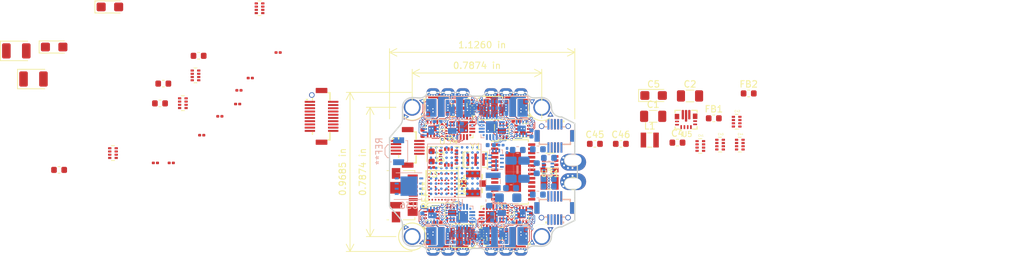
<source format=kicad_pcb>
(kicad_pcb (version 20171130) (host pcbnew 5.1.6-c6e7f7d~86~ubuntu18.04.1)
  (layers (0 F.Cu signal) (1 In1.Cu signal) (2 In2.Cu signal) (3 In3.Cu signal) (4 In4.Cu signal) (5 In5.Cu signal) (6 In6.Cu signal) (31 B.Cu signal) (34 B.Paste user) (35 F.Paste user) (36 B.SilkS user) (37 F.SilkS user) (38 B.Mask user) (39 F.Mask user) (44 Edge.Cuts user))
  (net 0 "")
  (net 1 GND)
  (net 2 +5V)
  (net 3 +3V3)
  (net 4 +BATT)
  (net 5 "Net-(C10-Pad1)")
  (net 6 vol_sig)
  (net 7 curr_sig)
  (net 8 "Net-(R49-Pad4)")
  (net 9 "Net-(R49-Pad3)")
  (net 10 "Net-(R49-Pad2)")
  (net 11 "Net-(R58-Pad2)")
  (net 12 "Net-(C3-Pad1)")
  (net 13 "Net-(C6-Pad1)")
  (net 14 "Net-(C7-Pad1)")
  (net 15 "Net-(C11-Pad1)")
  (net 16 "Net-(C16-Pad1)")
  (net 17 "Net-(C29-Pad1)")
  (net 18 "Net-(L2-Pad1)")
  (net 19 "Net-(R21-Pad2)")
  (net 20 MB_ESC_1)
  (net 21 ESC_1_C2CK)
  (net 22 MC_ESC_1)
  (net 23 MA_ESC_1)
  (net 24 COM_ESC_1)
  (net 25 Ap_ESC_1)
  (net 26 Ac_ESC_1)
  (net 27 Bp_ESC_1)
  (net 28 Bc_ESC_1)
  (net 29 Cp_ESC_1)
  (net 30 Cc_ESC_1)
  (net 31 ESC_1_C2D)
  (net 32 "Net-(U10-Pad5)")
  (net 33 "Net-(U14-Pad4)")
  (net 34 "Net-(U14-Pad8)")
  (net 35 OUT_A1)
  (net 36 OUT_A2)
  (net 37 "Net-(C9-Pad1)")
  (net 38 OUT_B2)
  (net 39 OUT_B1)
  (net 40 "Net-(C17-Pad1)")
  (net 41 OUT_C2)
  (net 42 OUT_C1)
  (net 43 MA_ESC_2)
  (net 44 MB_ESC_2)
  (net 45 ESC_2_C2CK)
  (net 46 MC_ESC_2)
  (net 47 COM_ESC_2)
  (net 48 Ap_ESC_2)
  (net 49 Ac_ESC_2)
  (net 50 Bp_ESC_2)
  (net 51 Bc_ESC_2)
  (net 52 Cp_ESC_2)
  (net 53 Cc_ESC_2)
  (net 54 ESC_2_C2D)
  (net 55 "Net-(U2-Pad7)")
  (net 56 "Net-(U2-Pad15)")
  (net 57 "Net-(U2-Pad16)")
  (net 58 ESC2_RX)
  (net 59 ESC_2_TX)
  (net 60 "Net-(U3-Pad5)")
  (net 61 "Net-(U3-Pad8)")
  (net 62 "Net-(U7-Pad8)")
  (net 63 "Net-(U7-Pad5)")
  (net 64 "Net-(U11-Pad5)")
  (net 65 "Net-(U11-Pad1)")
  (net 66 OUT_B3)
  (net 67 "Net-(C18-Pad1)")
  (net 68 OUT_C3)
  (net 69 "Net-(C19-Pad1)")
  (net 70 OUT_A3)
  (net 71 "Net-(C30-Pad1)")
  (net 72 OUT_B4)
  (net 73 "Net-(C31-Pad1)")
  (net 74 "Net-(C32-Pad1)")
  (net 75 OUT_C4)
  (net 76 "Net-(C34-Pad1)")
  (net 77 OUT_A4)
  (net 78 MP_PIN4)
  (net 79 I2C_SCL)
  (net 80 I2C_SDA)
  (net 81 UART4_RX)
  (net 82 UART4_TX)
  (net 83 UART1_TX)
  (net 84 UART1_RX)
  (net 85 MP_PIN1)
  (net 86 MP_PIN2)
  (net 87 UART2_RX)
  (net 88 UART2_TX)
  (net 89 UART3_TX)
  (net 90 UART3_RX)
  (net 91 MP_PIN3)
  (net 92 MC_ESC_3)
  (net 93 MA_ESC_3)
  (net 94 MB_ESC_3)
  (net 95 ESC_3_C2CK)
  (net 96 COM_ESC_3)
  (net 97 Cp_ESC_3)
  (net 98 Cc_ESC_3)
  (net 99 Bp_ESC_3)
  (net 100 Ap_ESC_3)
  (net 101 Ac_ESC_3)
  (net 102 Bc_ESC_3)
  (net 103 MC_ESC_4)
  (net 104 MA_ESC_4)
  (net 105 MB_ESC_4)
  (net 106 ESC_4_C2CK)
  (net 107 COM_ESC_4)
  (net 108 Cp_ESC_4)
  (net 109 Cc_ESC_4)
  (net 110 Bc_ESC_4)
  (net 111 Bp_ESC_4)
  (net 112 Ac_ESC_4)
  (net 113 Ap_ESC_4)
  (net 114 ESC_1_TX)
  (net 115 ESC1_RX)
  (net 116 "Net-(U1-Pad16)")
  (net 117 "Net-(U1-Pad15)")
  (net 118 "Net-(U1-Pad7)")
  (net 119 ESC_3_C2D)
  (net 120 "Net-(U6-Pad7)")
  (net 121 "Net-(U6-Pad15)")
  (net 122 "Net-(U6-Pad16)")
  (net 123 ESC3_RX)
  (net 124 ESC_3_TX)
  (net 125 "Net-(U10-Pad8)")
  (net 126 "Net-(U12-Pad8)")
  (net 127 "Net-(U12-Pad5)")
  (net 128 "Net-(U16-Pad8)")
  (net 129 "Net-(U16-Pad5)")
  (net 130 "Net-(U17-Pad5)")
  (net 131 "Net-(U17-Pad8)")
  (net 132 "Net-(U18-Pad5)")
  (net 133 "Net-(U18-Pad8)")
  (net 134 "Net-(U19-Pad8)")
  (net 135 "Net-(U19-Pad5)")
  (net 136 ESC_4_C2D)
  (net 137 "Net-(U24-Pad7)")
  (net 138 "Net-(U24-Pad15)")
  (net 139 "Net-(U24-Pad16)")
  (net 140 ESC4_RX)
  (net 141 ESC_4_TX)
  (net 142 "Net-(U25-Pad8)")
  (net 143 "Net-(U25-Pad5)")
  (net 144 "Net-(U27-Pad5)")
  (net 145 "Net-(U27-Pad8)")
  (net 146 "Net-(U28-Pad5)")
  (net 147 "Net-(U28-Pad8)")
  (net 148 "Net-(C35-Pad1)")
  (net 149 "Net-(C37-Pad1)")
  (net 150 "Net-(C38-Pad1)")
  (net 151 "Net-(C38-Pad2)")
  (net 152 "Net-(C39-Pad1)")
  (net 153 "Net-(R1-Pad2)")
  (net 154 "Net-(U32-Pad8)")
  (net 155 UART5_RX)
  (net 156 Video_out)
  (net 157 USB_N)
  (net 158 Video_in)
  (net 159 UART5_TX)
  (net 160 USB_P)
  (net 161 UART6_RX)
  (net 162 UART6_TX)
  (net 163 SPI1_CS)
  (net 164 SPI_1SCK)
  (net 165 SPI1_MOSI)
  (net 166 SPI1_MISO)
  (net 167 "Net-(C1-Pad1)")
  (net 168 "Net-(C4-Pad1)")
  (net 169 "Net-(L1-Pad1)")
  (net 170 "Net-(L1-Pad2)")
  (net 171 "Net-(U5-Pad2)")
  (net 172 ESC5)
  (net 173 ESC6)
  (net 174 "Net-(U33-PadA1)")
  (net 175 "Net-(U33-PadA2)")
  (net 176 "Net-(U33-PadA3)")
  (net 177 "Net-(U33-PadA4)")
  (net 178 "Net-(U33-PadA5)")
  (net 179 "Net-(U33-PadA6)")
  (net 180 "Net-(U33-PadA7)")
  (net 181 "Net-(U33-PadA8)")
  (net 182 "Net-(U33-PadA9)")
  (net 183 "Net-(U33-PadA10)")
  (net 184 "Net-(U33-PadB1)")
  (net 185 "Net-(U33-PadB2)")
  (net 186 "Net-(U33-PadB3)")
  (net 187 "Net-(U33-PadB4)")
  (net 188 "Net-(U33-PadB5)")
  (net 189 "Net-(U33-PadB6)")
  (net 190 "Net-(U33-PadB7)")
  (net 191 "Net-(U33-PadB8)")
  (net 192 "Net-(U33-PadB9)")
  (net 193 "Net-(U33-PadB10)")
  (net 194 "Net-(U33-PadC1)")
  (net 195 "Net-(U33-PadC2)")
  (net 196 "Net-(U33-PadC3)")
  (net 197 "Net-(U33-PadC4)")
  (net 198 "Net-(U33-PadC5)")
  (net 199 "Net-(U33-PadC6)")
  (net 200 "Net-(U33-PadC7)")
  (net 201 "Net-(U33-PadC8)")
  (net 202 "Net-(U33-PadC9)")
  (net 203 "Net-(U33-PadC10)")
  (net 204 "Net-(U33-PadD1)")
  (net 205 "Net-(U33-PadD2)")
  (net 206 "Net-(U33-PadD3)")
  (net 207 "Net-(U33-PadD4)")
  (net 208 "Net-(U33-PadD5)")
  (net 209 "Net-(U33-PadD6)")
  (net 210 "Net-(U33-PadD7)")
  (net 211 "Net-(U33-PadD8)")
  (net 212 "Net-(U33-PadD9)")
  (net 213 "Net-(U33-PadD10)")
  (net 214 "Net-(U33-PadE1)")
  (net 215 "Net-(U33-PadE2)")
  (net 216 "Net-(U33-PadE3)")
  (net 217 "Net-(U33-PadE4)")
  (net 218 "Net-(U33-PadE5)")
  (net 219 "Net-(U33-PadE6)")
  (net 220 "Net-(U33-PadE7)")
  (net 221 "Net-(U33-PadE8)")
  (net 222 "Net-(U33-PadE9)")
  (net 223 "Net-(U33-PadE10)")
  (net 224 "Net-(U33-PadF1)")
  (net 225 "Net-(U33-PadF2)")
  (net 226 "Net-(U33-PadF3)")
  (net 227 "Net-(U33-PadF4)")
  (net 228 "Net-(U33-PadF5)")
  (net 229 "Net-(U33-PadF6)")
  (net 230 "Net-(U33-PadF7)")
  (net 231 "Net-(U33-PadF8)")
  (net 232 "Net-(U33-PadF9)")
  (net 233 "Net-(U33-PadF10)")
  (net 234 "Net-(U33-PadG1)")
  (net 235 "Net-(U33-PadG2)")
  (net 236 "Net-(U33-PadG3)")
  (net 237 "Net-(U33-PadG4)")
  (net 238 "Net-(U33-PadG5)")
  (net 239 "Net-(U33-PadG6)")
  (net 240 "Net-(U33-PadG7)")
  (net 241 "Net-(U33-PadG8)")
  (net 242 "Net-(U33-PadG9)")
  (net 243 "Net-(U33-PadG10)")
  (net 244 "Net-(U33-PadH1)")
  (net 245 "Net-(U33-PadH2)")
  (net 246 "Net-(U33-PadH3)")
  (net 247 "Net-(U33-PadH4)")
  (net 248 "Net-(U33-PadH5)")
  (net 249 "Net-(U33-PadH6)")
  (net 250 "Net-(U33-PadH7)")
  (net 251 "Net-(U33-PadH8)")
  (net 252 "Net-(U33-PadH9)")
  (net 253 "Net-(U33-PadH10)")
  (net 254 "Net-(U33-PadJ1)")
  (net 255 "Net-(U33-PadJ2)")
  (net 256 "Net-(U33-PadJ3)")
  (net 257 "Net-(U33-PadJ4)")
  (net 258 "Net-(U33-PadJ5)")
  (net 259 "Net-(U33-PadJ6)")
  (net 260 "Net-(U33-PadJ7)")
  (net 261 "Net-(U33-PadJ8)")
  (net 262 "Net-(U33-PadJ9)")
  (net 263 "Net-(U33-PadJ10)")
  (net 264 "Net-(U33-PadK1)")
  (net 265 "Net-(U33-PadK2)")
  (net 266 "Net-(U33-PadK3)")
  (net 267 "Net-(U33-PadK4)")
  (net 268 "Net-(U33-PadK5)")
  (net 269 "Net-(U33-PadK6)")
  (net 270 "Net-(U33-PadK7)")
  (net 271 "Net-(U33-PadK8)")
  (net 272 "Net-(U33-PadK9)")
  (net 273 "Net-(U33-PadK10)")
  (net 274 "Net-(U34-Pad1)")
  (net 275 "Net-(U34-Pad2)")
  (net 276 "Net-(U34-Pad3)")
  (net 277 "Net-(U34-Pad4)")
  (net 278 "Net-(U34-Pad5)")
  (net 279 "Net-(U34-Pad6)")
  (net 280 "Net-(U34-Pad7)")
  (net 281 "Net-(U34-Pad8)")
  (net 282 "Net-(U34-Pad10)")
  (net 283 "Net-(U34-Pad14)")
  (net 284 "Net-(U34-Pad16)")
  (net 285 "Net-(U35-PadP$C5)")
  (net 286 "Net-(U35-PadP$C6)")
  (net 287 "Net-(U35-PadP$D3)")
  (net 288 "Net-(U35-PadP$F3)")
  (net 289 "Net-(U35-PadP$D6)")
  (net 290 "Net-(U35-PadP$G5)")
  (net 291 "Net-(U35-PadP$E3)")
  (net 292 "Net-(U35-PadP$G4)")
  (net 293 "Net-(U35-PadP$D4)")
  (net 294 "Net-(U35-PadP$G7)")
  (net 295 "Net-(U35-PadP$J3)")
  (net 296 "Net-(U35-PadP$J4)")
  (net 297 "Net-(U35-PadP$J5)")
  (net 298 "Net-(U35-PadP$J6)")
  (net 299 "Net-(U35-PadP$J7)")
  (net 300 "Net-(U35-PadP$J8)")
  (net 301 "Net-(U35-PadP$J9)")
  (net 302 "Net-(U35-PadP$E7)")
  (net 303 "Net-(U35-PadP$F7)")
  (net 304 "Net-(U35-PadP$F6)")
  (net 305 "Net-(U35-PadP$A4)")
  (net 306 "Net-(U35-PadP$A1)")
  (net 307 "Net-(U35-PadP$B1)")
  (net 308 "Net-(U35-PadP$G9)")
  (net 309 "Net-(U35-PadP$F9)")
  (net 310 "Net-(U35-PadP$E9)")
  (net 311 "Net-(U35-PadP$D9)")
  (net 312 "Net-(U35-PadP$C9)")
  (net 313 "Net-(U35-PadP$B9)")
  (net 314 "Net-(U35-PadP$A9)")
  (net 315 "Net-(U35-PadP$A8)")
  (net 316 "Net-(U35-PadP$A7)")
  (net 317 "Net-(U35-PadP$A6)")
  (net 318 "Net-(U35-PadP$A5)")
  (net 319 "Net-(U35-PadP$C7)")
  (net 320 "Net-(U35-PadP$C1)")
  (net 321 "Net-(U35-PadP$D1)")
  (net 322 "Net-(U35-PadP$G6)")
  (net 323 "Net-(U35-PadP$C4)")
  (net 324 "Net-(U35-PadP$A3)")
  (net 325 "Net-(U35-PadP$A2)")
  (net 326 "Net-(U35-PadP$2E1)")
  (net 327 "Net-(U35-PadP$F1)")
  (net 328 "Net-(U35-PadP$G1)")
  (net 329 "Net-(U35-PadP$G3)")
  (net 330 "Net-(U35-PadP$F4)")
  (net 331 "Net-(D1-Pad2)")
  (net 332 "Net-(R3-Pad1)")
  (net 333 "Net-(U36-Pad1)")
  (net 334 "Net-(U36-Pad2)")
  (net 335 "Net-(U36-Pad3)")
  (net 336 "Net-(U36-Pad4)")
  (net 337 "Net-(U36-Pad5)")
  (net 338 "Net-(U36-Pad6)")
  (net 339 "Net-(U36-Pad7)")
  (net 340 "Net-(U36-Pad8)")
  (module Button_Switch_SMD:SW_SPST_B3U-3000P (layer B.Cu) (at 170.4 68.8 270)
    (fp_text reference REF** (at 0 3 270) (layer B.SilkS) (effects (justify mirror)))
    (fp_text value SW_SPST_B3U-3000P)
    (pad 2 smd rect (at 1.7 0 270) (size 0.9 1.7) (layers B.Cu B.Paste B.Mask))
    (pad 1 smd rect (at -1.7 0 270) (size 0.9 1.7) (layers B.Cu B.Paste B.Mask))
  )
  (module Connector_USB:USB_Micro-B_Molex_47346-0001 (layer F.Cu) (at 171.2 75.6 270)
    (fp_text reference REF** (at 0 -3.3 270) (layer F.SilkS))
    (fp_text value USB_Micro-B_Molex_47346-0001)
    (pad 6 smd rect (at 1.55 1.2 270) (size 1 1.9) (layers F.Cu F.Paste F.Mask))
    (pad 6 smd rect (at -1.15 1.2 270) (size 1.8 1.9) (layers F.Cu F.Paste F.Mask))
    (pad 6 smd rect (at 3.375 1.2 270) (size 1.65 1.3) (layers F.Cu F.Paste F.Mask))
    (pad 6 smd rect (at -3.375 1.2 270) (size 1.65 1.3) (layers F.Cu F.Paste F.Mask))
    (pad 6 smd rect (at 2.4875 -1.375 270) (size 1.425 1.55) (layers F.Cu F.Paste F.Mask))
    (pad 6 smd rect (at -2.4875 -1.375 270) (size 1.425 1.55) (layers F.Cu F.Paste F.Mask))
    (pad 5 smd rect (at 1.3 -1.46 270) (size 0.45 1.38) (layers F.Cu F.Paste F.Mask))
    (pad 4 smd rect (at 0.65 -1.46 270) (size 0.45 1.38) (layers F.Cu F.Paste F.Mask))
    (pad 3 smd rect (at 0 -1.46 270) (size 0.45 1.38) (layers F.Cu F.Paste F.Mask))
    (pad 2 smd rect (at -0.65 -1.46 270) (size 0.45 1.38) (layers F.Cu F.Paste F.Mask))
    (pad 1 smd rect (at -1.3 -1.46 270) (size 0.45 1.38) (layers F.Cu F.Paste F.Mask))
  )
  (module ultimateFC:10132797-011100LF (layer F.Cu) (at 171.8 68.2 90)
    (fp_text reference J? hide)
    (fp_text value 10132797-011100LF)
    (pad "" smd roundrect (at -2.75 0 270) (size 0.8 1.8) (layers F.Cu F.Paste F.Mask) (roundrect_rratio 0.1))
    (pad "" smd roundrect (at 2.75 0 90) (size 0.8 1.8) (layers F.Cu F.Paste F.Mask) (roundrect_rratio 0.1))
    (pad 10 smd roundrect (at 1 1.8 90) (size 0.3 1.6) (layers F.Cu F.Paste F.Mask) (roundrect_rratio 0.1))
    (pad 9 smd roundrect (at 0.5 1.8 90) (size 0.3 1.6) (layers F.Cu F.Paste F.Mask) (roundrect_rratio 0.1))
    (pad 8 smd roundrect (at 0 1.8 90) (size 0.3 1.6) (layers F.Cu F.Paste F.Mask) (roundrect_rratio 0.1))
    (pad 7 smd roundrect (at -0.5 1.8 90) (size 0.3 1.6) (layers F.Cu F.Paste F.Mask) (roundrect_rratio 0.1))
    (pad 6 smd roundrect (at -1 1.8 90) (size 0.3 1.6) (layers F.Cu F.Paste F.Mask) (roundrect_rratio 0.1))
    (pad 5 smd roundrect (at -1 -1.8 270) (size 0.3 1.6) (layers F.Cu F.Paste F.Mask) (roundrect_rratio 0.1))
    (pad 4 smd roundrect (at -0.5 -1.8 270) (size 0.3 1.6) (layers F.Cu F.Paste F.Mask) (roundrect_rratio 0.1))
    (pad 3 smd roundrect (at 0 -1.8 270) (size 0.3 1.6) (layers F.Cu F.Paste F.Mask) (roundrect_rratio 0.1))
    (pad 2 smd roundrect (at 0.5 -1.8 270) (size 0.3 1.6) (layers F.Cu F.Paste F.Mask) (roundrect_rratio 0.1))
    (pad 1 smd roundrect (at 1 -1.8 270) (size 0.3 1.6) (layers F.Cu F.Paste F.Mask) (roundrect_rratio 0.1))
  )
  (module ZOE-M8 (layer F.Cu) (at 177.1 74.3 270)
    (fp_text reference U35 (at 0 -3.2 90) (layer F.SilkS))
    (fp_text value ZOE-M8Q_ZOE-M8Q)
    (pad P$C5 smd circle (at 0 -1 90) (size 0.27 0.27) (layers F.Cu F.Paste F.Mask) (net 285 "Net-(U35-PadP$C5)"))
    (pad P$C6 smd circle (at 0.5 -1 90) (size 0.27 0.27) (layers F.Cu F.Paste F.Mask) (net 286 "Net-(U35-PadP$C6)"))
    (pad P$D3 smd circle (at -1 -0.5 90) (size 0.27 0.27) (layers F.Cu F.Paste F.Mask) (net 287 "Net-(U35-PadP$D3)"))
    (pad P$F3 smd circle (at -1 0.5 90) (size 0.27 0.27) (layers F.Cu F.Paste F.Mask) (net 288 "Net-(U35-PadP$F3)"))
    (pad P$D6 smd circle (at 0.5 -0.5 90) (size 0.27 0.27) (layers F.Cu F.Paste F.Mask) (net 289 "Net-(U35-PadP$D6)"))
    (pad P$G5 smd circle (at 0 1 90) (size 0.27 0.27) (layers F.Cu F.Paste F.Mask) (net 290 "Net-(U35-PadP$G5)"))
    (pad P$E3 smd circle (at -1 0 90) (size 0.27 0.27) (layers F.Cu F.Paste F.Mask) (net 291 "Net-(U35-PadP$E3)"))
    (pad P$G4 smd circle (at -0.5 1 90) (size 0.27 0.27) (layers F.Cu F.Paste F.Mask) (net 292 "Net-(U35-PadP$G4)"))
    (pad P$D4 smd circle (at -0.5 -0.5 90) (size 0.27 0.27) (layers F.Cu F.Paste F.Mask) (net 293 "Net-(U35-PadP$D4)"))
    (pad P$G7 smd circle (at 1 1 90) (size 0.27 0.27) (layers F.Cu F.Paste F.Mask) (net 294 "Net-(U35-PadP$G7)"))
    (pad P$H1 smd circle (at -2 1.5 90) (size 0.27 0.27) (layers F.Cu F.Paste F.Mask) (net 328 "Net-(U35-PadP$G1)"))
    (pad P$J1 smd circle (at -2 2 90) (size 0.27 0.27) (layers F.Cu F.Paste F.Mask) (net 328 "Net-(U35-PadP$G1)"))
    (pad P$J2 smd circle (at -1.5 2 90) (size 0.27 0.27) (layers F.Cu F.Paste F.Mask) (net 328 "Net-(U35-PadP$G1)"))
    (pad P$J3 smd circle (at -1 2 90) (size 0.27 0.27) (layers F.Cu F.Paste F.Mask) (net 295 "Net-(U35-PadP$J3)"))
    (pad P$J4 smd circle (at -0.5 2 90) (size 0.27 0.27) (layers F.Cu F.Paste F.Mask) (net 296 "Net-(U35-PadP$J4)"))
    (pad P$J5 smd circle (at 0 2 90) (size 0.27 0.27) (layers F.Cu F.Paste F.Mask) (net 297 "Net-(U35-PadP$J5)"))
    (pad P$J6 smd circle (at 0.5 2 90) (size 0.27 0.27) (layers F.Cu F.Paste F.Mask) (net 298 "Net-(U35-PadP$J6)"))
    (pad P$J7 smd circle (at 1 2 90) (size 0.27 0.27) (layers F.Cu F.Paste F.Mask) (net 299 "Net-(U35-PadP$J7)"))
    (pad P$J8 smd circle (at 1.5 2 90) (size 0.27 0.27) (layers F.Cu F.Paste F.Mask) (net 300 "Net-(U35-PadP$J8)"))
    (pad P$J9 smd circle (at 2 2 90) (size 0.27 0.27) (layers F.Cu F.Paste F.Mask) (net 301 "Net-(U35-PadP$J9)"))
    (pad P$E7 smd circle (at 1 0 90) (size 0.27 0.27) (layers F.Cu F.Paste F.Mask) (net 302 "Net-(U35-PadP$E7)"))
    (pad P$F7 smd circle (at 1 0.5 90) (size 0.27 0.27) (layers F.Cu F.Paste F.Mask) (net 303 "Net-(U35-PadP$F7)"))
    (pad P$F6 smd circle (at 0.5 0.5 90) (size 0.27 0.27) (layers F.Cu F.Paste F.Mask) (net 304 "Net-(U35-PadP$F6)"))
    (pad P$A4 smd circle (at -0.5 -2 90) (size 0.27 0.27) (layers F.Cu F.Paste F.Mask) (net 305 "Net-(U35-PadP$A4)"))
    (pad P$A1 smd circle (at -2 -2 90) (size 0.27 0.27) (layers F.Cu F.Paste F.Mask) (net 306 "Net-(U35-PadP$A1)"))
    (pad P$B1 smd circle (at -2 -1.5 90) (size 0.27 0.27) (layers F.Cu F.Paste F.Mask) (net 307 "Net-(U35-PadP$B1)"))
    (pad P$H9 smd circle (at 2 1.5 90) (size 0.27 0.27) (layers F.Cu F.Paste F.Mask) (net 308 "Net-(U35-PadP$G9)"))
    (pad P$G9 smd circle (at 2 1 90) (size 0.27 0.27) (layers F.Cu F.Paste F.Mask) (net 308 "Net-(U35-PadP$G9)"))
    (pad P$F9 smd circle (at 2 0.5 90) (size 0.27 0.27) (layers F.Cu F.Paste F.Mask) (net 309 "Net-(U35-PadP$F9)"))
    (pad P$E9 smd circle (at 2 0 90) (size 0.27 0.27) (layers F.Cu F.Paste F.Mask) (net 310 "Net-(U35-PadP$E9)"))
    (pad P$D9 smd circle (at 2 -0.5 90) (size 0.27 0.27) (layers F.Cu F.Paste F.Mask) (net 311 "Net-(U35-PadP$D9)"))
    (pad P$C9 smd circle (at 2 -1 90) (size 0.27 0.27) (layers F.Cu F.Paste F.Mask) (net 312 "Net-(U35-PadP$C9)"))
    (pad P$B9 smd circle (at 2 -1.5 90) (size 0.27 0.27) (layers F.Cu F.Paste F.Mask) (net 313 "Net-(U35-PadP$B9)"))
    (pad P$A9 smd circle (at 2 -2 90) (size 0.27 0.27) (layers F.Cu F.Paste F.Mask) (net 314 "Net-(U35-PadP$A9)"))
    (pad P$A8 smd circle (at 1.5 -2 90) (size 0.27 0.27) (layers F.Cu F.Paste F.Mask) (net 315 "Net-(U35-PadP$A8)"))
    (pad P$A7 smd circle (at 1 -2) (size 0.27 0.27) (layers F.Cu F.Paste F.Mask) (net 316 "Net-(U35-PadP$A7)"))
    (pad P$A6 smd circle (at 0.5 -2) (size 0.27 0.27) (layers F.Cu F.Paste F.Mask) (net 317 "Net-(U35-PadP$A6)"))
    (pad P$A5 smd circle (at 0 -2 270) (size 0.27 0.27) (layers F.Cu F.Paste F.Mask) (net 318 "Net-(U35-PadP$A5)"))
    (pad P$C7 smd circle (at 1 -1 90) (size 0.27 0.27) (layers F.Cu F.Paste F.Mask) (net 319 "Net-(U35-PadP$C7)"))
    (pad P$C1 smd circle (at -2 -1 90) (size 0.27 0.27) (layers F.Cu F.Paste F.Mask) (net 320 "Net-(U35-PadP$C1)"))
    (pad P$D1 smd circle (at -2 -0.5 90) (size 0.27 0.27) (layers F.Cu F.Paste F.Mask) (net 321 "Net-(U35-PadP$D1)"))
    (pad P$G6 smd circle (at 0.5 1 90) (size 0.27 0.27) (layers F.Cu F.Paste F.Mask) (net 322 "Net-(U35-PadP$G6)"))
    (pad P$C4 smd circle (at -0.5 -1 90) (size 0.27 0.27) (layers F.Cu F.Paste F.Mask) (net 323 "Net-(U35-PadP$C4)"))
    (pad P$A3 smd circle (at -1 -2 90) (size 0.27 0.27) (layers F.Cu F.Paste F.Mask) (net 324 "Net-(U35-PadP$A3)"))
    (pad P$A2 smd circle (at -1.5 -2 90) (size 0.27 0.27) (layers F.Cu F.Paste F.Mask) (net 325 "Net-(U35-PadP$A2)"))
    (pad P$C3 smd circle (at -1 -1 90) (size 0.27 0.27) (layers F.Cu F.Paste F.Mask) (net 332 "Net-(R3-Pad1)"))
    (pad P$2E1 smd circle (at -2 0 90) (size 0.27 0.27) (layers F.Cu F.Paste F.Mask) (net 326 "Net-(U35-PadP$2E1)"))
    (pad P$F1 smd circle (at -2 0.5 90) (size 0.27 0.27) (layers F.Cu F.Paste F.Mask) (net 327 "Net-(U35-PadP$F1)"))
    (pad P$G1 smd circle (at -2 1 90) (size 0.27 0.27) (layers F.Cu F.Paste F.Mask) (net 328 "Net-(U35-PadP$G1)"))
    (pad P$G3 smd circle (at -1 1 90) (size 0.27 0.27) (layers F.Cu F.Paste F.Mask) (net 329 "Net-(U35-PadP$G3)"))
    (pad P$F4 smd circle (at -0.5 0.5 90) (size 0.27 0.27) (layers F.Cu F.Paste F.Mask) (net 330 "Net-(U35-PadP$F4)"))
  )
  (module Package_LGA:LGA-16_3x3mm_P0.5mm_LayoutBorder3x5y (layer F.Cu) (at 178.1 69.7)
    (fp_text reference U34 (at 0 -2.45) (layer F.SilkS))
    (fp_text value ICM-20602)
    (pad 1 smd roundrect (at -1.225 -1) (size 0.55 0.35) (layers F.Cu F.Paste F.Mask) (net 274 "Net-(U34-Pad1)"))
    (pad 2 smd roundrect (at -1.225 -0.5) (size 0.55 0.35) (layers F.Cu F.Paste F.Mask) (net 275 "Net-(U34-Pad2)"))
    (pad 3 smd roundrect (at -1.225 0) (size 0.55 0.35) (layers F.Cu F.Paste F.Mask) (net 276 "Net-(U34-Pad3)"))
    (pad 4 smd roundrect (at -1.225 0.5) (size 0.55 0.35) (layers F.Cu F.Paste F.Mask) (net 277 "Net-(U34-Pad4)"))
    (pad 5 smd roundrect (at -1.225 1) (size 0.55 0.35) (layers F.Cu F.Paste F.Mask) (net 278 "Net-(U34-Pad5)"))
    (pad 6 smd roundrect (at -0.5 1.225) (size 0.35 0.55) (layers F.Cu F.Paste F.Mask) (net 279 "Net-(U34-Pad6)"))
    (pad 7 smd roundrect (at 0 1.225) (size 0.35 0.55) (layers F.Cu F.Paste F.Mask) (net 280 "Net-(U34-Pad7)"))
    (pad 8 smd roundrect (at 0.5 1.225) (size 0.35 0.55) (layers F.Cu F.Paste F.Mask) (net 281 "Net-(U34-Pad8)"))
    (pad 9 smd roundrect (at 1.225 1) (size 0.55 0.35) (layers F.Cu F.Paste F.Mask) (net 282 "Net-(U34-Pad10)"))
    (pad 10 smd roundrect (at 1.225 0.5) (size 0.55 0.35) (layers F.Cu F.Paste F.Mask) (net 282 "Net-(U34-Pad10)"))
    (pad 11 smd roundrect (at 1.225 0) (size 0.55 0.35) (layers F.Cu F.Paste F.Mask) (net 282 "Net-(U34-Pad10)"))
    (pad 12 smd roundrect (at 1.225 -0.5) (size 0.55 0.35) (layers F.Cu F.Paste F.Mask) (net 282 "Net-(U34-Pad10)"))
    (pad 13 smd roundrect (at 1.225 -1) (size 0.55 0.35) (layers F.Cu F.Paste F.Mask) (net 282 "Net-(U34-Pad10)"))
    (pad 14 smd roundrect (at 0.5 -1.225) (size 0.35 0.55) (layers F.Cu F.Paste F.Mask) (net 283 "Net-(U34-Pad14)"))
    (pad 15 smd roundrect (at 0 -1.225) (size 0.35 0.55) (layers F.Cu F.Paste F.Mask) (net 282 "Net-(U34-Pad10)"))
    (pad 16 smd roundrect (at -0.5 -1.225) (size 0.35 0.55) (layers F.Cu F.Paste F.Mask) (net 284 "Net-(U34-Pad16)"))
  )
  (module Package_BGA:TFBGA-100_8x8mm_Layout10x10_P0.8mm (layer B.Cu) (at 179 71.8)
    (fp_text reference U33 (at 0 5) (layer B.SilkS) (effects (justify mirror)))
    (fp_text value STM32F745VGHx)
    (pad A1 smd circle (at -3.6 3.6) (size 0.4 0.4) (layers B.Cu B.Paste B.Mask) (net 174 "Net-(U33-PadA1)"))
    (pad A2 smd circle (at -2.8 3.6) (size 0.4 0.4) (layers B.Cu B.Paste B.Mask) (net 175 "Net-(U33-PadA2)"))
    (pad A3 smd circle (at -2 3.6) (size 0.4 0.4) (layers B.Cu B.Paste B.Mask) (net 176 "Net-(U33-PadA3)"))
    (pad A4 smd circle (at -1.2 3.6) (size 0.4 0.4) (layers B.Cu B.Paste B.Mask) (net 177 "Net-(U33-PadA4)"))
    (pad A5 smd circle (at -0.4 3.6) (size 0.4 0.4) (layers B.Cu B.Paste B.Mask) (net 178 "Net-(U33-PadA5)"))
    (pad A6 smd circle (at 0.4 3.6) (size 0.4 0.4) (layers B.Cu B.Paste B.Mask) (net 179 "Net-(U33-PadA6)"))
    (pad A7 smd circle (at 1.2 3.6) (size 0.4 0.4) (layers B.Cu B.Paste B.Mask) (net 180 "Net-(U33-PadA7)"))
    (pad A8 smd circle (at 2 3.6) (size 0.4 0.4) (layers B.Cu B.Paste B.Mask) (net 181 "Net-(U33-PadA8)"))
    (pad A9 smd circle (at 2.8 3.6) (size 0.4 0.4) (layers B.Cu B.Paste B.Mask) (net 182 "Net-(U33-PadA9)"))
    (pad A10 smd circle (at 3.6 3.6) (size 0.4 0.4) (layers B.Cu B.Paste B.Mask) (net 183 "Net-(U33-PadA10)"))
    (pad B1 smd circle (at -3.6 2.8) (size 0.4 0.4) (layers B.Cu B.Paste B.Mask) (net 184 "Net-(U33-PadB1)"))
    (pad B2 smd circle (at -2.8 2.8) (size 0.4 0.4) (layers B.Cu B.Paste B.Mask) (net 185 "Net-(U33-PadB2)"))
    (pad B3 smd circle (at -2 2.8) (size 0.4 0.4) (layers B.Cu B.Paste B.Mask) (net 186 "Net-(U33-PadB3)"))
    (pad B4 smd circle (at -1.2 2.8) (size 0.4 0.4) (layers B.Cu B.Paste B.Mask) (net 187 "Net-(U33-PadB4)"))
    (pad B5 smd circle (at -0.4 2.8) (size 0.4 0.4) (layers B.Cu B.Paste B.Mask) (net 188 "Net-(U33-PadB5)"))
    (pad B6 smd circle (at 0.4 2.8) (size 0.4 0.4) (layers B.Cu B.Paste B.Mask) (net 189 "Net-(U33-PadB6)"))
    (pad B7 smd circle (at 1.2 2.8) (size 0.4 0.4) (layers B.Cu B.Paste B.Mask) (net 190 "Net-(U33-PadB7)"))
    (pad B8 smd circle (at 2 2.8) (size 0.4 0.4) (layers B.Cu B.Paste B.Mask) (net 191 "Net-(U33-PadB8)"))
    (pad B9 smd circle (at 2.8 2.8) (size 0.4 0.4) (layers B.Cu B.Paste B.Mask) (net 192 "Net-(U33-PadB9)"))
    (pad B10 smd circle (at 3.6 2.8) (size 0.4 0.4) (layers B.Cu B.Paste B.Mask) (net 193 "Net-(U33-PadB10)"))
    (pad C1 smd circle (at -3.6 2) (size 0.4 0.4) (layers B.Cu B.Paste B.Mask) (net 194 "Net-(U33-PadC1)"))
    (pad C2 smd circle (at -2.8 2) (size 0.4 0.4) (layers B.Cu B.Paste B.Mask) (net 195 "Net-(U33-PadC2)"))
    (pad C3 smd circle (at -2 2) (size 0.4 0.4) (layers B.Cu B.Paste B.Mask) (net 196 "Net-(U33-PadC3)"))
    (pad C4 smd circle (at -1.2 2) (size 0.4 0.4) (layers B.Cu B.Paste B.Mask) (net 197 "Net-(U33-PadC4)"))
    (pad C5 smd circle (at -0.4 2) (size 0.4 0.4) (layers B.Cu B.Paste B.Mask) (net 198 "Net-(U33-PadC5)"))
    (pad C6 smd circle (at 0.4 2) (size 0.4 0.4) (layers B.Cu B.Paste B.Mask) (net 199 "Net-(U33-PadC6)"))
    (pad C7 smd circle (at 1.2 2) (size 0.4 0.4) (layers B.Cu B.Paste B.Mask) (net 200 "Net-(U33-PadC7)"))
    (pad C8 smd circle (at 2 2) (size 0.4 0.4) (layers B.Cu B.Paste B.Mask) (net 201 "Net-(U33-PadC8)"))
    (pad C9 smd circle (at 2.8 2) (size 0.4 0.4) (layers B.Cu B.Paste B.Mask) (net 202 "Net-(U33-PadC9)"))
    (pad C10 smd circle (at 3.6 2) (size 0.4 0.4) (layers B.Cu B.Paste B.Mask) (net 203 "Net-(U33-PadC10)"))
    (pad D1 smd circle (at -3.6 1.2) (size 0.4 0.4) (layers B.Cu B.Paste B.Mask) (net 204 "Net-(U33-PadD1)"))
    (pad D2 smd circle (at -2.8 1.2) (size 0.4 0.4) (layers B.Cu B.Paste B.Mask) (net 205 "Net-(U33-PadD2)"))
    (pad D3 smd circle (at -2 1.2) (size 0.4 0.4) (layers B.Cu B.Paste B.Mask) (net 206 "Net-(U33-PadD3)"))
    (pad D4 smd circle (at -1.2 1.2) (size 0.4 0.4) (layers B.Cu B.Paste B.Mask) (net 207 "Net-(U33-PadD4)"))
    (pad D5 smd circle (at -0.4 1.2) (size 0.4 0.4) (layers B.Cu B.Paste B.Mask) (net 208 "Net-(U33-PadD5)"))
    (pad D6 smd circle (at 0.4 1.2) (size 0.4 0.4) (layers B.Cu B.Paste B.Mask) (net 209 "Net-(U33-PadD6)"))
    (pad D7 smd circle (at 1.2 1.2) (size 0.4 0.4) (layers B.Cu B.Paste B.Mask) (net 210 "Net-(U33-PadD7)"))
    (pad D8 smd circle (at 2 1.2) (size 0.4 0.4) (layers B.Cu B.Paste B.Mask) (net 211 "Net-(U33-PadD8)"))
    (pad D9 smd circle (at 2.8 1.2) (size 0.4 0.4) (layers B.Cu B.Paste B.Mask) (net 212 "Net-(U33-PadD9)"))
    (pad D10 smd circle (at 3.6 1.2) (size 0.4 0.4) (layers B.Cu B.Paste B.Mask) (net 213 "Net-(U33-PadD10)"))
    (pad E1 smd circle (at -3.6 0.4) (size 0.4 0.4) (layers B.Cu B.Paste B.Mask) (net 214 "Net-(U33-PadE1)"))
    (pad E2 smd circle (at -2.8 0.4) (size 0.4 0.4) (layers B.Cu B.Paste B.Mask) (net 215 "Net-(U33-PadE2)"))
    (pad E3 smd circle (at -2 0.4) (size 0.4 0.4) (layers B.Cu B.Paste B.Mask) (net 216 "Net-(U33-PadE3)"))
    (pad E4 smd circle (at -1.2 0.4) (size 0.4 0.4) (layers B.Cu B.Paste B.Mask) (net 217 "Net-(U33-PadE4)"))
    (pad E5 smd circle (at -0.4 0.4) (size 0.4 0.4) (layers B.Cu B.Paste B.Mask) (net 218 "Net-(U33-PadE5)"))
    (pad E6 smd circle (at 0.4 0.4) (size 0.4 0.4) (layers B.Cu B.Paste B.Mask) (net 219 "Net-(U33-PadE6)"))
    (pad E7 smd circle (at 1.2 0.4) (size 0.4 0.4) (layers B.Cu B.Paste B.Mask) (net 220 "Net-(U33-PadE7)"))
    (pad E8 smd circle (at 2 0.4) (size 0.4 0.4) (layers B.Cu B.Paste B.Mask) (net 221 "Net-(U33-PadE8)"))
    (pad E9 smd circle (at 2.8 0.4) (size 0.4 0.4) (layers B.Cu B.Paste B.Mask) (net 222 "Net-(U33-PadE9)"))
    (pad E10 smd circle (at 3.6 0.4) (size 0.4 0.4) (layers B.Cu B.Paste B.Mask) (net 223 "Net-(U33-PadE10)"))
    (pad F1 smd circle (at -3.6 -0.4) (size 0.4 0.4) (layers B.Cu B.Paste B.Mask) (net 224 "Net-(U33-PadF1)"))
    (pad F2 smd circle (at -2.8 -0.4) (size 0.4 0.4) (layers B.Cu B.Paste B.Mask) (net 225 "Net-(U33-PadF2)"))
    (pad F3 smd circle (at -2 -0.4) (size 0.4 0.4) (layers B.Cu B.Paste B.Mask) (net 226 "Net-(U33-PadF3)"))
    (pad F4 smd circle (at -1.2 -0.4) (size 0.4 0.4) (layers B.Cu B.Paste B.Mask) (net 227 "Net-(U33-PadF4)"))
    (pad F5 smd circle (at -0.4 -0.4) (size 0.4 0.4) (layers B.Cu B.Paste B.Mask) (net 228 "Net-(U33-PadF5)"))
    (pad F6 smd circle (at 0.4 -0.4) (size 0.4 0.4) (layers B.Cu B.Paste B.Mask) (net 229 "Net-(U33-PadF6)"))
    (pad F7 smd circle (at 1.2 -0.4) (size 0.4 0.4) (layers B.Cu B.Paste B.Mask) (net 230 "Net-(U33-PadF7)"))
    (pad F8 smd circle (at 2 -0.4) (size 0.4 0.4) (layers B.Cu B.Paste B.Mask) (net 231 "Net-(U33-PadF8)"))
    (pad F9 smd circle (at 2.8 -0.4) (size 0.4 0.4) (layers B.Cu B.Paste B.Mask) (net 232 "Net-(U33-PadF9)"))
    (pad F10 smd circle (at 3.6 -0.4) (size 0.4 0.4) (layers B.Cu B.Paste B.Mask) (net 233 "Net-(U33-PadF10)"))
    (pad G1 smd circle (at -3.6 -1.2) (size 0.4 0.4) (layers B.Cu B.Paste B.Mask) (net 234 "Net-(U33-PadG1)"))
    (pad G2 smd circle (at -2.8 -1.2) (size 0.4 0.4) (layers B.Cu B.Paste B.Mask) (net 235 "Net-(U33-PadG2)"))
    (pad G3 smd circle (at -2 -1.2) (size 0.4 0.4) (layers B.Cu B.Paste B.Mask) (net 236 "Net-(U33-PadG3)"))
    (pad G4 smd circle (at -1.2 -1.2) (size 0.4 0.4) (layers B.Cu B.Paste B.Mask) (net 237 "Net-(U33-PadG4)"))
    (pad G5 smd circle (at -0.4 -1.2) (size 0.4 0.4) (layers B.Cu B.Paste B.Mask) (net 238 "Net-(U33-PadG5)"))
    (pad G6 smd circle (at 0.4 -1.2) (size 0.4 0.4) (layers B.Cu B.Paste B.Mask) (net 239 "Net-(U33-PadG6)"))
    (pad G7 smd circle (at 1.2 -1.2) (size 0.4 0.4) (layers B.Cu B.Paste B.Mask) (net 240 "Net-(U33-PadG7)"))
    (pad G8 smd circle (at 2 -1.2) (size 0.4 0.4) (layers B.Cu B.Paste B.Mask) (net 241 "Net-(U33-PadG8)"))
    (pad G9 smd circle (at 2.8 -1.2) (size 0.4 0.4) (layers B.Cu B.Paste B.Mask) (net 242 "Net-(U33-PadG9)"))
    (pad G10 smd circle (at 3.6 -1.2) (size 0.4 0.4) (layers B.Cu B.Paste B.Mask) (net 243 "Net-(U33-PadG10)"))
    (pad H1 smd circle (at -3.6 -2) (size 0.4 0.4) (layers B.Cu B.Paste B.Mask) (net 244 "Net-(U33-PadH1)"))
    (pad H2 smd circle (at -2.8 -2) (size 0.4 0.4) (layers B.Cu B.Paste B.Mask) (net 245 "Net-(U33-PadH2)"))
    (pad H3 smd circle (at -2 -2) (size 0.4 0.4) (layers B.Cu B.Paste B.Mask) (net 246 "Net-(U33-PadH3)"))
    (pad H4 smd circle (at -1.2 -2) (size 0.4 0.4) (layers B.Cu B.Paste B.Mask) (net 247 "Net-(U33-PadH4)"))
    (pad H5 smd circle (at -0.4 -2) (size 0.4 0.4) (layers B.Cu B.Paste B.Mask) (net 248 "Net-(U33-PadH5)"))
    (pad H6 smd circle (at 0.4 -2) (size 0.4 0.4) (layers B.Cu B.Paste B.Mask) (net 249 "Net-(U33-PadH6)"))
    (pad H7 smd circle (at 1.2 -2) (size 0.4 0.4) (layers B.Cu B.Paste B.Mask) (net 250 "Net-(U33-PadH7)"))
    (pad H8 smd circle (at 2 -2) (size 0.4 0.4) (layers B.Cu B.Paste B.Mask) (net 251 "Net-(U33-PadH8)"))
    (pad H9 smd circle (at 2.8 -2) (size 0.4 0.4) (layers B.Cu B.Paste B.Mask) (net 252 "Net-(U33-PadH9)"))
    (pad H10 smd circle (at 3.6 -2) (size 0.4 0.4) (layers B.Cu B.Paste B.Mask) (net 253 "Net-(U33-PadH10)"))
    (pad J1 smd circle (at -3.6 -2.8) (size 0.4 0.4) (layers B.Cu B.Paste B.Mask) (net 254 "Net-(U33-PadJ1)"))
    (pad J2 smd circle (at -2.8 -2.8) (size 0.4 0.4) (layers B.Cu B.Paste B.Mask) (net 255 "Net-(U33-PadJ2)"))
    (pad J3 smd circle (at -2 -2.8) (size 0.4 0.4) (layers B.Cu B.Paste B.Mask) (net 256 "Net-(U33-PadJ3)"))
    (pad J4 smd circle (at -1.2 -2.8) (size 0.4 0.4) (layers B.Cu B.Paste B.Mask) (net 257 "Net-(U33-PadJ4)"))
    (pad J5 smd circle (at -0.4 -2.8) (size 0.4 0.4) (layers B.Cu B.Paste B.Mask) (net 258 "Net-(U33-PadJ5)"))
    (pad J6 smd circle (at 0.4 -2.8) (size 0.4 0.4) (layers B.Cu B.Paste B.Mask) (net 259 "Net-(U33-PadJ6)"))
    (pad J7 smd circle (at 1.2 -2.8) (size 0.4 0.4) (layers B.Cu B.Paste B.Mask) (net 260 "Net-(U33-PadJ7)"))
    (pad J8 smd circle (at 2 -2.8) (size 0.4 0.4) (layers B.Cu B.Paste B.Mask) (net 261 "Net-(U33-PadJ8)"))
    (pad J9 smd circle (at 2.8 -2.8) (size 0.4 0.4) (layers B.Cu B.Paste B.Mask) (net 262 "Net-(U33-PadJ9)"))
    (pad J10 smd circle (at 3.6 -2.8) (size 0.4 0.4) (layers B.Cu B.Paste B.Mask) (net 263 "Net-(U33-PadJ10)"))
    (pad K1 smd circle (at -3.6 -3.6) (size 0.4 0.4) (layers B.Cu B.Paste B.Mask) (net 264 "Net-(U33-PadK1)"))
    (pad K2 smd circle (at -2.8 -3.6) (size 0.4 0.4) (layers B.Cu B.Paste B.Mask) (net 265 "Net-(U33-PadK2)"))
    (pad K3 smd circle (at -2 -3.6) (size 0.4 0.4) (layers B.Cu B.Paste B.Mask) (net 266 "Net-(U33-PadK3)"))
    (pad K4 smd circle (at -1.2 -3.6) (size 0.4 0.4) (layers B.Cu B.Paste B.Mask) (net 267 "Net-(U33-PadK4)"))
    (pad K5 smd circle (at -0.4 -3.6) (size 0.4 0.4) (layers B.Cu B.Paste B.Mask) (net 268 "Net-(U33-PadK5)"))
    (pad K6 smd circle (at 0.4 -3.6) (size 0.4 0.4) (layers B.Cu B.Paste B.Mask) (net 269 "Net-(U33-PadK6)"))
    (pad K7 smd circle (at 1.2 -3.6) (size 0.4 0.4) (layers B.Cu B.Paste B.Mask) (net 270 "Net-(U33-PadK7)"))
    (pad K8 smd circle (at 2 -3.6) (size 0.4 0.4) (layers B.Cu B.Paste B.Mask) (net 271 "Net-(U33-PadK8)"))
    (pad K9 smd circle (at 2.8 -3.6) (size 0.4 0.4) (layers B.Cu B.Paste B.Mask) (net 272 "Net-(U33-PadK9)"))
    (pad K10 smd circle (at 3.6 -3.6) (size 0.4 0.4) (layers B.Cu B.Paste B.Mask) (net 273 "Net-(U33-PadK10)"))
  )
  (module Capacitor_SMD:C_0603_1608Metric (layer F.Cu) (at 204.715001 67.655001)
    (fp_text reference C46 (at 0 -1.43) (layer F.SilkS))
    (fp_text value 10µF)
    (pad 2 smd roundrect (at 0.7875 0) (size 0.875 0.95) (layers F.Cu F.Paste F.Mask) (net 1 GND))
    (pad 1 smd roundrect (at -0.7875 0) (size 0.875 0.95) (layers F.Cu F.Paste F.Mask) (net 4 +BATT))
  )
  (module Capacitor_SMD:C_0603_1608Metric (layer F.Cu) (at 200.705001 67.655001)
    (fp_text reference C45 (at 0 -1.43) (layer F.SilkS))
    (fp_text value 10µF)
    (pad 1 smd roundrect (at -0.7875 0) (size 0.875 0.95) (layers F.Cu F.Paste F.Mask) (net 4 +BATT))
    (pad 2 smd roundrect (at 0.7875 0) (size 0.875 0.95) (layers F.Cu F.Paste F.Mask) (net 1 GND))
  )
  (module ultimateFC:programm_pad_esc (layer F.Cu) (at 174.073043 61.024279 315)
    (fp_text reference TP22 hide)
    (fp_text value Prog hide)
    (pad 1 thru_hole custom (at 0 0 315) (size 0.5 0.5) (drill 0.3) (layers *.Cu) (net 45 ESC_2_C2CK) (options (clearance outline) (anchor circle)) (primitives (gr_poly (pts (xy -0.47 0.29) (xy 0.47 0.29) (xy 0 -0.52)) (width 0))))
    (pad 1 smd custom (at 0 0.01 315) (size 0.1 0.1) (layers F.Cu F.Mask) (net 45 ESC_2_C2CK) (options (clearance outline) (anchor circle)) (primitives (gr_poly (pts (xy -0.32 0.2) (xy 0.32 0.2) (xy 0 -0.36)) (width 0))))
    (pad 1 smd custom (at 0 0.01 315) (size 0.1 0.1) (layers B.Cu B.Mask) (net 45 ESC_2_C2CK) (options (clearance outline) (anchor circle)) (primitives (gr_poly (pts (xy -0.32 0.2) (xy 0.32 0.2) (xy 0 -0.36)) (width 0))))
  )
  (module ultimateFC:programm_pad_esc (layer F.Cu) (at 171.500216 63.455955 270)
    (fp_text reference TP21 hide)
    (fp_text value Prog hide)
    (pad 1 smd custom (at 0 0.01 270) (size 0.1 0.1) (layers B.Cu B.Mask) (net 54 ESC_2_C2D) (options (clearance outline) (anchor circle)) (primitives (gr_poly (pts (xy -0.32 0.2) (xy 0.32 0.2) (xy 0 -0.36)) (width 0))))
    (pad 1 smd custom (at 0 0.01 270) (size 0.1 0.1) (layers F.Cu F.Mask) (net 54 ESC_2_C2D) (options (clearance outline) (anchor circle)) (primitives (gr_poly (pts (xy -0.32 0.2) (xy 0.32 0.2) (xy 0 -0.36)) (width 0))))
    (pad 1 thru_hole custom (at 0 0 270) (size 0.5 0.5) (drill 0.3) (layers *.Cu) (net 54 ESC_2_C2D) (options (clearance outline) (anchor circle)) (primitives (gr_poly (pts (xy -0.47 0.29) (xy 0.47 0.29) (xy 0 -0.52)) (width 0))))
  )
  (module ultimateFC:programm_pad_esc (layer F.Cu) (at 171.5 80.55 270)
    (fp_text reference TP20 hide)
    (fp_text value Prog hide)
    (pad 1 thru_hole custom (at 0 -0.005955 270) (size 0.5 0.5) (drill 0.3) (layers *.Cu) (net 106 ESC_4_C2CK) (options (clearance outline) (anchor circle)) (primitives (gr_poly (pts (xy -0.47 0.29) (xy 0.47 0.29) (xy 0 -0.52)) (width 0))))
    (pad 1 smd custom (at 0 0.01 270) (size 0.1 0.1) (layers F.Cu F.Mask) (net 106 ESC_4_C2CK) (options (clearance outline) (anchor circle)) (primitives (gr_poly (pts (xy -0.32 0.2) (xy 0.32 0.2) (xy 0 -0.36)) (width 0))))
    (pad 1 smd custom (at 0 0.01 270) (size 0.1 0.1) (layers B.Cu B.Mask) (net 106 ESC_4_C2CK) (options (clearance outline) (anchor circle)) (primitives (gr_poly (pts (xy -0.32 0.2) (xy 0.32 0.2) (xy 0 -0.36)) (width 0))))
  )
  (module ultimateFC:programm_pad_esc (layer F.Cu) (at 174.073043 82.975721 225)
    (fp_text reference TP19 hide)
    (fp_text value Prog hide)
    (pad 1 smd custom (at 0 0.01 225) (size 0.1 0.1) (layers B.Cu B.Mask) (net 136 ESC_4_C2D) (options (clearance outline) (anchor circle)) (primitives (gr_poly (pts (xy -0.32 0.2) (xy 0.32 0.2) (xy 0 -0.36)) (width 0))))
    (pad 1 smd custom (at 0 0.01 225) (size 0.1 0.1) (layers F.Cu F.Mask) (net 136 ESC_4_C2D) (options (clearance outline) (anchor circle)) (primitives (gr_poly (pts (xy -0.32 0.2) (xy 0.32 0.2) (xy 0 -0.36)) (width 0))))
    (pad 1 thru_hole custom (at 0 0 225) (size 0.5 0.5) (drill 0.3) (layers *.Cu) (net 136 ESC_4_C2D) (options (clearance outline) (anchor circle)) (primitives (gr_poly (pts (xy -0.47 0.29) (xy 0.47 0.29) (xy 0 -0.52)) (width 0))))
  )
  (module ultimateFC:programm_pad_esc (layer F.Cu) (at 191 82.95)
    (fp_text reference TP18 hide)
    (fp_text value Prog hide)
    (pad 1 thru_hole custom (at 0 0) (size 0.5 0.5) (drill 0.3) (layers *.Cu) (net 95 ESC_3_C2CK) (options (clearance outline) (anchor circle)) (primitives (gr_poly (pts (xy -0.47 0.29) (xy 0.47 0.29) (xy 0 -0.52)) (width 0))))
    (pad 1 smd custom (at 0 0.01) (size 0.1 0.1) (layers F.Cu F.Mask) (net 95 ESC_3_C2CK) (options (clearance outline) (anchor circle)) (primitives (gr_poly (pts (xy -0.32 0.2) (xy 0.32 0.2) (xy 0 -0.36)) (width 0))))
    (pad 1 smd custom (at 0 0.01) (size 0.1 0.1) (layers B.Cu B.Mask) (net 95 ESC_3_C2CK) (options (clearance outline) (anchor circle)) (primitives (gr_poly (pts (xy -0.32 0.2) (xy 0.32 0.2) (xy 0 -0.36)) (width 0))))
  )
  (module ultimateFC:programm_pad_esc (layer F.Cu) (at 193.85 80.85 180)
    (fp_text reference TP17 hide)
    (fp_text value Prog hide)
    (pad 1 smd custom (at 0 0.01 180) (size 0.1 0.1) (layers B.Cu B.Mask) (net 119 ESC_3_C2D) (options (clearance outline) (anchor circle)) (primitives (gr_poly (pts (xy -0.32 0.2) (xy 0.32 0.2) (xy 0 -0.36)) (width 0))))
    (pad 1 smd custom (at 0 0.01 180) (size 0.1 0.1) (layers F.Cu F.Mask) (net 119 ESC_3_C2D) (options (clearance outline) (anchor circle)) (primitives (gr_poly (pts (xy -0.32 0.2) (xy 0.32 0.2) (xy 0 -0.36)) (width 0))))
    (pad 1 thru_hole custom (at 0 0 180) (size 0.5 0.5) (drill 0.3) (layers *.Cu) (net 119 ESC_3_C2D) (options (clearance outline) (anchor circle)) (primitives (gr_poly (pts (xy -0.47 0.29) (xy 0.47 0.29) (xy 0 -0.52)) (width 0))))
  )
  (module Package_TO_SOT_SMD:SOT-363_SC-70-6 (layer F.Cu) (at 193.8 70.25 180)
    (fp_text reference U31 (at 0 -2) (layer F.SilkS))
    (fp_text value INA186)
    (pad 1 smd rect (at -0.95 -0.65 180) (size 0.65 0.4) (layers F.Cu F.Paste F.Mask) (net 1 GND))
    (pad 3 smd rect (at -0.95 0.65 180) (size 0.65 0.4) (layers F.Cu F.Paste F.Mask) (net 3 +3V3))
    (pad 5 smd rect (at 0.95 0 180) (size 0.65 0.4) (layers F.Cu F.Paste F.Mask) (net 9 "Net-(R49-Pad3)"))
    (pad 2 smd rect (at -0.95 0 180) (size 0.65 0.4) (layers F.Cu F.Paste F.Mask) (net 1 GND))
    (pad 4 smd rect (at 0.95 0.65 180) (size 0.65 0.4) (layers F.Cu F.Paste F.Mask) (net 10 "Net-(R49-Pad2)"))
    (pad 6 smd rect (at 0.95 -0.65 180) (size 0.65 0.4) (layers F.Cu F.Paste F.Mask) (net 11 "Net-(R58-Pad2)"))
  )
  (module ultimateFC:TEXAS_15-VQFN-HR (layer F.Cu) (at 214.785001 63.915001)
    (fp_text reference U5 (at 0.15 2.25) (layer F.SilkS) (effects (font (size 0.8 0.8) (thickness 0.12))))
    (fp_text value TPS630701)
    (pad 1 smd roundrect (at -0.75 1.15) (size 0.25 0.6) (layers F.Cu F.Paste F.Mask) (roundrect_rratio 0.2) (net 167 "Net-(C1-Pad1)"))
    (pad 2 smd roundrect (at -0.25 1.15) (size 0.25 0.6) (layers F.Cu F.Paste F.Mask) (roundrect_rratio 0.2) (net 171 "Net-(U5-Pad2)"))
    (pad 3 smd roundrect (at 0.25 1.15) (size 0.25 0.6) (layers F.Cu F.Paste F.Mask) (roundrect_rratio 0.2) (net 12 "Net-(C3-Pad1)"))
    (pad 4 smd roundrect (at 0.75 1.15) (size 0.25 0.6) (layers F.Cu F.Paste F.Mask) (roundrect_rratio 0.2) (net 1 GND))
    (pad 5 smd roundrect (at 1.4 0.725 90) (size 0.25 0.6) (layers F.Cu F.Paste F.Mask) (roundrect_rratio 0.2) (net 168 "Net-(C4-Pad1)"))
    (pad 6 smd roundrect (at 1.4 0.225 90) (size 0.25 0.6) (layers F.Cu F.Paste F.Mask) (roundrect_rratio 0.2) (net 1 GND))
    (pad 7 smd roundrect (at 1.4 -0.275 90) (size 0.25 0.6) (layers F.Cu F.Paste F.Mask) (roundrect_rratio 0.2) (net 168 "Net-(C4-Pad1)"))
    (pad 7 smd roundrect (at 1.4 -0.775 90) (size 0.25 0.6) (layers F.Cu F.Paste F.Mask) (roundrect_rratio 0.2) (net 168 "Net-(C4-Pad1)"))
    (pad 7 smd rect (at 1.225 -0.525 180) (size 0.25 0.6) (layers F.Cu F.Paste F.Mask) (net 168 "Net-(C4-Pad1)"))
    (pad 13 smd rect (at -1.225 -0.5) (size 0.25 0.6) (layers F.Cu F.Paste F.Mask) (net 167 "Net-(C1-Pad1)"))
    (pad 13 smd roundrect (at -1.4 -0.725 270) (size 0.25 0.6) (layers F.Cu F.Paste F.Mask) (roundrect_rratio 0.2) (net 167 "Net-(C1-Pad1)"))
    (pad 14 smd roundrect (at -1.4 0.275 270) (size 0.25 0.6) (layers F.Cu F.Paste F.Mask) (roundrect_rratio 0.2) (net 167 "Net-(C1-Pad1)"))
    (pad 13 smd roundrect (at -1.4 -0.225 270) (size 0.25 0.6) (layers F.Cu F.Paste F.Mask) (roundrect_rratio 0.2) (net 167 "Net-(C1-Pad1)"))
    (pad 15 smd roundrect (at -1.4 0.775 270) (size 0.25 0.6) (layers F.Cu F.Paste F.Mask) (roundrect_rratio 0.2) (net 1 GND))
    (pad 10 smd roundrect (at 0 -0.6) (size 0.35 1.8) (layers F.Cu F.Mask) (roundrect_rratio 0.2) (net 1 GND))
    (pad 9 smd roundrect (at 0.5 -0.775) (size 0.35 1.45) (layers F.Cu F.Mask) (roundrect_rratio 0.2) (net 170 "Net-(L1-Pad2)"))
    (pad 11 smd roundrect (at -0.5 -0.775) (size 0.35 1.45) (layers F.Cu F.Mask) (roundrect_rratio 0.2) (net 169 "Net-(L1-Pad1)"))
    (pad 7 smd roundrect (at 1.4 -0.525 90) (size 0.85 0.7) (layers F.Cu) (roundrect_rratio 0.07099999999999999) (net 168 "Net-(C4-Pad1)"))
    (pad 13 smd roundrect (at -1.4 -0.475 90) (size 0.85 0.7) (layers F.Cu) (roundrect_rratio 0.07099999999999999) (net 167 "Net-(C1-Pad1)"))
  )
  (module Inductor_SMD:L_Wuerth_MAPI-2506 (layer F.Cu) (at 209.175001 67.065001)
    (fp_text reference L1 (at 0 -2.15) (layer F.SilkS))
    (fp_text value 1µH)
    (pad 1 smd rect (at -0.975 0) (size 0.85 2.3) (layers F.Cu F.Paste F.Mask) (net 169 "Net-(L1-Pad1)"))
    (pad 2 smd rect (at 0.975 0) (size 0.85 2.3) (layers F.Cu F.Paste F.Mask) (net 170 "Net-(L1-Pad2)"))
  )
  (module Inductor_SMD:L_0603_1608Metric (layer F.Cu) (at 224.455001 59.855001)
    (fp_text reference FB2 (at 0 -1.43) (layer F.SilkS))
    (fp_text value 220R@100Mhz)
    (pad 2 smd roundrect (at 0.7875 0) (size 0.875 0.95) (layers F.Cu F.Paste F.Mask) (net 168 "Net-(C4-Pad1)"))
    (pad 1 smd roundrect (at -0.7875 0) (size 0.875 0.95) (layers F.Cu F.Paste F.Mask) (net 2 +5V))
  )
  (module Inductor_SMD:L_0603_1608Metric (layer F.Cu) (at 219.065001 63.705001)
    (fp_text reference FB1 (at 0 -1.43) (layer F.SilkS))
    (fp_text value 220R@100Mhz)
    (pad 1 smd roundrect (at -0.7875 0) (size 0.875 0.95) (layers F.Cu F.Paste F.Mask) (net 167 "Net-(C1-Pad1)"))
    (pad 2 smd roundrect (at 0.7875 0) (size 0.875 0.95) (layers F.Cu F.Paste F.Mask) (net 4 +BATT))
  )
  (module ultimateFC:C_AVX_Super_Low_ESL (layer F.Cu) (at 222.985001 67.775001)
    (fp_text reference C44 (at 0.2 -1.6) (layer F.SilkS) (effects (font (size 0.3 0.3) (thickness 0.05))))
    (fp_text value 1µF)
    (pad 1 smd rect (at 0.6 0.75) (size 0.5 0.32) (layers F.Cu F.Paste F.Mask) (net 3 +3V3))
    (pad 2 smd rect (at 0.6 -0.75) (size 0.5 0.32) (layers F.Cu F.Paste F.Mask) (net 1 GND))
    (pad 2 smd rect (at -0.4 -0.25) (size 0.5 0.32) (layers F.Cu F.Paste F.Mask) (net 1 GND))
    (pad 1 smd rect (at 0.6 -0.25) (size 0.5 0.32) (layers F.Cu F.Paste F.Mask) (net 3 +3V3))
    (pad 1 smd rect (at -0.4 0.25) (size 0.5 0.32) (layers F.Cu F.Paste F.Mask) (net 3 +3V3))
    (pad 2 smd rect (at -0.4 0.75) (size 0.5 0.32) (layers F.Cu F.Paste F.Mask) (net 1 GND))
    (pad 1 smd rect (at -0.4 -0.75) (size 0.5 0.32) (layers F.Cu F.Paste F.Mask) (net 3 +3V3))
    (pad 2 smd rect (at 0.6 0.25) (size 0.5 0.32) (layers F.Cu F.Paste F.Mask) (net 1 GND))
  )
  (module ultimateFC:C_AVX_Super_Low_ESL (layer F.Cu) (at 219.935001 67.775001)
    (fp_text reference C43 (at 0.2 -1.6) (layer F.SilkS) (effects (font (size 0.3 0.3) (thickness 0.05))))
    (fp_text value 1µF)
    (pad 1 smd rect (at 0.6 0.75) (size 0.5 0.32) (layers F.Cu F.Paste F.Mask) (net 2 +5V))
    (pad 2 smd rect (at 0.6 -0.75) (size 0.5 0.32) (layers F.Cu F.Paste F.Mask) (net 1 GND))
    (pad 2 smd rect (at -0.4 -0.25) (size 0.5 0.32) (layers F.Cu F.Paste F.Mask) (net 1 GND))
    (pad 1 smd rect (at 0.6 -0.25) (size 0.5 0.32) (layers F.Cu F.Paste F.Mask) (net 2 +5V))
    (pad 1 smd rect (at -0.4 0.25) (size 0.5 0.32) (layers F.Cu F.Paste F.Mask) (net 2 +5V))
    (pad 2 smd rect (at -0.4 0.75) (size 0.5 0.32) (layers F.Cu F.Paste F.Mask) (net 1 GND))
    (pad 1 smd rect (at -0.4 -0.75) (size 0.5 0.32) (layers F.Cu F.Paste F.Mask) (net 2 +5V))
    (pad 2 smd rect (at 0.6 0.25) (size 0.5 0.32) (layers F.Cu F.Paste F.Mask) (net 1 GND))
  )
  (module ultimateFC:C_AVX_Super_Low_ESL (layer F.Cu) (at 222.495001 64.225001)
    (fp_text reference C42 (at 0.2 -1.6) (layer F.SilkS) (effects (font (size 0.3 0.3) (thickness 0.05))))
    (fp_text value 1µF)
    (pad 2 smd rect (at 0.6 0.25) (size 0.5 0.32) (layers F.Cu F.Paste F.Mask) (net 1 GND))
    (pad 1 smd rect (at -0.4 -0.75) (size 0.5 0.32) (layers F.Cu F.Paste F.Mask) (net 3 +3V3))
    (pad 2 smd rect (at -0.4 0.75) (size 0.5 0.32) (layers F.Cu F.Paste F.Mask) (net 1 GND))
    (pad 1 smd rect (at -0.4 0.25) (size 0.5 0.32) (layers F.Cu F.Paste F.Mask) (net 3 +3V3))
    (pad 1 smd rect (at 0.6 -0.25) (size 0.5 0.32) (layers F.Cu F.Paste F.Mask) (net 3 +3V3))
    (pad 2 smd rect (at -0.4 -0.25) (size 0.5 0.32) (layers F.Cu F.Paste F.Mask) (net 1 GND))
    (pad 2 smd rect (at 0.6 -0.75) (size 0.5 0.32) (layers F.Cu F.Paste F.Mask) (net 1 GND))
    (pad 1 smd rect (at 0.6 0.75) (size 0.5 0.32) (layers F.Cu F.Paste F.Mask) (net 3 +3V3))
  )
  (module ultimateFC:C_AVX_Super_Low_ESL (layer F.Cu) (at 216.885001 67.985001)
    (fp_text reference C41 (at 0.2 -1.6) (layer F.SilkS) (effects (font (size 0.3 0.3) (thickness 0.05))))
    (fp_text value 1µF)
    (pad 2 smd rect (at 0.6 0.25) (size 0.5 0.32) (layers F.Cu F.Paste F.Mask) (net 1 GND))
    (pad 1 smd rect (at -0.4 -0.75) (size 0.5 0.32) (layers F.Cu F.Paste F.Mask) (net 2 +5V))
    (pad 2 smd rect (at -0.4 0.75) (size 0.5 0.32) (layers F.Cu F.Paste F.Mask) (net 1 GND))
    (pad 1 smd rect (at -0.4 0.25) (size 0.5 0.32) (layers F.Cu F.Paste F.Mask) (net 2 +5V))
    (pad 1 smd rect (at 0.6 -0.25) (size 0.5 0.32) (layers F.Cu F.Paste F.Mask) (net 2 +5V))
    (pad 2 smd rect (at -0.4 -0.25) (size 0.5 0.32) (layers F.Cu F.Paste F.Mask) (net 1 GND))
    (pad 2 smd rect (at 0.6 -0.75) (size 0.5 0.32) (layers F.Cu F.Paste F.Mask) (net 1 GND))
    (pad 1 smd rect (at 0.6 0.75) (size 0.5 0.32) (layers F.Cu F.Paste F.Mask) (net 2 +5V))
  )
  (module Capacitor_Tantalum_SMD:CP_EIA-3216-10_Kemet-I (layer F.Cu) (at 209.770001 60.175001)
    (fp_text reference C5 (at 0 -1.75) (layer F.SilkS))
    (fp_text value 100µF)
    (pad 1 smd roundrect (at -1.35 0) (size 1.4 1.35) (layers F.Cu F.Paste F.Mask) (roundrect_rratio 0.185185) (net 168 "Net-(C4-Pad1)"))
    (pad 2 smd roundrect (at 1.35 0) (size 1.4 1.35) (layers F.Cu F.Paste F.Mask) (roundrect_rratio 0.185185) (net 1 GND))
  )
  (module Capacitor_SMD:C_0603_1608Metric (layer F.Cu) (at 213.455001 67.465001)
    (fp_text reference C4 (at 0 -1.43) (layer F.SilkS))
    (fp_text value 10µF)
    (pad 1 smd roundrect (at -0.7875 0) (size 0.875 0.95) (layers F.Cu F.Paste F.Mask) (net 168 "Net-(C4-Pad1)"))
    (pad 2 smd roundrect (at 0.7875 0) (size 0.875 0.95) (layers F.Cu F.Paste F.Mask) (net 1 GND))
  )
  (module Capacitor_SMD:C_1206_3216Metric (layer F.Cu) (at 215.395001 60.245001)
    (fp_text reference C2 (at 0 -1.82) (layer F.SilkS))
    (fp_text value 10µF)
    (pad 2 smd roundrect (at 1.4 0) (size 1.25 1.75) (layers F.Cu F.Paste F.Mask) (roundrect_rratio 0.2) (net 1 GND))
    (pad 1 smd roundrect (at -1.4 0) (size 1.25 1.75) (layers F.Cu F.Paste F.Mask) (roundrect_rratio 0.2) (net 167 "Net-(C1-Pad1)"))
  )
  (module Capacitor_SMD:C_1206_3216Metric (layer F.Cu) (at 209.705001 63.395001)
    (fp_text reference C1 (at 0 -1.82) (layer F.SilkS))
    (fp_text value 10µF)
    (pad 1 smd roundrect (at -1.4 0) (size 1.25 1.75) (layers F.Cu F.Paste F.Mask) (roundrect_rratio 0.2) (net 167 "Net-(C1-Pad1)"))
    (pad 2 smd roundrect (at 1.4 0) (size 1.25 1.75) (layers F.Cu F.Paste F.Mask) (roundrect_rratio 0.2) (net 1 GND))
  )
  (module ultimateFC:10132797-021100LF (layer F.Cu) (at 158.5 63.4 90)
    (fp_text reference J6 hide)
    (fp_text value Conn_02x10_Counter_Clockwise)
    (pad 5 smd roundrect (at 0.25 -1.8 270) (size 0.3 1.6) (layers F.Cu F.Paste F.Mask) (roundrect_rratio 0.1) (net 172 ESC5))
    (pad 3 smd roundrect (at 1.25 -1.8 270) (size 0.3 1.6) (layers F.Cu F.Paste F.Mask) (roundrect_rratio 0.1) (net 155 UART5_RX))
    (pad "" np_thru_hole circle (at -3.3 -1.5 90) (size 0.6 0.6) (drill 0.6) (layers *.Cu *.Mask))
    (pad "" thru_hole circle (at 3.3 -1.5 90) (size 0.85 0.85) (drill 0.6) (layers *.Cu *.Mask))
    (pad 7 smd roundrect (at -0.75 -1.8 270) (size 0.3 1.6) (layers F.Cu F.Paste F.Mask) (roundrect_rratio 0.1) (net 156 Video_out))
    (pad "" smd roundrect (at 4 0 90) (size 0.8 1.8) (layers F.Cu F.Paste F.Mask) (roundrect_rratio 0.1))
    (pad "" smd roundrect (at -4 0 270) (size 0.8 1.8) (layers F.Cu F.Paste F.Mask) (roundrect_rratio 0.1))
    (pad 10 smd roundrect (at -2.25 -1.8 270) (size 0.3 1.6) (layers F.Cu F.Paste F.Mask) (roundrect_rratio 0.1) (net 2 +5V))
    (pad 9 smd roundrect (at -1.75 -1.8 270) (size 0.3 1.6) (layers F.Cu F.Paste F.Mask) (roundrect_rratio 0.1) (net 3 +3V3))
    (pad 2 smd roundrect (at 1.75 -1.8 270) (size 0.3 1.6) (layers F.Cu F.Paste F.Mask) (roundrect_rratio 0.1) (net 157 USB_N))
    (pad 8 smd roundrect (at -1.25 -1.8 270) (size 0.3 1.6) (layers F.Cu F.Paste F.Mask) (roundrect_rratio 0.1) (net 158 Video_in))
    (pad 6 smd roundrect (at -0.25 -1.8 270) (size 0.3 1.6) (layers F.Cu F.Paste F.Mask) (roundrect_rratio 0.1) (net 173 ESC6))
    (pad 4 smd roundrect (at 0.75 -1.8 270) (size 0.3 1.6) (layers F.Cu F.Paste F.Mask) (roundrect_rratio 0.1) (net 159 UART5_TX))
    (pad 1 smd roundrect (at 2.25 -1.8 270) (size 0.3 1.6) (layers F.Cu F.Paste F.Mask) (roundrect_rratio 0.1) (net 1 GND))
    (pad 11 smd roundrect (at -2.25 1.8 90) (size 0.3 1.6) (layers F.Cu F.Paste F.Mask) (roundrect_rratio 0.1) (net 1 GND))
    (pad 12 smd roundrect (at -1.75 1.8 90) (size 0.3 1.6) (layers F.Cu F.Paste F.Mask) (roundrect_rratio 0.1) (net 160 USB_P))
    (pad 13 smd roundrect (at -1.25 1.8 90) (size 0.3 1.6) (layers F.Cu F.Paste F.Mask) (roundrect_rratio 0.1) (net 161 UART6_RX))
    (pad 14 smd roundrect (at -0.75 1.8 90) (size 0.3 1.6) (layers F.Cu F.Paste F.Mask) (roundrect_rratio 0.1) (net 162 UART6_TX))
    (pad 15 smd roundrect (at -0.25 1.8 90) (size 0.3 1.6) (layers F.Cu F.Paste F.Mask) (roundrect_rratio 0.1) (net 163 SPI1_CS))
    (pad 16 smd roundrect (at 0.25 1.8 90) (size 0.3 1.6) (layers F.Cu F.Paste F.Mask) (roundrect_rratio 0.1) (net 164 SPI_1SCK))
    (pad 17 smd roundrect (at 0.75 1.8 90) (size 0.3 1.6) (layers F.Cu F.Paste F.Mask) (roundrect_rratio 0.1) (net 165 SPI1_MOSI))
    (pad 18 smd roundrect (at 1.25 1.8 90) (size 0.3 1.6) (layers F.Cu F.Paste F.Mask) (roundrect_rratio 0.1) (net 166 SPI1_MISO))
    (pad 19 smd roundrect (at 1.75 1.8 90) (size 0.3 1.6) (layers F.Cu F.Paste F.Mask) (roundrect_rratio 0.1) (net 3 +3V3))
    (pad 20 smd roundrect (at 2.25 1.8 90) (size 0.3 1.6) (layers F.Cu F.Paste F.Mask) (roundrect_rratio 0.1) (net 2 +5V))
  )
  (module Resistor_SMD:R_0201_0603Metric (layer B.Cu) (at 186.205 67.85 180)
    (fp_text reference R2 hide)
    (fp_text value 24k9)
    (pad 1 smd roundrect (at -0.32 0 180) (size 0.46 0.4) (layers B.Cu B.Mask) (net 153 "Net-(R1-Pad2)"))
    (pad 2 smd roundrect (at 0.32 0 180) (size 0.46 0.4) (layers B.Cu B.Mask) (net 1 GND))
  )
  (module Resistor_SMD:R_0201_0603Metric (layer B.Cu) (at 187.15 68.68 90)
    (fp_text reference R1 hide)
    (fp_text value 100k)
    (pad 2 smd roundrect (at 0.32 0 90) (size 0.46 0.4) (layers B.Cu B.Mask) (net 153 "Net-(R1-Pad2)"))
    (pad 1 smd roundrect (at -0.32 0 90) (size 0.46 0.4) (layers B.Cu B.Mask) (net 152 "Net-(C39-Pad1)"))
  )
  (module Inductor_SMD:L_Wuerth_MAPI-2506 (layer B.Cu) (at 185 73.5 270)
    (fp_text reference L3 hide)
    (fp_text value 1µH)
    (pad 1 smd rect (at -0.975 0 270) (size 0.85 2.3) (layers B.Cu B.Paste B.Mask) (net 150 "Net-(C38-Pad1)"))
    (pad 2 smd rect (at 0.975 0 270) (size 0.85 2.3) (layers B.Cu B.Paste B.Mask) (net 152 "Net-(C39-Pad1)"))
  )
  (module Inductor_SMD:L_0603_1608Metric (layer B.Cu) (at 184.4 76.4375 90)
    (fp_text reference FB6 hide)
    (fp_text value 220R@100Mhz)
    (pad 2 smd roundrect (at 0.7875 0 90) (size 0.875 0.95) (layers B.Cu B.Paste B.Mask) (net 152 "Net-(C39-Pad1)"))
    (pad 1 smd roundrect (at -0.7875 0 90) (size 0.875 0.95) (layers B.Cu B.Paste B.Mask) (net 2 +5V))
  )
  (module Inductor_SMD:L_0603_1608Metric (layer B.Cu) (at 188.7875 68.6 180)
    (fp_text reference FB5 hide)
    (fp_text value 220R@100Mhz)
    (pad 1 smd roundrect (at -0.7875 0 180) (size 0.875 0.95) (layers B.Cu B.Paste B.Mask) (net 148 "Net-(C35-Pad1)"))
    (pad 2 smd roundrect (at 0.7875 0 180) (size 0.875 0.95) (layers B.Cu B.Paste B.Mask) (net 4 +BATT))
  )
  (module Capacitor_Tantalum_SMD:CP_EIA-3216-10_Kemet-I (layer B.Cu) (at 187.3 76)
    (fp_text reference C40 hide)
    (fp_text value 100µF)
    (pad 1 smd roundrect (at -1.35 0) (size 1.4 1.35) (layers B.Cu B.Paste B.Mask) (roundrect_rratio 0.185185) (net 152 "Net-(C39-Pad1)"))
    (pad 2 smd roundrect (at 1.35 0) (size 1.4 1.35) (layers B.Cu B.Paste B.Mask) (roundrect_rratio 0.185185) (net 1 GND))
  )
  (module Capacitor_SMD:C_0603_1608Metric (layer B.Cu) (at 187.7625 74.5)
    (fp_text reference C39 hide)
    (fp_text value 10µF)
    (pad 1 smd roundrect (at -0.7875 0) (size 0.875 0.95) (layers B.Cu B.Paste B.Mask) (net 152 "Net-(C39-Pad1)"))
    (pad 2 smd roundrect (at 0.7875 0) (size 0.875 0.95) (layers B.Cu B.Paste B.Mask) (net 1 GND))
  )
  (module Capacitor_SMD:C_0201_0603Metric (layer B.Cu) (at 183.95 69.555 90)
    (fp_text reference C38 hide)
    (fp_text value 100nF)
    (pad 1 smd roundrect (at -0.32 0 90) (size 0.46 0.4) (layers B.Cu B.Mask) (net 150 "Net-(C38-Pad1)"))
    (pad 2 smd roundrect (at 0.32 0 90) (size 0.46 0.4) (layers B.Cu B.Mask) (net 151 "Net-(C38-Pad2)"))
  )
  (module Capacitor_SMD:C_0402_1005Metric (layer B.Cu) (at 184.635 67.85)
    (fp_text reference C37 hide)
    (fp_text value 1µF)
    (pad 1 smd roundrect (at -0.485 0) (size 0.59 0.64) (layers B.Cu B.Paste B.Mask) (net 149 "Net-(C37-Pad1)"))
    (pad 2 smd roundrect (at 0.485 0) (size 0.59 0.64) (layers B.Cu B.Paste B.Mask) (net 1 GND))
  )
  (module Capacitor_SMD:C_1206_3216Metric (layer B.Cu) (at 189.75 71.65 270)
    (fp_text reference C36 hide)
    (fp_text value 10µF)
    (pad 2 smd roundrect (at 1.4 0 270) (size 1.25 1.75) (layers B.Cu B.Paste B.Mask) (roundrect_rratio 0.2) (net 1 GND))
    (pad 1 smd roundrect (at -1.4 0 270) (size 1.25 1.75) (layers B.Cu B.Paste B.Mask) (roundrect_rratio 0.2) (net 148 "Net-(C35-Pad1)"))
  )
  (module Capacitor_SMD:C_1206_3216Metric (layer B.Cu) (at 187.75 71.65 270)
    (fp_text reference C35 hide)
    (fp_text value 10µF)
    (pad 1 smd roundrect (at -1.4 0 270) (size 1.25 1.75) (layers B.Cu B.Paste B.Mask) (roundrect_rratio 0.2) (net 148 "Net-(C35-Pad1)"))
    (pad 2 smd roundrect (at 1.4 0 270) (size 1.25 1.75) (layers B.Cu B.Paste B.Mask) (roundrect_rratio 0.2) (net 1 GND))
  )
  (module ultimateFC:esc_pad (layer F.Cu) (at 175.72 84.3)
    (fp_text reference TP14 hide)
    (fp_text value PAD_A_ESC1)
    (pad 1 thru_hole oval (at 0 0) (size 2 1.3) (drill oval 1 0.5) (layers *.Cu *.Mask) (net 77 OUT_A4))
    (pad 1 thru_hole oval (at -0.8 0) (size 0.4 0.4) (drill 0.2) (layers *.Cu *.Mask) (net 77 OUT_A4))
    (pad 1 thru_hole oval (at -0.6 -0.35) (size 0.4 0.4) (drill 0.2) (layers *.Cu *.Mask) (net 77 OUT_A4))
    (pad 1 thru_hole oval (at -0.2 -0.45) (size 0.4 0.4) (drill 0.2) (layers *.Cu *.Mask) (net 77 OUT_A4))
    (pad 1 thru_hole oval (at 0.8 0) (size 0.4 0.4) (drill 0.2) (layers *.Cu *.Mask) (net 77 OUT_A4))
    (pad 1 thru_hole oval (at 0.6 -0.35) (size 0.4 0.4) (drill 0.2) (layers *.Cu *.Mask) (net 77 OUT_A4))
    (pad 1 thru_hole oval (at 0.2 -0.45) (size 0.4 0.4) (drill 0.2) (layers *.Cu *.Mask) (net 77 OUT_A4))
  )
  (module ultimateFC:esc_pad (layer F.Cu) (at 178.02 84.3)
    (fp_text reference TP13 hide)
    (fp_text value PAD_C_ESC1)
    (pad 1 thru_hole oval (at 0.2 -0.45) (size 0.4 0.4) (drill 0.2) (layers *.Cu *.Mask) (net 75 OUT_C4))
    (pad 1 thru_hole oval (at 0.6 -0.35) (size 0.4 0.4) (drill 0.2) (layers *.Cu *.Mask) (net 75 OUT_C4))
    (pad 1 thru_hole oval (at 0.8 0) (size 0.4 0.4) (drill 0.2) (layers *.Cu *.Mask) (net 75 OUT_C4))
    (pad 1 thru_hole oval (at -0.2 -0.45) (size 0.4 0.4) (drill 0.2) (layers *.Cu *.Mask) (net 75 OUT_C4))
    (pad 1 thru_hole oval (at -0.6 -0.35) (size 0.4 0.4) (drill 0.2) (layers *.Cu *.Mask) (net 75 OUT_C4))
    (pad 1 thru_hole oval (at -0.8 0) (size 0.4 0.4) (drill 0.2) (layers *.Cu *.Mask) (net 75 OUT_C4))
    (pad 1 thru_hole oval (at 0 0) (size 2 1.3) (drill oval 1 0.5) (layers *.Cu *.Mask) (net 75 OUT_C4))
  )
  (module ultimateFC:esc_pad (layer F.Cu) (at 180.32 84.3)
    (fp_text reference TP12 hide)
    (fp_text value PAD_B_ESC1)
    (pad 1 thru_hole oval (at 0 0) (size 2 1.3) (drill oval 1 0.5) (layers *.Cu *.Mask) (net 72 OUT_B4))
    (pad 1 thru_hole oval (at -0.8 0) (size 0.4 0.4) (drill 0.2) (layers *.Cu *.Mask) (net 72 OUT_B4))
    (pad 1 thru_hole oval (at -0.6 -0.35) (size 0.4 0.4) (drill 0.2) (layers *.Cu *.Mask) (net 72 OUT_B4))
    (pad 1 thru_hole oval (at -0.2 -0.45) (size 0.4 0.4) (drill 0.2) (layers *.Cu *.Mask) (net 72 OUT_B4))
    (pad 1 thru_hole oval (at 0.8 0) (size 0.4 0.4) (drill 0.2) (layers *.Cu *.Mask) (net 72 OUT_B4))
    (pad 1 thru_hole oval (at 0.6 -0.35) (size 0.4 0.4) (drill 0.2) (layers *.Cu *.Mask) (net 72 OUT_B4))
    (pad 1 thru_hole oval (at 0.2 -0.45) (size 0.4 0.4) (drill 0.2) (layers *.Cu *.Mask) (net 72 OUT_B4))
  )
  (module ultimateFC:esc_pad (layer B.Cu) (at 189.28 84.3 180)
    (fp_text reference TP11 hide)
    (fp_text value PAD_A_ESC1)
    (pad 1 thru_hole oval (at 0.2 0.45 180) (size 0.4 0.4) (drill 0.2) (layers *.Cu *.Mask) (net 70 OUT_A3))
    (pad 1 thru_hole oval (at 0.6 0.35 180) (size 0.4 0.4) (drill 0.2) (layers *.Cu *.Mask) (net 70 OUT_A3))
    (pad 1 thru_hole oval (at 0.8 0 180) (size 0.4 0.4) (drill 0.2) (layers *.Cu *.Mask) (net 70 OUT_A3))
    (pad 1 thru_hole oval (at -0.2 0.45 180) (size 0.4 0.4) (drill 0.2) (layers *.Cu *.Mask) (net 70 OUT_A3))
    (pad 1 thru_hole oval (at -0.6 0.35 180) (size 0.4 0.4) (drill 0.2) (layers *.Cu *.Mask) (net 70 OUT_A3))
    (pad 1 thru_hole oval (at -0.8 0 180) (size 0.4 0.4) (drill 0.2) (layers *.Cu *.Mask) (net 70 OUT_A3))
    (pad 1 thru_hole oval (at 0 0 180) (size 2 1.3) (drill oval 1 0.5) (layers *.Cu *.Mask) (net 70 OUT_A3))
  )
  (module ultimateFC:esc_pad (layer F.Cu) (at 189.28 59.7 180)
    (fp_text reference TP8 hide)
    (fp_text value PAD_A_ESC1)
    (pad 1 thru_hole oval (at 0 0 180) (size 2 1.3) (drill oval 1 0.5) (layers *.Cu *.Mask) (net 35 OUT_A1))
    (pad 1 thru_hole oval (at -0.8 0 180) (size 0.4 0.4) (drill 0.2) (layers *.Cu *.Mask) (net 35 OUT_A1))
    (pad 1 thru_hole oval (at -0.6 -0.35 180) (size 0.4 0.4) (drill 0.2) (layers *.Cu *.Mask) (net 35 OUT_A1))
    (pad 1 thru_hole oval (at -0.2 -0.45 180) (size 0.4 0.4) (drill 0.2) (layers *.Cu *.Mask) (net 35 OUT_A1))
    (pad 1 thru_hole oval (at 0.8 0 180) (size 0.4 0.4) (drill 0.2) (layers *.Cu *.Mask) (net 35 OUT_A1))
    (pad 1 thru_hole oval (at 0.6 -0.35 180) (size 0.4 0.4) (drill 0.2) (layers *.Cu *.Mask) (net 35 OUT_A1))
    (pad 1 thru_hole oval (at 0.2 -0.45 180) (size 0.4 0.4) (drill 0.2) (layers *.Cu *.Mask) (net 35 OUT_A1))
  )
  (module ultimateFC:esc_pad (layer B.Cu) (at 186.98 84.3 180)
    (fp_text reference TP7 hide)
    (fp_text value PAD_C_ESC1)
    (pad 1 thru_hole oval (at 0.2 0.45 180) (size 0.4 0.4) (drill 0.2) (layers *.Cu *.Mask) (net 68 OUT_C3))
    (pad 1 thru_hole oval (at 0.6 0.35 180) (size 0.4 0.4) (drill 0.2) (layers *.Cu *.Mask) (net 68 OUT_C3))
    (pad 1 thru_hole oval (at 0.8 0 180) (size 0.4 0.4) (drill 0.2) (layers *.Cu *.Mask) (net 68 OUT_C3))
    (pad 1 thru_hole oval (at -0.2 0.45 180) (size 0.4 0.4) (drill 0.2) (layers *.Cu *.Mask) (net 68 OUT_C3))
    (pad 1 thru_hole oval (at -0.6 0.35 180) (size 0.4 0.4) (drill 0.2) (layers *.Cu *.Mask) (net 68 OUT_C3))
    (pad 1 thru_hole oval (at -0.8 0 180) (size 0.4 0.4) (drill 0.2) (layers *.Cu *.Mask) (net 68 OUT_C3))
    (pad 1 thru_hole oval (at 0 0 180) (size 2 1.3) (drill oval 1 0.5) (layers *.Cu *.Mask) (net 68 OUT_C3))
  )
  (module ultimateFC:esc_pad (layer F.Cu) (at 186.98 59.7 180)
    (fp_text reference TP6 hide)
    (fp_text value PAD_C_ESC1)
    (pad 1 thru_hole oval (at 0.2 -0.45 180) (size 0.4 0.4) (drill 0.2) (layers *.Cu *.Mask) (net 42 OUT_C1))
    (pad 1 thru_hole oval (at 0.6 -0.35 180) (size 0.4 0.4) (drill 0.2) (layers *.Cu *.Mask) (net 42 OUT_C1))
    (pad 1 thru_hole oval (at 0.8 0 180) (size 0.4 0.4) (drill 0.2) (layers *.Cu *.Mask) (net 42 OUT_C1))
    (pad 1 thru_hole oval (at -0.2 -0.45 180) (size 0.4 0.4) (drill 0.2) (layers *.Cu *.Mask) (net 42 OUT_C1))
    (pad 1 thru_hole oval (at -0.6 -0.35 180) (size 0.4 0.4) (drill 0.2) (layers *.Cu *.Mask) (net 42 OUT_C1))
    (pad 1 thru_hole oval (at -0.8 0 180) (size 0.4 0.4) (drill 0.2) (layers *.Cu *.Mask) (net 42 OUT_C1))
    (pad 1 thru_hole oval (at 0 0 180) (size 2 1.3) (drill oval 1 0.5) (layers *.Cu *.Mask) (net 42 OUT_C1))
  )
  (module ultimateFC:esc_pad (layer B.Cu) (at 184.68 84.3 180)
    (fp_text reference TP5 hide)
    (fp_text value PAD_B_ESC1)
    (pad 1 thru_hole oval (at 0 0 180) (size 2 1.3) (drill oval 1 0.5) (layers *.Cu *.Mask) (net 66 OUT_B3))
    (pad 1 thru_hole oval (at -0.8 0 180) (size 0.4 0.4) (drill 0.2) (layers *.Cu *.Mask) (net 66 OUT_B3))
    (pad 1 thru_hole oval (at -0.6 0.35 180) (size 0.4 0.4) (drill 0.2) (layers *.Cu *.Mask) (net 66 OUT_B3))
    (pad 1 thru_hole oval (at -0.2 0.45 180) (size 0.4 0.4) (drill 0.2) (layers *.Cu *.Mask) (net 66 OUT_B3))
    (pad 1 thru_hole oval (at 0.8 0 180) (size 0.4 0.4) (drill 0.2) (layers *.Cu *.Mask) (net 66 OUT_B3))
    (pad 1 thru_hole oval (at 0.6 0.35 180) (size 0.4 0.4) (drill 0.2) (layers *.Cu *.Mask) (net 66 OUT_B3))
    (pad 1 thru_hole oval (at 0.2 0.45 180) (size 0.4 0.4) (drill 0.2) (layers *.Cu *.Mask) (net 66 OUT_B3))
  )
  (module ultimateFC:esc_pad (layer F.Cu) (at 184.68 59.7 180)
    (fp_text reference TP1 hide)
    (fp_text value PAD_B_ESC1)
    (pad 1 thru_hole oval (at 0 0 180) (size 2 1.3) (drill oval 1 0.5) (layers *.Cu *.Mask) (net 39 OUT_B1))
    (pad 1 thru_hole oval (at -0.8 0 180) (size 0.4 0.4) (drill 0.2) (layers *.Cu *.Mask) (net 39 OUT_B1))
    (pad 1 thru_hole oval (at -0.6 -0.35 180) (size 0.4 0.4) (drill 0.2) (layers *.Cu *.Mask) (net 39 OUT_B1))
    (pad 1 thru_hole oval (at -0.2 -0.45 180) (size 0.4 0.4) (drill 0.2) (layers *.Cu *.Mask) (net 39 OUT_B1))
    (pad 1 thru_hole oval (at 0.8 0 180) (size 0.4 0.4) (drill 0.2) (layers *.Cu *.Mask) (net 39 OUT_B1))
    (pad 1 thru_hole oval (at 0.6 -0.35 180) (size 0.4 0.4) (drill 0.2) (layers *.Cu *.Mask) (net 39 OUT_B1))
    (pad 1 thru_hole oval (at 0.2 -0.45 180) (size 0.4 0.4) (drill 0.2) (layers *.Cu *.Mask) (net 39 OUT_B1))
  )
  (module Resistor_SMD:R_Array_Convex_4x0402 (layer B.Cu) (at 179.77 82.37 270)
    (fp_text reference RN16 hide)
    (fp_text value 10k)
    (pad 1 smd rect (at -0.5 0.75 270) (size 0.5 0.4) (layers B.Cu B.Paste B.Mask) (net 3 +3V3))
    (pad 3 smd rect (at -0.5 -0.25 270) (size 0.5 0.3) (layers B.Cu B.Paste B.Mask) (net 103 MC_ESC_4))
    (pad 2 smd rect (at -0.5 0.25 270) (size 0.5 0.3) (layers B.Cu B.Paste B.Mask) (net 104 MA_ESC_4))
    (pad 4 smd rect (at -0.5 -0.75 270) (size 0.5 0.4) (layers B.Cu B.Paste B.Mask) (net 105 MB_ESC_4))
    (pad 7 smd rect (at 0.5 0.25 270) (size 0.5 0.3) (layers B.Cu B.Paste B.Mask) (net 77 OUT_A4))
    (pad 8 smd rect (at 0.5 0.75 270) (size 0.5 0.4) (layers B.Cu B.Paste B.Mask) (net 106 ESC_4_C2CK))
    (pad 6 smd rect (at 0.5 -0.25 270) (size 0.5 0.3) (layers B.Cu B.Paste B.Mask) (net 75 OUT_C4))
    (pad 5 smd rect (at 0.5 -0.75 270) (size 0.5 0.4) (layers B.Cu B.Paste B.Mask) (net 72 OUT_B4))
  )
  (module Resistor_SMD:R_Array_Convex_4x0402 (layer F.Cu) (at 185.23 82.37 270)
    (fp_text reference RN2 hide)
    (fp_text value 10k)
    (pad 5 smd rect (at 0.5 0.75 270) (size 0.5 0.4) (layers F.Cu F.Paste F.Mask) (net 66 OUT_B3))
    (pad 6 smd rect (at 0.5 0.25 270) (size 0.5 0.3) (layers F.Cu F.Paste F.Mask) (net 68 OUT_C3))
    (pad 8 smd rect (at 0.5 -0.75 270) (size 0.5 0.4) (layers F.Cu F.Paste F.Mask) (net 95 ESC_3_C2CK))
    (pad 7 smd rect (at 0.5 -0.25 270) (size 0.5 0.3) (layers F.Cu F.Paste F.Mask) (net 70 OUT_A3))
    (pad 4 smd rect (at -0.5 0.75 270) (size 0.5 0.4) (layers F.Cu F.Paste F.Mask) (net 94 MB_ESC_3))
    (pad 2 smd rect (at -0.5 -0.25 270) (size 0.5 0.3) (layers F.Cu F.Paste F.Mask) (net 93 MA_ESC_3))
    (pad 3 smd rect (at -0.5 0.25 270) (size 0.5 0.3) (layers F.Cu F.Paste F.Mask) (net 92 MC_ESC_3))
    (pad 1 smd rect (at -0.5 -0.75 270) (size 0.5 0.4) (layers F.Cu F.Paste F.Mask) (net 3 +3V3))
  )
  (module Resistor_SMD:R_Array_Convex_4x0402 (layer B.Cu) (at 185.23 61.63 90)
    (fp_text reference RN1 hide)
    (fp_text value 10k)
    (pad 1 smd rect (at -0.5 0.75 90) (size 0.5 0.4) (layers B.Cu B.Paste B.Mask) (net 3 +3V3))
    (pad 3 smd rect (at -0.5 -0.25 90) (size 0.5 0.3) (layers B.Cu B.Paste B.Mask) (net 22 MC_ESC_1))
    (pad 2 smd rect (at -0.5 0.25 90) (size 0.5 0.3) (layers B.Cu B.Paste B.Mask) (net 23 MA_ESC_1))
    (pad 4 smd rect (at -0.5 -0.75 90) (size 0.5 0.4) (layers B.Cu B.Paste B.Mask) (net 20 MB_ESC_1))
    (pad 7 smd rect (at 0.5 0.25 90) (size 0.5 0.3) (layers B.Cu B.Paste B.Mask) (net 35 OUT_A1))
    (pad 8 smd rect (at 0.5 0.75 90) (size 0.5 0.4) (layers B.Cu B.Paste B.Mask) (net 21 ESC_1_C2CK))
    (pad 6 smd rect (at 0.5 -0.25 90) (size 0.5 0.3) (layers B.Cu B.Paste B.Mask) (net 42 OUT_C1))
    (pad 5 smd rect (at 0.5 -0.75 90) (size 0.5 0.4) (layers B.Cu B.Paste B.Mask) (net 39 OUT_B1))
  )
  (module Resistor_SMD:R_0201_0603Metric (layer F.Cu) (at 135.295001 70.605001)
    (fp_text reference R58 hide)
    (fp_text value 1k)
    (pad 2 smd roundrect (at 0.32 0) (size 0.46 0.4) (layers F.Cu F.Mask) (net 11 "Net-(R58-Pad2)"))
    (pad 1 smd roundrect (at -0.32 0) (size 0.46 0.4) (layers F.Cu F.Mask) (net 7 curr_sig))
  )
  (module Resistor_SMD:R_Shunt_Vishay_WSKW0612 (layer F.Cu) (at 193.715 73.0285 90)
    (fp_text reference R49 hide)
    (fp_text value 500µR)
    (pad 1 smd rect (at -0.572 -0.885 90) (size 2.287 1.01) (layers F.Cu F.Paste F.Mask) (net 1 GND))
    (pad 4 smd rect (at -0.5715 0.885 90) (size 2.287 1.01) (layers F.Cu F.Paste F.Mask) (net 8 "Net-(R49-Pad4)"))
    (pad 3 smd rect (at 1.334 0.885 90) (size 0.762 1.01) (layers F.Cu F.Paste F.Mask) (net 9 "Net-(R49-Pad3)"))
    (pad 2 smd rect (at 1.334 -0.885 90) (size 0.762 1.01) (layers F.Cu F.Paste F.Mask) (net 10 "Net-(R49-Pad2)"))
  )
  (module Resistor_SMD:R_0201_0603Metric (layer F.Cu) (at 139.995001 66.315001)
    (fp_text reference R48 hide)
    (fp_text value 1k)
    (pad 1 smd roundrect (at -0.32 0) (size 0.46 0.4) (layers F.Cu F.Mask) (net 6 vol_sig))
    (pad 2 smd roundrect (at 0.32 0) (size 0.46 0.4) (layers F.Cu F.Mask) (net 1 GND))
  )
  (module Resistor_SMD:R_0201_0603Metric (layer F.Cu) (at 151.795001 53.525001)
    (fp_text reference R47 hide)
    (fp_text value 21k)
    (pad 1 smd roundrect (at -0.32 0) (size 0.46 0.4) (layers F.Cu F.Mask) (net 4 +BATT))
    (pad 2 smd roundrect (at 0.32 0) (size 0.46 0.4) (layers F.Cu F.Mask) (net 6 vol_sig))
  )
  (module Resistor_SMD:R_0201_0603Metric (layer F.Cu) (at 147.495001 57.475001)
    (fp_text reference R22 hide)
    (fp_text value 100k)
    (pad 2 smd roundrect (at 0.32 0) (size 0.46 0.4) (layers F.Cu F.Mask) (net 1 GND))
    (pad 1 smd roundrect (at -0.32 0) (size 0.46 0.4) (layers F.Cu F.Mask) (net 19 "Net-(R21-Pad2)"))
  )
  (module Resistor_SMD:R_0201_0603Metric (layer F.Cu) (at 142.795001 63.395001)
    (fp_text reference R21 hide)
    (fp_text value 453k)
    (pad 1 smd roundrect (at -0.32 0) (size 0.46 0.4) (layers F.Cu F.Mask) (net 15 "Net-(C11-Pad1)"))
    (pad 2 smd roundrect (at 0.32 0) (size 0.46 0.4) (layers F.Cu F.Mask) (net 19 "Net-(R21-Pad2)"))
  )
  (module ultimateFC:10132797-011100LF (layer B.Cu) (at 194.51 77.57)
    (fp_text reference J5 hide)
    (fp_text value 10132797-011100LF)
    (pad 1 smd roundrect (at 1 1.8 180) (size 0.3 1.6) (layers B.Cu B.Paste B.Mask) (roundrect_rratio 0.1) (net 1 GND))
    (pad 2 smd roundrect (at 0.5 1.8 180) (size 0.3 1.6) (layers B.Cu B.Paste B.Mask) (roundrect_rratio 0.1) (net 3 +3V3))
    (pad 3 smd roundrect (at 0 1.8 180) (size 0.3 1.6) (layers B.Cu B.Paste B.Mask) (roundrect_rratio 0.1) (net 90 UART3_RX))
    (pad 4 smd roundrect (at -0.5 1.8 180) (size 0.3 1.6) (layers B.Cu B.Paste B.Mask) (roundrect_rratio 0.1) (net 89 UART3_TX))
    (pad 5 smd roundrect (at -1 1.8 180) (size 0.3 1.6) (layers B.Cu B.Paste B.Mask) (roundrect_rratio 0.1) (net 2 +5V))
    (pad 6 smd roundrect (at -1 -1.8) (size 0.3 1.6) (layers B.Cu B.Paste B.Mask) (roundrect_rratio 0.1) (net 1 GND))
    (pad 7 smd roundrect (at -0.5 -1.8) (size 0.3 1.6) (layers B.Cu B.Paste B.Mask) (roundrect_rratio 0.1) (net 91 MP_PIN3))
    (pad 8 smd roundrect (at 0 -1.8) (size 0.3 1.6) (layers B.Cu B.Paste B.Mask) (roundrect_rratio 0.1) (net 79 I2C_SCL))
    (pad 9 smd roundrect (at 0.5 -1.8) (size 0.3 1.6) (layers B.Cu B.Paste B.Mask) (roundrect_rratio 0.1) (net 80 I2C_SDA))
    (pad 10 smd roundrect (at 1 -1.8) (size 0.3 1.6) (layers B.Cu B.Paste B.Mask) (roundrect_rratio 0.1) (net 2 +5V))
    (pad "" smd roundrect (at 2.75 0) (size 0.8 1.8) (layers B.Cu B.Paste B.Mask) (roundrect_rratio 0.1))
    (pad "" smd roundrect (at -2.75 0 180) (size 0.8 1.8) (layers B.Cu B.Paste B.Mask) (roundrect_rratio 0.1))
    (pad "" thru_hole circle (at 2.05 1.5) (size 0.85 0.85) (drill 0.6) (layers *.Cu *.Mask))
    (pad "" thru_hole circle (at -2.05 1.5) (size 0.85 0.85) (drill 0.6) (layers *.Cu *.Mask))
  )
  (module ultimateFC:10132797-011100LF (layer F.Cu) (at 194.535 66.425)
    (fp_text reference J3 hide)
    (fp_text value 10132797-011100LF)
    (pad "" thru_hole circle (at -2.05 -1.5) (size 0.85 0.85) (drill 0.6) (layers *.Cu *.Mask))
    (pad "" thru_hole circle (at 2.05 -1.5) (size 0.85 0.85) (drill 0.6) (layers *.Cu *.Mask))
    (pad "" smd roundrect (at -2.75 0 180) (size 0.8 1.8) (layers F.Cu F.Paste F.Mask) (roundrect_rratio 0.1))
    (pad "" smd roundrect (at 2.75 0) (size 0.8 1.8) (layers F.Cu F.Paste F.Mask) (roundrect_rratio 0.1))
    (pad 10 smd roundrect (at 1 1.8) (size 0.3 1.6) (layers F.Cu F.Paste F.Mask) (roundrect_rratio 0.1) (net 2 +5V))
    (pad 9 smd roundrect (at 0.5 1.8) (size 0.3 1.6) (layers F.Cu F.Paste F.Mask) (roundrect_rratio 0.1) (net 83 UART1_TX))
    (pad 8 smd roundrect (at 0 1.8) (size 0.3 1.6) (layers F.Cu F.Paste F.Mask) (roundrect_rratio 0.1) (net 84 UART1_RX))
    (pad 7 smd roundrect (at -0.5 1.8) (size 0.3 1.6) (layers F.Cu F.Paste F.Mask) (roundrect_rratio 0.1) (net 3 +3V3))
    (pad 6 smd roundrect (at -1 1.8) (size 0.3 1.6) (layers F.Cu F.Paste F.Mask) (roundrect_rratio 0.1) (net 1 GND))
    (pad 5 smd roundrect (at -1 -1.8 180) (size 0.3 1.6) (layers F.Cu F.Paste F.Mask) (roundrect_rratio 0.1) (net 2 +5V))
    (pad 4 smd roundrect (at -0.5 -1.8 180) (size 0.3 1.6) (layers F.Cu F.Paste F.Mask) (roundrect_rratio 0.1) (net 80 I2C_SDA))
    (pad 3 smd roundrect (at 0 -1.8 180) (size 0.3 1.6) (layers F.Cu F.Paste F.Mask) (roundrect_rratio 0.1) (net 79 I2C_SCL))
    (pad 2 smd roundrect (at 0.5 -1.8 180) (size 0.3 1.6) (layers F.Cu F.Paste F.Mask) (roundrect_rratio 0.1) (net 85 MP_PIN1))
    (pad 1 smd roundrect (at 1 -1.8 180) (size 0.3 1.6) (layers F.Cu F.Paste F.Mask) (roundrect_rratio 0.1) (net 1 GND))
  )
  (module Inductor_SMD:L_0603_1608Metric (layer B.Cu) (at 191.9 75.5)
    (fp_text reference FB4 hide)
    (fp_text value 220R@100Mhz)
    (pad 2 smd roundrect (at 0.7875 0) (size 0.875 0.95) (layers B.Cu B.Paste B.Mask) (net 15 "Net-(C11-Pad1)"))
    (pad 1 smd roundrect (at -0.7875 0) (size 0.875 0.95) (layers B.Cu B.Paste B.Mask) (net 3 +3V3))
  )
  (module Inductor_SMD:L_0603_1608Metric (layer B.Cu) (at 191.9 68.5)
    (fp_text reference FB3 hide)
    (fp_text value 220R@100Mhz)
    (pad 1 smd roundrect (at -0.7875 0) (size 0.875 0.95) (layers B.Cu B.Paste B.Mask) (net 2 +5V))
    (pad 2 smd roundrect (at 0.7875 0) (size 0.875 0.95) (layers B.Cu B.Paste B.Mask) (net 13 "Net-(C6-Pad1)"))
  )
  (module Capacitor_SMD:C_0402_1005Metric (layer B.Cu) (at 174.06 77.92 270)
    (fp_text reference C34 hide)
    (fp_text value 100nF)
    (pad 1 smd roundrect (at -0.485 0 270) (size 0.59 0.64) (layers B.Cu B.Paste B.Mask) (net 76 "Net-(C34-Pad1)"))
    (pad 2 smd roundrect (at 0.485 0 270) (size 0.59 0.64) (layers B.Cu B.Paste B.Mask) (net 77 OUT_A4))
  )
  (module Capacitor_SMD:C_0201_0603Metric (layer F.Cu) (at 132.845001 70.605001)
    (fp_text reference C33 hide)
    (fp_text value 100nF)
    (pad 2 smd roundrect (at 0.32 0) (size 0.46 0.4) (layers F.Cu F.Mask) (net 1 GND))
    (pad 1 smd roundrect (at -0.32 0) (size 0.46 0.4) (layers F.Cu F.Mask) (net 7 curr_sig))
  )
  (module Capacitor_SMD:C_0402_1005Metric (layer F.Cu) (at 176.41 79.87 180)
    (fp_text reference C32 hide)
    (fp_text value 100nF)
    (pad 2 smd roundrect (at 0.485 0 180) (size 0.59 0.64) (layers F.Cu F.Paste F.Mask) (net 75 OUT_C4))
    (pad 1 smd roundrect (at -0.485 0 180) (size 0.59 0.64) (layers F.Cu F.Paste F.Mask) (net 74 "Net-(C32-Pad1)"))
  )
  (module Capacitor_SMD:C_0402_1005Metric (layer F.Cu) (at 180.15 78.975 270)
    (fp_text reference C31 hide)
    (fp_text value 100nF)
    (pad 1 smd roundrect (at -0.485 0 270) (size 0.59 0.64) (layers F.Cu F.Paste F.Mask) (net 73 "Net-(C31-Pad1)"))
    (pad 2 smd roundrect (at 0.485 0 270) (size 0.59 0.64) (layers F.Cu F.Paste F.Mask) (net 72 OUT_B4))
  )
  (module Capacitor_SMD:C_0402_1005Metric (layer F.Cu) (at 190.85 78.01 270)
    (fp_text reference C30 hide)
    (fp_text value 100nF)
    (pad 2 smd roundrect (at 0.485 0 270) (size 0.59 0.64) (layers F.Cu F.Paste F.Mask) (net 70 OUT_A3))
    (pad 1 smd roundrect (at -0.485 0 270) (size 0.59 0.64) (layers F.Cu F.Paste F.Mask) (net 71 "Net-(C30-Pad1)"))
  )
  (module Capacitor_SMD:C_0402_1005Metric (layer B.Cu) (at 190.91 66.045 90)
    (fp_text reference C29 hide)
    (fp_text value 100nF)
    (pad 1 smd roundrect (at -0.485 0 90) (size 0.59 0.64) (layers B.Cu B.Paste B.Mask) (net 17 "Net-(C29-Pad1)"))
    (pad 2 smd roundrect (at 0.485 0 90) (size 0.59 0.64) (layers B.Cu B.Paste B.Mask) (net 35 OUT_A1))
  )
  (module Capacitor_SMD:C_0201_0603Metric (layer F.Cu) (at 145.545001 61.495001)
    (fp_text reference C28 hide)
    (fp_text value 100nF)
    (pad 1 smd roundrect (at -0.32 0) (size 0.46 0.4) (layers F.Cu F.Mask) (net 6 vol_sig))
    (pad 2 smd roundrect (at 0.32 0) (size 0.46 0.4) (layers F.Cu F.Mask) (net 1 GND))
  )
  (module Capacitor_Tantalum_SMD:CP_EIA-3216-18_Kemet-A (layer F.Cu) (at 117.210001 52.675001)
    (fp_text reference C27 hide)
    (fp_text value 10µF)
    (pad 1 smd roundrect (at -1.35 0) (size 1.4 1.35) (layers F.Cu F.Paste F.Mask) (roundrect_rratio 0.185185) (net 4 +BATT))
    (pad 2 smd roundrect (at 1.35 0) (size 1.4 1.35) (layers F.Cu F.Paste F.Mask) (roundrect_rratio 0.185185) (net 1 GND))
  )
  (module Capacitor_Tantalum_SMD:CP_EIA-3216-18_Kemet-A (layer F.Cu) (at 125.820001 46.475001)
    (fp_text reference C26 hide)
    (fp_text value 10µF)
    (pad 2 smd roundrect (at 1.35 0) (size 1.4 1.35) (layers F.Cu F.Paste F.Mask) (roundrect_rratio 0.185185) (net 1 GND))
    (pad 1 smd roundrect (at -1.35 0) (size 1.4 1.35) (layers F.Cu F.Paste F.Mask) (roundrect_rratio 0.185185) (net 4 +BATT))
  )
  (module Capacitor_SMD:C_0603_1608Metric (layer F.Cu) (at 133.555001 61.395001)
    (fp_text reference C25 hide)
    (fp_text value 10µF)
    (pad 1 smd roundrect (at -0.7875 0) (size 0.875 0.95) (layers F.Cu F.Paste F.Mask) (net 4 +BATT))
    (pad 2 smd roundrect (at 0.7875 0) (size 0.875 0.95) (layers F.Cu F.Paste F.Mask) (net 1 GND))
  )
  (module Capacitor_SMD:C_0603_1608Metric (layer F.Cu) (at 134.065001 58.335001)
    (fp_text reference C24 hide)
    (fp_text value 10µF)
    (pad 1 smd roundrect (at -0.7875 0) (size 0.875 0.95) (layers F.Cu F.Paste F.Mask) (net 4 +BATT))
    (pad 2 smd roundrect (at 0.7875 0) (size 0.875 0.95) (layers F.Cu F.Paste F.Mask) (net 1 GND))
  )
  (module Capacitor_SMD:C_0603_1608Metric (layer F.Cu) (at 139.515001 54.035001)
    (fp_text reference C23 hide)
    (fp_text value 10µF)
    (pad 2 smd roundrect (at 0.7875 0) (size 0.875 0.95) (layers F.Cu F.Paste F.Mask) (net 1 GND))
    (pad 1 smd roundrect (at -0.7875 0) (size 0.875 0.95) (layers F.Cu F.Paste F.Mask) (net 4 +BATT))
  )
  (module Capacitor_SMD:C_0603_1608Metric (layer F.Cu) (at 117.975001 71.685001)
    (fp_text reference C22 hide)
    (fp_text value 10µF)
    (pad 2 smd roundrect (at 0.7875 0) (size 0.875 0.95) (layers F.Cu F.Paste F.Mask) (net 1 GND))
    (pad 1 smd roundrect (at -0.7875 0) (size 0.875 0.95) (layers F.Cu F.Paste F.Mask) (net 4 +BATT))
  )
  (module ultimateFC:C_AVX_Super_Low_ESL (layer F.Cu) (at 136.985001 61.365001)
    (fp_text reference C21 hide)
    (fp_text value 1µF)
    (pad 2 smd rect (at 0.6 0.25) (size 0.5 0.32) (layers F.Cu F.Paste F.Mask) (net 1 GND))
    (pad 1 smd rect (at -0.4 -0.75) (size 0.5 0.32) (layers F.Cu F.Paste F.Mask) (net 3 +3V3))
    (pad 2 smd rect (at -0.4 0.75) (size 0.5 0.32) (layers F.Cu F.Paste F.Mask) (net 1 GND))
    (pad 1 smd rect (at -0.4 0.25) (size 0.5 0.32) (layers F.Cu F.Paste F.Mask) (net 3 +3V3))
    (pad 1 smd rect (at 0.6 -0.25) (size 0.5 0.32) (layers F.Cu F.Paste F.Mask) (net 3 +3V3))
    (pad 2 smd rect (at -0.4 -0.25) (size 0.5 0.32) (layers F.Cu F.Paste F.Mask) (net 1 GND))
    (pad 2 smd rect (at 0.6 -0.75) (size 0.5 0.32) (layers F.Cu F.Paste F.Mask) (net 1 GND))
    (pad 1 smd rect (at 0.6 0.75) (size 0.5 0.32) (layers F.Cu F.Paste F.Mask) (net 3 +3V3))
  )
  (module ultimateFC:C_AVX_Super_Low_ESL (layer F.Cu) (at 138.935001 57.065001)
    (fp_text reference C20 hide)
    (fp_text value 1µF)
    (pad 2 smd rect (at 0.6 0.25) (size 0.5 0.32) (layers F.Cu F.Paste F.Mask) (net 1 GND))
    (pad 1 smd rect (at -0.4 -0.75) (size 0.5 0.32) (layers F.Cu F.Paste F.Mask) (net 2 +5V))
    (pad 2 smd rect (at -0.4 0.75) (size 0.5 0.32) (layers F.Cu F.Paste F.Mask) (net 1 GND))
    (pad 1 smd rect (at -0.4 0.25) (size 0.5 0.32) (layers F.Cu F.Paste F.Mask) (net 2 +5V))
    (pad 1 smd rect (at 0.6 -0.25) (size 0.5 0.32) (layers F.Cu F.Paste F.Mask) (net 2 +5V))
    (pad 2 smd rect (at -0.4 -0.25) (size 0.5 0.32) (layers F.Cu F.Paste F.Mask) (net 1 GND))
    (pad 2 smd rect (at 0.6 -0.75) (size 0.5 0.32) (layers F.Cu F.Paste F.Mask) (net 1 GND))
    (pad 1 smd rect (at 0.6 0.75) (size 0.5 0.32) (layers F.Cu F.Paste F.Mask) (net 2 +5V))
  )
  (module Capacitor_SMD:C_0402_1005Metric (layer B.Cu) (at 188.585 79.86)
    (fp_text reference C19 hide)
    (fp_text value 100nF)
    (pad 1 smd roundrect (at -0.485 0) (size 0.59 0.64) (layers B.Cu B.Paste B.Mask) (net 69 "Net-(C19-Pad1)"))
    (pad 2 smd roundrect (at 0.485 0) (size 0.59 0.64) (layers B.Cu B.Paste B.Mask) (net 68 OUT_C3))
  )
  (module Capacitor_SMD:C_0402_1005Metric (layer F.Cu) (at 188.59 64.11)
    (fp_text reference C18 hide)
    (fp_text value 100nF)
    (pad 2 smd roundrect (at 0.485 0) (size 0.59 0.64) (layers F.Cu F.Paste F.Mask) (net 42 OUT_C1))
    (pad 1 smd roundrect (at -0.485 0) (size 0.59 0.64) (layers F.Cu F.Paste F.Mask) (net 67 "Net-(C18-Pad1)"))
  )
  (module Capacitor_SMD:C_0402_1005Metric (layer B.Cu) (at 184.85 78.97 270)
    (fp_text reference C16 hide)
    (fp_text value 100nF)
    (pad 1 smd roundrect (at -0.485 0 270) (size 0.59 0.64) (layers B.Cu B.Paste B.Mask) (net 16 "Net-(C16-Pad1)"))
    (pad 2 smd roundrect (at 0.485 0 270) (size 0.59 0.64) (layers B.Cu B.Paste B.Mask) (net 66 OUT_B3))
  )
  (module ultimateFC:C_AVX_Super_Low_ESL (layer F.Cu) (at 148.825001 46.675001)
    (fp_text reference C15 hide)
    (fp_text value 1µF)
    (pad 1 smd rect (at 0.6 0.75) (size 0.5 0.32) (layers F.Cu F.Paste F.Mask) (net 3 +3V3))
    (pad 2 smd rect (at 0.6 -0.75) (size 0.5 0.32) (layers F.Cu F.Paste F.Mask) (net 1 GND))
    (pad 2 smd rect (at -0.4 -0.25) (size 0.5 0.32) (layers F.Cu F.Paste F.Mask) (net 1 GND))
    (pad 1 smd rect (at 0.6 -0.25) (size 0.5 0.32) (layers F.Cu F.Paste F.Mask) (net 3 +3V3))
    (pad 1 smd rect (at -0.4 0.25) (size 0.5 0.32) (layers F.Cu F.Paste F.Mask) (net 3 +3V3))
    (pad 2 smd rect (at -0.4 0.75) (size 0.5 0.32) (layers F.Cu F.Paste F.Mask) (net 1 GND))
    (pad 1 smd rect (at -0.4 -0.75) (size 0.5 0.32) (layers F.Cu F.Paste F.Mask) (net 3 +3V3))
    (pad 2 smd rect (at 0.6 0.25) (size 0.5 0.32) (layers F.Cu F.Paste F.Mask) (net 1 GND))
  )
  (module ultimateFC:C_AVX_Super_Low_ESL (layer F.Cu) (at 126.195001 69.085001)
    (fp_text reference C14 hide)
    (fp_text value 1µF)
    (pad 1 smd rect (at 0.6 0.75) (size 0.5 0.32) (layers F.Cu F.Paste F.Mask) (net 2 +5V))
    (pad 2 smd rect (at 0.6 -0.75) (size 0.5 0.32) (layers F.Cu F.Paste F.Mask) (net 1 GND))
    (pad 2 smd rect (at -0.4 -0.25) (size 0.5 0.32) (layers F.Cu F.Paste F.Mask) (net 1 GND))
    (pad 1 smd rect (at 0.6 -0.25) (size 0.5 0.32) (layers F.Cu F.Paste F.Mask) (net 2 +5V))
    (pad 1 smd rect (at -0.4 0.25) (size 0.5 0.32) (layers F.Cu F.Paste F.Mask) (net 2 +5V))
    (pad 2 smd rect (at -0.4 0.75) (size 0.5 0.32) (layers F.Cu F.Paste F.Mask) (net 1 GND))
    (pad 1 smd rect (at -0.4 -0.75) (size 0.5 0.32) (layers F.Cu F.Paste F.Mask) (net 2 +5V))
    (pad 2 smd rect (at 0.6 0.25) (size 0.5 0.32) (layers F.Cu F.Paste F.Mask) (net 1 GND))
  )
  (module Capacitor_Tantalum_SMD:CP_EIA-3528-15_AVX-H (layer F.Cu) (at 114.020001 57.625001)
    (fp_text reference C13 hide)
    (fp_text value 220µF)
    (pad 1 smd roundrect (at -1.5375 0) (size 1.325 2.35) (layers F.Cu F.Paste F.Mask) (roundrect_rratio 0.188679) (net 3 +3V3))
    (pad 2 smd roundrect (at 1.5375 0) (size 1.325 2.35) (layers F.Cu F.Paste F.Mask) (roundrect_rratio 0.188679) (net 1 GND))
  )
  (module Capacitor_Tantalum_SMD:CP_EIA-3528-15_AVX-H (layer F.Cu) (at 111.370001 53.275001)
    (fp_text reference C12 hide)
    (fp_text value 220µF)
    (pad 2 smd roundrect (at 1.5375 0) (size 1.325 2.35) (layers F.Cu F.Paste F.Mask) (roundrect_rratio 0.188679) (net 1 GND))
    (pad 1 smd roundrect (at -1.5375 0) (size 1.325 2.35) (layers F.Cu F.Paste F.Mask) (roundrect_rratio 0.188679) (net 2 +5V))
  )
  (module Capacitor_SMD:C_0402_1005Metric (layer F.Cu) (at 184.86 65.005 90)
    (fp_text reference C7 hide)
    (fp_text value 100nF)
    (pad 2 smd roundrect (at 0.485 0 90) (size 0.59 0.64) (layers F.Cu F.Paste F.Mask) (net 39 OUT_B1))
    (pad 1 smd roundrect (at -0.485 0 90) (size 0.59 0.64) (layers F.Cu F.Paste F.Mask) (net 14 "Net-(C7-Pad1)"))
  )
  (module Capacitor_SMD:C_0201_0603Metric (layer F.Cu) (at 145.745001 59.375001)
    (fp_text reference C3 hide)
    (fp_text value 100nF)
    (pad 1 smd roundrect (at -0.32 0) (size 0.46 0.4) (layers F.Cu F.Mask) (net 12 "Net-(C3-Pad1)"))
    (pad 2 smd roundrect (at 0.32 0) (size 0.46 0.4) (layers F.Cu F.Mask) (net 1 GND))
  )
  (module ultimateFC:esc_pad (layer B.Cu) (at 178.02 59.7)
    (fp_text reference TP4 hide)
    (fp_text value PAD_C_ESC1)
    (pad 1 thru_hole oval (at 0.2 0.45) (size 0.4 0.4) (drill 0.2) (layers *.Cu *.Mask) (net 41 OUT_C2))
    (pad 1 thru_hole oval (at 0.6 0.35) (size 0.4 0.4) (drill 0.2) (layers *.Cu *.Mask) (net 41 OUT_C2))
    (pad 1 thru_hole oval (at 0.8 0) (size 0.4 0.4) (drill 0.2) (layers *.Cu *.Mask) (net 41 OUT_C2))
    (pad 1 thru_hole oval (at -0.2 0.45) (size 0.4 0.4) (drill 0.2) (layers *.Cu *.Mask) (net 41 OUT_C2))
    (pad 1 thru_hole oval (at -0.6 0.35) (size 0.4 0.4) (drill 0.2) (layers *.Cu *.Mask) (net 41 OUT_C2))
    (pad 1 thru_hole oval (at -0.8 0) (size 0.4 0.4) (drill 0.2) (layers *.Cu *.Mask) (net 41 OUT_C2))
    (pad 1 thru_hole oval (at 0 0) (size 2 1.3) (drill oval 1 0.5) (layers *.Cu *.Mask) (net 41 OUT_C2))
  )
  (module ultimateFC:esc_pad (layer B.Cu) (at 180.32 59.7)
    (fp_text reference TP3 hide)
    (fp_text value PAD_B_ESC1)
    (pad 1 thru_hole oval (at 0.2 0.45) (size 0.4 0.4) (drill 0.2) (layers *.Cu *.Mask) (net 38 OUT_B2))
    (pad 1 thru_hole oval (at 0.6 0.35) (size 0.4 0.4) (drill 0.2) (layers *.Cu *.Mask) (net 38 OUT_B2))
    (pad 1 thru_hole oval (at 0.8 0) (size 0.4 0.4) (drill 0.2) (layers *.Cu *.Mask) (net 38 OUT_B2))
    (pad 1 thru_hole oval (at -0.2 0.45) (size 0.4 0.4) (drill 0.2) (layers *.Cu *.Mask) (net 38 OUT_B2))
    (pad 1 thru_hole oval (at -0.6 0.35) (size 0.4 0.4) (drill 0.2) (layers *.Cu *.Mask) (net 38 OUT_B2))
    (pad 1 thru_hole oval (at -0.8 0) (size 0.4 0.4) (drill 0.2) (layers *.Cu *.Mask) (net 38 OUT_B2))
    (pad 1 thru_hole oval (at 0 0) (size 2 1.3) (drill oval 1 0.5) (layers *.Cu *.Mask) (net 38 OUT_B2))
  )
  (module ultimateFC:esc_pad (layer B.Cu) (at 175.72 59.7)
    (fp_text reference TP2 hide)
    (fp_text value PAD_A_ESC1)
    (pad 1 thru_hole oval (at 0.2 0.45) (size 0.4 0.4) (drill 0.2) (layers *.Cu *.Mask) (net 36 OUT_A2))
    (pad 1 thru_hole oval (at 0.6 0.35) (size 0.4 0.4) (drill 0.2) (layers *.Cu *.Mask) (net 36 OUT_A2))
    (pad 1 thru_hole oval (at 0.8 0) (size 0.4 0.4) (drill 0.2) (layers *.Cu *.Mask) (net 36 OUT_A2))
    (pad 1 thru_hole oval (at -0.2 0.45) (size 0.4 0.4) (drill 0.2) (layers *.Cu *.Mask) (net 36 OUT_A2))
    (pad 1 thru_hole oval (at -0.6 0.35) (size 0.4 0.4) (drill 0.2) (layers *.Cu *.Mask) (net 36 OUT_A2))
    (pad 1 thru_hole oval (at -0.8 0) (size 0.4 0.4) (drill 0.2) (layers *.Cu *.Mask) (net 36 OUT_A2))
    (pad 1 thru_hole oval (at 0 0) (size 2 1.3) (drill oval 1 0.5) (layers *.Cu *.Mask) (net 36 OUT_A2))
  )
  (module Capacitor_SMD:C_0402_1005Metric (layer B.Cu) (at 176.415 64.15 180)
    (fp_text reference C17 hide)
    (fp_text value 100nF)
    (pad 2 smd roundrect (at 0.485 0 180) (size 0.59 0.64) (layers B.Cu B.Paste B.Mask) (net 41 OUT_C2))
    (pad 1 smd roundrect (at -0.485 0 180) (size 0.59 0.64) (layers B.Cu B.Paste B.Mask) (net 40 "Net-(C17-Pad1)"))
  )
  (module Capacitor_SMD:C_0402_1005Metric (layer F.Cu) (at 174.09 65.965 90)
    (fp_text reference C9 hide)
    (fp_text value 100nF)
    (pad 1 smd roundrect (at -0.485 0 90) (size 0.59 0.64) (layers F.Cu F.Paste F.Mask) (net 37 "Net-(C9-Pad1)"))
    (pad 2 smd roundrect (at 0.485 0 90) (size 0.59 0.64) (layers F.Cu F.Paste F.Mask) (net 36 OUT_A2))
  )
  (module ultimateFC:VSON-8HR (layer B.Cu) (at 193.46 71.46 180)
    (fp_text reference U14 hide)
    (fp_text value TPS62821)
    (pad 1 smd roundrect (at -0.675 0.75 180) (size 0.55 0.25) (layers B.Cu B.Paste B.Mask) (roundrect_rratio 0.2) (net 13 "Net-(C6-Pad1)"))
    (pad 2 smd roundrect (at -0.675 0.25 180) (size 0.55 0.25) (layers B.Cu B.Paste B.Mask) (roundrect_rratio 0.2) (net 19 "Net-(R21-Pad2)"))
    (pad 3 smd roundrect (at -0.675 -0.25 180) (size 0.55 0.25) (layers B.Cu B.Paste B.Mask) (roundrect_rratio 0.2) (net 1 GND))
    (pad 4 smd roundrect (at -0.675 -0.75 180) (size 0.55 0.25) (layers B.Cu B.Paste B.Mask) (roundrect_rratio 0.2) (net 33 "Net-(U14-Pad4)"))
    (pad 5 smd roundrect (at 0.675 -0.75) (size 0.55 0.25) (layers B.Cu B.Paste B.Mask) (roundrect_rratio 0.2) (net 1 GND))
    (pad 6 smd roundrect (at 0.675 -0.25) (size 0.55 0.25) (layers B.Cu B.Paste B.Mask) (roundrect_rratio 0.2) (net 18 "Net-(L2-Pad1)"))
    (pad 7 smd roundrect (at 0.675 0.25) (size 0.55 0.25) (layers B.Cu B.Paste B.Mask) (roundrect_rratio 0.2) (net 13 "Net-(C6-Pad1)"))
    (pad 8 smd roundrect (at 0.675 0.75) (size 0.55 0.25) (layers B.Cu B.Paste B.Mask) (roundrect_rratio 0.2) (net 34 "Net-(U14-Pad8)"))
  )
  (module Inductor_SMD:L_0603_1608Metric (layer B.Cu) (at 191.72 71.43 270)
    (fp_text reference L2 hide)
    (fp_text value 470nH)
    (pad 2 smd roundrect (at 0.7875 0 270) (size 0.875 0.95) (layers B.Cu B.Paste B.Mask) (net 15 "Net-(C11-Pad1)"))
    (pad 1 smd roundrect (at -0.7875 0 270) (size 0.875 0.95) (layers B.Cu B.Paste B.Mask) (net 18 "Net-(L2-Pad1)"))
  )
  (module Capacitor_SMD:C_0603_1608Metric (layer B.Cu) (at 193.58 73.08)
    (fp_text reference C11 hide)
    (fp_text value 10µF)
    (pad 2 smd roundrect (at 0.7875 0) (size 0.875 0.95) (layers B.Cu B.Paste B.Mask) (net 1 GND))
    (pad 1 smd roundrect (at -0.7875 0) (size 0.875 0.95) (layers B.Cu B.Paste B.Mask) (net 15 "Net-(C11-Pad1)"))
  )
  (module Capacitor_SMD:C_0603_1608Metric (layer B.Cu) (at 193.58 74.24)
    (fp_text reference C8 hide)
    (fp_text value 10µF)
    (pad 1 smd roundrect (at -0.7875 0) (size 0.875 0.95) (layers B.Cu B.Paste B.Mask) (net 15 "Net-(C11-Pad1)"))
    (pad 2 smd roundrect (at 0.7875 0) (size 0.875 0.95) (layers B.Cu B.Paste B.Mask) (net 1 GND))
  )
  (module Capacitor_SMD:C_0603_1608Metric (layer B.Cu) (at 193.6125 69.83)
    (fp_text reference C6 hide)
    (fp_text value 10µF)
    (pad 1 smd roundrect (at -0.7875 0) (size 0.875 0.95) (layers B.Cu B.Paste B.Mask) (net 13 "Net-(C6-Pad1)"))
    (pad 2 smd roundrect (at 0.7875 0) (size 0.875 0.95) (layers B.Cu B.Paste B.Mask) (net 1 GND))
  )
  (module Capacitor_SMD:C_0402_1005Metric (layer B.Cu) (at 180.16 65.03 90)
    (fp_text reference C10 hide)
    (fp_text value 100nF)
    (pad 2 smd roundrect (at 0.485 0 90) (size 0.59 0.64) (layers B.Cu B.Paste B.Mask) (net 38 OUT_B2))
    (pad 1 smd roundrect (at -0.485 0 90) (size 0.59 0.64) (layers B.Cu B.Paste B.Mask) (net 5 "Net-(C10-Pad1)"))
  )
  (module Resistor_SMD:R_Array_Convex_4x0402 (layer F.Cu) (at 179.77 61.63 90)
    (fp_text reference RN7 hide)
    (fp_text value 10k)
    (pad 5 smd rect (at 0.5 0.75 90) (size 0.5 0.4) (layers F.Cu F.Paste F.Mask) (net 38 OUT_B2))
    (pad 6 smd rect (at 0.5 0.25 90) (size 0.5 0.3) (layers F.Cu F.Paste F.Mask) (net 41 OUT_C2))
    (pad 8 smd rect (at 0.5 -0.75 90) (size 0.5 0.4) (layers F.Cu F.Paste F.Mask) (net 45 ESC_2_C2CK))
    (pad 7 smd rect (at 0.5 -0.25 90) (size 0.5 0.3) (layers F.Cu F.Paste F.Mask) (net 36 OUT_A2))
    (pad 4 smd rect (at -0.5 0.75 90) (size 0.5 0.4) (layers F.Cu F.Paste F.Mask) (net 44 MB_ESC_2))
    (pad 2 smd rect (at -0.5 -0.25 90) (size 0.5 0.3) (layers F.Cu F.Paste F.Mask) (net 43 MA_ESC_2))
    (pad 3 smd rect (at -0.5 0.25 90) (size 0.5 0.3) (layers F.Cu F.Paste F.Mask) (net 46 MC_ESC_2))
    (pad 1 smd rect (at -0.5 -0.75 90) (size 0.5 0.4) (layers F.Cu F.Paste F.Mask) (net 3 +3V3))
  )
  (module MountingHole:MountingHole_2.2mm_M2_DIN965_Pad (layer F.Cu) (at 172.5 82)
    (fp_text reference REF** hide)
    (fp_text value MountingHole_2.2mm_M2_DIN965_Pad hide)
    (pad 1 thru_hole circle (at 0 0) (size 2.6 2.6) (drill 2.1) (layers *.Cu *.Mask))
  )
  (module MountingHole:MountingHole_2.2mm_M2_DIN965_Pad (layer F.Cu) (at 172.5 62)
    (fp_text reference REF** hide)
    (fp_text value MountingHole_2.2mm_M2_DIN965_Pad hide)
    (pad 1 thru_hole circle (at 0 0) (size 2.6 2.6) (drill 2.1) (layers *.Cu *.Mask))
  )
  (module MountingHole:MountingHole_2.2mm_M2_DIN965_Pad (layer B.Cu) (at 192.5 62 180)
    (fp_text reference REF** hide)
    (fp_text value MountingHole_2.2mm_M2_DIN965_Pad hide)
    (pad 1 thru_hole circle (at 0 0 180) (size 2.6 2.6) (drill 2.1) (layers *.Cu *.Mask))
  )
  (module MountingHole:MountingHole_2.2mm_M2_DIN965_Pad (layer F.Cu) (at 192.5 82 180)
    (fp_text reference REF** hide)
    (fp_text value MountingHole_2.2mm_M2_DIN965_Pad hide)
    (pad 1 thru_hole circle (at 0 0 180) (size 2.6 2.6) (drill 2.1) (layers *.Cu *.Mask))
  )
  (module Package_SO:TSSOP-28-1EP_4.4x9.7mm_P0.65mm (layer F.Cu) (at 188.1 72)
    (fp_text reference REF** hide)
    (fp_text value TSSOP-28-1EP_4.4x9.7mm_P0.65mm)
    (pad 29 smd rect (at -0.6 -2.31375) (size 1.2 1.5425) (layers F.Cu F.Paste F.Mask))
    (pad 29 smd rect (at -0.6 -0.77125) (size 1.2 1.5425) (layers F.Cu F.Paste F.Mask))
    (pad 29 smd rect (at -0.6 0.77125) (size 1.2 1.5425) (layers F.Cu F.Paste F.Mask))
    (pad 29 smd rect (at -0.6 2.31375) (size 1.2 1.5425) (layers F.Cu F.Paste F.Mask))
    (pad 29 smd rect (at 0.6 -2.31375) (size 1.2 1.5425) (layers F.Cu F.Paste F.Mask))
    (pad 29 smd rect (at 0.6 -0.77125) (size 1.2 1.5425) (layers F.Cu F.Paste F.Mask))
    (pad 29 smd rect (at 0.6 0.77125) (size 1.2 1.5425) (layers F.Cu F.Paste F.Mask))
    (pad 29 smd rect (at 0.6 2.31375) (size 1.2 1.5425) (layers F.Cu F.Paste F.Mask))
    (pad 28 smd rect (at 2.85 -4.225) (size 1.1 0.4) (layers F.Cu F.Paste F.Mask))
    (pad 27 smd rect (at 2.85 -3.575) (size 1.1 0.4) (layers F.Cu F.Paste F.Mask))
    (pad 26 smd rect (at 2.85 -2.925) (size 1.1 0.4) (layers F.Cu F.Paste F.Mask))
    (pad 25 smd rect (at 2.85 -2.275) (size 1.1 0.4) (layers F.Cu F.Paste F.Mask))
    (pad 24 smd rect (at 2.85 -1.625) (size 1.1 0.4) (layers F.Cu F.Paste F.Mask))
    (pad 23 smd rect (at 2.85 -0.975) (size 1.1 0.4) (layers F.Cu F.Paste F.Mask))
    (pad 22 smd rect (at 2.85 -0.325) (size 1.1 0.4) (layers F.Cu F.Paste F.Mask))
    (pad 21 smd rect (at 2.85 0.325) (size 1.1 0.4) (layers F.Cu F.Paste F.Mask))
    (pad 20 smd rect (at 2.85 0.975) (size 1.1 0.4) (layers F.Cu F.Paste F.Mask))
    (pad 19 smd rect (at 2.85 1.625) (size 1.1 0.4) (layers F.Cu F.Paste F.Mask))
    (pad 18 smd rect (at 2.85 2.275) (size 1.1 0.4) (layers F.Cu F.Paste F.Mask))
    (pad 17 smd rect (at 2.85 2.925) (size 1.1 0.4) (layers F.Cu F.Paste F.Mask))
    (pad 16 smd rect (at 2.85 3.575) (size 1.1 0.4) (layers F.Cu F.Paste F.Mask))
    (pad 15 smd rect (at 2.85 4.225) (size 1.1 0.4) (layers F.Cu F.Paste F.Mask))
    (pad 14 smd rect (at -2.85 4.225) (size 1.1 0.4) (layers F.Cu F.Paste F.Mask))
    (pad 13 smd rect (at -2.85 3.575) (size 1.1 0.4) (layers F.Cu F.Paste F.Mask))
    (pad 12 smd rect (at -2.85 2.925) (size 1.1 0.4) (layers F.Cu F.Paste F.Mask))
    (pad 11 smd rect (at -2.85 2.275) (size 1.1 0.4) (layers F.Cu F.Paste F.Mask))
    (pad 10 smd rect (at -2.85 1.625) (size 1.1 0.4) (layers F.Cu F.Paste F.Mask))
    (pad 9 smd rect (at -2.85 0.975) (size 1.1 0.4) (layers F.Cu F.Paste F.Mask))
    (pad 8 smd rect (at -2.85 0.325) (size 1.1 0.4) (layers F.Cu F.Paste F.Mask))
    (pad 7 smd rect (at -2.85 -0.325) (size 1.1 0.4) (layers F.Cu F.Paste F.Mask))
    (pad 6 smd rect (at -2.85 -0.975) (size 1.1 0.4) (layers F.Cu F.Paste F.Mask))
    (pad 5 smd rect (at -2.85 -1.625) (size 1.1 0.4) (layers F.Cu F.Paste F.Mask))
    (pad 4 smd rect (at -2.85 -2.275) (size 1.1 0.4) (layers F.Cu F.Paste F.Mask))
    (pad 3 smd rect (at -2.85 -2.925) (size 1.1 0.4) (layers F.Cu F.Paste F.Mask))
    (pad 2 smd rect (at -2.85 -3.575) (size 1.1 0.4) (layers F.Cu F.Paste F.Mask))
    (pad 1 smd rect (at -2.85 -4.225) (size 1.1 0.4) (layers F.Cu F.Paste F.Mask))
  )
  (module ultimateFC:PowerPAIR3.3x3.3 (layer B.Cu) (at 176.456 81.915 90)
    (fp_text reference U30 hide)
    (fp_text value SIZ322DT-T1-GE3)
    (pad 1 smd rect (at -0.975 -1.536 90) (size 0.45 0.45) (layers B.Cu B.Paste B.Mask) (net 147 "Net-(U28-Pad8)"))
    (pad 2 smd rect (at -0.325 -1.536 90) (size 0.45 0.45) (layers B.Cu B.Paste B.Mask) (net 4 +BATT))
    (pad 2 smd rect (at 0.325 -1.536 90) (size 0.45 0.45) (layers B.Cu B.Paste B.Mask) (net 4 +BATT))
    (pad 2 smd rect (at 0.975 -1.536 90) (size 0.45 0.45) (layers B.Cu B.Paste B.Mask) (net 4 +BATT))
    (pad 2 smd rect (at 0 -0.66 90) (size 2.76 0.9) (layers B.Cu B.Paste B.Mask) (net 4 +BATT))
    (pad 3 smd rect (at 0 0.555 90) (size 2.76 0.97) (layers B.Cu B.Paste B.Mask) (net 77 OUT_A4))
    (pad 4 smd rect (at 0.975 1.536 90) (size 0.45 0.45) (layers B.Cu B.Paste B.Mask) (net 1 GND))
    (pad 4 smd rect (at 0.325 1.536 90) (size 0.45 0.45) (layers B.Cu B.Paste B.Mask) (net 1 GND))
    (pad 4 smd rect (at -0.325 1.536 90) (size 0.45 0.45) (layers B.Cu B.Paste B.Mask) (net 1 GND))
    (pad 5 smd rect (at -0.975 1.536 90) (size 0.45 0.45) (layers B.Cu B.Paste B.Mask) (net 146 "Net-(U28-Pad5)"))
  )
  (module ultimateFC:PowerPAIR3.3x3.3 (layer F.Cu) (at 176.436 81.925 270)
    (fp_text reference U29 hide)
    (fp_text value SIZ322DT-T1-GE3)
    (pad 1 smd rect (at -0.975 1.536 270) (size 0.45 0.45) (layers F.Cu F.Paste F.Mask) (net 145 "Net-(U27-Pad8)"))
    (pad 2 smd rect (at -0.325 1.536 270) (size 0.45 0.45) (layers F.Cu F.Paste F.Mask) (net 4 +BATT))
    (pad 2 smd rect (at 0.325 1.536 270) (size 0.45 0.45) (layers F.Cu F.Paste F.Mask) (net 4 +BATT))
    (pad 2 smd rect (at 0.975 1.536 270) (size 0.45 0.45) (layers F.Cu F.Paste F.Mask) (net 4 +BATT))
    (pad 2 smd rect (at 0 0.66 270) (size 2.76 0.9) (layers F.Cu F.Paste F.Mask) (net 4 +BATT))
    (pad 3 smd rect (at 0 -0.555 270) (size 2.76 0.97) (layers F.Cu F.Paste F.Mask) (net 75 OUT_C4))
    (pad 4 smd rect (at 0.975 -1.536 270) (size 0.45 0.45) (layers F.Cu F.Paste F.Mask) (net 1 GND))
    (pad 4 smd rect (at 0.325 -1.536 270) (size 0.45 0.45) (layers F.Cu F.Paste F.Mask) (net 1 GND))
    (pad 4 smd rect (at -0.325 -1.536 270) (size 0.45 0.45) (layers F.Cu F.Paste F.Mask) (net 1 GND))
    (pad 5 smd rect (at -0.975 -1.536 270) (size 0.45 0.45) (layers F.Cu F.Paste F.Mask) (net 144 "Net-(U27-Pad5)"))
  )
  (module ultimateFC:PowerPAIR3.3x3.3 (layer F.Cu) (at 180.354 81.895 90)
    (fp_text reference U26 hide)
    (fp_text value SIZ322DT-T1-GE3)
    (pad 1 smd rect (at -0.975 1.536 90) (size 0.45 0.45) (layers F.Cu F.Paste F.Mask) (net 142 "Net-(U25-Pad8)"))
    (pad 2 smd rect (at -0.325 1.536 90) (size 0.45 0.45) (layers F.Cu F.Paste F.Mask) (net 4 +BATT))
    (pad 2 smd rect (at 0.325 1.536 90) (size 0.45 0.45) (layers F.Cu F.Paste F.Mask) (net 4 +BATT))
    (pad 2 smd rect (at 0.975 1.536 90) (size 0.45 0.45) (layers F.Cu F.Paste F.Mask) (net 4 +BATT))
    (pad 2 smd rect (at 0 0.66 90) (size 2.76 0.9) (layers F.Cu F.Paste F.Mask) (net 4 +BATT))
    (pad 3 smd rect (at 0 -0.555 90) (size 2.76 0.97) (layers F.Cu F.Paste F.Mask) (net 72 OUT_B4))
    (pad 4 smd rect (at 0.975 -1.536 90) (size 0.45 0.45) (layers F.Cu F.Paste F.Mask) (net 1 GND))
    (pad 4 smd rect (at 0.325 -1.536 90) (size 0.45 0.45) (layers F.Cu F.Paste F.Mask) (net 1 GND))
    (pad 4 smd rect (at -0.325 -1.536 90) (size 0.45 0.45) (layers F.Cu F.Paste F.Mask) (net 1 GND))
    (pad 5 smd rect (at -0.975 -1.536 90) (size 0.45 0.45) (layers F.Cu F.Paste F.Mask) (net 143 "Net-(U25-Pad5)"))
  )
  (module ultimateFC:PowerPAIR3.3x3.3 (layer F.Cu) (at 188.544 81.915 90)
    (fp_text reference U23 hide)
    (fp_text value SIZ322DT-T1-GE3)
    (pad 5 smd rect (at -0.975 -1.536 90) (size 0.45 0.45) (layers F.Cu F.Paste F.Mask) (net 135 "Net-(U19-Pad5)"))
    (pad 4 smd rect (at -0.325 -1.536 90) (size 0.45 0.45) (layers F.Cu F.Paste F.Mask) (net 1 GND))
    (pad 4 smd rect (at 0.325 -1.536 90) (size 0.45 0.45) (layers F.Cu F.Paste F.Mask) (net 1 GND))
    (pad 4 smd rect (at 0.975 -1.536 90) (size 0.45 0.45) (layers F.Cu F.Paste F.Mask) (net 1 GND))
    (pad 3 smd rect (at 0 -0.555 90) (size 2.76 0.97) (layers F.Cu F.Paste F.Mask) (net 70 OUT_A3))
    (pad 2 smd rect (at 0 0.66 90) (size 2.76 0.9) (layers F.Cu F.Paste F.Mask) (net 4 +BATT))
    (pad 2 smd rect (at 0.975 1.536 90) (size 0.45 0.45) (layers F.Cu F.Paste F.Mask) (net 4 +BATT))
    (pad 2 smd rect (at 0.325 1.536 90) (size 0.45 0.45) (layers F.Cu F.Paste F.Mask) (net 4 +BATT))
    (pad 2 smd rect (at -0.325 1.536 90) (size 0.45 0.45) (layers F.Cu F.Paste F.Mask) (net 4 +BATT))
    (pad 1 smd rect (at -0.975 1.536 90) (size 0.45 0.45) (layers F.Cu F.Paste F.Mask) (net 134 "Net-(U19-Pad8)"))
  )
  (module ultimateFC:PowerPAIR3.3x3.3 (layer B.Cu) (at 188.564 81.925 270)
    (fp_text reference U21 hide)
    (fp_text value SIZ322DT-T1-GE3)
    (pad 1 smd rect (at -0.975 -1.536 270) (size 0.45 0.45) (layers B.Cu B.Paste B.Mask) (net 131 "Net-(U17-Pad8)"))
    (pad 2 smd rect (at -0.325 -1.536 270) (size 0.45 0.45) (layers B.Cu B.Paste B.Mask) (net 4 +BATT))
    (pad 2 smd rect (at 0.325 -1.536 270) (size 0.45 0.45) (layers B.Cu B.Paste B.Mask) (net 4 +BATT))
    (pad 2 smd rect (at 0.975 -1.536 270) (size 0.45 0.45) (layers B.Cu B.Paste B.Mask) (net 4 +BATT))
    (pad 2 smd rect (at 0 -0.66 270) (size 2.76 0.9) (layers B.Cu B.Paste B.Mask) (net 4 +BATT))
    (pad 3 smd rect (at 0 0.555 270) (size 2.76 0.97) (layers B.Cu B.Paste B.Mask) (net 68 OUT_C3))
    (pad 4 smd rect (at 0.975 1.536 270) (size 0.45 0.45) (layers B.Cu B.Paste B.Mask) (net 1 GND))
    (pad 4 smd rect (at 0.325 1.536 270) (size 0.45 0.45) (layers B.Cu B.Paste B.Mask) (net 1 GND))
    (pad 4 smd rect (at -0.325 1.536 270) (size 0.45 0.45) (layers B.Cu B.Paste B.Mask) (net 1 GND))
    (pad 5 smd rect (at -0.975 1.536 270) (size 0.45 0.45) (layers B.Cu B.Paste B.Mask) (net 130 "Net-(U17-Pad5)"))
  )
  (module ultimateFC:PowerPAIR3.3x3.3 (layer F.Cu) (at 188.564 62.075 90)
    (fp_text reference U20 hide)
    (fp_text value SIZ322DT-T1-GE3)
    (pad 1 smd rect (at -0.975 1.536 90) (size 0.45 0.45) (layers F.Cu F.Paste F.Mask) (net 128 "Net-(U16-Pad8)"))
    (pad 2 smd rect (at -0.325 1.536 90) (size 0.45 0.45) (layers F.Cu F.Paste F.Mask) (net 4 +BATT))
    (pad 2 smd rect (at 0.325 1.536 90) (size 0.45 0.45) (layers F.Cu F.Paste F.Mask) (net 4 +BATT))
    (pad 2 smd rect (at 0.975 1.536 90) (size 0.45 0.45) (layers F.Cu F.Paste F.Mask) (net 4 +BATT))
    (pad 2 smd rect (at 0 0.66 90) (size 2.76 0.9) (layers F.Cu F.Paste F.Mask) (net 4 +BATT))
    (pad 3 smd rect (at 0 -0.555 90) (size 2.76 0.97) (layers F.Cu F.Paste F.Mask) (net 42 OUT_C1))
    (pad 4 smd rect (at 0.975 -1.536 90) (size 0.45 0.45) (layers F.Cu F.Paste F.Mask) (net 1 GND))
    (pad 4 smd rect (at 0.325 -1.536 90) (size 0.45 0.45) (layers F.Cu F.Paste F.Mask) (net 1 GND))
    (pad 4 smd rect (at -0.325 -1.536 90) (size 0.45 0.45) (layers F.Cu F.Paste F.Mask) (net 1 GND))
    (pad 5 smd rect (at -0.975 -1.536 90) (size 0.45 0.45) (layers F.Cu F.Paste F.Mask) (net 129 "Net-(U16-Pad5)"))
  )
  (module ultimateFC:PowerPAIR3.3x3.3 (layer B.Cu) (at 184.646 81.895 90)
    (fp_text reference U15 hide)
    (fp_text value SIZ322DT-T1-GE3)
    (pad 1 smd rect (at -0.975 -1.536 90) (size 0.45 0.45) (layers B.Cu B.Paste B.Mask) (net 126 "Net-(U12-Pad8)"))
    (pad 2 smd rect (at -0.325 -1.536 90) (size 0.45 0.45) (layers B.Cu B.Paste B.Mask) (net 4 +BATT))
    (pad 2 smd rect (at 0.325 -1.536 90) (size 0.45 0.45) (layers B.Cu B.Paste B.Mask) (net 4 +BATT))
    (pad 2 smd rect (at 0.975 -1.536 90) (size 0.45 0.45) (layers B.Cu B.Paste B.Mask) (net 4 +BATT))
    (pad 2 smd rect (at 0 -0.66 90) (size 2.76 0.9) (layers B.Cu B.Paste B.Mask) (net 4 +BATT))
    (pad 3 smd rect (at 0 0.555 90) (size 2.76 0.97) (layers B.Cu B.Paste B.Mask) (net 66 OUT_B3))
    (pad 4 smd rect (at 0.975 1.536 90) (size 0.45 0.45) (layers B.Cu B.Paste B.Mask) (net 1 GND))
    (pad 4 smd rect (at 0.325 1.536 90) (size 0.45 0.45) (layers B.Cu B.Paste B.Mask) (net 1 GND))
    (pad 4 smd rect (at -0.325 1.536 90) (size 0.45 0.45) (layers B.Cu B.Paste B.Mask) (net 1 GND))
    (pad 5 smd rect (at -0.975 1.536 90) (size 0.45 0.45) (layers B.Cu B.Paste B.Mask) (net 127 "Net-(U12-Pad5)"))
  )
  (module ultimateFC:PowerPAIR3.3x3.3 (layer F.Cu) (at 184.646 62.105 270)
    (fp_text reference U13 hide)
    (fp_text value SIZ322DT-T1-GE3)
    (pad 1 smd rect (at -0.975 1.536 270) (size 0.45 0.45) (layers F.Cu F.Paste F.Mask) (net 125 "Net-(U10-Pad8)"))
    (pad 2 smd rect (at -0.325 1.536 270) (size 0.45 0.45) (layers F.Cu F.Paste F.Mask) (net 4 +BATT))
    (pad 2 smd rect (at 0.325 1.536 270) (size 0.45 0.45) (layers F.Cu F.Paste F.Mask) (net 4 +BATT))
    (pad 2 smd rect (at 0.975 1.536 270) (size 0.45 0.45) (layers F.Cu F.Paste F.Mask) (net 4 +BATT))
    (pad 2 smd rect (at 0 0.66 270) (size 2.76 0.9) (layers F.Cu F.Paste F.Mask) (net 4 +BATT))
    (pad 3 smd rect (at 0 -0.555 270) (size 2.76 0.97) (layers F.Cu F.Paste F.Mask) (net 39 OUT_B1))
    (pad 4 smd rect (at 0.975 -1.536 270) (size 0.45 0.45) (layers F.Cu F.Paste F.Mask) (net 1 GND))
    (pad 4 smd rect (at 0.325 -1.536 270) (size 0.45 0.45) (layers F.Cu F.Paste F.Mask) (net 1 GND))
    (pad 4 smd rect (at -0.325 -1.536 270) (size 0.45 0.45) (layers F.Cu F.Paste F.Mask) (net 1 GND))
    (pad 5 smd rect (at -0.975 -1.536 270) (size 0.45 0.45) (layers F.Cu F.Paste F.Mask) (net 32 "Net-(U10-Pad5)"))
  )
  (module ultimateFC:PowerPAIR3.3x3.3 (layer B.Cu) (at 176.436 62.075 90)
    (fp_text reference U11 hide)
    (fp_text value SIZ322DT-T1-GE3)
    (pad 1 smd rect (at -0.975 -1.536 90) (size 0.45 0.45) (layers B.Cu B.Paste B.Mask) (net 65 "Net-(U11-Pad1)"))
    (pad 2 smd rect (at -0.325 -1.536 90) (size 0.45 0.45) (layers B.Cu B.Paste B.Mask) (net 4 +BATT))
    (pad 2 smd rect (at 0.325 -1.536 90) (size 0.45 0.45) (layers B.Cu B.Paste B.Mask) (net 4 +BATT))
    (pad 2 smd rect (at 0.975 -1.536 90) (size 0.45 0.45) (layers B.Cu B.Paste B.Mask) (net 4 +BATT))
    (pad 2 smd rect (at 0 -0.66 90) (size 2.76 0.9) (layers B.Cu B.Paste B.Mask) (net 4 +BATT))
    (pad 3 smd rect (at 0 0.555 90) (size 2.76 0.97) (layers B.Cu B.Paste B.Mask) (net 41 OUT_C2))
    (pad 4 smd rect (at 0.975 1.536 90) (size 0.45 0.45) (layers B.Cu B.Paste B.Mask) (net 1 GND))
    (pad 4 smd rect (at 0.325 1.536 90) (size 0.45 0.45) (layers B.Cu B.Paste B.Mask) (net 1 GND))
    (pad 4 smd rect (at -0.325 1.536 90) (size 0.45 0.45) (layers B.Cu B.Paste B.Mask) (net 1 GND))
    (pad 5 smd rect (at -0.975 1.536 90) (size 0.45 0.45) (layers B.Cu B.Paste B.Mask) (net 64 "Net-(U11-Pad5)"))
  )
  (module ultimateFC:PowerPAIR3.3x3.3 (layer B.Cu) (at 180.354 62.105 270)
    (fp_text reference U8 hide)
    (fp_text value SIZ322DT-T1-GE3)
    (pad 1 smd rect (at -0.975 -1.536 270) (size 0.45 0.45) (layers B.Cu B.Paste B.Mask) (net 62 "Net-(U7-Pad8)"))
    (pad 2 smd rect (at -0.325 -1.536 270) (size 0.45 0.45) (layers B.Cu B.Paste B.Mask) (net 4 +BATT))
    (pad 2 smd rect (at 0.325 -1.536 270) (size 0.45 0.45) (layers B.Cu B.Paste B.Mask) (net 4 +BATT))
    (pad 2 smd rect (at 0.975 -1.536 270) (size 0.45 0.45) (layers B.Cu B.Paste B.Mask) (net 4 +BATT))
    (pad 2 smd rect (at 0 -0.66 270) (size 2.76 0.9) (layers B.Cu B.Paste B.Mask) (net 4 +BATT))
    (pad 3 smd rect (at 0 0.555 270) (size 2.76 0.97) (layers B.Cu B.Paste B.Mask) (net 38 OUT_B2))
    (pad 4 smd rect (at 0.975 1.536 270) (size 0.45 0.45) (layers B.Cu B.Paste B.Mask) (net 1 GND))
    (pad 4 smd rect (at 0.325 1.536 270) (size 0.45 0.45) (layers B.Cu B.Paste B.Mask) (net 1 GND))
    (pad 4 smd rect (at -0.325 1.536 270) (size 0.45 0.45) (layers B.Cu B.Paste B.Mask) (net 1 GND))
    (pad 5 smd rect (at -0.975 1.536 270) (size 0.45 0.45) (layers B.Cu B.Paste B.Mask) (net 63 "Net-(U7-Pad5)"))
  )
  (module ultimateFC:PowerPAIR3.3x3.3 (layer F.Cu) (at 176.456 62.085 270)
    (fp_text reference U4 hide)
    (fp_text value SIZ322DT-T1-GE3)
    (pad 1 smd rect (at -0.975 1.536 270) (size 0.45 0.45) (layers F.Cu F.Paste F.Mask) (net 61 "Net-(U3-Pad8)"))
    (pad 2 smd rect (at -0.325 1.536 270) (size 0.45 0.45) (layers F.Cu F.Paste F.Mask) (net 4 +BATT))
    (pad 2 smd rect (at 0.325 1.536 270) (size 0.45 0.45) (layers F.Cu F.Paste F.Mask) (net 4 +BATT))
    (pad 2 smd rect (at 0.975 1.536 270) (size 0.45 0.45) (layers F.Cu F.Paste F.Mask) (net 4 +BATT))
    (pad 2 smd rect (at 0 0.66 270) (size 2.76 0.9) (layers F.Cu F.Paste F.Mask) (net 4 +BATT))
    (pad 3 smd rect (at 0 -0.555 270) (size 2.76 0.97) (layers F.Cu F.Paste F.Mask) (net 36 OUT_A2))
    (pad 4 smd rect (at 0.975 -1.536 270) (size 0.45 0.45) (layers F.Cu F.Paste F.Mask) (net 1 GND))
    (pad 4 smd rect (at 0.325 -1.536 270) (size 0.45 0.45) (layers F.Cu F.Paste F.Mask) (net 1 GND))
    (pad 4 smd rect (at -0.325 -1.536 270) (size 0.45 0.45) (layers F.Cu F.Paste F.Mask) (net 1 GND))
    (pad 5 smd rect (at -0.975 -1.536 270) (size 0.45 0.45) (layers F.Cu F.Paste F.Mask) (net 60 "Net-(U3-Pad5)"))
  )
  (module ultimateFC:PowerPAIR3.3x3.3 (layer B.Cu) (at 188.544 62.085 270)
    (fp_text reference U22 hide)
    (fp_text value SIZ322DT-T1-GE3)
    (pad 1 smd rect (at -0.975 -1.536 270) (size 0.45 0.45) (layers B.Cu B.Paste B.Mask) (net 133 "Net-(U18-Pad8)"))
    (pad 2 smd rect (at -0.325 -1.536 270) (size 0.45 0.45) (layers B.Cu B.Paste B.Mask) (net 4 +BATT))
    (pad 2 smd rect (at 0.325 -1.536 270) (size 0.45 0.45) (layers B.Cu B.Paste B.Mask) (net 4 +BATT))
    (pad 2 smd rect (at 0.975 -1.536 270) (size 0.45 0.45) (layers B.Cu B.Paste B.Mask) (net 4 +BATT))
    (pad 2 smd rect (at 0 -0.66 270) (size 2.76 0.9) (layers B.Cu B.Paste B.Mask) (net 4 +BATT))
    (pad 3 smd rect (at 0 0.555 270) (size 2.76 0.97) (layers B.Cu B.Paste B.Mask) (net 35 OUT_A1))
    (pad 4 smd rect (at 0.975 1.536 270) (size 0.45 0.45) (layers B.Cu B.Paste B.Mask) (net 1 GND))
    (pad 4 smd rect (at 0.325 1.536 270) (size 0.45 0.45) (layers B.Cu B.Paste B.Mask) (net 1 GND))
    (pad 4 smd rect (at -0.325 1.536 270) (size 0.45 0.45) (layers B.Cu B.Paste B.Mask) (net 1 GND))
    (pad 5 smd rect (at -0.975 1.536 270) (size 0.45 0.45) (layers B.Cu B.Paste B.Mask) (net 132 "Net-(U18-Pad5)"))
  )
  (module ultimateFC:batt_conn_oval (layer F.Cu) (at 197.35 73.8)
    (fp_text reference TP10 hide)
    (fp_text value BattPad-)
    (pad 1 thru_hole circle (at -1.4 -0.8) (size 0.5 0.5) (drill 0.3) (layers *.Cu *.Mask) (net 8 "Net-(R49-Pad4)"))
    (pad 1 thru_hole circle (at -0.8 -1.2) (size 0.5 0.5) (drill 0.3) (layers *.Cu *.Mask) (net 8 "Net-(R49-Pad4)"))
    (pad 1 thru_hole circle (at -0.1 -1.2) (size 0.5 0.5) (drill 0.3) (layers *.Cu *.Mask) (net 8 "Net-(R49-Pad4)"))
    (pad 1 thru_hole oval (at 0 0) (size 3 2) (drill oval 2.6 1.6) (layers *.Cu *.Mask) (net 8 "Net-(R49-Pad4)"))
    (pad 1 smd oval (at 0 -0.3) (size 4 2.6) (layers F.Cu F.Mask) (net 8 "Net-(R49-Pad4)"))
    (pad 1 thru_hole circle (at -1.5 0.4) (size 0.5 0.5) (drill 0.3) (layers *.Cu *.Mask) (net 8 "Net-(R49-Pad4)"))
    (pad 1 thru_hole circle (at -1.7 -0.2) (size 0.5 0.5) (drill 0.3) (layers *.Cu *.Mask) (net 8 "Net-(R49-Pad4)"))
    (pad 1 smd oval (at 0 -0.3) (size 4 2.6) (layers B.Cu B.Mask) (net 8 "Net-(R49-Pad4)"))
  )
  (module ultimateFC:batt_conn_oval (layer B.Cu) (at 197.35 70.2)
    (fp_text reference TP9 hide)
    (fp_text value BattPad+)
    (pad 1 thru_hole circle (at -1.4 0.8) (size 0.5 0.5) (drill 0.3) (layers *.Cu *.Mask) (net 4 +BATT))
    (pad 1 thru_hole circle (at -0.8 1.2) (size 0.5 0.5) (drill 0.3) (layers *.Cu *.Mask) (net 4 +BATT))
    (pad 1 thru_hole circle (at -0.1 1.2) (size 0.5 0.5) (drill 0.3) (layers *.Cu *.Mask) (net 4 +BATT))
    (pad 1 thru_hole oval (at 0 0) (size 3 2) (drill oval 2.6 1.6) (layers *.Cu *.Mask) (net 4 +BATT))
    (pad 1 smd oval (at 0 0.3) (size 4 2.6) (layers B.Cu B.Mask) (net 4 +BATT))
    (pad 1 thru_hole circle (at -1.5 -0.4) (size 0.5 0.5) (drill 0.3) (layers *.Cu *.Mask) (net 4 +BATT))
    (pad 1 thru_hole circle (at -1.7 0.2) (size 0.5 0.5) (drill 0.3) (layers *.Cu *.Mask) (net 4 +BATT))
    (pad 1 smd oval (at 0 0.3) (size 4 2.6) (layers F.Cu F.Mask) (net 4 +BATT))
  )
  (module ultimateFC:10132797-011100LF (layer B.Cu) (at 194.535 66.425 180)
    (fp_text reference J4 hide)
    (fp_text value 10132797-011100LF)
    (pad "" smd roundrect (at -2.75 0) (size 0.8 1.8) (layers B.Cu B.Paste B.Mask) (roundrect_rratio 0.1))
    (pad "" smd roundrect (at 2.75 0 180) (size 0.8 1.8) (layers B.Cu B.Paste B.Mask) (roundrect_rratio 0.1))
    (pad 10 smd roundrect (at 1 -1.8 180) (size 0.3 1.6) (layers B.Cu B.Paste B.Mask) (roundrect_rratio 0.1) (net 2 +5V))
    (pad 9 smd roundrect (at 0.5 -1.8 180) (size 0.3 1.6) (layers B.Cu B.Paste B.Mask) (roundrect_rratio 0.1) (net 88 UART2_TX))
    (pad 8 smd roundrect (at 0 -1.8 180) (size 0.3 1.6) (layers B.Cu B.Paste B.Mask) (roundrect_rratio 0.1) (net 87 UART2_RX))
    (pad 7 smd roundrect (at -0.5 -1.8 180) (size 0.3 1.6) (layers B.Cu B.Paste B.Mask) (roundrect_rratio 0.1) (net 3 +3V3))
    (pad 6 smd roundrect (at -1 -1.8 180) (size 0.3 1.6) (layers B.Cu B.Paste B.Mask) (roundrect_rratio 0.1) (net 1 GND))
    (pad 5 smd roundrect (at -1 1.8) (size 0.3 1.6) (layers B.Cu B.Paste B.Mask) (roundrect_rratio 0.1) (net 2 +5V))
    (pad 4 smd roundrect (at -0.5 1.8) (size 0.3 1.6) (layers B.Cu B.Paste B.Mask) (roundrect_rratio 0.1) (net 80 I2C_SDA))
    (pad 3 smd roundrect (at 0 1.8) (size 0.3 1.6) (layers B.Cu B.Paste B.Mask) (roundrect_rratio 0.1) (net 79 I2C_SCL))
    (pad 2 smd roundrect (at 0.5 1.8) (size 0.3 1.6) (layers B.Cu B.Paste B.Mask) (roundrect_rratio 0.1) (net 86 MP_PIN2))
    (pad 1 smd roundrect (at 1 1.8) (size 0.3 1.6) (layers B.Cu B.Paste B.Mask) (roundrect_rratio 0.1) (net 1 GND))
  )
  (module ultimateFC:10132797-011100LF (layer F.Cu) (at 194.51 77.57 180)
    (fp_text reference J2 hide)
    (fp_text value 10132797-011100LF)
    (pad 1 smd roundrect (at 1 -1.8) (size 0.3 1.6) (layers F.Cu F.Paste F.Mask) (roundrect_rratio 0.1) (net 1 GND))
    (pad 2 smd roundrect (at 0.5 -1.8) (size 0.3 1.6) (layers F.Cu F.Paste F.Mask) (roundrect_rratio 0.1) (net 3 +3V3))
    (pad 3 smd roundrect (at 0 -1.8) (size 0.3 1.6) (layers F.Cu F.Paste F.Mask) (roundrect_rratio 0.1) (net 81 UART4_RX))
    (pad 4 smd roundrect (at -0.5 -1.8) (size 0.3 1.6) (layers F.Cu F.Paste F.Mask) (roundrect_rratio 0.1) (net 82 UART4_TX))
    (pad 5 smd roundrect (at -1 -1.8) (size 0.3 1.6) (layers F.Cu F.Paste F.Mask) (roundrect_rratio 0.1) (net 2 +5V))
    (pad 6 smd roundrect (at -1 1.8 180) (size 0.3 1.6) (layers F.Cu F.Paste F.Mask) (roundrect_rratio 0.1) (net 1 GND))
    (pad 7 smd roundrect (at -0.5 1.8 180) (size 0.3 1.6) (layers F.Cu F.Paste F.Mask) (roundrect_rratio 0.1) (net 78 MP_PIN4))
    (pad 8 smd roundrect (at 0 1.8 180) (size 0.3 1.6) (layers F.Cu F.Paste F.Mask) (roundrect_rratio 0.1) (net 79 I2C_SCL))
    (pad 9 smd roundrect (at 0.5 1.8 180) (size 0.3 1.6) (layers F.Cu F.Paste F.Mask) (roundrect_rratio 0.1) (net 80 I2C_SDA))
    (pad 10 smd roundrect (at 1 1.8 180) (size 0.3 1.6) (layers F.Cu F.Paste F.Mask) (roundrect_rratio 0.1) (net 2 +5V))
    (pad "" smd roundrect (at 2.75 0 180) (size 0.8 1.8) (layers F.Cu F.Paste F.Mask) (roundrect_rratio 0.1))
    (pad "" smd roundrect (at -2.75 0) (size 0.8 1.8) (layers F.Cu F.Paste F.Mask) (roundrect_rratio 0.1))
  )
  (module ultimateFC:EXB18V_0201x4 (layer B.Cu) (at 177.43 77.74 90)
    (fp_text reference RN20 hide)
    (fp_text value 2k)
    (pad 7 smd roundrect (at -0.2 0.3 90) (size 0.2 0.3) (layers B.Cu B.Paste B.Mask) (roundrect_rratio 0.1) (net 110 Bc_ESC_4))
    (pad 8 smd roundrect (at -0.6 0.3 90) (size 0.2 0.3) (layers B.Cu B.Paste B.Mask) (roundrect_rratio 0.1) (net 111 Bp_ESC_4))
    (pad 6 smd roundrect (at 0.2 0.3 270) (size 0.2 0.3) (layers B.Cu B.Paste B.Mask) (roundrect_rratio 0.1) (net 112 Ac_ESC_4))
    (pad 5 smd roundrect (at 0.6 0.3 270) (size 0.2 0.3) (layers B.Cu B.Paste B.Mask) (roundrect_rratio 0.1) (net 113 Ap_ESC_4))
    (pad 1 smd roundrect (at -0.6 -0.3 90) (size 0.2 0.3) (layers B.Cu B.Paste B.Mask) (roundrect_rratio 0.1) (net 2 +5V))
    (pad 3 smd roundrect (at 0.2 -0.3 270) (size 0.2 0.3) (layers B.Cu B.Paste B.Mask) (roundrect_rratio 0.1) (net 113 Ap_ESC_4))
    (pad 4 smd roundrect (at 0.6 -0.3 270) (size 0.2 0.3) (layers B.Cu B.Paste B.Mask) (roundrect_rratio 0.1) (net 2 +5V))
    (pad 2 smd roundrect (at -0.2 -0.3 90) (size 0.2 0.3) (layers B.Cu B.Paste B.Mask) (roundrect_rratio 0.1) (net 111 Bp_ESC_4))
  )
  (module ultimateFC:EXB18V_0201x4 (layer B.Cu) (at 181.77 81.5 270)
    (fp_text reference RN18 hide)
    (fp_text value 2k)
    (pad 7 smd roundrect (at -0.2 0.3 270) (size 0.2 0.3) (layers B.Cu B.Paste B.Mask) (roundrect_rratio 0.1) (net 103 MC_ESC_4))
    (pad 8 smd roundrect (at -0.6 0.3 270) (size 0.2 0.3) (layers B.Cu B.Paste B.Mask) (roundrect_rratio 0.1) (net 103 MC_ESC_4))
    (pad 6 smd roundrect (at 0.2 0.3 90) (size 0.2 0.3) (layers B.Cu B.Paste B.Mask) (roundrect_rratio 0.1) (net 105 MB_ESC_4))
    (pad 5 smd roundrect (at 0.6 0.3 90) (size 0.2 0.3) (layers B.Cu B.Paste B.Mask) (roundrect_rratio 0.1) (net 105 MB_ESC_4))
    (pad 1 smd roundrect (at -0.6 -0.3 270) (size 0.2 0.3) (layers B.Cu B.Paste B.Mask) (roundrect_rratio 0.1) (net 107 COM_ESC_4))
    (pad 3 smd roundrect (at 0.2 -0.3 90) (size 0.2 0.3) (layers B.Cu B.Paste B.Mask) (roundrect_rratio 0.1) (net 1 GND))
    (pad 4 smd roundrect (at 0.6 -0.3 90) (size 0.2 0.3) (layers B.Cu B.Paste B.Mask) (roundrect_rratio 0.1) (net 107 COM_ESC_4))
    (pad 2 smd roundrect (at -0.2 -0.3 270) (size 0.2 0.3) (layers B.Cu B.Paste B.Mask) (roundrect_rratio 0.1) (net 1 GND))
  )
  (module ultimateFC:EXB18V_0201x4 (layer F.Cu) (at 187.57 77.74 90)
    (fp_text reference RN15 hide)
    (fp_text value 2k)
    (pad 7 smd roundrect (at -0.2 -0.3 90) (size 0.2 0.3) (layers F.Cu F.Paste F.Mask) (roundrect_rratio 0.1) (net 102 Bc_ESC_3))
    (pad 8 smd roundrect (at -0.6 -0.3 90) (size 0.2 0.3) (layers F.Cu F.Paste F.Mask) (roundrect_rratio 0.1) (net 99 Bp_ESC_3))
    (pad 6 smd roundrect (at 0.2 -0.3 270) (size 0.2 0.3) (layers F.Cu F.Paste F.Mask) (roundrect_rratio 0.1) (net 101 Ac_ESC_3))
    (pad 5 smd roundrect (at 0.6 -0.3 270) (size 0.2 0.3) (layers F.Cu F.Paste F.Mask) (roundrect_rratio 0.1) (net 100 Ap_ESC_3))
    (pad 1 smd roundrect (at -0.6 0.3 90) (size 0.2 0.3) (layers F.Cu F.Paste F.Mask) (roundrect_rratio 0.1) (net 2 +5V))
    (pad 3 smd roundrect (at 0.2 0.3 270) (size 0.2 0.3) (layers F.Cu F.Paste F.Mask) (roundrect_rratio 0.1) (net 100 Ap_ESC_3))
    (pad 4 smd roundrect (at 0.6 0.3 270) (size 0.2 0.3) (layers F.Cu F.Paste F.Mask) (roundrect_rratio 0.1) (net 2 +5V))
    (pad 2 smd roundrect (at -0.2 0.3 90) (size 0.2 0.3) (layers F.Cu F.Paste F.Mask) (roundrect_rratio 0.1) (net 99 Bp_ESC_3))
  )
  (module ultimateFC:EXB18V_0201x4 (layer B.Cu) (at 187.57 66.26 270)
    (fp_text reference RN14 hide)
    (fp_text value 2k)
    (pad 7 smd roundrect (at -0.2 0.3 270) (size 0.2 0.3) (layers B.Cu B.Paste B.Mask) (roundrect_rratio 0.1) (net 28 Bc_ESC_1))
    (pad 8 smd roundrect (at -0.6 0.3 270) (size 0.2 0.3) (layers B.Cu B.Paste B.Mask) (roundrect_rratio 0.1) (net 27 Bp_ESC_1))
    (pad 6 smd roundrect (at 0.2 0.3 90) (size 0.2 0.3) (layers B.Cu B.Paste B.Mask) (roundrect_rratio 0.1) (net 26 Ac_ESC_1))
    (pad 5 smd roundrect (at 0.6 0.3 90) (size 0.2 0.3) (layers B.Cu B.Paste B.Mask) (roundrect_rratio 0.1) (net 25 Ap_ESC_1))
    (pad 1 smd roundrect (at -0.6 -0.3 270) (size 0.2 0.3) (layers B.Cu B.Paste B.Mask) (roundrect_rratio 0.1) (net 2 +5V))
    (pad 3 smd roundrect (at 0.2 -0.3 90) (size 0.2 0.3) (layers B.Cu B.Paste B.Mask) (roundrect_rratio 0.1) (net 25 Ap_ESC_1))
    (pad 4 smd roundrect (at 0.6 -0.3 90) (size 0.2 0.3) (layers B.Cu B.Paste B.Mask) (roundrect_rratio 0.1) (net 2 +5V))
    (pad 2 smd roundrect (at -0.2 -0.3 270) (size 0.2 0.3) (layers B.Cu B.Paste B.Mask) (roundrect_rratio 0.1) (net 27 Bp_ESC_1))
  )
  (module ultimateFC:EXB18V_0201x4 (layer F.Cu) (at 183.23 81.5 270)
    (fp_text reference RN6 hide)
    (fp_text value 2k)
    (pad 7 smd roundrect (at -0.2 -0.3 270) (size 0.2 0.3) (layers F.Cu F.Paste F.Mask) (roundrect_rratio 0.1) (net 92 MC_ESC_3))
    (pad 8 smd roundrect (at -0.6 -0.3 270) (size 0.2 0.3) (layers F.Cu F.Paste F.Mask) (roundrect_rratio 0.1) (net 92 MC_ESC_3))
    (pad 6 smd roundrect (at 0.2 -0.3 90) (size 0.2 0.3) (layers F.Cu F.Paste F.Mask) (roundrect_rratio 0.1) (net 94 MB_ESC_3))
    (pad 5 smd roundrect (at 0.6 -0.3 90) (size 0.2 0.3) (layers F.Cu F.Paste F.Mask) (roundrect_rratio 0.1) (net 94 MB_ESC_3))
    (pad 1 smd roundrect (at -0.6 0.3 270) (size 0.2 0.3) (layers F.Cu F.Paste F.Mask) (roundrect_rratio 0.1) (net 96 COM_ESC_3))
    (pad 3 smd roundrect (at 0.2 0.3 90) (size 0.2 0.3) (layers F.Cu F.Paste F.Mask) (roundrect_rratio 0.1) (net 1 GND))
    (pad 4 smd roundrect (at 0.6 0.3 90) (size 0.2 0.3) (layers F.Cu F.Paste F.Mask) (roundrect_rratio 0.1) (net 96 COM_ESC_3))
    (pad 2 smd roundrect (at -0.2 0.3 270) (size 0.2 0.3) (layers F.Cu F.Paste F.Mask) (roundrect_rratio 0.1) (net 1 GND))
  )
  (module ultimateFC:EXB18V_0201x4 (layer B.Cu) (at 183.23 62.5 90)
    (fp_text reference RN5 hide)
    (fp_text value 2k)
    (pad 7 smd roundrect (at -0.2 0.3 90) (size 0.2 0.3) (layers B.Cu B.Paste B.Mask) (roundrect_rratio 0.1) (net 22 MC_ESC_1))
    (pad 8 smd roundrect (at -0.6 0.3 90) (size 0.2 0.3) (layers B.Cu B.Paste B.Mask) (roundrect_rratio 0.1) (net 22 MC_ESC_1))
    (pad 6 smd roundrect (at 0.2 0.3 270) (size 0.2 0.3) (layers B.Cu B.Paste B.Mask) (roundrect_rratio 0.1) (net 20 MB_ESC_1))
    (pad 5 smd roundrect (at 0.6 0.3 270) (size 0.2 0.3) (layers B.Cu B.Paste B.Mask) (roundrect_rratio 0.1) (net 20 MB_ESC_1))
    (pad 1 smd roundrect (at -0.6 -0.3 90) (size 0.2 0.3) (layers B.Cu B.Paste B.Mask) (roundrect_rratio 0.1) (net 24 COM_ESC_1))
    (pad 3 smd roundrect (at 0.2 -0.3 270) (size 0.2 0.3) (layers B.Cu B.Paste B.Mask) (roundrect_rratio 0.1) (net 1 GND))
    (pad 4 smd roundrect (at 0.6 -0.3 270) (size 0.2 0.3) (layers B.Cu B.Paste B.Mask) (roundrect_rratio 0.1) (net 24 COM_ESC_1))
    (pad 2 smd roundrect (at -0.2 -0.3 90) (size 0.2 0.3) (layers B.Cu B.Paste B.Mask) (roundrect_rratio 0.1) (net 1 GND))
  )
  (module ultimateFC:EXB18V_0201x4 (layer F.Cu) (at 181.77 62.5 90)
    (fp_text reference RN9 hide)
    (fp_text value 2k)
    (pad 7 smd roundrect (at -0.2 -0.3 90) (size 0.2 0.3) (layers F.Cu F.Paste F.Mask) (roundrect_rratio 0.1) (net 46 MC_ESC_2))
    (pad 8 smd roundrect (at -0.6 -0.3 90) (size 0.2 0.3) (layers F.Cu F.Paste F.Mask) (roundrect_rratio 0.1) (net 46 MC_ESC_2))
    (pad 6 smd roundrect (at 0.2 -0.3 270) (size 0.2 0.3) (layers F.Cu F.Paste F.Mask) (roundrect_rratio 0.1) (net 44 MB_ESC_2))
    (pad 5 smd roundrect (at 0.6 -0.3 270) (size 0.2 0.3) (layers F.Cu F.Paste F.Mask) (roundrect_rratio 0.1) (net 44 MB_ESC_2))
    (pad 1 smd roundrect (at -0.6 0.3 90) (size 0.2 0.3) (layers F.Cu F.Paste F.Mask) (roundrect_rratio 0.1) (net 47 COM_ESC_2))
    (pad 3 smd roundrect (at 0.2 0.3 270) (size 0.2 0.3) (layers F.Cu F.Paste F.Mask) (roundrect_rratio 0.1) (net 1 GND))
    (pad 4 smd roundrect (at 0.6 0.3 270) (size 0.2 0.3) (layers F.Cu F.Paste F.Mask) (roundrect_rratio 0.1) (net 47 COM_ESC_2))
    (pad 2 smd roundrect (at -0.2 0.3 90) (size 0.2 0.3) (layers F.Cu F.Paste F.Mask) (roundrect_rratio 0.1) (net 1 GND))
  )
  (module ultimateFC:EXB18V_0201x4 (layer F.Cu) (at 177.43 66.26 270)
    (fp_text reference RN13 hide)
    (fp_text value 2k)
    (pad 7 smd roundrect (at -0.2 -0.3 270) (size 0.2 0.3) (layers F.Cu F.Paste F.Mask) (roundrect_rratio 0.1) (net 51 Bc_ESC_2))
    (pad 8 smd roundrect (at -0.6 -0.3 270) (size 0.2 0.3) (layers F.Cu F.Paste F.Mask) (roundrect_rratio 0.1) (net 50 Bp_ESC_2))
    (pad 6 smd roundrect (at 0.2 -0.3 90) (size 0.2 0.3) (layers F.Cu F.Paste F.Mask) (roundrect_rratio 0.1) (net 49 Ac_ESC_2))
    (pad 5 smd roundrect (at 0.6 -0.3 90) (size 0.2 0.3) (layers F.Cu F.Paste F.Mask) (roundrect_rratio 0.1) (net 48 Ap_ESC_2))
    (pad 1 smd roundrect (at -0.6 0.3 270) (size 0.2 0.3) (layers F.Cu F.Paste F.Mask) (roundrect_rratio 0.1) (net 2 +5V))
    (pad 3 smd roundrect (at 0.2 0.3 90) (size 0.2 0.3) (layers F.Cu F.Paste F.Mask) (roundrect_rratio 0.1) (net 48 Ap_ESC_2))
    (pad 4 smd roundrect (at 0.6 0.3 90) (size 0.2 0.3) (layers F.Cu F.Paste F.Mask) (roundrect_rratio 0.1) (net 2 +5V))
    (pad 2 smd roundrect (at -0.2 0.3 270) (size 0.2 0.3) (layers F.Cu F.Paste F.Mask) (roundrect_rratio 0.1) (net 50 Bp_ESC_2))
  )
  (module ultimateFC:EXB14V_0201x2 (layer B.Cu) (at 177.43 79.13 270)
    (fp_text reference RN19 hide)
    (fp_text value 1k)
    (pad 4 smd roundrect (at -0.25 0.3 90) (size 0.3 0.3) (layers B.Cu B.Paste B.Mask) (roundrect_rratio 0.1) (net 2 +5V))
    (pad 3 smd roundrect (at 0.25 0.3 90) (size 0.3 0.3) (layers B.Cu B.Paste B.Mask) (roundrect_rratio 0.1) (net 108 Cp_ESC_4))
    (pad 2 smd roundrect (at 0.25 -0.3 270) (size 0.3 0.3) (layers B.Cu B.Paste B.Mask) (roundrect_rratio 0.1) (net 109 Cc_ESC_4))
    (pad 1 smd roundrect (at -0.25 -0.3 270) (size 0.3 0.3) (layers B.Cu B.Paste B.Mask) (roundrect_rratio 0.1) (net 108 Cp_ESC_4))
  )
  (module ultimateFC:EXB14V_0201x2 (layer B.Cu) (at 181.43 82.85 90)
    (fp_text reference RN17 hide)
    (fp_text value 2k)
    (pad 4 smd roundrect (at -0.25 0.3 270) (size 0.3 0.3) (layers B.Cu B.Paste B.Mask) (roundrect_rratio 0.1) (net 107 COM_ESC_4))
    (pad 3 smd roundrect (at 0.25 0.3 270) (size 0.3 0.3) (layers B.Cu B.Paste B.Mask) (roundrect_rratio 0.1) (net 1 GND))
    (pad 2 smd roundrect (at 0.25 -0.3 90) (size 0.3 0.3) (layers B.Cu B.Paste B.Mask) (roundrect_rratio 0.1) (net 104 MA_ESC_4))
    (pad 1 smd roundrect (at -0.25 -0.3 90) (size 0.3 0.3) (layers B.Cu B.Paste B.Mask) (roundrect_rratio 0.1) (net 104 MA_ESC_4))
  )
  (module ultimateFC:EXB14V_0201x2 (layer F.Cu) (at 187.56 79.13 270)
    (fp_text reference RN11 hide)
    (fp_text value 1k)
    (pad 4 smd roundrect (at -0.25 -0.3 90) (size 0.3 0.3) (layers F.Cu F.Paste F.Mask) (roundrect_rratio 0.1) (net 2 +5V))
    (pad 3 smd roundrect (at 0.25 -0.3 90) (size 0.3 0.3) (layers F.Cu F.Paste F.Mask) (roundrect_rratio 0.1) (net 97 Cp_ESC_3))
    (pad 2 smd roundrect (at 0.25 0.3 270) (size 0.3 0.3) (layers F.Cu F.Paste F.Mask) (roundrect_rratio 0.1) (net 98 Cc_ESC_3))
    (pad 1 smd roundrect (at -0.25 0.3 270) (size 0.3 0.3) (layers F.Cu F.Paste F.Mask) (roundrect_rratio 0.1) (net 97 Cp_ESC_3))
  )
  (module ultimateFC:EXB14V_0201x2 (layer B.Cu) (at 187.57 64.87 90)
    (fp_text reference RN10 hide)
    (fp_text value 1k)
    (pad 4 smd roundrect (at -0.25 0.3 270) (size 0.3 0.3) (layers B.Cu B.Paste B.Mask) (roundrect_rratio 0.1) (net 2 +5V))
    (pad 3 smd roundrect (at 0.25 0.3 270) (size 0.3 0.3) (layers B.Cu B.Paste B.Mask) (roundrect_rratio 0.1) (net 29 Cp_ESC_1))
    (pad 2 smd roundrect (at 0.25 -0.3 90) (size 0.3 0.3) (layers B.Cu B.Paste B.Mask) (roundrect_rratio 0.1) (net 30 Cc_ESC_1))
    (pad 1 smd roundrect (at -0.25 -0.3 90) (size 0.3 0.3) (layers B.Cu B.Paste B.Mask) (roundrect_rratio 0.1) (net 29 Cp_ESC_1))
  )
  (module ultimateFC:EXB14V_0201x2 (layer F.Cu) (at 183.57 82.85 90)
    (fp_text reference RN4 hide)
    (fp_text value 2k)
    (pad 4 smd roundrect (at -0.25 -0.3 270) (size 0.3 0.3) (layers F.Cu F.Paste F.Mask) (roundrect_rratio 0.1) (net 96 COM_ESC_3))
    (pad 3 smd roundrect (at 0.25 -0.3 270) (size 0.3 0.3) (layers F.Cu F.Paste F.Mask) (roundrect_rratio 0.1) (net 1 GND))
    (pad 2 smd roundrect (at 0.25 0.3 90) (size 0.3 0.3) (layers F.Cu F.Paste F.Mask) (roundrect_rratio 0.1) (net 93 MA_ESC_3))
    (pad 1 smd roundrect (at -0.25 0.3 90) (size 0.3 0.3) (layers F.Cu F.Paste F.Mask) (roundrect_rratio 0.1) (net 93 MA_ESC_3))
  )
  (module ultimateFC:EXB14V_0201x2 (layer B.Cu) (at 183.57 61.15 270)
    (fp_text reference RN3 hide)
    (fp_text value 2k)
    (pad 4 smd roundrect (at -0.25 0.3 90) (size 0.3 0.3) (layers B.Cu B.Paste B.Mask) (roundrect_rratio 0.1) (net 24 COM_ESC_1))
    (pad 3 smd roundrect (at 0.25 0.3 90) (size 0.3 0.3) (layers B.Cu B.Paste B.Mask) (roundrect_rratio 0.1) (net 1 GND))
    (pad 2 smd roundrect (at 0.25 -0.3 270) (size 0.3 0.3) (layers B.Cu B.Paste B.Mask) (roundrect_rratio 0.1) (net 23 MA_ESC_1))
    (pad 1 smd roundrect (at -0.25 -0.3 270) (size 0.3 0.3) (layers B.Cu B.Paste B.Mask) (roundrect_rratio 0.1) (net 23 MA_ESC_1))
  )
  (module ultimateFC:EXB14V_0201x2 (layer F.Cu) (at 177.43 64.87 90)
    (fp_text reference RN12 hide)
    (fp_text value 1k)
    (pad 4 smd roundrect (at -0.25 -0.3 270) (size 0.3 0.3) (layers F.Cu F.Paste F.Mask) (roundrect_rratio 0.1) (net 2 +5V))
    (pad 3 smd roundrect (at 0.25 -0.3 270) (size 0.3 0.3) (layers F.Cu F.Paste F.Mask) (roundrect_rratio 0.1) (net 52 Cp_ESC_2))
    (pad 2 smd roundrect (at 0.25 0.3 90) (size 0.3 0.3) (layers F.Cu F.Paste F.Mask) (roundrect_rratio 0.1) (net 53 Cc_ESC_2))
    (pad 1 smd roundrect (at -0.25 0.3 90) (size 0.3 0.3) (layers F.Cu F.Paste F.Mask) (roundrect_rratio 0.1) (net 52 Cp_ESC_2))
  )
  (module ultimateFC:EXB14V_0201x2 (layer F.Cu) (at 181.43 61.15 270)
    (fp_text reference RN8 hide)
    (fp_text value 2k)
    (pad 4 smd roundrect (at -0.25 -0.3 90) (size 0.3 0.3) (layers F.Cu F.Paste F.Mask) (roundrect_rratio 0.1) (net 47 COM_ESC_2))
    (pad 3 smd roundrect (at 0.25 -0.3 90) (size 0.3 0.3) (layers F.Cu F.Paste F.Mask) (roundrect_rratio 0.1) (net 1 GND))
    (pad 2 smd roundrect (at 0.25 0.3 270) (size 0.3 0.3) (layers F.Cu F.Paste F.Mask) (roundrect_rratio 0.1) (net 43 MA_ESC_2))
    (pad 1 smd roundrect (at -0.25 0.3 270) (size 0.3 0.3) (layers F.Cu F.Paste F.Mask) (roundrect_rratio 0.1) (net 43 MA_ESC_2))
  )
  (module ultimateFC:DFN-8-1EP_2x2mm_P0.5mm_EP0.9x1.3mm (layer F.Cu) (at 175.63 65.28 90)
    (fp_text reference U3 hide)
    (fp_text value NCP81253MNTBG)
    (pad 9 smd rect (at 0 0 90) (size 0.9 1.3) (layers F.Cu F.Mask) (net 1 GND))
    (pad 8 smd roundrect (at 1 -0.75 90) (size 0.7 0.25) (layers F.Cu F.Paste F.Mask) (net 61 "Net-(U3-Pad8)"))
    (pad 7 smd roundrect (at 1 -0.25 90) (size 0.7 0.25) (layers F.Cu F.Paste F.Mask) (net 36 OUT_A2))
    (pad 6 smd roundrect (at 1 0.25 90) (size 0.7 0.25) (layers F.Cu F.Paste F.Mask) (net 1 GND))
    (pad 5 smd roundrect (at 1 0.75 90) (size 0.7 0.25) (layers F.Cu F.Paste F.Mask) (net 60 "Net-(U3-Pad5)"))
    (pad 4 smd roundrect (at -1 0.75 90) (size 0.7 0.25) (layers F.Cu F.Paste F.Mask) (net 2 +5V))
    (pad 3 smd roundrect (at -1 0.25 90) (size 0.7 0.25) (layers F.Cu F.Paste F.Mask) (net 2 +5V))
    (pad 2 smd roundrect (at -1 -0.25 90) (size 0.7 0.25) (layers F.Cu F.Paste F.Mask) (net 48 Ap_ESC_2))
    (pad 1 smd roundrect (at -1 -0.75 90) (size 0.7 0.25) (layers F.Cu F.Paste F.Mask) (net 37 "Net-(C9-Pad1)"))
  )
  (module ultimateFC:DFN-8-1EP_2x2mm_P0.5mm_EP0.9x1.3mm (layer B.Cu) (at 178.67 65.65 90)
    (fp_text reference U7 hide)
    (fp_text value NCP81253MNTBG)
    (pad 9 smd rect (at 0 0 90) (size 0.9 1.3) (layers B.Cu B.Mask) (net 1 GND))
    (pad 8 smd roundrect (at 1 0.75 90) (size 0.7 0.25) (layers B.Cu B.Paste B.Mask) (net 62 "Net-(U7-Pad8)"))
    (pad 7 smd roundrect (at 1 0.25 90) (size 0.7 0.25) (layers B.Cu B.Paste B.Mask) (net 38 OUT_B2))
    (pad 6 smd roundrect (at 1 -0.25 90) (size 0.7 0.25) (layers B.Cu B.Paste B.Mask) (net 1 GND))
    (pad 5 smd roundrect (at 1 -0.75 90) (size 0.7 0.25) (layers B.Cu B.Paste B.Mask) (net 63 "Net-(U7-Pad5)"))
    (pad 4 smd roundrect (at -1 -0.75 90) (size 0.7 0.25) (layers B.Cu B.Paste B.Mask) (net 2 +5V))
    (pad 3 smd roundrect (at -1 -0.25 90) (size 0.7 0.25) (layers B.Cu B.Paste B.Mask) (net 2 +5V))
    (pad 2 smd roundrect (at -1 0.25 90) (size 0.7 0.25) (layers B.Cu B.Paste B.Mask) (net 50 Bp_ESC_2))
    (pad 1 smd roundrect (at -1 0.75 90) (size 0.7 0.25) (layers B.Cu B.Paste B.Mask) (net 5 "Net-(C10-Pad1)"))
  )
  (module ultimateFC:DFN-8-1EP_2x2mm_P0.5mm_EP0.9x1.3mm (layer B.Cu) (at 175.44 65.6 180)
    (fp_text reference U9 hide)
    (fp_text value NCP81253MNTBG)
    (pad 9 smd rect (at 0 0 180) (size 0.9 1.3) (layers B.Cu B.Mask) (net 1 GND))
    (pad 8 smd roundrect (at 1 0.75 180) (size 0.7 0.25) (layers B.Cu B.Paste B.Mask) (net 65 "Net-(U11-Pad1)"))
    (pad 7 smd roundrect (at 1 0.25 180) (size 0.7 0.25) (layers B.Cu B.Paste B.Mask) (net 41 OUT_C2))
    (pad 6 smd roundrect (at 1 -0.25 180) (size 0.7 0.25) (layers B.Cu B.Paste B.Mask) (net 1 GND))
    (pad 5 smd roundrect (at 1 -0.75 180) (size 0.7 0.25) (layers B.Cu B.Paste B.Mask) (net 64 "Net-(U11-Pad5)"))
    (pad 4 smd roundrect (at -1 -0.75 180) (size 0.7 0.25) (layers B.Cu B.Paste B.Mask) (net 2 +5V))
    (pad 3 smd roundrect (at -1 -0.25 180) (size 0.7 0.25) (layers B.Cu B.Paste B.Mask) (net 2 +5V))
    (pad 2 smd roundrect (at -1 0.25 180) (size 0.7 0.25) (layers B.Cu B.Paste B.Mask) (net 52 Cp_ESC_2))
    (pad 1 smd roundrect (at -1 0.75 180) (size 0.7 0.25) (layers B.Cu B.Paste B.Mask) (net 40 "Net-(C17-Pad1)"))
  )
  (module ultimateFC:DFN-8-1EP_2x2mm_P0.5mm_EP0.9x1.3mm (layer F.Cu) (at 186.33 65.65 90)
    (fp_text reference U10 hide)
    (fp_text value NCP81253MNTBG)
    (pad 9 smd rect (at 0 0 90) (size 0.9 1.3) (layers F.Cu F.Mask) (net 1 GND))
    (pad 8 smd roundrect (at 1 -0.75 90) (size 0.7 0.25) (layers F.Cu F.Paste F.Mask) (net 125 "Net-(U10-Pad8)"))
    (pad 7 smd roundrect (at 1 -0.25 90) (size 0.7 0.25) (layers F.Cu F.Paste F.Mask) (net 39 OUT_B1))
    (pad 6 smd roundrect (at 1 0.25 90) (size 0.7 0.25) (layers F.Cu F.Paste F.Mask) (net 1 GND))
    (pad 5 smd roundrect (at 1 0.75 90) (size 0.7 0.25) (layers F.Cu F.Paste F.Mask) (net 32 "Net-(U10-Pad5)"))
    (pad 4 smd roundrect (at -1 0.75 90) (size 0.7 0.25) (layers F.Cu F.Paste F.Mask) (net 2 +5V))
    (pad 3 smd roundrect (at -1 0.25 90) (size 0.7 0.25) (layers F.Cu F.Paste F.Mask) (net 2 +5V))
    (pad 2 smd roundrect (at -1 -0.25 90) (size 0.7 0.25) (layers F.Cu F.Paste F.Mask) (net 27 Bp_ESC_1))
    (pad 1 smd roundrect (at -1 -0.75 90) (size 0.7 0.25) (layers F.Cu F.Paste F.Mask) (net 14 "Net-(C7-Pad1)"))
  )
  (module ultimateFC:DFN-8-1EP_2x2mm_P0.5mm_EP0.9x1.3mm (layer B.Cu) (at 186.32 78.35 270)
    (fp_text reference U12 hide)
    (fp_text value NCP81253MNTBG)
    (pad 9 smd rect (at 0 0 270) (size 0.9 1.3) (layers B.Cu B.Mask) (net 1 GND))
    (pad 8 smd roundrect (at 1 0.75 270) (size 0.7 0.25) (layers B.Cu B.Paste B.Mask) (net 126 "Net-(U12-Pad8)"))
    (pad 7 smd roundrect (at 1 0.25 270) (size 0.7 0.25) (layers B.Cu B.Paste B.Mask) (net 66 OUT_B3))
    (pad 6 smd roundrect (at 1 -0.25 270) (size 0.7 0.25) (layers B.Cu B.Paste B.Mask) (net 1 GND))
    (pad 5 smd roundrect (at 1 -0.75 270) (size 0.7 0.25) (layers B.Cu B.Paste B.Mask) (net 127 "Net-(U12-Pad5)"))
    (pad 4 smd roundrect (at -1 -0.75 270) (size 0.7 0.25) (layers B.Cu B.Paste B.Mask) (net 2 +5V))
    (pad 3 smd roundrect (at -1 -0.25 270) (size 0.7 0.25) (layers B.Cu B.Paste B.Mask) (net 2 +5V))
    (pad 2 smd roundrect (at -1 0.25 270) (size 0.7 0.25) (layers B.Cu B.Paste B.Mask) (net 99 Bp_ESC_3))
    (pad 1 smd roundrect (at -1 0.75 270) (size 0.7 0.25) (layers B.Cu B.Paste B.Mask) (net 16 "Net-(C16-Pad1)"))
  )
  (module ultimateFC:DFN-8-1EP_2x2mm_P0.5mm_EP0.9x1.3mm (layer F.Cu) (at 189.56 65.6)
    (fp_text reference U16 hide)
    (fp_text value NCP81253MNTBG)
    (pad 9 smd rect (at 0 0) (size 0.9 1.3) (layers F.Cu F.Mask) (net 1 GND))
    (pad 8 smd roundrect (at 1 -0.75) (size 0.7 0.25) (layers F.Cu F.Paste F.Mask) (net 128 "Net-(U16-Pad8)"))
    (pad 7 smd roundrect (at 1 -0.25) (size 0.7 0.25) (layers F.Cu F.Paste F.Mask) (net 42 OUT_C1))
    (pad 6 smd roundrect (at 1 0.25) (size 0.7 0.25) (layers F.Cu F.Paste F.Mask) (net 1 GND))
    (pad 5 smd roundrect (at 1 0.75) (size 0.7 0.25) (layers F.Cu F.Paste F.Mask) (net 129 "Net-(U16-Pad5)"))
    (pad 4 smd roundrect (at -1 0.75) (size 0.7 0.25) (layers F.Cu F.Paste F.Mask) (net 2 +5V))
    (pad 3 smd roundrect (at -1 0.25) (size 0.7 0.25) (layers F.Cu F.Paste F.Mask) (net 2 +5V))
    (pad 2 smd roundrect (at -1 -0.25) (size 0.7 0.25) (layers F.Cu F.Paste F.Mask) (net 29 Cp_ESC_1))
    (pad 1 smd roundrect (at -1 -0.75) (size 0.7 0.25) (layers F.Cu F.Paste F.Mask) (net 67 "Net-(C18-Pad1)"))
  )
  (module ultimateFC:DFN-8-1EP_2x2mm_P0.5mm_EP0.9x1.3mm (layer B.Cu) (at 189.55 78.4)
    (fp_text reference U17 hide)
    (fp_text value NCP81253MNTBG)
    (pad 9 smd rect (at 0 0) (size 0.9 1.3) (layers B.Cu B.Mask) (net 1 GND))
    (pad 8 smd roundrect (at 1 0.75) (size 0.7 0.25) (layers B.Cu B.Paste B.Mask) (net 131 "Net-(U17-Pad8)"))
    (pad 7 smd roundrect (at 1 0.25) (size 0.7 0.25) (layers B.Cu B.Paste B.Mask) (net 68 OUT_C3))
    (pad 6 smd roundrect (at 1 -0.25) (size 0.7 0.25) (layers B.Cu B.Paste B.Mask) (net 1 GND))
    (pad 5 smd roundrect (at 1 -0.75) (size 0.7 0.25) (layers B.Cu B.Paste B.Mask) (net 130 "Net-(U17-Pad5)"))
    (pad 4 smd roundrect (at -1 -0.75) (size 0.7 0.25) (layers B.Cu B.Paste B.Mask) (net 2 +5V))
    (pad 3 smd roundrect (at -1 -0.25) (size 0.7 0.25) (layers B.Cu B.Paste B.Mask) (net 2 +5V))
    (pad 2 smd roundrect (at -1 0.25) (size 0.7 0.25) (layers B.Cu B.Paste B.Mask) (net 97 Cp_ESC_3))
    (pad 1 smd roundrect (at -1 0.75) (size 0.7 0.25) (layers B.Cu B.Paste B.Mask) (net 69 "Net-(C19-Pad1)"))
  )
  (module ultimateFC:DFN-8-1EP_2x2mm_P0.5mm_EP0.9x1.3mm (layer B.Cu) (at 189.37 65.28 90)
    (fp_text reference U18 hide)
    (fp_text value NCP81253MNTBG)
    (pad 9 smd rect (at 0 0 90) (size 0.9 1.3) (layers B.Cu B.Mask) (net 1 GND))
    (pad 8 smd roundrect (at 1 0.75 90) (size 0.7 0.25) (layers B.Cu B.Paste B.Mask) (net 133 "Net-(U18-Pad8)"))
    (pad 7 smd roundrect (at 1 0.25 90) (size 0.7 0.25) (layers B.Cu B.Paste B.Mask) (net 35 OUT_A1))
    (pad 6 smd roundrect (at 1 -0.25 90) (size 0.7 0.25) (layers B.Cu B.Paste B.Mask) (net 1 GND))
    (pad 5 smd roundrect (at 1 -0.75 90) (size 0.7 0.25) (layers B.Cu B.Paste B.Mask) (net 132 "Net-(U18-Pad5)"))
    (pad 4 smd roundrect (at -1 -0.75 90) (size 0.7 0.25) (layers B.Cu B.Paste B.Mask) (net 2 +5V))
    (pad 3 smd roundrect (at -1 -0.25 90) (size 0.7 0.25) (layers B.Cu B.Paste B.Mask) (net 2 +5V))
    (pad 2 smd roundrect (at -1 0.25 90) (size 0.7 0.25) (layers B.Cu B.Paste B.Mask) (net 25 Ap_ESC_1))
    (pad 1 smd roundrect (at -1 0.75 90) (size 0.7 0.25) (layers B.Cu B.Paste B.Mask) (net 17 "Net-(C29-Pad1)"))
  )
  (module ultimateFC:DFN-8-1EP_2x2mm_P0.5mm_EP0.9x1.3mm (layer F.Cu) (at 189.37 78.72 270)
    (fp_text reference U19 hide)
    (fp_text value NCP81253MNTBG)
    (pad 9 smd rect (at 0 0 270) (size 0.9 1.3) (layers F.Cu F.Mask) (net 1 GND))
    (pad 8 smd roundrect (at 1 -0.75 270) (size 0.7 0.25) (layers F.Cu F.Paste F.Mask) (net 134 "Net-(U19-Pad8)"))
    (pad 7 smd roundrect (at 1 -0.25 270) (size 0.7 0.25) (layers F.Cu F.Paste F.Mask) (net 70 OUT_A3))
    (pad 6 smd roundrect (at 1 0.25 270) (size 0.7 0.25) (layers F.Cu F.Paste F.Mask) (net 1 GND))
    (pad 5 smd roundrect (at 1 0.75 270) (size 0.7 0.25) (layers F.Cu F.Paste F.Mask) (net 135 "Net-(U19-Pad5)"))
    (pad 4 smd roundrect (at -1 0.75 270) (size 0.7 0.25) (layers F.Cu F.Paste F.Mask) (net 2 +5V))
    (pad 3 smd roundrect (at -1 0.25 270) (size 0.7 0.25) (layers F.Cu F.Paste F.Mask) (net 2 +5V))
    (pad 2 smd roundrect (at -1 -0.25 270) (size 0.7 0.25) (layers F.Cu F.Paste F.Mask) (net 100 Ap_ESC_3))
    (pad 1 smd roundrect (at -1 -0.75 270) (size 0.7 0.25) (layers F.Cu F.Paste F.Mask) (net 71 "Net-(C30-Pad1)"))
  )
  (module ultimateFC:DFN-8-1EP_2x2mm_P0.5mm_EP0.9x1.3mm (layer F.Cu) (at 178.67 78.35 270)
    (fp_text reference U25 hide)
    (fp_text value NCP81253MNTBG)
    (pad 9 smd rect (at 0 0 270) (size 0.9 1.3) (layers F.Cu F.Mask) (net 1 GND))
    (pad 8 smd roundrect (at 1 -0.75 270) (size 0.7 0.25) (layers F.Cu F.Paste F.Mask) (net 142 "Net-(U25-Pad8)"))
    (pad 7 smd roundrect (at 1 -0.25 270) (size 0.7 0.25) (layers F.Cu F.Paste F.Mask) (net 72 OUT_B4))
    (pad 6 smd roundrect (at 1 0.25 270) (size 0.7 0.25) (layers F.Cu F.Paste F.Mask) (net 1 GND))
    (pad 5 smd roundrect (at 1 0.75 270) (size 0.7 0.25) (layers F.Cu F.Paste F.Mask) (net 143 "Net-(U25-Pad5)"))
    (pad 4 smd roundrect (at -1 0.75 270) (size 0.7 0.25) (layers F.Cu F.Paste F.Mask) (net 2 +5V))
    (pad 3 smd roundrect (at -1 0.25 270) (size 0.7 0.25) (layers F.Cu F.Paste F.Mask) (net 2 +5V))
    (pad 2 smd roundrect (at -1 -0.25 270) (size 0.7 0.25) (layers F.Cu F.Paste F.Mask) (net 111 Bp_ESC_4))
    (pad 1 smd roundrect (at -1 -0.75 270) (size 0.7 0.25) (layers F.Cu F.Paste F.Mask) (net 73 "Net-(C31-Pad1)"))
  )
  (module ultimateFC:DFN-8-1EP_2x2mm_P0.5mm_EP0.9x1.3mm (layer F.Cu) (at 175.44 78.4 180)
    (fp_text reference U27 hide)
    (fp_text value NCP81253MNTBG)
    (pad 9 smd rect (at 0 0 180) (size 0.9 1.3) (layers F.Cu F.Mask) (net 1 GND))
    (pad 8 smd roundrect (at 1 -0.75 180) (size 0.7 0.25) (layers F.Cu F.Paste F.Mask) (net 145 "Net-(U27-Pad8)"))
    (pad 7 smd roundrect (at 1 -0.25 180) (size 0.7 0.25) (layers F.Cu F.Paste F.Mask) (net 75 OUT_C4))
    (pad 6 smd roundrect (at 1 0.25 180) (size 0.7 0.25) (layers F.Cu F.Paste F.Mask) (net 1 GND))
    (pad 5 smd roundrect (at 1 0.75 180) (size 0.7 0.25) (layers F.Cu F.Paste F.Mask) (net 144 "Net-(U27-Pad5)"))
    (pad 4 smd roundrect (at -1 0.75 180) (size 0.7 0.25) (layers F.Cu F.Paste F.Mask) (net 2 +5V))
    (pad 3 smd roundrect (at -1 0.25 180) (size 0.7 0.25) (layers F.Cu F.Paste F.Mask) (net 2 +5V))
    (pad 2 smd roundrect (at -1 -0.25 180) (size 0.7 0.25) (layers F.Cu F.Paste F.Mask) (net 108 Cp_ESC_4))
    (pad 1 smd roundrect (at -1 -0.75 180) (size 0.7 0.25) (layers F.Cu F.Paste F.Mask) (net 74 "Net-(C32-Pad1)"))
  )
  (module ultimateFC:DFN-8-1EP_2x2mm_P0.5mm_EP0.9x1.3mm (layer B.Cu) (at 175.63 78.72 270)
    (fp_text reference U28 hide)
    (fp_text value NCP81253MNTBG)
    (pad 9 smd rect (at 0 0 270) (size 0.9 1.3) (layers B.Cu B.Mask) (net 1 GND))
    (pad 8 smd roundrect (at 1 0.75 270) (size 0.7 0.25) (layers B.Cu B.Paste B.Mask) (net 147 "Net-(U28-Pad8)"))
    (pad 7 smd roundrect (at 1 0.25 270) (size 0.7 0.25) (layers B.Cu B.Paste B.Mask) (net 77 OUT_A4))
    (pad 6 smd roundrect (at 1 -0.25 270) (size 0.7 0.25) (layers B.Cu B.Paste B.Mask) (net 1 GND))
    (pad 5 smd roundrect (at 1 -0.75 270) (size 0.7 0.25) (layers B.Cu B.Paste B.Mask) (net 146 "Net-(U28-Pad5)"))
    (pad 4 smd roundrect (at -1 -0.75 270) (size 0.7 0.25) (layers B.Cu B.Paste B.Mask) (net 2 +5V))
    (pad 3 smd roundrect (at -1 -0.25 270) (size 0.7 0.25) (layers B.Cu B.Paste B.Mask) (net 2 +5V))
    (pad 2 smd roundrect (at -1 0.25 270) (size 0.7 0.25) (layers B.Cu B.Paste B.Mask) (net 113 Ap_ESC_4))
    (pad 1 smd roundrect (at -1 0.75 270) (size 0.7 0.25) (layers B.Cu B.Paste B.Mask) (net 76 "Net-(C34-Pad1)"))
  )
  (module ultimateFC:Texas_RNX0012B (layer B.Cu) (at 185.45 70.1)
    (fp_text reference U32 hide)
    (fp_text value LMR33630CQRNX)
    (pad 7 smd roundrect (at 0.5 -1.4 180) (size 0.25 0.6) (layers B.Cu B.Paste B.Mask) (net 153 "Net-(R1-Pad2)"))
    (pad 5 smd roundrect (at -0.5 -1.4 180) (size 0.25 0.6) (layers B.Cu B.Paste B.Mask) (net 149 "Net-(C37-Pad1)"))
    (pad 6 smd roundrect (at 0 -1.4 180) (size 0.25 0.6) (layers B.Cu B.Paste B.Mask) (net 1 GND))
    (pad 8 smd roundrect (at 0.9 -0.675 270) (size 0.25 0.6) (layers B.Cu B.Paste B.Mask) (net 154 "Net-(U32-Pad8)"))
    (pad 4 smd roundrect (at -0.9 -0.675 270) (size 0.25 0.6) (layers B.Cu B.Paste B.Mask) (net 151 "Net-(C38-Pad2)"))
    (pad 10 smd roundrect (at 0.9 0.475 270) (size 0.25 0.6) (layers B.Cu B.Paste B.Mask) (net 148 "Net-(C35-Pad1)"))
    (pad 9 smd roundrect (at 0.9 -0.175 270) (size 0.25 0.6) (layers B.Cu B.Paste B.Mask) (net 148 "Net-(C35-Pad1)"))
    (pad 11 smd roundrect (at 0.9 1.125 270) (size 0.25 0.6) (layers B.Cu B.Paste B.Mask) (net 1 GND))
    (pad 3 smd roundrect (at -0.9 -0.175 270) (size 0.25 0.6) (layers B.Cu B.Paste B.Mask) (net 150 "Net-(C38-Pad1)"))
    (pad 2 smd roundrect (at -0.9 0.475 270) (size 0.25 0.6) (layers B.Cu B.Paste B.Mask) (net 148 "Net-(C35-Pad1)"))
    (pad 1 smd roundrect (at -0.9 1.125 270) (size 0.25 0.6) (layers B.Cu B.Paste B.Mask) (net 1 GND))
    (pad 12 smd roundrect (at 0 0.788) (size 0.25 1.825) (layers B.Cu B.Paste B.Mask) (net 150 "Net-(C38-Pad1)"))
  )
  (module ultimateFC:programm_pad_esc (layer F.Cu) (at 193.85 63.15)
    (fp_text reference TP16 hide)
    (fp_text value Prog hide)
    (pad 1 smd custom (at 0 0.01) (size 0.1 0.1) (layers B.Cu B.Mask) (net 21 ESC_1_C2CK) (options (clearance outline) (anchor circle)) (primitives (gr_poly (pts (xy -0.32 0.2) (xy 0.32 0.2) (xy 0 -0.36)) (width 0))))
    (pad 1 smd custom (at 0 0.01) (size 0.1 0.1) (layers F.Cu F.Mask) (net 21 ESC_1_C2CK) (options (clearance outline) (anchor circle)) (primitives (gr_poly (pts (xy -0.32 0.2) (xy 0.32 0.2) (xy 0 -0.36)) (width 0))))
    (pad 1 thru_hole custom (at 0 0) (size 0.5 0.5) (drill 0.3) (layers *.Cu) (net 21 ESC_1_C2CK) (options (clearance outline) (anchor circle)) (primitives (gr_poly (pts (xy -0.47 0.29) (xy 0.47 0.29) (xy 0 -0.52)) (width 0))))
  )
  (module ultimateFC:programm_pad_esc (layer F.Cu) (at 191 61.06 180)
    (fp_text reference TP15 hide)
    (fp_text value Prog hide)
    (pad 1 smd custom (at 0 0.01 180) (size 0.1 0.1) (layers B.Cu B.Mask) (net 31 ESC_1_C2D) (options (clearance outline) (anchor circle)) (primitives (gr_poly (pts (xy -0.32 0.2) (xy 0.32 0.2) (xy 0 -0.36)) (width 0))))
    (pad 1 smd custom (at 0 0.01 180) (size 0.1 0.1) (layers F.Cu F.Mask) (net 31 ESC_1_C2D) (options (clearance outline) (anchor circle)) (primitives (gr_poly (pts (xy -0.32 0.2) (xy 0.32 0.2) (xy 0 -0.36)) (width 0))))
    (pad 1 thru_hole custom (at 0 0 180) (size 0.5 0.5) (drill 0.3) (layers *.Cu) (net 31 ESC_1_C2D) (options (clearance outline) (anchor circle)) (primitives (gr_poly (pts (xy -0.47 0.29) (xy 0.47 0.29) (xy 0 -0.52)) (width 0))))
  )
  (module Package_DFN_QFN:SiliconLabs_QFN-20-1EP_3x3mm_P0.5mm (layer F.Cu) (at 180.22 65.05 270)
    (fp_text reference U2 hide)
    (fp_text value EFM8BB21F16G-C-QFN20R)
    (pad 21 smd rect (at 0 0 270) (size 1.8 1.8) (layers F.Cu F.Mask) (net 1 GND))
    (pad 20 smd rect (at -0.75 -1.55) (size 0.9 0.3) (layers F.Cu F.Paste F.Mask) (net 44 MB_ESC_2))
    (pad 19 smd rect (at -0.25 -1.55) (size 0.9 0.3) (layers F.Cu F.Paste F.Mask) (net 47 COM_ESC_2))
    (pad 18 smd rect (at 0.25 -1.55) (size 0.9 0.3) (layers F.Cu F.Paste F.Mask) (net 59 ESC_2_TX))
    (pad 17 smd rect (at 0.75 -1.55) (size 0.9 0.3) (layers F.Cu F.Paste F.Mask) (net 58 ESC2_RX))
    (pad 16 smd rect (at 1.25 -1.25 270) (size 0.3 0.3) (layers F.Cu F.Paste F.Mask) (net 57 "Net-(U2-Pad16)"))
    (pad 15 smd rect (at 1.55 -0.75 270) (size 0.9 0.3) (layers F.Cu F.Paste F.Mask) (net 56 "Net-(U2-Pad15)"))
    (pad 14 smd rect (at 1.55 -0.25 270) (size 0.9 0.3) (layers F.Cu F.Paste F.Mask) (net 48 Ap_ESC_2))
    (pad 13 smd rect (at 1.55 0.25 270) (size 0.9 0.3) (layers F.Cu F.Paste F.Mask) (net 49 Ac_ESC_2))
    (pad 12 smd rect (at 1.55 0.75 270) (size 0.9 0.3) (layers F.Cu F.Paste F.Mask) (net 1 GND))
    (pad 11 smd rect (at 1.25 1.25 270) (size 0.3 0.3) (layers F.Cu F.Paste F.Mask) (net 51 Bc_ESC_2))
    (pad 10 smd rect (at 0.75 1.55) (size 0.9 0.3) (layers F.Cu F.Paste F.Mask) (net 50 Bp_ESC_2))
    (pad 9 smd rect (at 0.25 1.55) (size 0.9 0.3) (layers F.Cu F.Paste F.Mask) (net 52 Cp_ESC_2))
    (pad 8 smd rect (at -0.25 1.55) (size 0.9 0.3) (layers F.Cu F.Paste F.Mask) (net 53 Cc_ESC_2))
    (pad 7 smd rect (at -0.75 1.55) (size 0.9 0.3) (layers F.Cu F.Paste F.Mask) (net 55 "Net-(U2-Pad7)"))
    (pad 6 smd rect (at -1.25 1.25 270) (size 0.3 0.3) (layers F.Cu F.Paste F.Mask) (net 54 ESC_2_C2D))
    (pad 5 smd rect (at -1.55 0.75 270) (size 0.9 0.3) (layers F.Cu F.Paste F.Mask) (net 45 ESC_2_C2CK))
    (pad 4 smd rect (at -1.55 0.25 270) (size 0.9 0.3) (layers F.Cu F.Paste F.Mask) (net 3 +3V3))
    (pad 3 smd rect (at -1.55 -0.25 270) (size 0.9 0.3) (layers F.Cu F.Paste F.Mask) (net 1 GND))
    (pad 2 smd rect (at -1.55 -0.75 270) (size 0.9 0.3) (layers F.Cu F.Paste F.Mask) (net 43 MA_ESC_2))
    (pad 1 smd rect (at -1.25 -1.25 270) (size 0.3 0.3) (layers F.Cu F.Paste F.Mask) (net 46 MC_ESC_2))
  )
  (module Package_DFN_QFN:SiliconLabs_QFN-20-1EP_3x3mm_P0.5mm (layer B.Cu) (at 184.78 65.05 270)
    (fp_text reference U1 hide)
    (fp_text value EFM8BB21F16G-C-QFN20R)
    (pad 1 smd rect (at -1.25 1.25 270) (size 0.3 0.3) (layers B.Cu B.Paste B.Mask) (net 22 MC_ESC_1))
    (pad 2 smd rect (at -1.55 0.75 270) (size 0.9 0.3) (layers B.Cu B.Paste B.Mask) (net 23 MA_ESC_1))
    (pad 3 smd rect (at -1.55 0.25 270) (size 0.9 0.3) (layers B.Cu B.Paste B.Mask) (net 1 GND))
    (pad 4 smd rect (at -1.55 -0.25 270) (size 0.9 0.3) (layers B.Cu B.Paste B.Mask) (net 3 +3V3))
    (pad 5 smd rect (at -1.55 -0.75 270) (size 0.9 0.3) (layers B.Cu B.Paste B.Mask) (net 21 ESC_1_C2CK))
    (pad 6 smd rect (at -1.25 -1.25 270) (size 0.3 0.3) (layers B.Cu B.Paste B.Mask) (net 31 ESC_1_C2D))
    (pad 7 smd rect (at -0.75 -1.55 180) (size 0.9 0.3) (layers B.Cu B.Paste B.Mask) (net 118 "Net-(U1-Pad7)"))
    (pad 8 smd rect (at -0.25 -1.55 180) (size 0.9 0.3) (layers B.Cu B.Paste B.Mask) (net 30 Cc_ESC_1))
    (pad 9 smd rect (at 0.25 -1.55 180) (size 0.9 0.3) (layers B.Cu B.Paste B.Mask) (net 29 Cp_ESC_1))
    (pad 10 smd rect (at 0.75 -1.55 180) (size 0.9 0.3) (layers B.Cu B.Paste B.Mask) (net 27 Bp_ESC_1))
    (pad 11 smd rect (at 1.25 -1.25 270) (size 0.3 0.3) (layers B.Cu B.Paste B.Mask) (net 28 Bc_ESC_1))
    (pad 12 smd rect (at 1.55 -0.75 270) (size 0.9 0.3) (layers B.Cu B.Paste B.Mask) (net 1 GND))
    (pad 13 smd rect (at 1.55 -0.25 270) (size 0.9 0.3) (layers B.Cu B.Paste B.Mask) (net 26 Ac_ESC_1))
    (pad 14 smd rect (at 1.55 0.25 270) (size 0.9 0.3) (layers B.Cu B.Paste B.Mask) (net 25 Ap_ESC_1))
    (pad 15 smd rect (at 1.55 0.75 270) (size 0.9 0.3) (layers B.Cu B.Paste B.Mask) (net 117 "Net-(U1-Pad15)"))
    (pad 16 smd rect (at 1.25 1.25 270) (size 0.3 0.3) (layers B.Cu B.Paste B.Mask) (net 116 "Net-(U1-Pad16)"))
    (pad 17 smd rect (at 0.75 1.55 180) (size 0.9 0.3) (layers B.Cu B.Paste B.Mask) (net 115 ESC1_RX))
    (pad 18 smd rect (at 0.25 1.55 180) (size 0.9 0.3) (layers B.Cu B.Paste B.Mask) (net 114 ESC_1_TX))
    (pad 19 smd rect (at -0.25 1.55 180) (size 0.9 0.3) (layers B.Cu B.Paste B.Mask) (net 24 COM_ESC_1))
    (pad 20 smd rect (at -0.75 1.55 180) (size 0.9 0.3) (layers B.Cu B.Paste B.Mask) (net 20 MB_ESC_1))
    (pad 21 smd rect (at 0 0 270) (size 1.8 1.8) (layers B.Cu B.Mask) (net 1 GND))
  )
  (module Package_DFN_QFN:SiliconLabs_QFN-20-1EP_3x3mm_P0.5mm (layer F.Cu) (at 184.78 78.95 90)
    (fp_text reference U6 hide)
    (fp_text value EFM8BB21F16G-C-QFN20R)
    (pad 21 smd rect (at 0 0 90) (size 1.8 1.8) (layers F.Cu F.Mask) (net 1 GND))
    (pad 20 smd rect (at -0.75 -1.55 180) (size 0.9 0.3) (layers F.Cu F.Paste F.Mask) (net 94 MB_ESC_3))
    (pad 19 smd rect (at -0.25 -1.55 180) (size 0.9 0.3) (layers F.Cu F.Paste F.Mask) (net 96 COM_ESC_3))
    (pad 18 smd rect (at 0.25 -1.55 180) (size 0.9 0.3) (layers F.Cu F.Paste F.Mask) (net 124 ESC_3_TX))
    (pad 17 smd rect (at 0.75 -1.55 180) (size 0.9 0.3) (layers F.Cu F.Paste F.Mask) (net 123 ESC3_RX))
    (pad 16 smd rect (at 1.25 -1.25 90) (size 0.3 0.3) (layers F.Cu F.Paste F.Mask) (net 122 "Net-(U6-Pad16)"))
    (pad 15 smd rect (at 1.55 -0.75 90) (size 0.9 0.3) (layers F.Cu F.Paste F.Mask) (net 121 "Net-(U6-Pad15)"))
    (pad 14 smd rect (at 1.55 -0.25 90) (size 0.9 0.3) (layers F.Cu F.Paste F.Mask) (net 100 Ap_ESC_3))
    (pad 13 smd rect (at 1.55 0.25 90) (size 0.9 0.3) (layers F.Cu F.Paste F.Mask) (net 101 Ac_ESC_3))
    (pad 12 smd rect (at 1.55 0.75 90) (size 0.9 0.3) (layers F.Cu F.Paste F.Mask) (net 1 GND))
    (pad 11 smd rect (at 1.25 1.25 90) (size 0.3 0.3) (layers F.Cu F.Paste F.Mask) (net 102 Bc_ESC_3))
    (pad 10 smd rect (at 0.75 1.55 180) (size 0.9 0.3) (layers F.Cu F.Paste F.Mask) (net 99 Bp_ESC_3))
    (pad 9 smd rect (at 0.25 1.55 180) (size 0.9 0.3) (layers F.Cu F.Paste F.Mask) (net 97 Cp_ESC_3))
    (pad 8 smd rect (at -0.25 1.55 180) (size 0.9 0.3) (layers F.Cu F.Paste F.Mask) (net 98 Cc_ESC_3))
    (pad 7 smd rect (at -0.75 1.55 180) (size 0.9 0.3) (layers F.Cu F.Paste F.Mask) (net 120 "Net-(U6-Pad7)"))
    (pad 6 smd rect (at -1.25 1.25 90) (size 0.3 0.3) (layers F.Cu F.Paste F.Mask) (net 119 ESC_3_C2D))
    (pad 5 smd rect (at -1.55 0.75 90) (size 0.9 0.3) (layers F.Cu F.Paste F.Mask) (net 95 ESC_3_C2CK))
    (pad 4 smd rect (at -1.55 0.25 90) (size 0.9 0.3) (layers F.Cu F.Paste F.Mask) (net 3 +3V3))
    (pad 3 smd rect (at -1.55 -0.25 90) (size 0.9 0.3) (layers F.Cu F.Paste F.Mask) (net 1 GND))
    (pad 2 smd rect (at -1.55 -0.75 90) (size 0.9 0.3) (layers F.Cu F.Paste F.Mask) (net 93 MA_ESC_3))
    (pad 1 smd rect (at -1.25 -1.25 90) (size 0.3 0.3) (layers F.Cu F.Paste F.Mask) (net 92 MC_ESC_3))
  )
  (module Package_DFN_QFN:SiliconLabs_QFN-20-1EP_3x3mm_P0.5mm (layer B.Cu) (at 180.22 78.95 90)
    (fp_text reference U24 hide)
    (fp_text value EFM8BB21F16G-C-QFN20R)
    (pad 1 smd rect (at -1.25 1.25 90) (size 0.3 0.3) (layers B.Cu B.Paste B.Mask) (net 103 MC_ESC_4))
    (pad 2 smd rect (at -1.55 0.75 90) (size 0.9 0.3) (layers B.Cu B.Paste B.Mask) (net 104 MA_ESC_4))
    (pad 3 smd rect (at -1.55 0.25 90) (size 0.9 0.3) (layers B.Cu B.Paste B.Mask) (net 1 GND))
    (pad 4 smd rect (at -1.55 -0.25 90) (size 0.9 0.3) (layers B.Cu B.Paste B.Mask) (net 3 +3V3))
    (pad 5 smd rect (at -1.55 -0.75 90) (size 0.9 0.3) (layers B.Cu B.Paste B.Mask) (net 106 ESC_4_C2CK))
    (pad 6 smd rect (at -1.25 -1.25 90) (size 0.3 0.3) (layers B.Cu B.Paste B.Mask) (net 136 ESC_4_C2D))
    (pad 7 smd rect (at -0.75 -1.55) (size 0.9 0.3) (layers B.Cu B.Paste B.Mask) (net 137 "Net-(U24-Pad7)"))
    (pad 8 smd rect (at -0.25 -1.55) (size 0.9 0.3) (layers B.Cu B.Paste B.Mask) (net 109 Cc_ESC_4))
    (pad 9 smd rect (at 0.25 -1.55) (size 0.9 0.3) (layers B.Cu B.Paste B.Mask) (net 108 Cp_ESC_4))
    (pad 10 smd rect (at 0.75 -1.55) (size 0.9 0.3) (layers B.Cu B.Paste B.Mask) (net 111 Bp_ESC_4))
    (pad 11 smd rect (at 1.25 -1.25 90) (size 0.3 0.3) (layers B.Cu B.Paste B.Mask) (net 110 Bc_ESC_4))
    (pad 12 smd rect (at 1.55 -0.75 90) (size 0.9 0.3) (layers B.Cu B.Paste B.Mask) (net 1 GND))
    (pad 13 smd rect (at 1.55 -0.25 90) (size 0.9 0.3) (layers B.Cu B.Paste B.Mask) (net 112 Ac_ESC_4))
    (pad 14 smd rect (at 1.55 0.25 90) (size 0.9 0.3) (layers B.Cu B.Paste B.Mask) (net 113 Ap_ESC_4))
    (pad 15 smd rect (at 1.55 0.75 90) (size 0.9 0.3) (layers B.Cu B.Paste B.Mask) (net 138 "Net-(U24-Pad15)"))
    (pad 16 smd rect (at 1.25 1.25 90) (size 0.3 0.3) (layers B.Cu B.Paste B.Mask) (net 139 "Net-(U24-Pad16)"))
    (pad 17 smd rect (at 0.75 1.55) (size 0.9 0.3) (layers B.Cu B.Paste B.Mask) (net 140 ESC4_RX))
    (pad 18 smd rect (at 0.25 1.55) (size 0.9 0.3) (layers B.Cu B.Paste B.Mask) (net 141 ESC_4_TX))
    (pad 19 smd rect (at -0.25 1.55) (size 0.9 0.3) (layers B.Cu B.Paste B.Mask) (net 107 COM_ESC_4))
    (pad 20 smd rect (at -0.75 1.55) (size 0.9 0.3) (layers B.Cu B.Paste B.Mask) (net 105 MB_ESC_4))
    (pad 21 smd rect (at 0 0 90) (size 1.8 1.8) (layers B.Cu B.Mask) (net 1 GND))
  )
  (module ultimateFC:Molex_734120110 (layer F.Cu) (at 181.9 73.8 270)
    (fp_text reference X1 hide)
    (fp_text value Molex_734120110 hide)
    (pad S@1 smd rect (at 0 -1.5 270) (size 1 1) (layers F.Cu F.Paste F.Mask) (net 1 GND))
    (pad S@2 smd rect (at -1.475 0 270) (size 1.05 2.2) (layers F.Cu F.Paste F.Mask) (net 1 GND))
    (pad S@3 smd rect (at 1.475 0 270) (size 1.05 2.2) (layers F.Cu F.Paste F.Mask) (net 1 GND))
    (pad 1 smd rect (at 0 1.5 270) (size 1 1) (layers F.Cu F.Paste F.Mask) (net 305 "Net-(U35-PadP$A4)"))
  )
  (module LED_SMD:LED_0603_1608Metric (layer F.Cu) (at 175.5 69.6 270)
    (fp_text reference D1 (at 0 -1.43 90) (layer F.SilkS))
    (fp_text value "True Green")
    (pad 1 smd roundrect (at -0.7875 0 270) (size 0.875 0.95) (layers F.Cu F.Paste F.Mask) (net 1 GND))
    (pad 2 smd roundrect (at 0.7875 0 270) (size 0.875 0.95) (layers F.Cu F.Paste F.Mask) (net 331 "Net-(D1-Pad2)"))
  )
  (module Resistor_SMD:R_0201_0603Metric (layer F.Cu) (at 175.5 71.3 180)
    (fp_text reference R3 (at 0 -1.05) (layer F.SilkS))
    (fp_text value 470R)
    (pad 1 smd roundrect (at -0.32 0 180) (size 0.46 0.4) (layers F.Cu F.Mask) (net 332 "Net-(R3-Pad1)"))
    (pad 2 smd roundrect (at 0.32 0 180) (size 0.46 0.4) (layers F.Cu F.Mask) (net 331 "Net-(D1-Pad2)"))
  )
  (module Package_SON:WSON-8_4x4mm_P0.8mm (layer B.Cu) (at 172 74.2)
    (fp_text reference U36 (at 0 3) (layer B.SilkS) (effects (justify mirror)))
    (fp_text value S25FL064L)
    (pad 1 smd rect (at -1.9 1.2 90) (size 0.3 0.6) (layers B.Cu B.Paste B.Mask) (net 333 "Net-(U36-Pad1)"))
    (pad 2 smd rect (at -1.9 0.4 90) (size 0.3 0.6) (layers B.Cu B.Paste B.Mask) (net 334 "Net-(U36-Pad2)"))
    (pad 3 smd rect (at -1.9 -0.4 90) (size 0.3 0.6) (layers B.Cu B.Paste B.Mask) (net 335 "Net-(U36-Pad3)"))
    (pad 4 smd rect (at -1.9 -1.2 90) (size 0.3 0.6) (layers B.Cu B.Paste B.Mask) (net 336 "Net-(U36-Pad4)"))
    (pad 5 smd rect (at 1.9 -1.2 90) (size 0.3 0.6) (layers B.Cu B.Paste B.Mask) (net 337 "Net-(U36-Pad5)"))
    (pad 6 smd rect (at 1.9 -0.4 90) (size 0.3 0.6) (layers B.Cu B.Paste B.Mask) (net 338 "Net-(U36-Pad6)"))
    (pad 7 smd rect (at 1.9 0.4 90) (size 0.3 0.6) (layers B.Cu B.Paste B.Mask) (net 339 "Net-(U36-Pad7)"))
    (pad 8 smd rect (at 1.9 1.2 90) (size 0.3 0.6) (layers B.Cu B.Paste B.Mask) (net 340 "Net-(U36-Pad8)"))
    (pad 9 smd rect (at 0 0) (size 2.6 3) (layers B.Cu B.Paste B.Mask))
  )
  (module Crystal:Resonator_SMD_muRata_CSTxExxV-3Pin_3.0x1.1mm (layer F.Cu) (at 182.3 70.1)
    (fp_text reference Y1 (at 0 -2) (layer F.SilkS))
    (fp_text value CSTNE8M00G550000R0)
    (pad 1 smd rect (at -1.2 0) (size 0.4 1.9) (layers F.Cu F.Paste F.Mask) (net 194 "Net-(U33-PadC1)"))
    (pad 2 smd rect (at 0 0) (size 0.4 1.9) (layers F.Cu F.Paste F.Mask) (net 1 GND))
    (pad 3 smd rect (at 1.2 0) (size 0.4 1.9) (layers F.Cu F.Paste F.Mask) (net 204 "Net-(U33-PadD1)"))
  )
  (gr_line (start 192.5 60.3) (end 192.5 63.7) (layer F.SilkS) (width 0.12))
  (gr_line (start 169 77.3) (end 169 67.9) (layer Edge.Cuts) (width 0.2))
  (gr_line (start 170.7 79.3) (end 169 77.3) (layer Edge.Cuts) (width 0.2))
  (gr_line (start 171 82) (end 171 80.2) (layer Edge.Cuts) (width 0.2))
  (gr_arc (start 169.5 80.2) (end 171 80.2) (angle -36.86989765) (layer Edge.Cuts) (width 0.2))
  (gr_line (start 171 62) (end 171 63.8) (layer Edge.Cuts) (width 0.2))
  (gr_line (start 170.7 64.7) (end 169 66.7) (layer Edge.Cuts) (width 0.2))
  (gr_arc (start 169.5 63.8) (end 171 63.8) (angle 36.86989765) (layer Edge.Cuts) (width 0.2))
  (gr_line (start 195.599779 63.496678) (end 197.6 64.5) (layer Edge.Cuts) (width 0.2))
  (gr_line (start 197.6 68) (end 197.6 64.5) (layer Edge.Cuts) (width 0.2))
  (gr_line (start 196.82 69.4) (end 197.02 69.4) (layer Edge.Cuts) (width 0.2))
  (gr_line (start 197.02 69.4) (end 197.6 69.4) (layer Edge.Cuts) (width 0.2))
  (gr_arc (start 196.82 70.2) (end 196.82 69.4) (angle -90) (layer Edge.Cuts) (width 0.2))
  (gr_line (start 197.6 69.4) (end 197.6 68) (layer Edge.Cuts) (width 0.2))
  (gr_arc (start 195.5 62) (end 194 62) (angle -93.81407483) (layer Edge.Cuts) (width 0.2))
  (gr_arc (start 195.5 82) (end 194 82) (angle 93.81407483) (layer Edge.Cuts) (width 0.2))
  (gr_circle (center 172.5 82) (end 174.60238 82) (layer F.SilkS) (width 0.15))
  (gr_arc (start 182.005 84.83) (end 182.005 83.83) (angle -36.08889353) (layer Edge.Cuts) (width 0.2))
  (gr_line (start 181.41596 84.021896) (end 181 84.3) (layer Edge.Cuts) (width 0.2))
  (gr_line (start 173.651722 60.556974) (end 172.599779 60.503322) (layer Edge.Cuts) (width 0.2))
  (gr_arc (start 173.7 59.35) (end 174.856242 59.699602) (angle 75.46731741) (layer Edge.Cuts) (width 0.2))
  (gr_line (start 191.348278 60.556974) (end 192.400221 60.503322) (layer Edge.Cuts) (width 0.2))
  (gr_arc (start 172.5 62) (end 171 62) (angle 93.81407483) (layer Edge.Cuts) (width 0.2))
  (gr_arc (start 180.050398 59.7) (end 180.050398 59.9) (angle 90.00028648) (layer Edge.Cuts) (width 0.2))
  (gr_line (start 179.850398 59.699999) (end 178.5 59.7) (layer Edge.Cuts) (width 0.2))
  (gr_line (start 177.750398 59.900398) (end 178.299999 59.9) (layer Edge.Cuts) (width 0.2))
  (gr_line (start 180.8 59.699602) (end 181 59.7) (layer Edge.Cuts) (width 0.2))
  (gr_arc (start 180.6 59.699602) (end 180.8 59.699602) (angle 90.00028648) (layer Edge.Cuts) (width 0.2))
  (gr_arc (start 178.3 59.7) (end 178.5 59.7) (angle 90.00028648) (layer Edge.Cuts) (width 0.2))
  (gr_line (start 175.250398 59.700795) (end 174.856242 59.699602) (layer Edge.Cuts) (width 0.2))
  (gr_line (start 182.005 60.27) (end 182.995 60.27) (layer Edge.Cuts) (width 0.2))
  (gr_arc (start 177.750398 59.700398) (end 177.750398 59.900398) (angle 90.00028648) (layer Edge.Cuts) (width 0.2))
  (gr_line (start 180.050398 59.9) (end 180.599999 59.899602) (layer Edge.Cuts) (width 0.2))
  (gr_line (start 175.450398 59.900796) (end 175.999999 59.900398) (layer Edge.Cuts) (width 0.2))
  (gr_arc (start 182.005 59.27) (end 182.005 60.27) (angle 41.9872125) (layer Edge.Cuts) (width 0.2))
  (gr_arc (start 176 59.700398) (end 176.2 59.700398) (angle 90.00028648) (layer Edge.Cuts) (width 0.2))
  (gr_line (start 177.550398 59.700397) (end 176.2 59.700398) (layer Edge.Cuts) (width 0.2))
  (gr_line (start 181.336035 60.013294) (end 181 59.7) (layer Edge.Cuts) (width 0.2))
  (gr_arc (start 175.450398 59.700796) (end 175.450398 59.900796) (angle 90.00028648) (layer Edge.Cuts) (width 0.2))
  (gr_arc (start 189.549602 59.700796) (end 189.549602 59.900796) (angle -90.00028648) (layer Edge.Cuts) (width 0.2))
  (gr_line (start 183.663965 60.013294) (end 184 59.7) (layer Edge.Cuts) (width 0.2))
  (gr_line (start 184.2 59.699602) (end 184 59.7) (layer Edge.Cuts) (width 0.2))
  (gr_arc (start 184.4 59.699602) (end 184.2 59.699602) (angle -90.00028648) (layer Edge.Cuts) (width 0.2))
  (gr_arc (start 191.3 59.35) (end 190.143758 59.699602) (angle -75.46731741) (layer Edge.Cuts) (width 0.2))
  (gr_line (start 189.749602 59.700795) (end 190.143758 59.699602) (layer Edge.Cuts) (width 0.2))
  (gr_line (start 185.149602 59.699999) (end 186.5 59.7) (layer Edge.Cuts) (width 0.2))
  (gr_line (start 189.549602 59.900796) (end 189.000001 59.900398) (layer Edge.Cuts) (width 0.2))
  (gr_arc (start 186.7 59.7) (end 186.5 59.7) (angle -90.00028648) (layer Edge.Cuts) (width 0.2))
  (gr_line (start 187.249602 59.900398) (end 186.700001 59.9) (layer Edge.Cuts) (width 0.2))
  (gr_arc (start 187.249602 59.700398) (end 187.249602 59.900398) (angle -90.00028648) (layer Edge.Cuts) (width 0.2))
  (gr_arc (start 182.995 59.27) (end 182.995 60.27) (angle -41.9872125) (layer Edge.Cuts) (width 0.2))
  (gr_line (start 184.949602 59.9) (end 184.400001 59.899602) (layer Edge.Cuts) (width 0.2))
  (gr_arc (start 184.949602 59.7) (end 184.949602 59.9) (angle -90.00028648) (layer Edge.Cuts) (width 0.2))
  (gr_line (start 187.449602 59.700397) (end 188.8 59.700398) (layer Edge.Cuts) (width 0.2))
  (gr_arc (start 189 59.700398) (end 188.8 59.700398) (angle -90.00028648) (layer Edge.Cuts) (width 0.2))
  (gr_arc (start 192.5 62) (end 194 62) (angle -93.81407483) (layer Edge.Cuts) (width 0.2))
  (gr_line (start 173.651722 83.443026) (end 172.599779 83.496678) (layer Edge.Cuts) (width 0.2))
  (gr_arc (start 173.7 84.65) (end 174.856242 84.300398) (angle -75.46731741) (layer Edge.Cuts) (width 0.2))
  (gr_arc (start 172.5 82) (end 171 82) (angle -93.81407483) (layer Edge.Cuts) (width 0.2))
  (gr_line (start 191.348278 83.443026) (end 192.400221 83.496678) (layer Edge.Cuts) (width 0.2))
  (gr_line (start 197.6 76) (end 197.6 79.5) (layer Edge.Cuts) (width 0.2))
  (gr_line (start 198 71) (end 198 73) (layer Edge.Cuts) (width 0.2))
  (gr_line (start 196.82 74.6) (end 197.02 74.6) (layer Edge.Cuts) (width 0.2))
  (gr_line (start 198 73) (end 196.82 73) (layer Edge.Cuts) (width 0.2))
  (gr_arc (start 196.82 70.2) (end 196.02 70.2) (angle -90) (layer Edge.Cuts) (width 0.2))
  (gr_line (start 197.6 74.6) (end 197.6 76) (layer Edge.Cuts) (width 0.2))
  (gr_arc (start 196.82 73.8) (end 196.02 73.8) (angle 90) (layer Edge.Cuts) (width 0.2))
  (gr_arc (start 196.82 73.8) (end 196.82 74.6) (angle 90) (layer Edge.Cuts) (width 0.2))
  (gr_line (start 197.02 74.6) (end 197.6 74.6) (layer Edge.Cuts) (width 0.2))
  (gr_line (start 198 71) (end 196.82 71) (layer Edge.Cuts) (width 0.2))
  (gr_line (start 169 66.7) (end 169 67.9) (layer Edge.Cuts) (width 0.2))
  (gr_arc (start 192.5 82) (end 194 82) (angle 93.81407483) (layer Edge.Cuts) (width 0.2))
  (gr_line (start 195.599779 80.503322) (end 197.6 79.5) (layer Edge.Cuts) (width 0.2))
  (dimension 20 (width 0.12) (layer F.SilkS) (gr_text "20,000 mm" (at 182.5 55.43) (layer F.SilkS) (effects (font (size 1 1) (thickness 0.15)))) (feature1 (pts (xy 172.5 62) (xy 172.5 56.113579))) (feature2 (pts (xy 192.5 62) (xy 192.5 56.113579))) (crossbar (pts (xy 192.5 56.7) (xy 172.5 56.7))) (arrow1a (pts (xy 172.5 56.7) (xy 173.626504 56.113579))) (arrow1b (pts (xy 172.5 56.7) (xy 173.626504 57.286421))) (arrow2a (pts (xy 192.5 56.7) (xy 191.373496 56.113579))) (arrow2b (pts (xy 192.5 56.7) (xy 191.373496 57.286421))))
  (dimension 28.6 (width 0.12) (layer F.SilkS) (gr_text "28,600 mm" (at 183.3 52.23) (layer F.SilkS) (effects (font (size 1 1) (thickness 0.15)))) (feature1 (pts (xy 169 63.8) (xy 169 52.913579))) (feature2 (pts (xy 197.6 63.8) (xy 197.6 52.913579))) (crossbar (pts (xy 197.6 53.5) (xy 169 53.5))) (arrow1a (pts (xy 169 53.5) (xy 170.126504 52.913579))) (arrow1b (pts (xy 169 53.5) (xy 170.126504 54.086421))) (arrow2a (pts (xy 197.6 53.5) (xy 196.473496 52.913579))) (arrow2b (pts (xy 197.6 53.5) (xy 196.473496 54.086421))))
  (gr_line (start 187.449602 84.299603) (end 188.8 84.299602) (layer Edge.Cuts) (width 0.2))
  (gr_arc (start 182.995 84.83) (end 182.995 83.83) (angle 36.08889353) (layer Edge.Cuts) (width 0.2))
  (gr_arc (start 184.949602 84.3) (end 184.949602 84.1) (angle 90.00028648) (layer Edge.Cuts) (width 0.2))
  (gr_line (start 184.949602 84.1) (end 184.400001 84.100398) (layer Edge.Cuts) (width 0.2))
  (gr_line (start 187.249602 84.099602) (end 186.700001 84.1) (layer Edge.Cuts) (width 0.2))
  (gr_arc (start 186.7 84.3) (end 186.5 84.3) (angle 90.00028648) (layer Edge.Cuts) (width 0.2))
  (gr_arc (start 187.249602 84.299602) (end 187.249602 84.099602) (angle 90.00028648) (layer Edge.Cuts) (width 0.2))
  (gr_arc (start 189 84.299602) (end 188.8 84.299602) (angle 90.00028648) (layer Edge.Cuts) (width 0.2))
  (gr_line (start 183.58404 84.021896) (end 184 84.3) (layer Edge.Cuts) (width 0.2))
  (gr_arc (start 184.4 84.300398) (end 184.2 84.300398) (angle 90.00028648) (layer Edge.Cuts) (width 0.2))
  (gr_line (start 185.149602 84.300001) (end 186.5 84.3) (layer Edge.Cuts) (width 0.2))
  (gr_line (start 189.549602 84.099204) (end 189.000001 84.099602) (layer Edge.Cuts) (width 0.2))
  (gr_arc (start 189.549602 84.299204) (end 189.549602 84.099204) (angle 90.00028648) (layer Edge.Cuts) (width 0.2))
  (gr_line (start 189.749602 84.299205) (end 190.143758 84.300398) (layer Edge.Cuts) (width 0.2))
  (gr_arc (start 191.3 84.65) (end 190.143758 84.300398) (angle 75.46731741) (layer Edge.Cuts) (width 0.2))
  (gr_line (start 184.2 84.300398) (end 184 84.3) (layer Edge.Cuts) (width 0.2))
  (gr_line (start 175.250398 84.299205) (end 174.856242 84.300398) (layer Edge.Cuts) (width 0.2))
  (gr_arc (start 175.450398 84.299204) (end 175.450398 84.099204) (angle -90.00028648) (layer Edge.Cuts) (width 0.2))
  (gr_line (start 175.450398 84.099204) (end 175.999999 84.099602) (layer Edge.Cuts) (width 0.2))
  (gr_arc (start 176 84.299602) (end 176.2 84.299602) (angle -90.00028648) (layer Edge.Cuts) (width 0.2))
  (gr_line (start 177.550398 84.299603) (end 176.2 84.299602) (layer Edge.Cuts) (width 0.2))
  (gr_arc (start 177.750398 84.299602) (end 177.750398 84.099602) (angle -90.00028648) (layer Edge.Cuts) (width 0.2))
  (gr_line (start 177.750398 84.099602) (end 178.299999 84.1) (layer Edge.Cuts) (width 0.2))
  (gr_arc (start 178.3 84.3) (end 178.5 84.3) (angle -90.00028648) (layer Edge.Cuts) (width 0.2))
  (gr_line (start 179.850398 84.300001) (end 178.5 84.3) (layer Edge.Cuts) (width 0.2))
  (gr_line (start 180.050398 84.1) (end 180.599999 84.100398) (layer Edge.Cuts) (width 0.2))
  (gr_arc (start 180.050398 84.3) (end 180.050398 84.1) (angle -90.00028648) (layer Edge.Cuts) (width 0.2))
  (gr_arc (start 180.6 84.300398) (end 180.8 84.300398) (angle -90.00028648) (layer Edge.Cuts) (width 0.2))
  (gr_line (start 182.005 83.83) (end 182.995 83.83) (layer Edge.Cuts) (width 0.2))
  (gr_line (start 180.8 84.300398) (end 181 84.3) (layer Edge.Cuts) (width 0.2))
  (gr_arc (start 192.5 82) (end 193.83 80.64) (angle -164.8) (layer F.SilkS) (width 0.02))
  (gr_arc (start 172.5 62.01) (end 174.3 61.01) (angle 158.148463) (layer B.SilkS) (width 0.12))
  (gr_arc (start 172.5 62) (end 171.1 63.4) (angle -165.465564) (layer F.SilkS) (width 0.12))
  (gr_arc (start 192.5 62) (end 190.7 61) (angle -158.148463) (layer F.SilkS) (width 0.12))
  (dimension 24.6 (width 0.12) (layer F.SilkS) (gr_text "24,600 mm" (at 161.629952 72 270) (layer F.SilkS) (effects (font (size 1 1) (thickness 0.15)))) (feature1 (pts (xy 172.5 84.3) (xy 162.313531 84.3))) (feature2 (pts (xy 172.5 59.7) (xy 162.313531 59.7))) (crossbar (pts (xy 162.899952 59.7) (xy 162.899952 84.3))) (arrow1a (pts (xy 162.899952 84.3) (xy 162.313531 83.173496))) (arrow1b (pts (xy 162.899952 84.3) (xy 163.486373 83.173496))) (arrow2a (pts (xy 162.899952 59.7) (xy 162.313531 60.826504))) (arrow2b (pts (xy 162.899952 59.7) (xy 163.486373 60.826504))))
  (dimension 20 (width 0.12) (layer F.SilkS) (gr_text "20,000 mm" (at 164.73 72 270) (layer F.SilkS) (effects (font (size 1 1) (thickness 0.15)))) (feature1 (pts (xy 170 82) (xy 165.413579 82))) (feature2 (pts (xy 170 62) (xy 165.413579 62))) (crossbar (pts (xy 166 62) (xy 166 82))) (arrow1a (pts (xy 166 82) (xy 165.413579 80.873496))) (arrow1b (pts (xy 166 82) (xy 166.586421 80.873496))) (arrow2a (pts (xy 166 62) (xy 165.413579 63.126504))) (arrow2b (pts (xy 166 62) (xy 166.586421 63.126504))))
  (segment (start 186.780001 82.164981) (end 186.98 82.36498) (width 0.1) (layer B.Cu) (net 1))
  (segment (start 186.522999 81.667001) (end 186.522999 81.907979) (width 0.1) (layer B.Cu) (net 1))
  (segment (start 187.268 82.745) (end 187.268 82.652982) (width 0.1) (layer B.Cu) (net 1))
  (segment (start 186.522999 81.907979) (end 186.780001 82.164981) (width 0.1) (layer B.Cu) (net 1))
  (segment (start 187.268 82.652982) (end 187.179999 82.564979) (width 0.1) (layer B.Cu) (net 1))
  (segment (start 187.179999 82.564979) (end 186.98 82.36498) (width 0.1) (layer B.Cu) (net 1))
  (segment (start 186.501001 80.730001) (end 186.399999 80.730001) (width 0.1) (layer B.Cu) (net 1))
  (segment (start 186.399999 80.730001) (end 186.2 80.93) (width 0.1) (layer B.Cu) (net 1))
  (segment (start 186.536 80.765) (end 186.501001 80.730001) (width 0.1) (layer B.Cu) (net 1))
  (segment (start 186.182 81.57) (end 186.507 81.57) (width 0.1) (layer B.Cu) (net 1))
  (segment (start 186.522999 81.398024) (end 186.522999 81.667001) (width 0.1) (layer B.Cu) (net 1))
  (segment (start 186.522999 81.585999) (end 186.522999 81.667001) (width 0.1) (layer B.Cu) (net 1))
  (segment (start 186.507 81.57) (end 186.522999 81.585999) (width 0.1) (layer B.Cu) (net 1))
  (segment (start 187.028 82.9) (end 187.028 82.25) (width 0.1) (layer B.Cu) (net 1))
  (via (at 186.99 81.55) (size 0.4) (drill 0.2) (layers F.Cu B.Cu) (net 1))
  (via (at 186.2 80.93) (size 0.4) (drill 0.2) (layers F.Cu B.Cu) (net 1))
  (via (at 186.98 82.36498) (size 0.4) (drill 0.2) (layers F.Cu B.Cu) (net 1))
  (via (at 186.99 81.95) (size 0.4) (drill 0.2) (layers F.Cu B.Cu) (net 1))
  (segment (start 185.668 78.436) (end 185.579998 78.524002) (width 0.1) (layer B.Cu) (net 1))
  (segment (start 190.56 78.15) (end 189.81 78.15) (width 0.1) (layer B.Cu) (net 1))
  (segment (start 183.08 81.7) (end 183.23 81.85) (width 0.1) (layer F.Cu) (net 1))
  (segment (start 185.668 78.436) (end 185.579998 78.347998) (width 0.1) (layer B.Cu) (net 1))
  (segment (start 189.81 78.15) (end 189.56 78.4) (width 0.1) (layer B.Cu) (net 1))
  (segment (start 183.23 82.5) (end 183.33 82.6) (width 0.1) (layer F.Cu) (net 1))
  (segment (start 185.579998 78.347998) (end 185.579998 78.182) (width 0.1) (layer B.Cu) (net 1))
  (segment (start 182.93 81.7) (end 183.08 81.7) (width 0.1) (layer F.Cu) (net 1))
  (segment (start 183.23 81.85) (end 183.23 82.5) (width 0.1) (layer F.Cu) (net 1))
  (segment (start 186.58 79.35) (end 186.58 78.6) (width 0.1) (layer B.Cu) (net 1))
  (segment (start 186.418 78.436) (end 185.668 78.436) (width 0.1) (layer B.Cu) (net 1))
  (segment (start 186.58 78.6) (end 186.33 78.35) (width 0.1) (layer B.Cu) (net 1))
  (segment (start 185.579998 78.524002) (end 185.579998 78.69) (width 0.1) (layer B.Cu) (net 1))
  (segment (start 184.78 78.95) (end 184.23 78.4) (width 0.1) (layer F.Cu) (net 1))
  (segment (start 189.12 78.97) (end 189.37 78.72) (width 0.1) (layer F.Cu) (net 1))
  (segment (start 189.76 78.72) (end 189.78 78.7) (width 0.1) (layer F.Cu) (net 1))
  (segment (start 185.53 77.4) (end 185.53 78.71) (width 0.1) (layer F.Cu) (net 1))
  (segment (start 184.53 80.5) (end 184.53 80.2) (width 0.1) (layer F.Cu) (net 1))
  (segment (start 189.37 78.72) (end 189.76 78.72) (width 0.1) (layer F.Cu) (net 1))
  (segment (start 185.53 78.71) (end 185.38 78.86) (width 0.1) (layer F.Cu) (net 1))
  (segment (start 189.12 79.72) (end 189.12 78.97) (width 0.1) (layer F.Cu) (net 1))
  (via (at 184.23 78.4) (size 0.4) (drill 0.2) (layers F.Cu B.Cu) (net 1))
  (via (at 185.579998 78.69) (size 0.4) (drill 0.2) (layers F.Cu B.Cu) (net 1))
  (via (at 189.37 78.72) (size 0.4) (drill 0.2) (layers F.Cu B.Cu) (net 1))
  (via (at 189.78 78.7) (size 0.4) (drill 0.2) (layers F.Cu B.Cu) (net 1))
  (via (at 184.53 80.2) (size 0.4) (drill 0.2) (layers F.Cu B.Cu) (net 1))
  (via (at 185.579998 78.182) (size 0.4) (drill 0.2) (layers F.Cu B.Cu) (net 1))
  (segment (start 182.93 81.47) (end 182.93 81.7) (width 0.1) (layer F.Cu) (net 1))
  (segment (start 182.93 81.3) (end 182.93 81.47) (width 0.1) (layer F.Cu) (net 1))
  (via (at 182.5 81.3) (size 0.4) (drill 0.2) (layers F.Cu B.Cu) (net 1))
  (segment (start 182.93 81.447158) (end 182.782842 81.3) (width 0.1) (layer F.Cu) (net 1))
  (segment (start 182.782842 81.3) (end 182.5 81.3) (width 0.1) (layer F.Cu) (net 1))
  (segment (start 182.93 81.47) (end 182.93 81.447158) (width 0.1) (layer F.Cu) (net 1))
  (segment (start 187.028 81.925) (end 187.003 81.95) (width 0.1) (layer B.Cu) (net 1))
  (segment (start 187.028 81.6) (end 187.028 81.925) (width 0.1) (layer B.Cu) (net 1))
  (segment (start 187.003 81.95) (end 186.99 81.95) (width 0.1) (layer B.Cu) (net 1))
  (segment (start 187.008 81.59) (end 187.008 81.618513) (width 0.1) (layer F.Cu) (net 1))
  (segment (start 186.82 81.55) (end 186.99 81.55) (width 0.1) (layer B.Cu) (net 1))
  (segment (start 186.2 80.93) (end 186.82 81.55) (width 0.1) (layer B.Cu) (net 1))
  (segment (start 187.189999 81.350001) (end 186.99 81.55) (width 0.1) (layer F.Cu) (net 1))
  (segment (start 186.780001 61.835019) (end 186.98 61.63502) (width 0.1) (layer F.Cu) (net 1))
  (segment (start 186.522999 62.332999) (end 186.522999 62.092021) (width 0.1) (layer F.Cu) (net 1))
  (segment (start 187.268 61.255) (end 187.268 61.347018) (width 0.1) (layer F.Cu) (net 1))
  (segment (start 186.522999 62.092021) (end 186.780001 61.835019) (width 0.1) (layer F.Cu) (net 1))
  (segment (start 187.268 61.347018) (end 187.179999 61.435021) (width 0.1) (layer F.Cu) (net 1))
  (segment (start 187.179999 61.435021) (end 186.98 61.63502) (width 0.1) (layer F.Cu) (net 1))
  (segment (start 186.501001 63.269999) (end 186.399999 63.269999) (width 0.1) (layer F.Cu) (net 1))
  (segment (start 186.399999 63.269999) (end 186.2 63.07) (width 0.1) (layer F.Cu) (net 1))
  (segment (start 186.536 63.235) (end 186.501001 63.269999) (width 0.1) (layer F.Cu) (net 1))
  (segment (start 186.182 62.43) (end 186.507 62.43) (width 0.1) (layer F.Cu) (net 1))
  (segment (start 186.522999 62.601976) (end 186.522999 62.332999) (width 0.1) (layer F.Cu) (net 1))
  (segment (start 186.522999 62.414001) (end 186.522999 62.332999) (width 0.1) (layer F.Cu) (net 1))
  (segment (start 186.507 62.43) (end 186.522999 62.414001) (width 0.1) (layer F.Cu) (net 1))
  (segment (start 187.028 61.1) (end 187.028 61.75) (width 0.1) (layer F.Cu) (net 1))
  (via (at 186.99 62.45) (size 0.4) (drill 0.2) (layers F.Cu B.Cu) (net 1))
  (via (at 186.2 63.07) (size 0.4) (drill 0.2) (layers F.Cu B.Cu) (net 1))
  (via (at 186.98 61.63502) (size 0.4) (drill 0.2) (layers F.Cu B.Cu) (net 1))
  (via (at 186.99 62.05) (size 0.4) (drill 0.2) (layers F.Cu B.Cu) (net 1))
  (segment (start 185.668 65.564) (end 185.579998 65.475998) (width 0.1) (layer F.Cu) (net 1))
  (segment (start 190.56 65.85) (end 189.81 65.85) (width 0.1) (layer F.Cu) (net 1))
  (segment (start 183.08 62.3) (end 183.23 62.15) (width 0.1) (layer B.Cu) (net 1))
  (segment (start 185.668 65.564) (end 185.579998 65.652002) (width 0.1) (layer F.Cu) (net 1))
  (segment (start 189.81 65.85) (end 189.56 65.6) (width 0.1) (layer F.Cu) (net 1))
  (segment (start 183.23 61.5) (end 183.33 61.4) (width 0.1) (layer B.Cu) (net 1))
  (segment (start 185.579998 65.652002) (end 185.579998 65.818) (width 0.1) (layer F.Cu) (net 1))
  (segment (start 182.93 62.3) (end 183.08 62.3) (width 0.1) (layer B.Cu) (net 1))
  (segment (start 183.23 62.15) (end 183.23 61.5) (width 0.1) (layer B.Cu) (net 1))
  (segment (start 186.58 64.65) (end 186.58 65.4) (width 0.1) (layer F.Cu) (net 1))
  (segment (start 186.418 65.564) (end 185.668 65.564) (width 0.1) (layer F.Cu) (net 1))
  (segment (start 186.58 65.4) (end 186.33 65.65) (width 0.1) (layer F.Cu) (net 1))
  (segment (start 185.579998 65.475998) (end 185.579998 65.31) (width 0.1) (layer F.Cu) (net 1))
  (segment (start 184.78 65.05) (end 184.23 65.6) (width 0.1) (layer B.Cu) (net 1))
  (segment (start 189.12 65.03) (end 189.37 65.28) (width 0.1) (layer B.Cu) (net 1))
  (segment (start 189.76 65.28) (end 189.78 65.3) (width 0.1) (layer B.Cu) (net 1))
  (segment (start 185.53 66.6) (end 185.53 65.29) (width 0.1) (layer B.Cu) (net 1))
  (segment (start 184.53 63.5) (end 184.53 63.8) (width 0.1) (layer B.Cu) (net 1))
  (segment (start 189.37 65.28) (end 189.76 65.28) (width 0.1) (layer B.Cu) (net 1))
  (segment (start 185.53 65.29) (end 185.38 65.14) (width 0.1) (layer B.Cu) (net 1))
  (segment (start 189.12 64.28) (end 189.12 65.03) (width 0.1) (layer B.Cu) (net 1))
  (via (at 184.23 65.6) (size 0.4) (drill 0.2) (layers F.Cu B.Cu) (net 1))
  (via (at 185.579998 65.31) (size 0.4) (drill 0.2) (layers F.Cu B.Cu) (net 1))
  (via (at 189.37 65.28) (size 0.4) (drill 0.2) (layers F.Cu B.Cu) (net 1))
  (via (at 189.78 65.3) (size 0.4) (drill 0.2) (layers F.Cu B.Cu) (net 1))
  (via (at 184.53 63.8) (size 0.4) (drill 0.2) (layers F.Cu B.Cu) (net 1))
  (via (at 185.579998 65.818) (size 0.4) (drill 0.2) (layers F.Cu B.Cu) (net 1))
  (segment (start 182.93 62.53) (end 182.93 62.3) (width 0.1) (layer B.Cu) (net 1))
  (segment (start 182.93 62.7) (end 182.93 62.53) (width 0.1) (layer B.Cu) (net 1))
  (segment (start 182.93 62.552842) (end 182.782842 62.7) (width 0.1) (layer B.Cu) (net 1))
  (segment (start 182.782842 62.7) (end 182.5 62.7) (width 0.1) (layer B.Cu) (net 1))
  (segment (start 182.93 62.53) (end 182.93 62.552842) (width 0.1) (layer B.Cu) (net 1))
  (segment (start 187.028 62.075) (end 187.003 62.05) (width 0.1) (layer F.Cu) (net 1))
  (segment (start 187.028 62.4) (end 187.028 62.075) (width 0.1) (layer F.Cu) (net 1))
  (segment (start 187.003 62.05) (end 186.99 62.05) (width 0.1) (layer F.Cu) (net 1))
  (segment (start 187.008 62.41) (end 187.008 62.381487) (width 0.1) (layer B.Cu) (net 1))
  (segment (start 186.82 62.45) (end 186.99 62.45) (width 0.1) (layer F.Cu) (net 1))
  (segment (start 186.2 63.07) (end 186.82 62.45) (width 0.1) (layer F.Cu) (net 1))
  (segment (start 187.189999 62.649999) (end 186.99 62.45) (width 0.1) (layer B.Cu) (net 1))
  (segment (start 178.219999 61.835019) (end 178.02 61.63502) (width 0.1) (layer B.Cu) (net 1))
  (segment (start 178.477001 62.332999) (end 178.477001 62.092021) (width 0.1) (layer B.Cu) (net 1))
  (segment (start 177.732 61.255) (end 177.732 61.347018) (width 0.1) (layer B.Cu) (net 1))
  (segment (start 178.477001 62.092021) (end 178.219999 61.835019) (width 0.1) (layer B.Cu) (net 1))
  (segment (start 177.732 61.347018) (end 177.820001 61.435021) (width 0.1) (layer B.Cu) (net 1))
  (segment (start 177.820001 61.435021) (end 178.02 61.63502) (width 0.1) (layer B.Cu) (net 1))
  (segment (start 178.498999 63.269999) (end 178.600001 63.269999) (width 0.1) (layer B.Cu) (net 1))
  (segment (start 178.600001 63.269999) (end 178.8 63.07) (width 0.1) (layer B.Cu) (net 1))
  (segment (start 178.464 63.235) (end 178.498999 63.269999) (width 0.1) (layer B.Cu) (net 1))
  (segment (start 178.818 62.43) (end 178.493 62.43) (width 0.1) (layer B.Cu) (net 1))
  (segment (start 178.477001 62.601976) (end 178.477001 62.332999) (width 0.1) (layer B.Cu) (net 1))
  (segment (start 178.477001 62.414001) (end 178.477001 62.332999) (width 0.1) (layer B.Cu) (net 1))
  (segment (start 178.493 62.43) (end 178.477001 62.414001) (width 0.1) (layer B.Cu) (net 1))
  (segment (start 177.972 61.1) (end 177.972 61.75) (width 0.1) (layer B.Cu) (net 1))
  (via (at 178.01 62.45) (size 0.4) (drill 0.2) (layers F.Cu B.Cu) (net 1))
  (via (at 178.8 63.07) (size 0.4) (drill 0.2) (layers F.Cu B.Cu) (net 1))
  (via (at 178.02 61.63502) (size 0.4) (drill 0.2) (layers F.Cu B.Cu) (net 1))
  (via (at 178.01 62.05) (size 0.4) (drill 0.2) (layers F.Cu B.Cu) (net 1))
  (segment (start 179.332 65.564) (end 179.420002 65.475998) (width 0.1) (layer B.Cu) (net 1))
  (segment (start 174.44 65.85) (end 175.19 65.85) (width 0.1) (layer B.Cu) (net 1))
  (segment (start 181.92 62.3) (end 181.77 62.15) (width 0.1) (layer F.Cu) (net 1))
  (segment (start 179.332 65.564) (end 179.420002 65.652002) (width 0.1) (layer B.Cu) (net 1))
  (segment (start 175.19 65.85) (end 175.44 65.6) (width 0.1) (layer B.Cu) (net 1))
  (segment (start 181.77 61.5) (end 181.67 61.4) (width 0.1) (layer F.Cu) (net 1))
  (segment (start 179.420002 65.652002) (end 179.420002 65.818) (width 0.1) (layer B.Cu) (net 1))
  (segment (start 182.07 62.3) (end 181.92 62.3) (width 0.1) (layer F.Cu) (net 1))
  (segment (start 181.77 62.15) (end 181.77 61.5) (width 0.1) (layer F.Cu) (net 1))
  (segment (start 178.42 64.65) (end 178.42 65.4) (width 0.1) (layer B.Cu) (net 1))
  (segment (start 178.582 65.564) (end 179.332 65.564) (width 0.1) (layer B.Cu) (net 1))
  (segment (start 178.42 65.4) (end 178.67 65.65) (width 0.1) (layer B.Cu) (net 1))
  (segment (start 179.420002 65.475998) (end 179.420002 65.31) (width 0.1) (layer B.Cu) (net 1))
  (segment (start 175.88 65.03) (end 175.63 65.28) (width 0.1) (layer F.Cu) (net 1))
  (segment (start 175.24 65.28) (end 175.22 65.3) (width 0.1) (layer F.Cu) (net 1))
  (segment (start 179.47 66.6) (end 179.47 65.29) (width 0.1) (layer F.Cu) (net 1))
  (segment (start 180.47 63.5) (end 180.47 63.8) (width 0.1) (layer F.Cu) (net 1))
  (segment (start 175.63 65.28) (end 175.24 65.28) (width 0.1) (layer F.Cu) (net 1))
  (segment (start 179.47 65.29) (end 179.62 65.14) (width 0.1) (layer F.Cu) (net 1))
  (segment (start 175.88 64.28) (end 175.88 65.03) (width 0.1) (layer F.Cu) (net 1))
  (via (at 179.420002 65.31) (size 0.4) (drill 0.2) (layers F.Cu B.Cu) (net 1))
  (via (at 175.63 65.28) (size 0.4) (drill 0.2) (layers F.Cu B.Cu) (net 1))
  (via (at 175.22 65.3) (size 0.4) (drill 0.2) (layers F.Cu B.Cu) (net 1))
  (via (at 180.47 63.8) (size 0.4) (drill 0.2) (layers F.Cu B.Cu) (net 1))
  (via (at 179.420002 65.818) (size 0.4) (drill 0.2) (layers F.Cu B.Cu) (net 1))
  (segment (start 182.07 62.53) (end 182.07 62.3) (width 0.1) (layer F.Cu) (net 1))
  (segment (start 182.07 62.7) (end 182.07 62.53) (width 0.1) (layer F.Cu) (net 1))
  (via (at 182.5 62.7) (size 0.4) (drill 0.2) (layers F.Cu B.Cu) (net 1))
  (segment (start 182.07 62.552842) (end 182.217158 62.7) (width 0.1) (layer F.Cu) (net 1))
  (segment (start 182.217158 62.7) (end 182.5 62.7) (width 0.1) (layer F.Cu) (net 1))
  (segment (start 182.07 62.53) (end 182.07 62.552842) (width 0.1) (layer F.Cu) (net 1))
  (segment (start 177.972 62.075) (end 177.997 62.05) (width 0.1) (layer B.Cu) (net 1))
  (segment (start 177.972 62.4) (end 177.972 62.075) (width 0.1) (layer B.Cu) (net 1))
  (segment (start 177.997 62.05) (end 178.01 62.05) (width 0.1) (layer B.Cu) (net 1))
  (segment (start 177.992 62.41) (end 177.992 62.381487) (width 0.1) (layer F.Cu) (net 1))
  (segment (start 178.18 62.45) (end 178.01 62.45) (width 0.1) (layer B.Cu) (net 1))
  (segment (start 178.8 63.07) (end 178.18 62.45) (width 0.1) (layer B.Cu) (net 1))
  (segment (start 177.810001 62.649999) (end 178.01 62.45) (width 0.1) (layer F.Cu) (net 1))
  (segment (start 179.332 78.436) (end 179.420002 78.524002) (width 0.1) (layer F.Cu) (net 1))
  (segment (start 179.332 78.436) (end 179.420002 78.347998) (width 0.1) (layer F.Cu) (net 1))
  (segment (start 179.420002 78.524002) (end 179.420002 78.69) (width 0.1) (layer F.Cu) (net 1))
  (segment (start 179.420002 78.347998) (end 179.420002 78.182) (width 0.1) (layer F.Cu) (net 1))
  (segment (start 175.19 78.15) (end 175.44 78.4) (width 0.1) (layer F.Cu) (net 1))
  (segment (start 178.582 78.436) (end 179.332 78.436) (width 0.1) (layer F.Cu) (net 1))
  (segment (start 181.92 81.7) (end 181.77 81.85) (width 0.1) (layer B.Cu) (net 1))
  (segment (start 178.42 79.35) (end 178.42 78.6) (width 0.1) (layer F.Cu) (net 1))
  (segment (start 178.42 78.6) (end 178.67 78.35) (width 0.1) (layer F.Cu) (net 1))
  (segment (start 181.77 81.85) (end 181.77 82.5) (width 0.1) (layer B.Cu) (net 1))
  (segment (start 181.77 82.5) (end 181.67 82.6) (width 0.1) (layer B.Cu) (net 1))
  (segment (start 182.07 81.7) (end 181.92 81.7) (width 0.1) (layer B.Cu) (net 1))
  (segment (start 174.44 78.15) (end 175.19 78.15) (width 0.1) (layer F.Cu) (net 1))
  (via (at 180.77 78.4) (size 0.4) (drill 0.2) (layers F.Cu B.Cu) (net 1))
  (via (at 179.420002 78.182) (size 0.4) (drill 0.2) (layers F.Cu B.Cu) (net 1))
  (via (at 179.420002 78.69) (size 0.4) (drill 0.2) (layers F.Cu B.Cu) (net 1))
  (via (at 175.63 78.72) (size 0.4) (drill 0.2) (layers F.Cu B.Cu) (net 1))
  (via (at 175.22 78.7) (size 0.4) (drill 0.2) (layers F.Cu B.Cu) (net 1))
  (via (at 180.47 80.2) (size 0.4) (drill 0.2) (layers F.Cu B.Cu) (net 1))
  (segment (start 175.63 78.72) (end 175.24 78.72) (width 0.1) (layer B.Cu) (net 1))
  (segment (start 179.47 78.71) (end 179.62 78.86) (width 0.1) (layer B.Cu) (net 1))
  (segment (start 175.88 79.72) (end 175.88 78.97) (width 0.1) (layer B.Cu) (net 1))
  (segment (start 180.22 78.95) (end 180.77 78.4) (width 0.1) (layer B.Cu) (net 1))
  (segment (start 180.47 80.5) (end 180.47 80.2) (width 0.1) (layer B.Cu) (net 1))
  (segment (start 179.47 77.4) (end 179.47 78.71) (width 0.1) (layer B.Cu) (net 1))
  (segment (start 175.88 78.97) (end 175.63 78.72) (width 0.1) (layer B.Cu) (net 1))
  (segment (start 175.24 78.72) (end 175.22 78.7) (width 0.1) (layer B.Cu) (net 1))
  (segment (start 177.992 81.59) (end 177.992 81.618513) (width 0.1) (layer B.Cu) (net 1))
  (segment (start 178.477001 81.585999) (end 178.477001 81.667001) (width 0.1) (layer F.Cu) (net 1))
  (segment (start 178.493 81.57) (end 178.477001 81.585999) (width 0.1) (layer F.Cu) (net 1))
  (segment (start 178.818 81.57) (end 178.493 81.57) (width 0.1) (layer F.Cu) (net 1))
  (segment (start 178.477001 81.398024) (end 178.477001 81.667001) (width 0.1) (layer F.Cu) (net 1))
  (segment (start 177.972 82.9) (end 177.972 82.25) (width 0.1) (layer F.Cu) (net 1))
  (segment (start 178.498999 80.730001) (end 178.600001 80.730001) (width 0.1) (layer F.Cu) (net 1))
  (segment (start 178.600001 80.730001) (end 178.8 80.93) (width 0.1) (layer F.Cu) (net 1))
  (segment (start 178.464 80.765) (end 178.498999 80.730001) (width 0.1) (layer F.Cu) (net 1))
  (via (at 178.8 80.93) (size 0.4) (drill 0.2) (layers F.Cu B.Cu) (net 1))
  (segment (start 177.732 82.652982) (end 177.820001 82.564979) (width 0.1) (layer F.Cu) (net 1))
  (segment (start 177.820001 82.564979) (end 178.02 82.36498) (width 0.1) (layer F.Cu) (net 1))
  (segment (start 177.732 82.745) (end 177.732 82.652982) (width 0.1) (layer F.Cu) (net 1))
  (segment (start 178.477001 81.907979) (end 178.219999 82.164981) (width 0.1) (layer F.Cu) (net 1))
  (segment (start 178.477001 81.667001) (end 178.477001 81.907979) (width 0.1) (layer F.Cu) (net 1))
  (via (at 178.02 82.36498) (size 0.4) (drill 0.2) (layers F.Cu B.Cu) (net 1))
  (segment (start 178.219999 82.164981) (end 178.02 82.36498) (width 0.1) (layer F.Cu) (net 1))
  (via (at 178.01 81.55) (size 0.4) (drill 0.2) (layers F.Cu B.Cu) (net 1))
  (segment (start 177.810001 81.350001) (end 178.01 81.55) (width 0.1) (layer B.Cu) (net 1))
  (segment (start 178.8 80.93) (end 178.18 81.55) (width 0.1) (layer F.Cu) (net 1))
  (segment (start 178.18 81.55) (end 178.01 81.55) (width 0.1) (layer F.Cu) (net 1))
  (via (at 178.01 81.95) (size 0.4) (drill 0.2) (layers F.Cu B.Cu) (net 1))
  (segment (start 177.972 81.6) (end 177.972 81.925) (width 0.1) (layer F.Cu) (net 1))
  (segment (start 177.997 81.95) (end 178.01 81.95) (width 0.1) (layer F.Cu) (net 1))
  (segment (start 177.972 81.925) (end 177.997 81.95) (width 0.1) (layer F.Cu) (net 1))
  (segment (start 182.07 81.47) (end 182.07 81.7) (width 0.1) (layer B.Cu) (net 1))
  (segment (start 182.07 81.3) (end 182.07 81.47) (width 0.1) (layer B.Cu) (net 1))
  (segment (start 182.07 81.447158) (end 182.217158 81.3) (width 0.1) (layer B.Cu) (net 1))
  (segment (start 182.217158 81.3) (end 182.5 81.3) (width 0.1) (layer B.Cu) (net 1))
  (segment (start 182.07 81.47) (end 182.07 81.447158) (width 0.1) (layer B.Cu) (net 1))
  (segment (start 187.008 81.532) (end 186.99 81.55) (width 0.1) (layer F.Cu) (net 1))
  (segment (start 187.008 80.94) (end 187.008 81.532) (width 0.1) (layer F.Cu) (net 1))
  (segment (start 186.372 82.058978) (end 186.522999 81.907979) (width 0.1) (layer B.Cu) (net 1))
  (segment (start 186.372 82.22) (end 186.372 82.058978) (width 0.1) (layer B.Cu) (net 1))
  (segment (start 180.22 65.05) (end 180.77 65.6) (width 0.1) (layer F.Cu) (net 1))
  (via (at 180.8 65.57) (size 0.4) (drill 0.2) (layers F.Cu B.Cu) (net 1))
  (segment (start 180.22 65.05) (end 180.28 65.05) (width 0.1) (layer F.Cu) (net 1))
  (segment (start 180.28 65.05) (end 180.8 65.57) (width 0.1) (layer F.Cu) (net 1))
  (via (at 193.6 73.6) (size 0.4) (drill 0.2) (layers F.Cu B.Cu) (net 1))
  (segment (start 192.83 73.6005) (end 193.5995 73.6005) (width 0.1) (layer F.Cu) (net 1))
  (segment (start 193.5995 73.6005) (end 193.6 73.6) (width 0.1) (layer F.Cu) (net 1))
  (via (at 193.6 73.2) (size 0.4) (drill 0.2) (layers F.Cu B.Cu) (net 1))
  (segment (start 193.6 73.6) (end 193.6 73.2) (width 0.1) (layer B.Cu) (net 1))
  (via (at 193.6 72.8) (size 0.4) (drill 0.2) (layers F.Cu B.Cu) (net 1))
  (segment (start 193.6 73.2) (end 193.6 72.8) (width 0.1) (layer F.Cu) (net 1))
  (via (at 193.6 74) (size 0.4) (drill 0.2) (layers F.Cu B.Cu) (net 1))
  (segment (start 193.6 72.8) (end 193.6 74) (width 0.1) (layer B.Cu) (net 1))
  (via (at 193.6 74.4) (size 0.4) (drill 0.2) (layers F.Cu B.Cu) (net 1))
  (segment (start 193.6 74) (end 193.6 74.4) (width 0.1) (layer F.Cu) (net 1))
  (segment (start 186.79 77.35) (end 186.79 77.2) (width 0.1) (layer B.Cu) (net 2))
  (segment (start 186.79 77.2) (end 186.81 77.18) (width 0.1) (layer B.Cu) (net 2))
  (segment (start 186.81 77.18) (end 186.91 77.18) (width 0.1) (layer B.Cu) (net 2))
  (segment (start 188.11 78.15) (end 188.56 78.15) (width 0.1) (layer B.Cu) (net 2))
  (segment (start 187.86 78.4) (end 188.11 78.15) (width 0.1) (layer B.Cu) (net 2))
  (segment (start 188.56 78.15) (end 188.56 77.65) (width 0.1) (layer B.Cu) (net 2))
  (segment (start 187.86 78.88) (end 187.86 78.4) (width 0.1) (layer B.Cu) (net 2))
  (segment (start 186.91 77.18) (end 187.08 77.35) (width 0.1) (layer B.Cu) (net 2))
  (segment (start 186.58 77.35) (end 186.79 77.35) (width 0.1) (layer B.Cu) (net 2))
  (segment (start 188.56 77.65) (end 188.46 77.65) (width 0.1) (layer B.Cu) (net 2))
  (segment (start 187.814 77.036) (end 187.83 77.02) (width 0.1) (layer B.Cu) (net 2))
  (segment (start 188.46 77.65) (end 187.83 77.02) (width 0.1) (layer B.Cu) (net 2))
  (segment (start 189.12 77.72) (end 188.54 77.72) (width 0.1) (layer F.Cu) (net 2))
  (segment (start 188.48 77.66) (end 188.47 77.65) (width 0.1) (layer F.Cu) (net 2))
  (segment (start 188.48 77.75) (end 188.48 77.66) (width 0.1) (layer F.Cu) (net 2))
  (segment (start 187.87 78.87) (end 187.86 78.88) (width 0.1) (layer F.Cu) (net 2))
  (segment (start 187.87 78.34) (end 187.87 78.87) (width 0.1) (layer F.Cu) (net 2))
  (segment (start 188.54 77.72) (end 188.47 77.65) (width 0.1) (layer F.Cu) (net 2))
  (via (at 186.81 77.18) (size 0.4) (drill 0.2) (layers F.Cu B.Cu) (net 2))
  (via (at 187.83 77.02) (size 0.4) (drill 0.2) (layers F.Cu B.Cu) (net 2))
  (via (at 188.47 77.65) (size 0.4) (drill 0.2) (layers F.Cu B.Cu) (net 2))
  (via (at 187.86 78.88) (size 0.4) (drill 0.2) (layers F.Cu B.Cu) (net 2))
  (segment (start 186.79 66.65) (end 186.79 66.8) (width 0.1) (layer F.Cu) (net 2))
  (segment (start 186.79 66.8) (end 186.81 66.82) (width 0.1) (layer F.Cu) (net 2))
  (segment (start 186.81 66.82) (end 186.91 66.82) (width 0.1) (layer F.Cu) (net 2))
  (segment (start 188.11 65.85) (end 188.56 65.85) (width 0.1) (layer F.Cu) (net 2))
  (segment (start 187.86 65.6) (end 188.11 65.85) (width 0.1) (layer F.Cu) (net 2))
  (segment (start 188.56 65.85) (end 188.56 66.35) (width 0.1) (layer F.Cu) (net 2))
  (segment (start 187.86 65.12) (end 187.86 65.6) (width 0.1) (layer F.Cu) (net 2))
  (segment (start 186.91 66.82) (end 187.08 66.65) (width 0.1) (layer F.Cu) (net 2))
  (segment (start 186.58 66.65) (end 186.79 66.65) (width 0.1) (layer F.Cu) (net 2))
  (segment (start 188.56 66.35) (end 188.46 66.35) (width 0.1) (layer F.Cu) (net 2))
  (segment (start 187.814 66.964) (end 187.83 66.98) (width 0.1) (layer F.Cu) (net 2))
  (segment (start 188.46 66.35) (end 187.83 66.98) (width 0.1) (layer F.Cu) (net 2))
  (segment (start 189.12 66.28) (end 188.54 66.28) (width 0.1) (layer B.Cu) (net 2))
  (segment (start 188.48 66.34) (end 188.47 66.35) (width 0.1) (layer B.Cu) (net 2))
  (segment (start 188.48 66.25) (end 188.48 66.34) (width 0.1) (layer B.Cu) (net 2))
  (segment (start 187.87 65.13) (end 187.86 65.12) (width 0.1) (layer B.Cu) (net 2))
  (segment (start 187.87 65.66) (end 187.87 65.13) (width 0.1) (layer B.Cu) (net 2))
  (segment (start 188.54 66.28) (end 188.47 66.35) (width 0.1) (layer B.Cu) (net 2))
  (via (at 186.81 66.82) (size 0.4) (drill 0.2) (layers F.Cu B.Cu) (net 2))
  (via (at 187.83 66.98) (size 0.4) (drill 0.2) (layers F.Cu B.Cu) (net 2))
  (via (at 188.47 66.35) (size 0.4) (drill 0.2) (layers F.Cu B.Cu) (net 2))
  (via (at 187.86 65.12) (size 0.4) (drill 0.2) (layers F.Cu B.Cu) (net 2))
  (segment (start 178.21 66.65) (end 178.21 66.8) (width 0.1) (layer B.Cu) (net 2))
  (segment (start 178.21 66.8) (end 178.19 66.82) (width 0.1) (layer B.Cu) (net 2))
  (segment (start 178.19 66.82) (end 178.09 66.82) (width 0.1) (layer B.Cu) (net 2))
  (segment (start 176.89 65.85) (end 176.44 65.85) (width 0.1) (layer B.Cu) (net 2))
  (segment (start 177.14 65.6) (end 176.89 65.85) (width 0.1) (layer B.Cu) (net 2))
  (segment (start 176.44 65.85) (end 176.44 66.35) (width 0.1) (layer B.Cu) (net 2))
  (segment (start 177.14 65.12) (end 177.14 65.6) (width 0.1) (layer B.Cu) (net 2))
  (segment (start 178.09 66.82) (end 177.92 66.65) (width 0.1) (layer B.Cu) (net 2))
  (segment (start 178.42 66.65) (end 178.21 66.65) (width 0.1) (layer B.Cu) (net 2))
  (segment (start 176.44 66.35) (end 176.54 66.35) (width 0.1) (layer B.Cu) (net 2))
  (segment (start 177.186 66.964) (end 177.17 66.98) (width 0.1) (layer B.Cu) (net 2))
  (segment (start 176.54 66.35) (end 177.17 66.98) (width 0.1) (layer B.Cu) (net 2))
  (segment (start 175.88 66.28) (end 176.46 66.28) (width 0.1) (layer F.Cu) (net 2))
  (segment (start 176.52 66.34) (end 176.53 66.35) (width 0.1) (layer F.Cu) (net 2))
  (segment (start 176.52 66.25) (end 176.52 66.34) (width 0.1) (layer F.Cu) (net 2))
  (segment (start 177.13 65.13) (end 177.14 65.12) (width 0.1) (layer F.Cu) (net 2))
  (segment (start 177.13 65.66) (end 177.13 65.13) (width 0.1) (layer F.Cu) (net 2))
  (segment (start 176.46 66.28) (end 176.53 66.35) (width 0.1) (layer F.Cu) (net 2))
  (via (at 178.19 66.82) (size 0.4) (drill 0.2) (layers F.Cu B.Cu) (net 2))
  (via (at 177.17 66.98) (size 0.4) (drill 0.2) (layers F.Cu B.Cu) (net 2))
  (via (at 176.53 66.35) (size 0.4) (drill 0.2) (layers F.Cu B.Cu) (net 2))
  (via (at 177.14 65.12) (size 0.4) (drill 0.2) (layers F.Cu B.Cu) (net 2))
  (segment (start 177.14 78.4) (end 176.89 78.15) (width 0.1) (layer F.Cu) (net 2))
  (segment (start 178.21 77.35) (end 178.21 77.2) (width 0.1) (layer F.Cu) (net 2))
  (segment (start 176.44 77.65) (end 176.54 77.65) (width 0.1) (layer F.Cu) (net 2))
  (segment (start 178.19 77.18) (end 178.09 77.18) (width 0.1) (layer F.Cu) (net 2))
  (segment (start 176.89 78.15) (end 176.44 78.15) (width 0.1) (layer F.Cu) (net 2))
  (segment (start 177.14 78.88) (end 177.14 78.4) (width 0.1) (layer F.Cu) (net 2))
  (segment (start 178.09 77.18) (end 177.92 77.35) (width 0.1) (layer F.Cu) (net 2))
  (segment (start 178.21 77.2) (end 178.19 77.18) (width 0.1) (layer F.Cu) (net 2))
  (segment (start 176.44 78.15) (end 176.44 77.65) (width 0.1) (layer F.Cu) (net 2))
  (segment (start 178.42 77.35) (end 178.21 77.35) (width 0.1) (layer F.Cu) (net 2))
  (segment (start 176.54 77.65) (end 177.17 77.02) (width 0.1) (layer F.Cu) (net 2))
  (segment (start 177.186 77.036) (end 177.17 77.02) (width 0.1) (layer F.Cu) (net 2))
  (via (at 177.17 77.02) (size 0.4) (drill 0.2) (layers F.Cu B.Cu) (net 2))
  (via (at 176.53 77.65) (size 0.4) (drill 0.2) (layers F.Cu B.Cu) (net 2))
  (via (at 177.14 78.88) (size 0.4) (drill 0.2) (layers F.Cu B.Cu) (net 2))
  (via (at 178.19 77.18) (size 0.4) (drill 0.2) (layers F.Cu B.Cu) (net 2))
  (segment (start 176.52 77.66) (end 176.53 77.65) (width 0.1) (layer B.Cu) (net 2))
  (segment (start 177.13 78.87) (end 177.14 78.88) (width 0.1) (layer B.Cu) (net 2))
  (segment (start 176.52 77.75) (end 176.52 77.66) (width 0.1) (layer B.Cu) (net 2))
  (segment (start 175.88 77.72) (end 176.46 77.72) (width 0.1) (layer B.Cu) (net 2))
  (segment (start 176.46 77.72) (end 176.53 77.65) (width 0.1) (layer B.Cu) (net 2))
  (segment (start 177.13 78.34) (end 177.13 78.87) (width 0.1) (layer B.Cu) (net 2))
  (segment (start 185.757154 81.317154) (end 186.03 81.59) (width 0.1) (layer F.Cu) (net 3))
  (segment (start 185.03 80.5) (end 185.03 80.87) (width 0.1) (layer F.Cu) (net 3))
  (segment (start 186.03 81.59) (end 186.03 81.725) (width 0.1) (layer F.Cu) (net 3))
  (segment (start 185.03 80.87) (end 185.477154 81.317154) (width 0.1) (layer F.Cu) (net 3))
  (segment (start 185.477154 81.317154) (end 185.757154 81.317154) (width 0.1) (layer F.Cu) (net 3))
  (segment (start 185.03 80.5) (end 185.03 80.2) (width 0.1) (layer F.Cu) (net 3))
  (via (at 185.03 80.2) (size 0.4) (drill 0.2) (layers F.Cu B.Cu) (net 3))
  (segment (start 185.757154 62.682846) (end 186.03 62.41) (width 0.1) (layer B.Cu) (net 3))
  (segment (start 185.03 63.5) (end 185.03 63.13) (width 0.1) (layer B.Cu) (net 3))
  (segment (start 186.03 62.41) (end 186.03 62.275) (width 0.1) (layer B.Cu) (net 3))
  (segment (start 185.03 63.13) (end 185.477154 62.682846) (width 0.1) (layer B.Cu) (net 3))
  (segment (start 185.477154 62.682846) (end 185.757154 62.682846) (width 0.1) (layer B.Cu) (net 3))
  (segment (start 185.03 63.5) (end 185.03 63.8) (width 0.1) (layer B.Cu) (net 3))
  (via (at 185.03 63.8) (size 0.4) (drill 0.2) (layers F.Cu B.Cu) (net 3))
  (segment (start 179.242846 62.682846) (end 178.97 62.41) (width 0.1) (layer F.Cu) (net 3))
  (segment (start 179.97 63.5) (end 179.97 63.13) (width 0.1) (layer F.Cu) (net 3))
  (segment (start 178.97 62.41) (end 178.97 62.275) (width 0.1) (layer F.Cu) (net 3))
  (segment (start 179.97 63.13) (end 179.522846 62.682846) (width 0.1) (layer F.Cu) (net 3))
  (segment (start 179.522846 62.682846) (end 179.242846 62.682846) (width 0.1) (layer F.Cu) (net 3))
  (segment (start 179.97 63.5) (end 179.97 63.8) (width 0.1) (layer F.Cu) (net 3))
  (via (at 179.97 63.8) (size 0.4) (drill 0.2) (layers F.Cu B.Cu) (net 3))
  (via (at 179.97 80.2) (size 0.4) (drill 0.2) (layers F.Cu B.Cu) (net 3))
  (segment (start 179.97 80.5) (end 179.97 80.87) (width 0.1) (layer B.Cu) (net 3))
  (segment (start 178.97 81.59) (end 178.97 81.725) (width 0.1) (layer B.Cu) (net 3))
  (segment (start 179.97 80.5) (end 179.97 80.2) (width 0.1) (layer B.Cu) (net 3))
  (segment (start 179.97 80.87) (end 179.522846 81.317154) (width 0.1) (layer B.Cu) (net 3))
  (segment (start 179.242846 81.317154) (end 178.97 81.59) (width 0.1) (layer B.Cu) (net 3))
  (segment (start 179.522846 81.317154) (end 179.242846 81.317154) (width 0.1) (layer B.Cu) (net 3))
  (segment (start 183.972436 81.932556) (end 183.972436 81.939725) (width 0.1) (layer F.Cu) (net 4))
  (segment (start 183.98 81.924992) (end 183.972436 81.932556) (width 0.1) (layer F.Cu) (net 4))
  (segment (start 183.11 80.92) (end 183.11 82.22) (width 0.1) (layer B.Cu) (net 4))
  (segment (start 183.97 81.540002) (end 183.97 81.54) (width 0.1) (layer F.Cu) (net 4))
  (segment (start 183.98 81.550002) (end 183.97 81.540002) (width 0.1) (layer F.Cu) (net 4))
  (via (at 183.971007 81.535983) (size 0.4) (drill 0.2) (layers F.Cu B.Cu) (net 4))
  (via (at 183.972436 81.939725) (size 0.4) (drill 0.2) (layers F.Cu B.Cu) (net 4))
  (via (at 190.1 82.25) (size 0.4) (drill 0.2) (layers F.Cu B.Cu) (net 4))
  (via (at 190.1 81.6) (size 0.4) (drill 0.2) (layers F.Cu B.Cu) (net 4))
  (segment (start 190.04 82.105) (end 190.02 82.085) (width 0.1) (layer B.Cu) (net 4))
  (segment (start 183.764 81.708992) (end 183.780001 81.724993) (width 0.1) (layer B.Cu) (net 4))
  (segment (start 184.089 81.74) (end 183.764 82.065) (width 0.1) (layer B.Cu) (net 4))
  (segment (start 183.764 82.065) (end 183.774003 82.075003) (width 0.1) (layer B.Cu) (net 4))
  (segment (start 183.98 81.89999) (end 184.38 81.89999) (width 0.1) (layer B.Cu) (net 4))
  (segment (start 183.98 81.95) (end 183.98 81.55) (width 0.1) (layer B.Cu) (net 4))
  (segment (start 184.098 81.74) (end 184.005 81.647) (width 0.1) (layer B.Cu) (net 4))
  (segment (start 183.780001 81.724993) (end 183.98 81.924992) (width 0.1) (layer B.Cu) (net 4))
  (segment (start 189.325 81.345) (end 189.28 81.3) (width 0.1) (layer B.Cu) (net 4))
  (segment (start 189.325 81.77) (end 189.325 81.345) (width 0.1) (layer B.Cu) (net 4))
  (segment (start 184.005 81.647) (end 184.005 81.525002) (width 0.1) (layer B.Cu) (net 4))
  (segment (start 183.774003 82.075003) (end 183.829989 82.075003) (width 0.1) (layer B.Cu) (net 4))
  (segment (start 190.04 82.745) (end 190.04 82.105) (width 0.1) (layer B.Cu) (net 4))
  (segment (start 183.829989 82.075003) (end 183.98 81.924992) (width 0.1) (layer B.Cu) (net 4))
  (segment (start 184.13999 81.74) (end 183.98 81.89999) (width 0.1) (layer B.Cu) (net 4))
  (segment (start 190.1 82.9) (end 190.1 82.25) (width 0.1) (layer B.Cu) (net 4))
  (segment (start 183.98 81.924992) (end 183.98 81.83) (width 0.1) (layer F.Cu) (net 4))
  (segment (start 183.98 81.550002) (end 184.005 81.525002) (width 0.1) (layer F.Cu) (net 4))
  (segment (start 183.98 81.924992) (end 183.98 81.95) (width 0.1) (layer F.Cu) (net 4))
  (segment (start 183.98 81.83) (end 183.98 81.95) (width 0.1) (layer F.Cu) (net 4))
  (segment (start 183.98 81.83) (end 183.98 81.550002) (width 0.1) (layer F.Cu) (net 4))
  (segment (start 190.02 80.785) (end 190.02 82.085) (width 0.1) (layer F.Cu) (net 4))
  (segment (start 183.46 82.22) (end 183.785 82.22) (width 0.1) (layer B.Cu) (net 4))
  (segment (start 183.785 82.22) (end 184.204894 82.639894) (width 0.1) (layer B.Cu) (net 4))
  (segment (start 182.370002 82.22) (end 182.5 82.349998) (width 0.1) (layer F.Cu) (net 4))
  (segment (start 183.46 82.22) (end 182.629998 82.22) (width 0.1) (layer B.Cu) (net 4))
  (segment (start 182.629998 82.22) (end 182.5 82.349998) (width 0.1) (layer B.Cu) (net 4))
  (segment (start 182.5 82.349998) (end 182.5 82.75) (width 0.1) (layer F.Cu) (net 4))
  (segment (start 189.63 82.085) (end 189.305 81.76) (width 0.1) (layer F.Cu) (net 4))
  (segment (start 190.02 82.085) (end 189.63 82.085) (width 0.1) (layer F.Cu) (net 4))
  (segment (start 184.204894 82.639894) (end 184.204894 83.237971) (width 0.1) (layer B.Cu) (net 4))
  (via (at 182.5 82.75) (size 0.4) (drill 0.2) (layers F.Cu B.Cu) (net 4))
  (via (at 189.305 81.76) (size 0.4) (drill 0.2) (layers F.Cu B.Cu) (net 4))
  (via (at 189.28 81.3) (size 0.4) (drill 0.2) (layers F.Cu B.Cu) (net 4))
  (segment (start 183.97 81.540002) (end 183.97 81.53699) (width 0.1) (layer F.Cu) (net 4))
  (segment (start 183.97 81.53699) (end 183.971007 81.535983) (width 0.1) (layer F.Cu) (net 4))
  (segment (start 182.5 82.75) (end 182.5 82.349998) (width 0.1) (layer B.Cu) (net 4))
  (segment (start 183.11 81.739998) (end 183.11 81.57) (width 0.1) (layer B.Cu) (net 4))
  (segment (start 182.5 82.349998) (end 183.11 81.739998) (width 0.1) (layer B.Cu) (net 4))
  (segment (start 183.972436 62.067444) (end 183.972436 62.060275) (width 0.1) (layer B.Cu) (net 4))
  (segment (start 183.98 62.075008) (end 183.972436 62.067444) (width 0.1) (layer B.Cu) (net 4))
  (segment (start 183.11 63.08) (end 183.11 61.78) (width 0.1) (layer F.Cu) (net 4))
  (segment (start 183.97 62.459998) (end 183.97 62.46) (width 0.1) (layer B.Cu) (net 4))
  (segment (start 183.98 62.449998) (end 183.97 62.459998) (width 0.1) (layer B.Cu) (net 4))
  (via (at 183.971007 62.464017) (size 0.4) (drill 0.2) (layers F.Cu B.Cu) (net 4))
  (via (at 183.972436 62.060275) (size 0.4) (drill 0.2) (layers F.Cu B.Cu) (net 4))
  (via (at 190.1 61.75) (size 0.4) (drill 0.2) (layers F.Cu B.Cu) (net 4))
  (via (at 190.1 62.4) (size 0.4) (drill 0.2) (layers F.Cu B.Cu) (net 4))
  (segment (start 190.04 61.895) (end 190.02 61.915) (width 0.1) (layer F.Cu) (net 4))
  (segment (start 183.764 62.291008) (end 183.780001 62.275007) (width 0.1) (layer F.Cu) (net 4))
  (segment (start 184.089 62.26) (end 183.764 61.935) (width 0.1) (layer F.Cu) (net 4))
  (segment (start 183.764 61.935) (end 183.774003 61.924997) (width 0.1) (layer F.Cu) (net 4))
  (segment (start 183.98 62.10001) (end 184.38 62.10001) (width 0.1) (layer F.Cu) (net 4))
  (segment (start 183.98 62.05) (end 183.98 62.45) (width 0.1) (layer F.Cu) (net 4))
  (segment (start 184.098 62.26) (end 184.005 62.353) (width 0.1) (layer F.Cu) (net 4))
  (segment (start 183.780001 62.275007) (end 183.98 62.075008) (width 0.1) (layer F.Cu) (net 4))
  (segment (start 189.325 62.655) (end 189.28 62.7) (width 0.1) (layer F.Cu) (net 4))
  (segment (start 189.325 62.23) (end 189.325 62.655) (width 0.1) (layer F.Cu) (net 4))
  (segment (start 184.005 62.353) (end 184.005 62.474998) (width 0.1) (layer F.Cu) (net 4))
  (segment (start 183.774003 61.924997) (end 183.829989 61.924997) (width 0.1) (layer F.Cu) (net 4))
  (segment (start 190.04 61.255) (end 190.04 61.895) (width 0.1) (layer F.Cu) (net 4))
  (segment (start 183.829989 61.924997) (end 183.98 62.075008) (width 0.1) (layer F.Cu) (net 4))
  (segment (start 184.13999 62.26) (end 183.98 62.10001) (width 0.1) (layer F.Cu) (net 4))
  (segment (start 190.1 61.1) (end 190.1 61.75) (width 0.1) (layer F.Cu) (net 4))
  (segment (start 183.98 62.075008) (end 183.98 62.17) (width 0.1) (layer B.Cu) (net 4))
  (segment (start 183.98 62.449998) (end 184.005 62.474998) (width 0.1) (layer B.Cu) (net 4))
  (segment (start 183.98 62.075008) (end 183.98 62.05) (width 0.1) (layer B.Cu) (net 4))
  (segment (start 183.98 62.17) (end 183.98 62.05) (width 0.1) (layer B.Cu) (net 4))
  (segment (start 183.98 62.17) (end 183.98 62.449998) (width 0.1) (layer B.Cu) (net 4))
  (segment (start 190.02 63.215) (end 190.02 61.915) (width 0.1) (layer B.Cu) (net 4))
  (segment (start 183.46 61.78) (end 183.785 61.78) (width 0.1) (layer F.Cu) (net 4))
  (segment (start 183.785 61.78) (end 184.204894 61.360106) (width 0.1) (layer F.Cu) (net 4))
  (segment (start 182.370002 61.78) (end 182.5 61.650002) (width 0.1) (layer B.Cu) (net 4))
  (segment (start 183.46 61.78) (end 182.629998 61.78) (width 0.1) (layer F.Cu) (net 4))
  (segment (start 182.629998 61.78) (end 182.5 61.650002) (width 0.1) (layer F.Cu) (net 4))
  (segment (start 182.5 61.650002) (end 182.5 61.25) (width 0.1) (layer B.Cu) (net 4))
  (segment (start 189.63 61.915) (end 189.305 62.24) (width 0.1) (layer B.Cu) (net 4))
  (segment (start 190.02 61.915) (end 189.63 61.915) (width 0.1) (layer B.Cu) (net 4))
  (segment (start 184.204894 61.360106) (end 184.204894 60.762029) (width 0.1) (layer F.Cu) (net 4))
  (via (at 189.305 62.24) (size 0.4) (drill 0.2) (layers F.Cu B.Cu) (net 4))
  (via (at 189.28 62.7) (size 0.4) (drill 0.2) (layers F.Cu B.Cu) (net 4))
  (via (at 182.5 61.650002) (size 0.4) (drill 0.2) (layers F.Cu B.Cu) (net 4))
  (segment (start 183.97 62.459998) (end 183.97 62.46301) (width 0.1) (layer B.Cu) (net 4))
  (segment (start 183.97 62.46301) (end 183.971007 62.464017) (width 0.1) (layer B.Cu) (net 4))
  (segment (start 182.5 61.25) (end 182.5 61.650002) (width 0.1) (layer F.Cu) (net 4))
  (segment (start 183.11 62.260002) (end 183.11 62.43) (width 0.1) (layer F.Cu) (net 4))
  (segment (start 182.5 61.650002) (end 183.11 62.260002) (width 0.1) (layer F.Cu) (net 4))
  (segment (start 181.027564 62.067444) (end 181.027564 62.060275) (width 0.1) (layer F.Cu) (net 4))
  (segment (start 181.02 62.075008) (end 181.027564 62.067444) (width 0.1) (layer F.Cu) (net 4))
  (segment (start 181.89 63.08) (end 181.89 61.78) (width 0.1) (layer B.Cu) (net 4))
  (segment (start 181.03 62.459998) (end 181.03 62.46) (width 0.1) (layer F.Cu) (net 4))
  (segment (start 181.02 62.449998) (end 181.03 62.459998) (width 0.1) (layer F.Cu) (net 4))
  (via (at 181.028993 62.464017) (size 0.4) (drill 0.2) (layers F.Cu B.Cu) (net 4))
  (via (at 181.027564 62.060275) (size 0.4) (drill 0.2) (layers F.Cu B.Cu) (net 4))
  (via (at 174.9 61.75) (size 0.4) (drill 0.2) (layers F.Cu B.Cu) (net 4))
  (via (at 174.9 62.4) (size 0.4) (drill 0.2) (layers F.Cu B.Cu) (net 4))
  (segment (start 174.96 61.895) (end 174.98 61.915) (width 0.1) (layer B.Cu) (net 4))
  (segment (start 181.236 62.291008) (end 181.219999 62.275007) (width 0.1) (layer B.Cu) (net 4))
  (segment (start 180.911 62.26) (end 181.236 61.935) (width 0.1) (layer B.Cu) (net 4))
  (segment (start 181.236 61.935) (end 181.225997 61.924997) (width 0.1) (layer B.Cu) (net 4))
  (segment (start 181.02 62.10001) (end 180.62 62.10001) (width 0.1) (layer B.Cu) (net 4))
  (segment (start 181.02 62.05) (end 181.02 62.45) (width 0.1) (layer B.Cu) (net 4))
  (segment (start 180.902 62.26) (end 180.995 62.353) (width 0.1) (layer B.Cu) (net 4))
  (segment (start 181.219999 62.275007) (end 181.02 62.075008) (width 0.1) (layer B.Cu) (net 4))
  (segment (start 175.675 62.655) (end 175.72 62.7) (width 0.1) (layer B.Cu) (net 4))
  (segment (start 175.675 62.23) (end 175.675 62.655) (width 0.1) (layer B.Cu) (net 4))
  (segment (start 180.995 62.353) (end 180.995 62.474998) (width 0.1) (layer B.Cu) (net 4))
  (segment (start 181.225997 61.924997) (end 181.170011 61.924997) (width 0.1) (layer B.Cu) (net 4))
  (segment (start 174.96 61.255) (end 174.96 61.895) (width 0.1) (layer B.Cu) (net 4))
  (segment (start 181.170011 61.924997) (end 181.02 62.075008) (width 0.1) (layer B.Cu) (net 4))
  (segment (start 180.86001 62.26) (end 181.02 62.10001) (width 0.1) (layer B.Cu) (net 4))
  (segment (start 174.9 61.1) (end 174.9 61.75) (width 0.1) (layer B.Cu) (net 4))
  (segment (start 181.02 62.075008) (end 181.02 62.17) (width 0.1) (layer F.Cu) (net 4))
  (segment (start 181.02 62.449998) (end 180.995 62.474998) (width 0.1) (layer F.Cu) (net 4))
  (segment (start 181.02 62.075008) (end 181.02 62.05) (width 0.1) (layer F.Cu) (net 4))
  (segment (start 181.02 62.17) (end 181.02 62.05) (width 0.1) (layer F.Cu) (net 4))
  (segment (start 181.02 62.17) (end 181.02 62.449998) (width 0.1) (layer F.Cu) (net 4))
  (segment (start 174.98 63.215) (end 174.98 61.915) (width 0.1) (layer F.Cu) (net 4))
  (segment (start 181.54 61.78) (end 181.215 61.78) (width 0.1) (layer B.Cu) (net 4))
  (segment (start 181.215 61.78) (end 180.795106 61.360106) (width 0.1) (layer B.Cu) (net 4))
  (segment (start 182.629998 61.78) (end 182.5 61.650002) (width 0.1) (layer F.Cu) (net 4))
  (segment (start 181.54 61.78) (end 182.370002 61.78) (width 0.1) (layer B.Cu) (net 4))
  (segment (start 182.370002 61.78) (end 182.5 61.650002) (width 0.1) (layer B.Cu) (net 4))
  (segment (start 182.5 61.650002) (end 182.5 61.25) (width 0.1) (layer F.Cu) (net 4))
  (segment (start 175.37 61.915) (end 175.695 62.24) (width 0.1) (layer F.Cu) (net 4))
  (segment (start 174.98 61.915) (end 175.37 61.915) (width 0.1) (layer F.Cu) (net 4))
  (segment (start 180.795106 61.360106) (end 180.795106 60.762029) (width 0.1) (layer B.Cu) (net 4))
  (via (at 182.5 61.25) (size 0.4) (drill 0.2) (layers F.Cu B.Cu) (net 4))
  (via (at 175.695 62.24) (size 0.4) (drill 0.2) (layers F.Cu B.Cu) (net 4))
  (via (at 175.72 62.7) (size 0.4) (drill 0.2) (layers F.Cu B.Cu) (net 4))
  (segment (start 181.03 62.459998) (end 181.03 62.46301) (width 0.1) (layer F.Cu) (net 4))
  (segment (start 181.03 62.46301) (end 181.028993 62.464017) (width 0.1) (layer F.Cu) (net 4))
  (segment (start 182.5 61.25) (end 182.5 61.650002) (width 0.1) (layer B.Cu) (net 4))
  (segment (start 181.89 62.260002) (end 181.89 62.43) (width 0.1) (layer B.Cu) (net 4))
  (segment (start 182.5 61.650002) (end 181.89 62.260002) (width 0.1) (layer B.Cu) (net 4))
  (segment (start 174.96 82.745) (end 174.96 82.105) (width 0.1) (layer F.Cu) (net 4))
  (segment (start 181.02 81.95) (end 181.02 81.55) (width 0.1) (layer F.Cu) (net 4))
  (segment (start 181.236 82.065) (end 181.225997 82.075003) (width 0.1) (layer F.Cu) (net 4))
  (segment (start 175.675 81.345) (end 175.72 81.3) (width 0.1) (layer F.Cu) (net 4))
  (segment (start 181.236 81.708992) (end 181.219999 81.724993) (width 0.1) (layer F.Cu) (net 4))
  (segment (start 180.902 81.74) (end 180.995 81.647) (width 0.1) (layer F.Cu) (net 4))
  (segment (start 174.96 82.105) (end 174.98 82.085) (width 0.1) (layer F.Cu) (net 4))
  (segment (start 180.86001 81.74) (end 181.02 81.89999) (width 0.1) (layer F.Cu) (net 4))
  (segment (start 175.675 81.77) (end 175.675 81.345) (width 0.1) (layer F.Cu) (net 4))
  (segment (start 180.911 81.74) (end 181.236 82.065) (width 0.1) (layer F.Cu) (net 4))
  (segment (start 181.02 81.89999) (end 180.62 81.89999) (width 0.1) (layer F.Cu) (net 4))
  (segment (start 180.995 81.647) (end 180.995 81.525002) (width 0.1) (layer F.Cu) (net 4))
  (segment (start 181.225997 82.075003) (end 181.170011 82.075003) (width 0.1) (layer F.Cu) (net 4))
  (segment (start 181.170011 82.075003) (end 181.02 81.924992) (width 0.1) (layer F.Cu) (net 4))
  (segment (start 181.219999 81.724993) (end 181.02 81.924992) (width 0.1) (layer F.Cu) (net 4))
  (segment (start 180.795106 82.639894) (end 180.795106 83.237971) (width 0.1) (layer F.Cu) (net 4))
  (segment (start 181.54 82.22) (end 181.215 82.22) (width 0.1) (layer F.Cu) (net 4))
  (segment (start 181.215 82.22) (end 180.795106 82.639894) (width 0.1) (layer F.Cu) (net 4))
  (via (at 182.5 82.349998) (size 0.4) (drill 0.2) (layers F.Cu B.Cu) (net 4))
  (segment (start 182.629998 82.22) (end 182.5 82.349998) (width 0.1) (layer B.Cu) (net 4))
  (segment (start 181.54 82.22) (end 182.370002 82.22) (width 0.1) (layer F.Cu) (net 4))
  (segment (start 182.370002 82.22) (end 182.5 82.349998) (width 0.1) (layer F.Cu) (net 4))
  (via (at 175.695 81.76) (size 0.4) (drill 0.2) (layers F.Cu B.Cu) (net 4))
  (via (at 175.72 81.3) (size 0.4) (drill 0.2) (layers F.Cu B.Cu) (net 4))
  (segment (start 175.37 82.085) (end 175.695 81.76) (width 0.1) (layer B.Cu) (net 4))
  (segment (start 174.98 82.085) (end 175.37 82.085) (width 0.1) (layer B.Cu) (net 4))
  (segment (start 174.98 80.785) (end 174.98 82.085) (width 0.1) (layer B.Cu) (net 4))
  (segment (start 181.02 81.550002) (end 180.995 81.525002) (width 0.1) (layer B.Cu) (net 4))
  (segment (start 181.02 81.83) (end 181.02 81.550002) (width 0.1) (layer B.Cu) (net 4))
  (segment (start 181.02 81.924992) (end 181.02 81.95) (width 0.1) (layer B.Cu) (net 4))
  (segment (start 181.02 81.924992) (end 181.02 81.83) (width 0.1) (layer B.Cu) (net 4))
  (segment (start 181.02 81.83) (end 181.02 81.95) (width 0.1) (layer B.Cu) (net 4))
  (segment (start 181.02 81.550002) (end 181.03 81.540002) (width 0.1) (layer B.Cu) (net 4))
  (segment (start 181.03 81.540002) (end 181.03 81.54) (width 0.1) (layer B.Cu) (net 4))
  (segment (start 181.89 80.92) (end 181.89 82.22) (width 0.1) (layer F.Cu) (net 4))
  (segment (start 181.89 81.739998) (end 181.89 81.57) (width 0.1) (layer F.Cu) (net 4))
  (segment (start 182.5 82.349998) (end 181.89 81.739998) (width 0.1) (layer F.Cu) (net 4))
  (via (at 181.028993 81.535983) (size 0.4) (drill 0.2) (layers F.Cu B.Cu) (net 4))
  (segment (start 181.03 81.540002) (end 181.03 81.53699) (width 0.1) (layer B.Cu) (net 4))
  (segment (start 181.03 81.53699) (end 181.028993 81.535983) (width 0.1) (layer B.Cu) (net 4))
  (via (at 181.027564 81.939725) (size 0.4) (drill 0.2) (layers F.Cu B.Cu) (net 4))
  (segment (start 181.027564 81.932556) (end 181.027564 81.939725) (width 0.1) (layer B.Cu) (net 4))
  (segment (start 181.02 81.924992) (end 181.027564 81.932556) (width 0.1) (layer B.Cu) (net 4))
  (via (at 174.9 82.25) (size 0.4) (drill 0.2) (layers F.Cu B.Cu) (net 4))
  (via (at 174.9 81.6) (size 0.4) (drill 0.2) (layers F.Cu B.Cu) (net 4))
  (segment (start 174.9 82.9) (end 174.9 82.25) (width 0.1) (layer F.Cu) (net 4))
  (segment (start 182.5 82.349998) (end 182.5 82.75) (width 0.1) (layer B.Cu) (net 4))
  (segment (start 182.5 82.75) (end 182.5 82.349998) (width 0.1) (layer F.Cu) (net 4))
  (segment (start 180.15 65.51) (end 179.97 65.69) (width 0.1) (layer B.Cu) (net 5))
  (segment (start 179.97 65.69) (end 179.97 65.95) (width 0.1) (layer B.Cu) (net 5))
  (segment (start 179.52771 66.45429) (end 179.332 66.65) (width 0.1) (layer B.Cu) (net 5))
  (segment (start 179.52771 66.39229) (end 179.52771 66.45429) (width 0.1) (layer B.Cu) (net 5))
  (segment (start 179.97 65.95) (end 179.52771 66.39229) (width 0.1) (layer B.Cu) (net 5))
  (segment (start 184.85 65.51) (end 185.03 65.69) (width 0.1) (layer F.Cu) (net 14))
  (segment (start 185.03 65.69) (end 185.03 65.95) (width 0.1) (layer F.Cu) (net 14))
  (segment (start 185.47229 66.45429) (end 185.668 66.65) (width 0.1) (layer F.Cu) (net 14))
  (segment (start 185.47229 66.39229) (end 185.47229 66.45429) (width 0.1) (layer F.Cu) (net 14))
  (segment (start 185.03 65.95) (end 185.47229 66.39229) (width 0.1) (layer F.Cu) (net 14))
  (segment (start 184.85 78.49) (end 185.03 78.31) (width 0.1) (layer B.Cu) (net 16))
  (segment (start 185.03 78.31) (end 185.03 78.05) (width 0.1) (layer B.Cu) (net 16))
  (segment (start 185.47229 77.54571) (end 185.668 77.35) (width 0.1) (layer B.Cu) (net 16))
  (segment (start 185.47229 77.60771) (end 185.47229 77.54571) (width 0.1) (layer B.Cu) (net 16))
  (segment (start 185.03 78.05) (end 185.47229 77.60771) (width 0.1) (layer B.Cu) (net 16))
  (segment (start 190.68 66.28) (end 190.95 66.55) (width 0.1) (layer B.Cu) (net 17))
  (segment (start 190.12 66.28) (end 190.68 66.28) (width 0.1) (layer B.Cu) (net 17))
  (segment (start 184.36 61.952856) (end 184.36 61.96) (width 0.1) (layer B.Cu) (net 20))
  (segment (start 183.53 61.9) (end 183.58 61.9) (width 0.1) (layer B.Cu) (net 20))
  (segment (start 184.53 62.17) (end 184.53 62.16) (width 0.1) (layer B.Cu) (net 20))
  (segment (start 184.117144 61.71) (end 184.36 61.952856) (width 0.1) (layer B.Cu) (net 20))
  (segment (start 183.58 61.9) (end 183.77 61.71) (width 0.1) (layer B.Cu) (net 20))
  (segment (start 184.36 61.96) (end 184.53 62.13) (width 0.1) (layer B.Cu) (net 20))
  (segment (start 183.77 61.71) (end 184.117144 61.71) (width 0.1) (layer B.Cu) (net 20))
  (segment (start 184.53 62.13) (end 184.53 62.17) (width 0.1) (layer B.Cu) (net 20))
  (segment (start 183.23 63.95) (end 183.23 62.549568) (width 0.1) (layer B.Cu) (net 20))
  (segment (start 183.379568 62.4) (end 183.43 62.4) (width 0.1) (layer B.Cu) (net 20))
  (segment (start 183.53 61.9) (end 183.53 62.3) (width 0.1) (layer B.Cu) (net 20))
  (segment (start 183.23 64.3) (end 183.23 63.95) (width 0.1) (layer B.Cu) (net 20))
  (segment (start 183.23 64.1) (end 183.23 63.95) (width 0.1) (layer B.Cu) (net 20))
  (segment (start 184.53 62.275) (end 184.53 62.1) (width 0.1) (layer B.Cu) (net 20))
  (segment (start 183.43 62.4) (end 183.53 62.3) (width 0.1) (layer B.Cu) (net 20))
  (segment (start 183.23 62.549568) (end 183.379568 62.4) (width 0.1) (layer B.Cu) (net 20))
  (segment (start 186.010001 62.719999) (end 185.53 63.2) (width 0.1) (layer B.Cu) (net 21))
  (segment (start 186.33 61.575) (end 186.33 62.491998) (width 0.1) (layer B.Cu) (net 21))
  (segment (start 186.33 62.491998) (end 186.101999 62.719999) (width 0.1) (layer B.Cu) (net 21))
  (segment (start 186.101999 62.719999) (end 186.010001 62.719999) (width 0.1) (layer B.Cu) (net 21))
  (segment (start 186.03 61.275) (end 186.33 61.575) (width 0.1) (layer B.Cu) (net 21))
  (segment (start 185.53 63.2) (end 185.53 63.5) (width 0.1) (layer B.Cu) (net 21))
  (segment (start 185.53 63.5) (end 185.53 63.8) (width 0.1) (layer B.Cu) (net 21))
  (segment (start 185.53 63.1) (end 185.53 63.5) (width 0.1) (layer B.Cu) (net 21))
  (via (at 186.528895 63.766741) (size 0.4) (drill 0.2) (layers F.Cu B.Cu) (net 21))
  (segment (start 186.528895 63.766741) (end 186.252155 63.490001) (width 0.1) (layer B.Cu) (net 21))
  (segment (start 185.830001 63.449999) (end 185.78 63.5) (width 0.1) (layer B.Cu) (net 21))
  (segment (start 185.78 63.5) (end 185.53 63.5) (width 0.1) (layer B.Cu) (net 21))
  (segment (start 186.252155 63.490001) (end 186.171999 63.490001) (width 0.1) (layer B.Cu) (net 21))
  (segment (start 186.131997 63.449999) (end 185.830001 63.449999) (width 0.1) (layer B.Cu) (net 21))
  (segment (start 186.171999 63.490001) (end 186.131997 63.449999) (width 0.1) (layer B.Cu) (net 21))
  (segment (start 183.705 62.875) (end 184.055 62.875) (width 0.1) (layer B.Cu) (net 22))
  (segment (start 184.055 62.875) (end 184.23 62.7) (width 0.1) (layer B.Cu) (net 22))
  (segment (start 184.805 62.7) (end 185.03 62.475) (width 0.1) (layer B.Cu) (net 22))
  (segment (start 184.23 62.7) (end 184.805 62.7) (width 0.1) (layer B.Cu) (net 22))
  (segment (start 183.53 62.7) (end 183.705 62.875) (width 0.1) (layer B.Cu) (net 22))
  (segment (start 185.03 62.475) (end 185.03 62.275) (width 0.1) (layer B.Cu) (net 22))
  (segment (start 183.53 62.7) (end 183.53 62.9) (width 0.1) (layer B.Cu) (net 22))
  (segment (start 183.53 62.9) (end 183.53 63.1) (width 0.1) (layer B.Cu) (net 22))
  (segment (start 183.53 63.6) (end 183.53 63.1) (width 0.1) (layer B.Cu) (net 22))
  (segment (start 183.53 63.6) (end 183.53 63.8) (width 0.1) (layer B.Cu) (net 22))
  (segment (start 183.989992 61.509992) (end 183.87 61.39) (width 0.1) (layer B.Cu) (net 23))
  (segment (start 184.260001 61.570001) (end 184.199992 61.509992) (width 0.1) (layer B.Cu) (net 23))
  (segment (start 184.199992 61.509992) (end 183.989992 61.509992) (width 0.1) (layer B.Cu) (net 23))
  (segment (start 185.53 62.17) (end 185.53 61.82) (width 0.1) (layer B.Cu) (net 23))
  (segment (start 183.87 61.39) (end 183.87 60.89) (width 0.1) (layer B.Cu) (net 23))
  (segment (start 185.280001 61.570001) (end 184.260001 61.570001) (width 0.1) (layer B.Cu) (net 23))
  (segment (start 185.53 61.82) (end 185.280001 61.570001) (width 0.1) (layer B.Cu) (net 23))
  (segment (start 185.53 62.347142) (end 185.53 62.275) (width 0.1) (layer B.Cu) (net 23))
  (segment (start 184.977142 62.9) (end 185.53 62.347142) (width 0.1) (layer B.Cu) (net 23))
  (segment (start 184.312856 62.9) (end 184.977142 62.9) (width 0.1) (layer B.Cu) (net 23))
  (segment (start 184.03 63.182856) (end 184.312856 62.9) (width 0.1) (layer B.Cu) (net 23))
  (segment (start 184.03 63.5) (end 184.03 63.182856) (width 0.1) (layer B.Cu) (net 23))
  (segment (start 183.21 60.584581) (end 183.21 60.84) (width 0.1) (layer B.Cu) (net 24))
  (segment (start 183.21 60.84) (end 183.27 60.9) (width 0.1) (layer B.Cu) (net 24))
  (segment (start 182.529999 63.590001) (end 182.93 63.19) (width 0.1) (layer B.Cu) (net 24))
  (segment (start 182.859998 64.8) (end 182.629999 64.570001) (width 0.1) (layer B.Cu) (net 24))
  (segment (start 183.23 64.8) (end 182.859998 64.8) (width 0.1) (layer B.Cu) (net 24))
  (segment (start 182.629999 64.018001) (end 182.529999 63.918001) (width 0.1) (layer B.Cu) (net 24))
  (segment (start 182.529999 63.918001) (end 182.529999 63.590001) (width 0.1) (layer B.Cu) (net 24))
  (segment (start 182.93 63.19) (end 182.93 63.1) (width 0.1) (layer B.Cu) (net 24))
  (segment (start 182.629999 64.570001) (end 182.629999 64.018001) (width 0.1) (layer B.Cu) (net 24))
  (segment (start 182.93 61.88) (end 182.93 61.9) (width 0.1) (layer B.Cu) (net 24))
  (via (at 183.21 60.584581) (size 0.4) (drill 0.2) (layers F.Cu B.Cu) (net 24))
  (via (at 183.23 64.8) (size 0.4) (drill 0.2) (layers F.Cu B.Cu) (net 24))
  (segment (start 182.879568 61.9) (end 182.93 61.9) (width 0.1) (layer B.Cu) (net 24))
  (segment (start 182.93 63.1) (end 182.879568 63.1) (width 0.1) (layer B.Cu) (net 24))
  (segment (start 183.33 60.65) (end 183.264581 60.584581) (width 0.1) (layer B.Cu) (net 24))
  (segment (start 183.264581 60.584581) (end 183.21 60.584581) (width 0.1) (layer B.Cu) (net 24))
  (segment (start 182.93 61.9) (end 182.93 61.24) (width 0.1) (layer B.Cu) (net 24))
  (segment (start 182.93 61.24) (end 183.27 60.9) (width 0.1) (layer B.Cu) (net 24))
  (segment (start 189.419732 66.810268) (end 188.412266 66.810268) (width 0.1) (layer B.Cu) (net 25))
  (segment (start 187.87 66.46) (end 187.86 66.45) (width 0.1) (layer B.Cu) (net 25))
  (segment (start 187.730432 66.45) (end 187.320432 66.86) (width 0.1) (layer B.Cu) (net 25))
  (segment (start 188.412266 66.810268) (end 188.061998 66.46) (width 0.1) (layer B.Cu) (net 25))
  (segment (start 187.86 66.45) (end 187.730432 66.45) (width 0.1) (layer B.Cu) (net 25))
  (segment (start 184.53 66.978) (end 184.53 66.6) (width 0.1) (layer B.Cu) (net 25))
  (segment (start 189.62 66.28) (end 189.63 66.29) (width 0.1) (layer B.Cu) (net 25))
  (segment (start 187.320432 66.86) (end 187.27 66.86) (width 0.1) (layer B.Cu) (net 25))
  (segment (start 189.63 66.29) (end 189.63 66.6) (width 0.1) (layer B.Cu) (net 25))
  (segment (start 189.63 66.6) (end 189.419732 66.810268) (width 0.1) (layer B.Cu) (net 25))
  (segment (start 188.061998 66.46) (end 187.87 66.46) (width 0.1) (layer B.Cu) (net 25))
  (segment (start 186.959999 67.170001) (end 187.09929 67.03071) (width 0.1) (layer B.Cu) (net 25))
  (segment (start 186.402855 67.170001) (end 186.959999 67.170001) (width 0.1) (layer B.Cu) (net 25))
  (segment (start 184.53 66.95) (end 184.78 67.2) (width 0.1) (layer B.Cu) (net 25))
  (segment (start 187.09929 67.03071) (end 187.27 66.86) (width 0.1) (layer B.Cu) (net 25))
  (segment (start 184.53 66.6) (end 184.53 66.95) (width 0.1) (layer B.Cu) (net 25))
  (segment (start 185.227154 67.41001) (end 186.162846 67.41001) (width 0.1) (layer B.Cu) (net 25))
  (segment (start 184.78 67.2) (end 185.017144 67.2) (width 0.1) (layer B.Cu) (net 25))
  (segment (start 186.162846 67.41001) (end 186.402855 67.170001) (width 0.1) (layer B.Cu) (net 25))
  (segment (start 185.017144 67.2) (end 185.227154 67.41001) (width 0.1) (layer B.Cu) (net 25))
  (segment (start 186.49 66.46) (end 186.37 66.58) (width 0.1) (layer B.Cu) (net 26))
  (segment (start 185.07 66.64) (end 185.03 66.6) (width 0.1) (layer B.Cu) (net 26))
  (segment (start 186.37 66.58) (end 186.37 66.92) (width 0.1) (layer B.Cu) (net 26))
  (segment (start 185.31 67.21) (end 185.07 66.97) (width 0.1) (layer B.Cu) (net 26))
  (segment (start 185.07 66.97) (end 185.07 66.64) (width 0.1) (layer B.Cu) (net 26))
  (segment (start 186.08 67.21) (end 185.31 67.21) (width 0.1) (layer B.Cu) (net 26))
  (segment (start 186.37 66.92) (end 186.08 67.21) (width 0.1) (layer B.Cu) (net 26))
  (segment (start 187.27 66.46) (end 187.172856 66.46) (width 0.1) (layer B.Cu) (net 26))
  (segment (start 187.27 66.46) (end 186.49 66.46) (width 0.1) (layer B.Cu) (net 26))
  (segment (start 187.27 65.66) (end 187.02 65.66) (width 0.1) (layer B.Cu) (net 27))
  (segment (start 187.320432 65.66) (end 187.27 65.66) (width 0.1) (layer B.Cu) (net 27))
  (segment (start 186.168 66.564) (end 186.143158 66.564) (width 0.1) (layer F.Cu) (net 27))
  (segment (start 186.01999 66.687168) (end 186.01999 66.750012) (width 0.1) (layer F.Cu) (net 27))
  (segment (start 187.87 66.06) (end 187.720432 66.06) (width 0.1) (layer B.Cu) (net 27))
  (segment (start 187.720432 66.06) (end 187.320432 65.66) (width 0.1) (layer B.Cu) (net 27))
  (segment (start 187.680432 66.02) (end 187.720432 66.06) (width 0.1) (layer F.Cu) (net 27))
  (segment (start 186.88 65.8) (end 186.33 65.8) (width 0.1) (layer B.Cu) (net 27))
  (segment (start 186.670001 65.8) (end 186.33 65.8) (width 0.1) (layer B.Cu) (net 27))
  (segment (start 187.02 65.66) (end 186.88 65.8) (width 0.1) (layer B.Cu) (net 27))
  (segment (start 187.27 65.66) (end 187.27 65.69) (width 0.1) (layer B.Cu) (net 27))
  (segment (start 186.143158 66.564) (end 186.01999 66.687168) (width 0.1) (layer F.Cu) (net 27))
  (via (at 186.01999 66.750012) (size 0.4) (drill 0.2) (layers F.Cu B.Cu) (net 27))
  (via (at 187.720432 66.06) (size 0.4) (drill 0.2) (layers F.Cu B.Cu) (net 27))
  (segment (start 186.41 66.17) (end 186.78 66.17) (width 0.1) (layer B.Cu) (net 28))
  (segment (start 186.03 66.3) (end 186.28 66.3) (width 0.1) (layer B.Cu) (net 28))
  (segment (start 186.78 66.17) (end 186.865 66.085) (width 0.1) (layer B.Cu) (net 28))
  (segment (start 187.27 66.06) (end 186.89 66.06) (width 0.1) (layer B.Cu) (net 28))
  (segment (start 186.28 66.3) (end 186.41 66.17) (width 0.1) (layer B.Cu) (net 28))
  (segment (start 186.89 66.06) (end 186.865 66.085) (width 0.1) (layer B.Cu) (net 28))
  (segment (start 186.660001 65.3) (end 186.33 65.3) (width 0.1) (layer B.Cu) (net 29))
  (segment (start 186.33 65.3) (end 187.08 65.3) (width 0.1) (layer B.Cu) (net 29))
  (segment (start 188.301999 65.311999) (end 188.34 65.35) (width 0.1) (layer B.Cu) (net 29))
  (segment (start 187.86 64.62) (end 187.76 64.62) (width 0.1) (layer B.Cu) (net 29))
  (segment (start 187.08 65.3) (end 187.26 65.12) (width 0.1) (layer B.Cu) (net 29))
  (via (at 188.34 65.35) (size 0.4) (drill 0.2) (layers F.Cu B.Cu) (net 29))
  (segment (start 187.77 64.62) (end 187.87 64.62) (width 0.1) (layer B.Cu) (net 29))
  (segment (start 187.27 65.12) (end 187.77 64.62) (width 0.1) (layer B.Cu) (net 29))
  (segment (start 188.34 65.09) (end 187.87 64.62) (width 0.1) (layer B.Cu) (net 29))
  (segment (start 188.34 65.35) (end 188.34 65.09) (width 0.1) (layer B.Cu) (net 29))
  (segment (start 187.06 64.62) (end 186.88 64.8) (width 0.1) (layer B.Cu) (net 30))
  (segment (start 187.26 64.62) (end 187.26 64.625426) (width 0.1) (layer B.Cu) (net 30))
  (segment (start 187.26 64.62) (end 187.06 64.62) (width 0.1) (layer B.Cu) (net 30))
  (segment (start 186.88 64.8) (end 186.33 64.8) (width 0.1) (layer B.Cu) (net 30))
  (segment (start 186.685426 64.8) (end 186.33 64.8) (width 0.1) (layer B.Cu) (net 30))
  (via (at 186.026237 63.808216) (size 0.4) (drill 0.2) (layers F.Cu B.Cu) (net 31))
  (segment (start 187.08 64.65) (end 187.08 63.98) (width 0.1) (layer F.Cu) (net 32))
  (segment (start 187.08 63.98) (end 187.06 63.96) (width 0.1) (layer F.Cu) (net 32))
  (via (at 186.48 61.05) (size 0.4) (drill 0.2) (layers F.Cu B.Cu) (net 32))
  (via (at 187.06 63.96) (size 0.4) (drill 0.2) (layers F.Cu B.Cu) (net 32))
  (segment (start 186.197158 61.05) (end 186.48 61.05) (width 0.1) (layer F.Cu) (net 32))
  (segment (start 186.536 61.106) (end 186.48 61.05) (width 0.1) (layer F.Cu) (net 32))
  (segment (start 186.182 61.13) (end 186.182 61.065158) (width 0.1) (layer F.Cu) (net 32))
  (segment (start 186.182 61.065158) (end 186.197158 61.05) (width 0.1) (layer F.Cu) (net 32))
  (segment (start 185.48 60.78) (end 185.55999 60.70001) (width 0.1) (layer B.Cu) (net 35))
  (segment (start 185.48 61.13) (end 185.48 60.78) (width 0.1) (layer B.Cu) (net 35))
  (via (at 190.561469 64.406915) (size 0.4) (drill 0.2) (layers F.Cu B.Cu) (net 35))
  (segment (start 188.68 60.44) (end 188.68 60.037282) (width 0.1) (layer B.Cu) (net 35))
  (segment (start 188.2 62.24) (end 188.2 60.94) (width 0.1) (layer B.Cu) (net 35))
  (segment (start 188.2 62.24) (end 188.2 62.97) (width 0.1) (layer B.Cu) (net 35))
  (segment (start 188.385 60.755) (end 188.69 60.45) (width 0.1) (layer B.Cu) (net 35))
  (segment (start 188.661953 60.019235) (end 188.638525 59.97633) (width 0.1) (layer B.Cu) (net 35))
  (segment (start 185.53 60.949998) (end 185.53 61.17) (width 0.1) (layer B.Cu) (net 35))
  (segment (start 189.62 64.06) (end 189.68 64) (width 0.1) (layer B.Cu) (net 35))
  (segment (start 188.2 60.94) (end 188.385 60.755) (width 0.1) (layer B.Cu) (net 35))
  (segment (start 188.69 60.45) (end 188.68 60.44) (width 0.1) (layer B.Cu) (net 35))
  (segment (start 189.62 64.28) (end 189.62 64.06) (width 0.1) (layer B.Cu) (net 35))
  (segment (start 188.68 60.037282) (end 188.661953 60.019235) (width 0.1) (layer B.Cu) (net 35))
  (segment (start 188.2 62.24) (end 188.2 62.922) (width 0.1) (layer B.Cu) (net 35))
  (via (at 189.68 64) (size 0.4) (drill 0.2) (layers F.Cu B.Cu) (net 35))
  (segment (start 189.62 64.28) (end 189.62 63.93) (width 0.1) (layer B.Cu) (net 35))
  (segment (start 189.62 63.93) (end 189.39 63.7) (width 0.1) (layer B.Cu) (net 35))
  (segment (start 187.989 62.916144) (end 187.989 62.085) (width 0.1) (layer B.Cu) (net 35))
  (segment (start 188.772856 63.7) (end 187.989 62.916144) (width 0.1) (layer B.Cu) (net 35))
  (segment (start 189.39 63.7) (end 188.772856 63.7) (width 0.1) (layer B.Cu) (net 35))
  (segment (start 190.561469 64.689757) (end 190.561469 64.406915) (width 0.1) (layer B.Cu) (net 35))
  (segment (start 190.547771 64.44) (end 190.561469 64.426302) (width 0.1) (layer F.Cu) (net 35))
  (segment (start 190.47524 65.12524) (end 190.47524 64.775986) (width 0.1) (layer B.Cu) (net 35))
  (segment (start 190.561469 64.426302) (end 190.561469 64.406915) (width 0.1) (layer F.Cu) (net 35))
  (segment (start 189.68 64) (end 190.154554 64) (width 0.1) (layer F.Cu) (net 35))
  (segment (start 190.95 65.6) (end 190.47524 65.12524) (width 0.1) (layer B.Cu) (net 35))
  (segment (start 190.36147 64.206916) (end 190.561469 64.406915) (width 0.1) (layer F.Cu) (net 35))
  (segment (start 190.47524 64.775986) (end 190.561469 64.689757) (width 0.1) (layer B.Cu) (net 35))
  (segment (start 190.154554 64) (end 190.36147 64.206916) (width 0.1) (layer F.Cu) (net 35))
  (segment (start 187.989 61.19) (end 187.989 62.085) (width 0.1) (layer B.Cu) (net 35))
  (segment (start 185.62 60.65) (end 187.449 60.65) (width 0.1) (layer B.Cu) (net 35))
  (segment (start 187.449 60.65) (end 187.989 61.19) (width 0.1) (layer B.Cu) (net 35))
  (segment (start 185.56999 60.70001) (end 185.62 60.65) (width 0.1) (layer B.Cu) (net 35))
  (segment (start 185.55999 60.70001) (end 185.56999 60.70001) (width 0.1) (layer B.Cu) (net 35))
  (via (at 174.438531 64.406915) (size 0.4) (drill 0.2) (layers F.Cu B.Cu) (net 36))
  (segment (start 176.8 62.24) (end 176.8 60.94) (width 0.1) (layer F.Cu) (net 36))
  (segment (start 176.8 62.24) (end 176.8 62.97) (width 0.1) (layer F.Cu) (net 36))
  (segment (start 176.338047 60.019235) (end 176.361475 59.97633) (width 0.1) (layer F.Cu) (net 36))
  (segment (start 179.47 60.949998) (end 179.47 61.17) (width 0.1) (layer F.Cu) (net 36))
  (segment (start 175.38 64.06) (end 175.32 64) (width 0.1) (layer F.Cu) (net 36))
  (segment (start 176.8 60.94) (end 176.615 60.755) (width 0.1) (layer F.Cu) (net 36))
  (segment (start 175.38 64.28) (end 175.38 64.06) (width 0.1) (layer F.Cu) (net 36))
  (segment (start 176.32 60.037282) (end 176.338047 60.019235) (width 0.1) (layer F.Cu) (net 36))
  (segment (start 176.8 62.24) (end 176.8 62.922) (width 0.1) (layer F.Cu) (net 36))
  (via (at 175.32 64) (size 0.4) (drill 0.2) (layers F.Cu B.Cu) (net 36))
  (segment (start 175.38 64.28) (end 175.38 63.93) (width 0.1) (layer F.Cu) (net 36))
  (segment (start 177.011 62.916144) (end 177.011 62.085) (width 0.1) (layer F.Cu) (net 36))
  (segment (start 174.438531 64.689757) (end 174.438531 64.406915) (width 0.1) (layer F.Cu) (net 36))
  (segment (start 174.452229 64.44) (end 174.438531 64.426302) (width 0.1) (layer B.Cu) (net 36))
  (segment (start 174.52476 65.12524) (end 174.52476 64.775986) (width 0.1) (layer F.Cu) (net 36))
  (segment (start 174.438531 64.426302) (end 174.438531 64.406915) (width 0.1) (layer B.Cu) (net 36))
  (segment (start 175.32 64) (end 174.845446 64) (width 0.1) (layer B.Cu) (net 36))
  (segment (start 174.05 65.6) (end 174.52476 65.12524) (width 0.1) (layer F.Cu) (net 36))
  (segment (start 174.63853 64.206916) (end 174.438531 64.406915) (width 0.1) (layer B.Cu) (net 36))
  (segment (start 174.52476 64.775986) (end 174.438531 64.689757) (width 0.1) (layer F.Cu) (net 36))
  (segment (start 174.845446 64) (end 174.63853 64.206916) (width 0.1) (layer B.Cu) (net 36))
  (segment (start 177.011 61.19) (end 177.011 62.085) (width 0.1) (layer F.Cu) (net 36))
  (segment (start 175.38 63.93) (end 175.61 63.7) (width 0.1) (layer F.Cu) (net 36))
  (segment (start 175.61 63.7) (end 176.227144 63.7) (width 0.1) (layer F.Cu) (net 36))
  (segment (start 176.227144 63.7) (end 177.011 62.916144) (width 0.1) (layer F.Cu) (net 36))
  (segment (start 176.32 60.44) (end 176.32 60.037282) (width 0.1) (layer F.Cu) (net 36))
  (segment (start 176.615 60.755) (end 176.31 60.45) (width 0.1) (layer F.Cu) (net 36))
  (segment (start 176.31 60.45) (end 176.32 60.44) (width 0.1) (layer F.Cu) (net 36))
  (segment (start 177.551 60.65) (end 177.011 61.19) (width 0.1) (layer F.Cu) (net 36))
  (segment (start 179.44001 60.70001) (end 179.43001 60.70001) (width 0.1) (layer F.Cu) (net 36))
  (segment (start 179.52 61.13) (end 179.52 60.78) (width 0.1) (layer F.Cu) (net 36))
  (segment (start 179.43001 60.70001) (end 179.38 60.65) (width 0.1) (layer F.Cu) (net 36))
  (segment (start 179.52 60.78) (end 179.44001 60.70001) (width 0.1) (layer F.Cu) (net 36))
  (segment (start 179.38 60.65) (end 177.551 60.65) (width 0.1) (layer F.Cu) (net 36))
  (segment (start 174.32 66.28) (end 174.05 66.55) (width 0.1) (layer F.Cu) (net 37))
  (segment (start 174.88 66.28) (end 174.32 66.28) (width 0.1) (layer F.Cu) (net 37))
  (segment (start 180.15 64.4) (end 180.15 64.54) (width 0.1) (layer B.Cu) (net 38))
  (segment (start 179.416 63.764002) (end 179.801999 64.150001) (width 0.1) (layer B.Cu) (net 38))
  (segment (start 179.801999 64.150001) (end 179.900001 64.150001) (width 0.1) (layer B.Cu) (net 38))
  (segment (start 179.900001 64.150001) (end 180.15 64.4) (width 0.1) (layer B.Cu) (net 38))
  (segment (start 179.828008 60.431996) (end 179.830004 60.43) (width 0.1) (layer B.Cu) (net 38))
  (segment (start 180.514533 60.156359) (end 180.563297 60.152873) (width 0.1) (layer B.Cu) (net 38))
  (segment (start 179.416 60.646) (end 179.630004 60.431996) (width 0.1) (layer B.Cu) (net 38))
  (segment (start 179.920001 60.349999) (end 180.12 60.15) (width 0.1) (layer F.Cu) (net 38))
  (segment (start 179.416 63.764002) (end 179.416 63.56) (width 0.1) (layer B.Cu) (net 38))
  (segment (start 180.448782 60.201218) (end 180.836432 60.201218) (width 0.1) (layer B.Cu) (net 38))
  (segment (start 180.47 61.275) (end 180.47 60.925) (width 0.1) (layer F.Cu) (net 38))
  (segment (start 180.113641 60.156359) (end 180.514533 60.156359) (width 0.1) (layer B.Cu) (net 38))
  (segment (start 179.416 62.26) (end 179.416 61.578) (width 0.1) (layer B.Cu) (net 38))
  (segment (start 180.034 60.96) (end 180.034 60.616) (width 0.1) (layer B.Cu) (net 38))
  (segment (start 180.47 60.925) (end 179.920001 60.375001) (width 0.1) (layer F.Cu) (net 38))
  (segment (start 179.416 62.26) (end 179.416 60.646) (width 0.1) (layer B.Cu) (net 38))
  (segment (start 179.828008 60.431996) (end 179.838004 60.431996) (width 0.1) (layer B.Cu) (net 38))
  (segment (start 179.920001 60.375001) (end 179.920001 60.349999) (width 0.1) (layer F.Cu) (net 38))
  (segment (start 179.630004 60.431996) (end 179.828008 60.431996) (width 0.1) (layer B.Cu) (net 38))
  (segment (start 179.416 61.578) (end 180.034 60.96) (width 0.1) (layer B.Cu) (net 38))
  (segment (start 179.416 63.56) (end 179.416 62.26) (width 0.1) (layer B.Cu) (net 38))
  (segment (start 179.838004 60.431996) (end 180.113641 60.156359) (width 0.1) (layer B.Cu) (net 38))
  (segment (start 180.034 60.616) (end 180.448782 60.201218) (width 0.1) (layer B.Cu) (net 38))
  (segment (start 178.92 64.368002) (end 179.416 63.872002) (width 0.1) (layer B.Cu) (net 38))
  (segment (start 179.416 63.872002) (end 179.416 63.764002) (width 0.1) (layer B.Cu) (net 38))
  (segment (start 178.92 64.65) (end 178.92 64.368002) (width 0.1) (layer B.Cu) (net 38))
  (segment (start 184.85 64.4) (end 184.85 64.54) (width 0.1) (layer F.Cu) (net 39))
  (segment (start 185.584 63.764002) (end 185.198001 64.150001) (width 0.1) (layer F.Cu) (net 39))
  (segment (start 185.198001 64.150001) (end 185.099999 64.150001) (width 0.1) (layer F.Cu) (net 39))
  (segment (start 185.099999 64.150001) (end 184.85 64.4) (width 0.1) (layer F.Cu) (net 39))
  (segment (start 185.171992 60.431996) (end 185.169996 60.43) (width 0.1) (layer F.Cu) (net 39))
  (segment (start 184.485467 60.156359) (end 184.436703 60.152873) (width 0.1) (layer F.Cu) (net 39))
  (segment (start 185.584 60.646) (end 185.369996 60.431996) (width 0.1) (layer F.Cu) (net 39))
  (segment (start 185.079999 60.349999) (end 184.88 60.15) (width 0.1) (layer B.Cu) (net 39))
  (segment (start 185.584 63.764002) (end 185.584 63.56) (width 0.1) (layer F.Cu) (net 39))
  (segment (start 184.551218 60.201218) (end 184.163568 60.201218) (width 0.1) (layer F.Cu) (net 39))
  (segment (start 184.53 61.275) (end 184.53 60.925) (width 0.1) (layer B.Cu) (net 39))
  (segment (start 184.886359 60.156359) (end 184.485467 60.156359) (width 0.1) (layer F.Cu) (net 39))
  (segment (start 185.584 62.26) (end 185.584 61.578) (width 0.1) (layer F.Cu) (net 39))
  (segment (start 184.966 60.96) (end 184.966 60.616) (width 0.1) (layer F.Cu) (net 39))
  (segment (start 184.53 60.925) (end 185.079999 60.375001) (width 0.1) (layer B.Cu) (net 39))
  (segment (start 185.584 62.26) (end 185.584 60.646) (width 0.1) (layer F.Cu) (net 39))
  (segment (start 185.171992 60.431996) (end 185.161996 60.431996) (width 0.1) (layer F.Cu) (net 39))
  (segment (start 185.079999 60.375001) (end 185.079999 60.349999) (width 0.1) (layer B.Cu) (net 39))
  (segment (start 185.369996 60.431996) (end 185.171992 60.431996) (width 0.1) (layer F.Cu) (net 39))
  (segment (start 185.584 61.578) (end 184.966 60.96) (width 0.1) (layer F.Cu) (net 39))
  (segment (start 185.584 63.56) (end 185.584 62.26) (width 0.1) (layer F.Cu) (net 39))
  (segment (start 185.161996 60.431996) (end 184.886359 60.156359) (width 0.1) (layer F.Cu) (net 39))
  (segment (start 184.966 60.616) (end 184.551218 60.201218) (width 0.1) (layer F.Cu) (net 39))
  (segment (start 186.08 64.368002) (end 185.584 63.872002) (width 0.1) (layer F.Cu) (net 39))
  (segment (start 185.584 63.872002) (end 185.584 63.764002) (width 0.1) (layer F.Cu) (net 39))
  (segment (start 186.08 64.65) (end 186.08 64.368002) (width 0.1) (layer F.Cu) (net 39))
  (segment (start 176.89 64.05) (end 176.89 64.4) (width 0.1) (layer B.Cu) (net 40))
  (segment (start 176.89 64.4) (end 176.44 64.85) (width 0.1) (layer B.Cu) (net 40))
  (segment (start 176.59 64.7) (end 176.44 64.85) (width 0.1) (layer B.Cu) (net 40))
  (segment (start 177.602361 60.150481) (end 177.647023 60.150481) (width 0.1) (layer B.Cu) (net 41))
  (segment (start 177.647023 60.150481) (end 178.22 60.150068) (width 0.1) (layer B.Cu) (net 41))
  (segment (start 176.78 62.99) (end 176.78 60.93) (width 0.1) (layer B.Cu) (net 41))
  (segment (start 180.02 60.78) (end 180.02 61.13) (width 0.1) (layer F.Cu) (net 41))
  (segment (start 179.77 60.53) (end 180.02 60.78) (width 0.1) (layer F.Cu) (net 41))
  (segment (start 178.220067 60.150068) (end 178.51 60.44) (width 0.1) (layer F.Cu) (net 41))
  (segment (start 179.47 60.44) (end 179.56 60.53) (width 0.1) (layer F.Cu) (net 41))
  (segment (start 178.51 60.44) (end 179.47 60.44) (width 0.1) (layer F.Cu) (net 41))
  (segment (start 179.56 60.53) (end 179.77 60.53) (width 0.1) (layer F.Cu) (net 41))
  (segment (start 178.22 60.150068) (end 178.220067 60.150068) (width 0.1) (layer F.Cu) (net 41))
  (segment (start 179.97 61.17) (end 179.97 60.999998) (width 0.1) (layer F.Cu) (net 41))
  (segment (start 179.97 61.275) (end 179.97 61.087998) (width 0.1) (layer F.Cu) (net 41))
  (segment (start 176.78 60.93) (end 177.27 60.44) (width 0.1) (layer B.Cu) (net 41))
  (segment (start 177.312842 60.44) (end 177.602361 60.150481) (width 0.1) (layer B.Cu) (net 41))
  (segment (start 177.27 60.44) (end 177.312842 60.44) (width 0.1) (layer B.Cu) (net 41))
  (segment (start 176.991 62.075) (end 176.991 62.97) (width 0.1) (layer B.Cu) (net 41))
  (segment (start 176.991 62.97) (end 176.52 63.441) (width 0.1) (layer B.Cu) (net 41))
  (segment (start 176.52 63.535) (end 175.925 64.13) (width 0.1) (layer B.Cu) (net 41))
  (segment (start 176.52 63.441) (end 176.52 63.535) (width 0.1) (layer B.Cu) (net 41))
  (segment (start 173.77 64.648004) (end 174.100002 64.318002) (width 0.1) (layer B.Cu) (net 41))
  (segment (start 174.100002 64.169998) (end 174.64 63.63) (width 0.1) (layer B.Cu) (net 41))
  (segment (start 174.44 65.35) (end 173.99 65.35) (width 0.1) (layer B.Cu) (net 41))
  (segment (start 173.99 65.35) (end 173.77 65.13) (width 0.1) (layer B.Cu) (net 41))
  (segment (start 175.95 63.78) (end 175.95 64.3) (width 0.1) (layer B.Cu) (net 41))
  (segment (start 175.8 63.63) (end 175.95 63.78) (width 0.1) (layer B.Cu) (net 41))
  (segment (start 173.77 65.13) (end 173.77 64.648004) (width 0.1) (layer B.Cu) (net 41))
  (segment (start 174.100002 64.318002) (end 174.100002 64.169998) (width 0.1) (layer B.Cu) (net 41))
  (segment (start 174.64 63.63) (end 175.8 63.63) (width 0.1) (layer B.Cu) (net 41))
  (segment (start 187.397639 60.150481) (end 187.352977 60.150481) (width 0.1) (layer F.Cu) (net 42))
  (segment (start 187.352977 60.150481) (end 186.78 60.150068) (width 0.1) (layer F.Cu) (net 42))
  (segment (start 188.22 62.99) (end 188.22 60.93) (width 0.1) (layer F.Cu) (net 42))
  (segment (start 184.98 60.78) (end 184.98 61.13) (width 0.1) (layer B.Cu) (net 42))
  (segment (start 185.23 60.53) (end 184.98 60.78) (width 0.1) (layer B.Cu) (net 42))
  (segment (start 186.779933 60.150068) (end 186.49 60.44) (width 0.1) (layer B.Cu) (net 42))
  (segment (start 185.53 60.44) (end 185.44 60.53) (width 0.1) (layer B.Cu) (net 42))
  (segment (start 186.49 60.44) (end 185.53 60.44) (width 0.1) (layer B.Cu) (net 42))
  (segment (start 185.44 60.53) (end 185.23 60.53) (width 0.1) (layer B.Cu) (net 42))
  (segment (start 186.78 60.150068) (end 186.779933 60.150068) (width 0.1) (layer B.Cu) (net 42))
  (segment (start 185.03 61.17) (end 185.03 60.999998) (width 0.1) (layer B.Cu) (net 42))
  (segment (start 185.03 61.275) (end 185.03 61.087998) (width 0.1) (layer B.Cu) (net 42))
  (segment (start 188.22 60.93) (end 187.73 60.44) (width 0.1) (layer F.Cu) (net 42))
  (segment (start 187.687158 60.44) (end 187.397639 60.150481) (width 0.1) (layer F.Cu) (net 42))
  (segment (start 187.73 60.44) (end 187.687158 60.44) (width 0.1) (layer F.Cu) (net 42))
  (segment (start 188.009 62.075) (end 188.009 62.97) (width 0.1) (layer F.Cu) (net 42))
  (segment (start 188.009 62.97) (end 188.48 63.441) (width 0.1) (layer F.Cu) (net 42))
  (segment (start 188.48 63.535) (end 189.075 64.13) (width 0.1) (layer F.Cu) (net 42))
  (segment (start 188.48 63.441) (end 188.48 63.535) (width 0.1) (layer F.Cu) (net 42))
  (segment (start 191.23 64.648004) (end 190.899998 64.318002) (width 0.1) (layer F.Cu) (net 42))
  (segment (start 190.899998 64.169998) (end 190.36 63.63) (width 0.1) (layer F.Cu) (net 42))
  (segment (start 190.56 65.35) (end 191.01 65.35) (width 0.1) (layer F.Cu) (net 42))
  (segment (start 191.01 65.35) (end 191.23 65.13) (width 0.1) (layer F.Cu) (net 42))
  (segment (start 189.05 63.78) (end 189.05 64.3) (width 0.1) (layer F.Cu) (net 42))
  (segment (start 189.2 63.63) (end 189.05 63.78) (width 0.1) (layer F.Cu) (net 42))
  (segment (start 191.23 65.13) (end 191.23 64.648004) (width 0.1) (layer F.Cu) (net 42))
  (segment (start 190.899998 64.318002) (end 190.899998 64.169998) (width 0.1) (layer F.Cu) (net 42))
  (segment (start 190.36 63.63) (end 189.2 63.63) (width 0.1) (layer F.Cu) (net 42))
  (segment (start 181.010008 61.509992) (end 181.13 61.39) (width 0.1) (layer F.Cu) (net 43))
  (segment (start 180.739999 61.570001) (end 180.800008 61.509992) (width 0.1) (layer F.Cu) (net 43))
  (segment (start 180.800008 61.509992) (end 181.010008 61.509992) (width 0.1) (layer F.Cu) (net 43))
  (segment (start 179.47 62.17) (end 179.47 61.82) (width 0.1) (layer F.Cu) (net 43))
  (segment (start 181.13 61.39) (end 181.13 60.89) (width 0.1) (layer F.Cu) (net 43))
  (segment (start 179.719999 61.570001) (end 180.739999 61.570001) (width 0.1) (layer F.Cu) (net 43))
  (segment (start 179.47 61.82) (end 179.719999 61.570001) (width 0.1) (layer F.Cu) (net 43))
  (segment (start 179.47 62.347142) (end 179.47 62.275) (width 0.1) (layer F.Cu) (net 43))
  (segment (start 180.022858 62.9) (end 179.47 62.347142) (width 0.1) (layer F.Cu) (net 43))
  (segment (start 180.687144 62.9) (end 180.022858 62.9) (width 0.1) (layer F.Cu) (net 43))
  (segment (start 180.97 63.182856) (end 180.687144 62.9) (width 0.1) (layer F.Cu) (net 43))
  (segment (start 180.97 63.5) (end 180.97 63.182856) (width 0.1) (layer F.Cu) (net 43))
  (segment (start 180.64 61.952856) (end 180.64 61.96) (width 0.1) (layer F.Cu) (net 44))
  (segment (start 181.47 61.9) (end 181.42 61.9) (width 0.1) (layer F.Cu) (net 44))
  (segment (start 180.47 62.17) (end 180.47 62.16) (width 0.1) (layer F.Cu) (net 44))
  (segment (start 180.882856 61.71) (end 180.64 61.952856) (width 0.1) (layer F.Cu) (net 44))
  (segment (start 181.42 61.9) (end 181.23 61.71) (width 0.1) (layer F.Cu) (net 44))
  (segment (start 180.64 61.96) (end 180.47 62.13) (width 0.1) (layer F.Cu) (net 44))
  (segment (start 181.23 61.71) (end 180.882856 61.71) (width 0.1) (layer F.Cu) (net 44))
  (segment (start 180.47 62.13) (end 180.47 62.17) (width 0.1) (layer F.Cu) (net 44))
  (segment (start 181.77 63.95) (end 181.77 62.549568) (width 0.1) (layer F.Cu) (net 44))
  (segment (start 181.620432 62.4) (end 181.57 62.4) (width 0.1) (layer F.Cu) (net 44))
  (segment (start 181.47 61.9) (end 181.47 62.3) (width 0.1) (layer F.Cu) (net 44))
  (segment (start 181.77 64.3) (end 181.77 63.95) (width 0.1) (layer F.Cu) (net 44))
  (segment (start 181.77 64.1) (end 181.77 63.95) (width 0.1) (layer F.Cu) (net 44))
  (segment (start 180.47 62.275) (end 180.47 62.1) (width 0.1) (layer F.Cu) (net 44))
  (segment (start 181.57 62.4) (end 181.47 62.3) (width 0.1) (layer F.Cu) (net 44))
  (segment (start 181.77 62.549568) (end 181.620432 62.4) (width 0.1) (layer F.Cu) (net 44))
  (segment (start 178.989999 62.719999) (end 179.47 63.2) (width 0.1) (layer F.Cu) (net 45))
  (segment (start 178.67 61.575) (end 178.67 62.491998) (width 0.1) (layer F.Cu) (net 45))
  (segment (start 178.67 62.491998) (end 178.898001 62.719999) (width 0.1) (layer F.Cu) (net 45))
  (segment (start 178.898001 62.719999) (end 178.989999 62.719999) (width 0.1) (layer F.Cu) (net 45))
  (segment (start 178.97 61.275) (end 178.67 61.575) (width 0.1) (layer F.Cu) (net 45))
  (segment (start 179.47 63.2) (end 179.47 63.5) (width 0.1) (layer F.Cu) (net 45))
  (segment (start 179.47 63.5) (end 179.47 63.8) (width 0.1) (layer F.Cu) (net 45))
  (segment (start 179.47 63.1) (end 179.47 63.5) (width 0.1) (layer F.Cu) (net 45))
  (via (at 178.471105 63.766741) (size 0.4) (drill 0.2) (layers F.Cu B.Cu) (net 45))
  (segment (start 178.471105 63.766741) (end 178.747845 63.490001) (width 0.1) (layer F.Cu) (net 45))
  (segment (start 179.169999 63.449999) (end 179.22 63.5) (width 0.1) (layer F.Cu) (net 45))
  (segment (start 179.22 63.5) (end 179.47 63.5) (width 0.1) (layer F.Cu) (net 45))
  (segment (start 178.747845 63.490001) (end 178.828001 63.490001) (width 0.1) (layer F.Cu) (net 45))
  (segment (start 178.868003 63.449999) (end 179.169999 63.449999) (width 0.1) (layer F.Cu) (net 45))
  (segment (start 178.828001 63.490001) (end 178.868003 63.449999) (width 0.1) (layer F.Cu) (net 45))
  (via (at 174.05 63.1) (size 0.4) (drill 0.2) (layers F.Cu B.Cu) (net 45))
  (segment (start 174.073043 61.024279) (end 174.065972 61.03135) (width 0.1) (layer F.Cu) (net 45))
  (segment (start 174.15 61.101236) (end 174.073043 61.024279) (width 0.1) (layer F.Cu) (net 45))
  (segment (start 174.15 62.717158) (end 174.15 61.101236) (width 0.1) (layer F.Cu) (net 45))
  (segment (start 174.05 63.1) (end 174.05 62.817158) (width 0.1) (layer F.Cu) (net 45))
  (segment (start 174.05 62.817158) (end 174.15 62.717158) (width 0.1) (layer F.Cu) (net 45))
  (segment (start 181.295 62.875) (end 180.945 62.875) (width 0.1) (layer F.Cu) (net 46))
  (segment (start 180.945 62.875) (end 180.77 62.7) (width 0.1) (layer F.Cu) (net 46))
  (segment (start 180.195 62.7) (end 179.97 62.475) (width 0.1) (layer F.Cu) (net 46))
  (segment (start 180.77 62.7) (end 180.195 62.7) (width 0.1) (layer F.Cu) (net 46))
  (segment (start 181.47 62.7) (end 181.295 62.875) (width 0.1) (layer F.Cu) (net 46))
  (segment (start 179.97 62.475) (end 179.97 62.275) (width 0.1) (layer F.Cu) (net 46))
  (segment (start 181.47 62.7) (end 181.47 62.9) (width 0.1) (layer F.Cu) (net 46))
  (segment (start 181.47 62.9) (end 181.47 63.1) (width 0.1) (layer F.Cu) (net 46))
  (segment (start 181.47 63.6) (end 181.47 63.1) (width 0.1) (layer F.Cu) (net 46))
  (segment (start 181.47 63.6) (end 181.47 63.8) (width 0.1) (layer F.Cu) (net 46))
  (segment (start 181.79 60.584581) (end 181.79 60.84) (width 0.1) (layer F.Cu) (net 47))
  (segment (start 181.79 60.84) (end 181.73 60.9) (width 0.1) (layer F.Cu) (net 47))
  (segment (start 182.470001 63.590001) (end 182.07 63.19) (width 0.1) (layer F.Cu) (net 47))
  (segment (start 182.140002 64.8) (end 182.370001 64.570001) (width 0.1) (layer F.Cu) (net 47))
  (segment (start 181.77 64.8) (end 182.140002 64.8) (width 0.1) (layer F.Cu) (net 47))
  (segment (start 182.370001 64.018001) (end 182.470001 63.918001) (width 0.1) (layer F.Cu) (net 47))
  (segment (start 182.470001 63.918001) (end 182.470001 63.590001) (width 0.1) (layer F.Cu) (net 47))
  (segment (start 182.07 63.19) (end 182.07 63.1) (width 0.1) (layer F.Cu) (net 47))
  (segment (start 182.370001 64.570001) (end 182.370001 64.018001) (width 0.1) (layer F.Cu) (net 47))
  (segment (start 182.07 61.88) (end 182.07 61.9) (width 0.1) (layer F.Cu) (net 47))
  (via (at 181.79 60.584581) (size 0.4) (drill 0.2) (layers F.Cu B.Cu) (net 47))
  (via (at 181.77 64.8) (size 0.4) (drill 0.2) (layers F.Cu B.Cu) (net 47))
  (segment (start 182.120432 61.9) (end 182.07 61.9) (width 0.1) (layer F.Cu) (net 47))
  (segment (start 182.07 63.1) (end 182.120432 63.1) (width 0.1) (layer F.Cu) (net 47))
  (segment (start 181.67 60.65) (end 181.735419 60.584581) (width 0.1) (layer F.Cu) (net 47))
  (segment (start 181.735419 60.584581) (end 181.79 60.584581) (width 0.1) (layer F.Cu) (net 47))
  (segment (start 182.07 61.9) (end 182.07 61.24) (width 0.1) (layer F.Cu) (net 47))
  (segment (start 182.07 61.24) (end 181.73 60.9) (width 0.1) (layer F.Cu) (net 47))
  (segment (start 175.580268 66.810268) (end 176.587734 66.810268) (width 0.1) (layer F.Cu) (net 48))
  (segment (start 177.13 66.46) (end 177.14 66.45) (width 0.1) (layer F.Cu) (net 48))
  (segment (start 177.269568 66.45) (end 177.679568 66.86) (width 0.1) (layer F.Cu) (net 48))
  (segment (start 176.587734 66.810268) (end 176.938002 66.46) (width 0.1) (layer F.Cu) (net 48))
  (segment (start 177.14 66.45) (end 177.269568 66.45) (width 0.1) (layer F.Cu) (net 48))
  (segment (start 180.47 66.978) (end 180.47 66.6) (width 0.1) (layer F.Cu) (net 48))
  (segment (start 175.38 66.28) (end 175.37 66.29) (width 0.1) (layer F.Cu) (net 48))
  (segment (start 177.679568 66.86) (end 177.73 66.86) (width 0.1) (layer F.Cu) (net 48))
  (segment (start 175.37 66.29) (end 175.37 66.6) (width 0.1) (layer F.Cu) (net 48))
  (segment (start 175.37 66.6) (end 175.580268 66.810268) (width 0.1) (layer F.Cu) (net 48))
  (segment (start 176.938002 66.46) (end 177.13 66.46) (width 0.1) (layer F.Cu) (net 48))
  (segment (start 178.040001 67.170001) (end 177.90071 67.03071) (width 0.1) (layer F.Cu) (net 48))
  (segment (start 178.597145 67.170001) (end 178.040001 67.170001) (width 0.1) (layer F.Cu) (net 48))
  (segment (start 180.47 66.95) (end 180.22 67.2) (width 0.1) (layer F.Cu) (net 48))
  (segment (start 177.90071 67.03071) (end 177.73 66.86) (width 0.1) (layer F.Cu) (net 48))
  (segment (start 180.47 66.6) (end 180.47 66.95) (width 0.1) (layer F.Cu) (net 48))
  (segment (start 179.772846 67.41001) (end 178.837154 67.41001) (width 0.1) (layer F.Cu) (net 48))
  (segment (start 180.22 67.2) (end 179.982856 67.2) (width 0.1) (layer F.Cu) (net 48))
  (segment (start 178.837154 67.41001) (end 178.597145 67.170001) (width 0.1) (layer F.Cu) (net 48))
  (segment (start 179.982856 67.2) (end 179.772846 67.41001) (width 0.1) (layer F.Cu) (net 48))
  (segment (start 178.51 66.46) (end 178.63 66.58) (width 0.1) (layer F.Cu) (net 49))
  (segment (start 179.93 66.64) (end 179.97 66.6) (width 0.1) (layer F.Cu) (net 49))
  (segment (start 178.63 66.58) (end 178.63 66.92) (width 0.1) (layer F.Cu) (net 49))
  (segment (start 179.69 67.21) (end 179.93 66.97) (width 0.1) (layer F.Cu) (net 49))
  (segment (start 179.93 66.97) (end 179.93 66.64) (width 0.1) (layer F.Cu) (net 49))
  (segment (start 178.92 67.21) (end 179.69 67.21) (width 0.1) (layer F.Cu) (net 49))
  (segment (start 178.63 66.92) (end 178.92 67.21) (width 0.1) (layer F.Cu) (net 49))
  (segment (start 177.73 66.46) (end 177.827144 66.46) (width 0.1) (layer F.Cu) (net 49))
  (segment (start 177.73 66.46) (end 178.51 66.46) (width 0.1) (layer F.Cu) (net 49))
  (segment (start 177.73 65.66) (end 177.98 65.66) (width 0.1) (layer F.Cu) (net 50))
  (segment (start 177.679568 65.66) (end 177.73 65.66) (width 0.1) (layer F.Cu) (net 50))
  (segment (start 178.832 66.564) (end 178.856842 66.564) (width 0.1) (layer B.Cu) (net 50))
  (segment (start 178.98001 66.687168) (end 178.98001 66.750012) (width 0.1) (layer B.Cu) (net 50))
  (segment (start 177.13 66.06) (end 177.279568 66.06) (width 0.1) (layer F.Cu) (net 50))
  (segment (start 177.279568 66.06) (end 177.679568 65.66) (width 0.1) (layer F.Cu) (net 50))
  (segment (start 177.319568 66.02) (end 177.279568 66.06) (width 0.1) (layer B.Cu) (net 50))
  (segment (start 178.12 65.8) (end 178.67 65.8) (width 0.1) (layer F.Cu) (net 50))
  (segment (start 178.329999 65.8) (end 178.67 65.8) (width 0.1) (layer F.Cu) (net 50))
  (segment (start 177.98 65.66) (end 178.12 65.8) (width 0.1) (layer F.Cu) (net 50))
  (segment (start 177.73 65.66) (end 177.73 65.69) (width 0.1) (layer F.Cu) (net 50))
  (segment (start 178.856842 66.564) (end 178.98001 66.687168) (width 0.1) (layer B.Cu) (net 50))
  (via (at 178.98001 66.750012) (size 0.4) (drill 0.2) (layers F.Cu B.Cu) (net 50))
  (via (at 177.279568 66.06) (size 0.4) (drill 0.2) (layers F.Cu B.Cu) (net 50))
  (segment (start 178.59 66.17) (end 178.22 66.17) (width 0.1) (layer F.Cu) (net 51))
  (segment (start 178.97 66.3) (end 178.72 66.3) (width 0.1) (layer F.Cu) (net 51))
  (segment (start 178.22 66.17) (end 178.135 66.085) (width 0.1) (layer F.Cu) (net 51))
  (segment (start 177.73 66.06) (end 178.11 66.06) (width 0.1) (layer F.Cu) (net 51))
  (segment (start 178.72 66.3) (end 178.59 66.17) (width 0.1) (layer F.Cu) (net 51))
  (segment (start 178.11 66.06) (end 178.135 66.085) (width 0.1) (layer F.Cu) (net 51))
  (segment (start 178.339999 65.3) (end 178.67 65.3) (width 0.1) (layer F.Cu) (net 52))
  (segment (start 178.67 65.3) (end 177.92 65.3) (width 0.1) (layer F.Cu) (net 52))
  (segment (start 176.698001 65.311999) (end 176.66 65.35) (width 0.1) (layer F.Cu) (net 52))
  (segment (start 177.92 65.3) (end 177.74 65.12) (width 0.1) (layer F.Cu) (net 52))
  (via (at 176.66 65.35) (size 0.4) (drill 0.2) (layers F.Cu B.Cu) (net 52))
  (segment (start 177.23 64.62) (end 177.73 65.12) (width 0.1) (layer F.Cu) (net 52))
  (segment (start 177.13 64.62) (end 177.23 64.62) (width 0.1) (layer F.Cu) (net 52))
  (segment (start 176.99 64.62) (end 177.24 64.62) (width 0.1) (layer F.Cu) (net 52))
  (segment (start 176.66 65.35) (end 176.66 64.95) (width 0.1) (layer F.Cu) (net 52))
  (segment (start 176.66 64.95) (end 176.99 64.62) (width 0.1) (layer F.Cu) (net 52))
  (segment (start 177.94 64.62) (end 178.12 64.8) (width 0.1) (layer F.Cu) (net 53))
  (segment (start 177.74 64.62) (end 177.74 64.625426) (width 0.1) (layer F.Cu) (net 53))
  (segment (start 177.74 64.62) (end 177.94 64.62) (width 0.1) (layer F.Cu) (net 53))
  (segment (start 178.12 64.8) (end 178.67 64.8) (width 0.1) (layer F.Cu) (net 53))
  (segment (start 178.314574 64.8) (end 178.67 64.8) (width 0.1) (layer F.Cu) (net 53))
  (via (at 178.973763 63.808216) (size 0.4) (drill 0.2) (layers F.Cu B.Cu) (net 54))
  (segment (start 176.38 64.28) (end 176.38 63.99123) (width 0.1) (layer F.Cu) (net 60))
  (segment (start 178.129843 63.590001) (end 177.749999 63.590001) (width 0.1) (layer F.Cu) (net 60))
  (segment (start 178.062002 61.11) (end 178.4 61.447998) (width 0.1) (layer F.Cu) (net 60))
  (segment (start 177.992 61.11) (end 178.062002 61.11) (width 0.1) (layer F.Cu) (net 60))
  (segment (start 177.58 63.76) (end 176.69 63.76) (width 0.1) (layer F.Cu) (net 60))
  (segment (start 177.749999 63.590001) (end 177.58 63.76) (width 0.1) (layer F.Cu) (net 60))
  (segment (start 176.69 63.76) (end 176.38 64.07) (width 0.1) (layer F.Cu) (net 60))
  (segment (start 176.38 64.07) (end 176.38 64.28) (width 0.1) (layer F.Cu) (net 60))
  (segment (start 178.4 61.447998) (end 178.4 63.319844) (width 0.1) (layer F.Cu) (net 60))
  (segment (start 178.4 63.319844) (end 178.129843 63.590001) (width 0.1) (layer F.Cu) (net 60))
  (segment (start 174.400009 61.304991) (end 174.595 61.11) (width 0.1) (layer F.Cu) (net 61))
  (segment (start 174.88 64.28) (end 174.400009 63.800009) (width 0.1) (layer F.Cu) (net 61))
  (segment (start 174.400009 63.800009) (end 174.400009 61.304991) (width 0.1) (layer F.Cu) (net 61))
  (segment (start 174.595 61.11) (end 174.92 61.11) (width 0.1) (layer F.Cu) (net 61))
  (via (at 182.25 60.81) (size 0.4) (drill 0.2) (layers F.Cu B.Cu) (net 62))
  (via (at 182.12 63.75) (size 0.4) (drill 0.2) (layers F.Cu B.Cu) (net 62))
  (segment (start 181.93 61.13) (end 182.050001 61.009999) (width 0.1) (layer B.Cu) (net 62))
  (segment (start 181.881325 61.13) (end 181.93 61.13) (width 0.1) (layer B.Cu) (net 62))
  (segment (start 182.050001 61.009999) (end 182.25 60.81) (width 0.1) (layer B.Cu) (net 62))
  (segment (start 180.55501 65.02499) (end 179.79499 65.02499) (width 0.1) (layer B.Cu) (net 62))
  (segment (start 181.815 63.765) (end 180.55501 65.02499) (width 0.1) (layer B.Cu) (net 62))
  (segment (start 181.83 63.75) (end 181.815 63.765) (width 0.1) (layer B.Cu) (net 62))
  (segment (start 182.12 63.75) (end 181.83 63.75) (width 0.1) (layer B.Cu) (net 62))
  (segment (start 179.79499 65.02499) (end 179.61571 64.84571) (width 0.1) (layer B.Cu) (net 62))
  (segment (start 179.61571 64.84571) (end 179.42 64.65) (width 0.1) (layer B.Cu) (net 62))
  (via (at 178.52 61.05) (size 0.4) (drill 0.2) (layers F.Cu B.Cu) (net 63))
  (segment (start 178.802842 61.05) (end 178.52 61.05) (width 0.1) (layer B.Cu) (net 63))
  (segment (start 178.464 61.106) (end 178.52 61.05) (width 0.1) (layer B.Cu) (net 63))
  (segment (start 178.818 61.13) (end 178.818 61.065158) (width 0.1) (layer B.Cu) (net 63))
  (segment (start 178.818 61.065158) (end 178.802842 61.05) (width 0.1) (layer B.Cu) (net 63))
  (via (at 177.971187 63.944496) (size 0.4) (drill 0.2) (layers F.Cu B.Cu) (net 63))
  (segment (start 177.92 63.995683) (end 177.971187 63.944496) (width 0.1) (layer B.Cu) (net 63))
  (segment (start 177.92 64.65) (end 177.92 63.995683) (width 0.1) (layer B.Cu) (net 63))
  (via (at 173.75 64.150001) (size 0.4) (drill 0.2) (layers F.Cu B.Cu) (net 64))
  (segment (start 173.550001 64.35) (end 173.75 64.150001) (width 0.1) (layer B.Cu) (net 64))
  (segment (start 174.44 66.35) (end 173.99 66.35) (width 0.1) (layer B.Cu) (net 64))
  (segment (start 173.55 65.91) (end 173.550001 64.35) (width 0.1) (layer B.Cu) (net 64))
  (segment (start 173.99 66.35) (end 173.55 65.91) (width 0.1) (layer B.Cu) (net 64))
  (segment (start 177.52 63.871998) (end 177.52 63.877158) (width 0.1) (layer B.Cu) (net 64))
  (segment (start 177.972 63.05) (end 177.972 63.419998) (width 0.1) (layer B.Cu) (net 64))
  (segment (start 177.972 63.419998) (end 177.52 63.871998) (width 0.1) (layer B.Cu) (net 64))
  (via (at 177.52 64.16) (size 0.4) (drill 0.2) (layers F.Cu B.Cu) (net 64))
  (segment (start 177.52 63.877158) (end 177.52 64.16) (width 0.1) (layer B.Cu) (net 64))
  (segment (start 174.44 64.85) (end 174.144439 64.85) (width 0.1) (layer B.Cu) (net 65))
  (segment (start 174.144439 64.85) (end 174.12 64.874439) (width 0.1) (layer B.Cu) (net 65))
  (via (at 174.050007 63.69999) (size 0.4) (drill 0.2) (layers F.Cu B.Cu) (net 65))
  (via (at 174.12 64.874439) (size 0.4) (drill 0.2) (layers F.Cu B.Cu) (net 65))
  (segment (start 174.100003 64.318) (end 174.100003 63.749986) (width 0.1) (layer F.Cu) (net 65))
  (segment (start 174.544997 63.205) (end 174.250006 63.499991) (width 0.1) (layer B.Cu) (net 65))
  (segment (start 173.920001 64.498002) (end 174.100003 64.318) (width 0.1) (layer F.Cu) (net 65))
  (segment (start 174.100003 63.749986) (end 174.050007 63.69999) (width 0.1) (layer F.Cu) (net 65))
  (segment (start 173.920001 64.67444) (end 173.920001 64.498002) (width 0.1) (layer F.Cu) (net 65))
  (segment (start 174.250006 63.499991) (end 174.050007 63.69999) (width 0.1) (layer B.Cu) (net 65))
  (segment (start 174.12 64.874439) (end 173.920001 64.67444) (width 0.1) (layer F.Cu) (net 65))
  (segment (start 174.96 63.205) (end 174.544997 63.205) (width 0.1) (layer B.Cu) (net 65))
  (segment (start 184.85 79.6) (end 184.85 79.46) (width 0.1) (layer B.Cu) (net 66))
  (segment (start 185.584 80.235998) (end 185.198001 79.849999) (width 0.1) (layer B.Cu) (net 66))
  (segment (start 185.198001 79.849999) (end 185.099999 79.849999) (width 0.1) (layer B.Cu) (net 66))
  (segment (start 185.099999 79.849999) (end 184.85 79.6) (width 0.1) (layer B.Cu) (net 66))
  (segment (start 185.171992 83.568004) (end 185.169996 83.57) (width 0.1) (layer B.Cu) (net 66))
  (segment (start 184.485467 83.843641) (end 184.436703 83.847127) (width 0.1) (layer B.Cu) (net 66))
  (segment (start 185.584 83.354) (end 185.369996 83.568004) (width 0.1) (layer B.Cu) (net 66))
  (segment (start 185.079999 83.650001) (end 184.88 83.85) (width 0.1) (layer F.Cu) (net 66))
  (segment (start 185.584 80.235998) (end 185.584 80.44) (width 0.1) (layer B.Cu) (net 66))
  (segment (start 184.551218 83.798782) (end 184.163568 83.798782) (width 0.1) (layer B.Cu) (net 66))
  (segment (start 184.53 82.725) (end 184.53 83.075) (width 0.1) (layer F.Cu) (net 66))
  (segment (start 184.886359 83.843641) (end 184.485467 83.843641) (width 0.1) (layer B.Cu) (net 66))
  (segment (start 185.584 81.74) (end 185.584 82.422) (width 0.1) (layer B.Cu) (net 66))
  (segment (start 184.966 83.04) (end 184.966 83.384) (width 0.1) (layer B.Cu) (net 66))
  (segment (start 184.53 83.075) (end 185.079999 83.624999) (width 0.1) (layer F.Cu) (net 66))
  (segment (start 185.584 81.74) (end 185.584 83.354) (width 0.1) (layer B.Cu) (net 66))
  (segment (start 185.171992 83.568004) (end 185.161996 83.568004) (width 0.1) (layer B.Cu) (net 66))
  (segment (start 185.079999 83.624999) (end 185.079999 83.650001) (width 0.1) (layer F.Cu) (net 66))
  (segment (start 185.369996 83.568004) (end 185.171992 83.568004) (width 0.1) (layer B.Cu) (net 66))
  (segment (start 185.584 82.422) (end 184.966 83.04) (width 0.1) (layer B.Cu) (net 66))
  (segment (start 185.584 80.44) (end 185.584 81.74) (width 0.1) (layer B.Cu) (net 66))
  (segment (start 185.161996 83.568004) (end 184.886359 83.843641) (width 0.1) (layer B.Cu) (net 66))
  (segment (start 184.966 83.384) (end 184.551218 83.798782) (width 0.1) (layer B.Cu) (net 66))
  (segment (start 186.08 79.631998) (end 185.584 80.127998) (width 0.1) (layer B.Cu) (net 66))
  (segment (start 185.584 80.127998) (end 185.584 80.235998) (width 0.1) (layer B.Cu) (net 66))
  (segment (start 186.08 79.35) (end 186.08 79.631998) (width 0.1) (layer B.Cu) (net 66))
  (segment (start 188.11 64.05) (end 188.11 64.4) (width 0.1) (layer F.Cu) (net 67))
  (segment (start 188.11 64.4) (end 188.56 64.85) (width 0.1) (layer F.Cu) (net 67))
  (segment (start 188.41 64.7) (end 188.56 64.85) (width 0.1) (layer F.Cu) (net 67))
  (segment (start 187.397639 83.849519) (end 187.352977 83.849519) (width 0.1) (layer B.Cu) (net 68))
  (segment (start 187.352977 83.849519) (end 186.78 83.849932) (width 0.1) (layer B.Cu) (net 68))
  (segment (start 188.22 81.01) (end 188.22 83.07) (width 0.1) (layer B.Cu) (net 68))
  (segment (start 184.98 83.22) (end 184.98 82.87) (width 0.1) (layer F.Cu) (net 68))
  (segment (start 185.23 83.47) (end 184.98 83.22) (width 0.1) (layer F.Cu) (net 68))
  (segment (start 186.779933 83.849932) (end 186.49 83.56) (width 0.1) (layer F.Cu) (net 68))
  (segment (start 185.53 83.56) (end 185.44 83.47) (width 0.1) (layer F.Cu) (net 68))
  (segment (start 186.49 83.56) (end 185.53 83.56) (width 0.1) (layer F.Cu) (net 68))
  (segment (start 185.44 83.47) (end 185.23 83.47) (width 0.1) (layer F.Cu) (net 68))
  (segment (start 186.78 83.849932) (end 186.779933 83.849932) (width 0.1) (layer F.Cu) (net 68))
  (segment (start 185.03 82.83) (end 185.03 83.000002) (width 0.1) (layer F.Cu) (net 68))
  (segment (start 185.03 82.725) (end 185.03 82.912002) (width 0.1) (layer F.Cu) (net 68))
  (segment (start 188.22 83.07) (end 187.73 83.56) (width 0.1) (layer B.Cu) (net 68))
  (segment (start 187.687158 83.56) (end 187.397639 83.849519) (width 0.1) (layer B.Cu) (net 68))
  (segment (start 187.73 83.56) (end 187.687158 83.56) (width 0.1) (layer B.Cu) (net 68))
  (segment (start 188.009 81.925) (end 188.009 81.03) (width 0.1) (layer B.Cu) (net 68))
  (segment (start 188.009 81.03) (end 188.48 80.559) (width 0.1) (layer B.Cu) (net 68))
  (segment (start 188.48 80.465) (end 189.075 79.87) (width 0.1) (layer B.Cu) (net 68))
  (segment (start 188.48 80.559) (end 188.48 80.465) (width 0.1) (layer B.Cu) (net 68))
  (segment (start 191.23 79.351996) (end 190.899998 79.681998) (width 0.1) (layer B.Cu) (net 68))
  (segment (start 190.899998 79.830002) (end 190.36 80.37) (width 0.1) (layer B.Cu) (net 68))
  (segment (start 190.56 78.65) (end 191.01 78.65) (width 0.1) (layer B.Cu) (net 68))
  (segment (start 191.01 78.65) (end 191.23 78.87) (width 0.1) (layer B.Cu) (net 68))
  (segment (start 189.05 80.22) (end 189.05 79.7) (width 0.1) (layer B.Cu) (net 68))
  (segment (start 189.2 80.37) (end 189.05 80.22) (width 0.1) (layer B.Cu) (net 68))
  (segment (start 191.23 78.87) (end 191.23 79.351996) (width 0.1) (layer B.Cu) (net 68))
  (segment (start 190.899998 79.681998) (end 190.899998 79.830002) (width 0.1) (layer B.Cu) (net 68))
  (segment (start 190.36 80.37) (end 189.2 80.37) (width 0.1) (layer B.Cu) (net 68))
  (segment (start 188.11 79.95) (end 188.11 79.6) (width 0.1) (layer B.Cu) (net 69))
  (segment (start 188.11 79.6) (end 188.56 79.15) (width 0.1) (layer B.Cu) (net 69))
  (segment (start 188.41 79.3) (end 188.56 79.15) (width 0.1) (layer B.Cu) (net 69))
  (segment (start 185.48 83.22) (end 185.55999 83.29999) (width 0.1) (layer F.Cu) (net 70))
  (segment (start 185.48 82.87) (end 185.48 83.22) (width 0.1) (layer F.Cu) (net 70))
  (via (at 190.561469 79.593085) (size 0.4) (drill 0.2) (layers F.Cu B.Cu) (net 70))
  (segment (start 188.68 83.56) (end 188.68 83.962718) (width 0.1) (layer F.Cu) (net 70))
  (segment (start 188.2 81.76) (end 188.2 83.06) (width 0.1) (layer F.Cu) (net 70))
  (segment (start 188.2 81.76) (end 188.2 81.03) (width 0.1) (layer F.Cu) (net 70))
  (segment (start 188.385 83.245) (end 188.69 83.55) (width 0.1) (layer F.Cu) (net 70))
  (segment (start 188.661953 83.980765) (end 188.638525 84.02367) (width 0.1) (layer F.Cu) (net 70))
  (segment (start 185.53 83.050002) (end 185.53 82.83) (width 0.1) (layer F.Cu) (net 70))
  (segment (start 189.62 79.94) (end 189.68 80) (width 0.1) (layer F.Cu) (net 70))
  (segment (start 188.2 83.06) (end 188.385 83.245) (width 0.1) (layer F.Cu) (net 70))
  (segment (start 188.69 83.55) (end 188.68 83.56) (width 0.1) (layer F.Cu) (net 70))
  (segment (start 189.62 79.72) (end 189.62 79.94) (width 0.1) (layer F.Cu) (net 70))
  (segment (start 188.68 83.962718) (end 188.661953 83.980765) (width 0.1) (layer F.Cu) (net 70))
  (segment (start 188.2 81.76) (end 188.2 81.078) (width 0.1) (layer F.Cu) (net 70))
  (via (at 189.68 80) (size 0.4) (drill 0.2) (layers F.Cu B.Cu) (net 70))
  (segment (start 189.62 79.72) (end 189.62 80.07) (width 0.1) (layer F.Cu) (net 70))
  (segment (start 189.62 80.07) (end 189.39 80.3) (width 0.1) (layer F.Cu) (net 70))
  (segment (start 187.989 81.083856) (end 187.989 81.915) (width 0.1) (layer F.Cu) (net 70))
  (segment (start 188.772856 80.3) (end 187.989 81.083856) (width 0.1) (layer F.Cu) (net 70))
  (segment (start 189.39 80.3) (end 188.772856 80.3) (width 0.1) (layer F.Cu) (net 70))
  (segment (start 190.561469 79.310243) (end 190.561469 79.593085) (width 0.1) (layer F.Cu) (net 70))
  (segment (start 190.547771 79.56) (end 190.561469 79.573698) (width 0.1) (layer B.Cu) (net 70))
  (segment (start 190.47524 78.87476) (end 190.47524 79.224014) (width 0.1) (layer F.Cu) (net 70))
  (segment (start 190.561469 79.573698) (end 190.561469 79.593085) (width 0.1) (layer B.Cu) (net 70))
  (segment (start 189.68 80) (end 190.154554 80) (width 0.1) (layer B.Cu) (net 70))
  (segment (start 190.95 78.4) (end 190.47524 78.87476) (width 0.1) (layer F.Cu) (net 70))
  (segment (start 190.36147 79.793084) (end 190.561469 79.593085) (width 0.1) (layer B.Cu) (net 70))
  (segment (start 190.47524 79.224014) (end 190.561469 79.310243) (width 0.1) (layer F.Cu) (net 70))
  (segment (start 190.154554 80) (end 190.36147 79.793084) (width 0.1) (layer B.Cu) (net 70))
  (segment (start 187.989 82.81) (end 187.989 81.915) (width 0.1) (layer F.Cu) (net 70))
  (segment (start 185.62 83.35) (end 187.449 83.35) (width 0.1) (layer F.Cu) (net 70))
  (segment (start 187.449 83.35) (end 187.989 82.81) (width 0.1) (layer F.Cu) (net 70))
  (segment (start 185.56999 83.29999) (end 185.62 83.35) (width 0.1) (layer F.Cu) (net 70))
  (segment (start 185.55999 83.29999) (end 185.56999 83.29999) (width 0.1) (layer F.Cu) (net 70))
  (segment (start 190.68 77.72) (end 190.95 77.45) (width 0.1) (layer F.Cu) (net 71))
  (segment (start 190.12 77.72) (end 190.68 77.72) (width 0.1) (layer F.Cu) (net 71))
  (segment (start 179.416 80.44) (end 179.416 81.74) (width 0.1) (layer F.Cu) (net 72))
  (segment (start 179.416 81.74) (end 179.416 83.354) (width 0.1) (layer F.Cu) (net 72))
  (segment (start 179.630004 83.568004) (end 179.828008 83.568004) (width 0.1) (layer F.Cu) (net 72))
  (segment (start 179.416 80.235998) (end 179.416 80.44) (width 0.1) (layer F.Cu) (net 72))
  (segment (start 179.416 83.354) (end 179.630004 83.568004) (width 0.1) (layer F.Cu) (net 72))
  (segment (start 179.828008 83.568004) (end 179.830004 83.57) (width 0.1) (layer F.Cu) (net 72))
  (segment (start 179.920001 83.650001) (end 180.12 83.85) (width 0.1) (layer B.Cu) (net 72))
  (segment (start 179.920001 83.624999) (end 179.920001 83.650001) (width 0.1) (layer B.Cu) (net 72))
  (segment (start 180.47 83.075) (end 179.920001 83.624999) (width 0.1) (layer B.Cu) (net 72))
  (segment (start 180.514533 83.843641) (end 180.563297 83.847127) (width 0.1) (layer F.Cu) (net 72))
  (segment (start 180.113641 83.843641) (end 180.514533 83.843641) (width 0.1) (layer F.Cu) (net 72))
  (segment (start 179.828008 83.568004) (end 179.838004 83.568004) (width 0.1) (layer F.Cu) (net 72))
  (segment (start 179.838004 83.568004) (end 180.113641 83.843641) (width 0.1) (layer F.Cu) (net 72))
  (segment (start 180.448782 83.798782) (end 180.836432 83.798782) (width 0.1) (layer F.Cu) (net 72))
  (segment (start 180.034 83.384) (end 180.448782 83.798782) (width 0.1) (layer F.Cu) (net 72))
  (segment (start 180.034 83.04) (end 180.034 83.384) (width 0.1) (layer F.Cu) (net 72))
  (segment (start 179.416 81.74) (end 179.416 82.422) (width 0.1) (layer F.Cu) (net 72))
  (segment (start 179.416 82.422) (end 180.034 83.04) (width 0.1) (layer F.Cu) (net 72))
  (segment (start 180.47 82.725) (end 180.47 83.075) (width 0.1) (layer B.Cu) (net 72))
  (segment (start 179.416 80.127998) (end 179.416 80.235998) (width 0.1) (layer F.Cu) (net 72))
  (segment (start 178.92 79.35) (end 178.92 79.631998) (width 0.1) (layer F.Cu) (net 72))
  (segment (start 178.92 79.631998) (end 179.416 80.127998) (width 0.1) (layer F.Cu) (net 72))
  (segment (start 180.15 79.6) (end 180.15 79.46) (width 0.1) (layer F.Cu) (net 72))
  (segment (start 179.900001 79.849999) (end 180.15 79.6) (width 0.1) (layer F.Cu) (net 72))
  (segment (start 179.416 80.235998) (end 179.801999 79.849999) (width 0.1) (layer F.Cu) (net 72))
  (segment (start 179.801999 79.849999) (end 179.900001 79.849999) (width 0.1) (layer F.Cu) (net 72))
  (segment (start 179.52771 77.54571) (end 179.332 77.35) (width 0.1) (layer F.Cu) (net 73))
  (segment (start 179.52771 77.60771) (end 179.52771 77.54571) (width 0.1) (layer F.Cu) (net 73))
  (segment (start 179.97 78.05) (end 179.52771 77.60771) (width 0.1) (layer F.Cu) (net 73))
  (segment (start 180.15 78.49) (end 179.97 78.31) (width 0.1) (layer F.Cu) (net 73))
  (segment (start 179.97 78.31) (end 179.97 78.05) (width 0.1) (layer F.Cu) (net 73))
  (segment (start 176.59 79.3) (end 176.44 79.15) (width 0.1) (layer F.Cu) (net 74))
  (segment (start 176.89 79.95) (end 176.89 79.6) (width 0.1) (layer F.Cu) (net 74))
  (segment (start 176.89 79.6) (end 176.44 79.15) (width 0.1) (layer F.Cu) (net 74))
  (segment (start 177.602361 83.849519) (end 177.647023 83.849519) (width 0.1) (layer F.Cu) (net 75))
  (segment (start 177.647023 83.849519) (end 178.22 83.849932) (width 0.1) (layer F.Cu) (net 75))
  (segment (start 176.78 81.01) (end 176.78 83.07) (width 0.1) (layer F.Cu) (net 75))
  (segment (start 176.78 83.07) (end 177.27 83.56) (width 0.1) (layer F.Cu) (net 75))
  (segment (start 177.27 83.56) (end 177.312842 83.56) (width 0.1) (layer F.Cu) (net 75))
  (segment (start 177.312842 83.56) (end 177.602361 83.849519) (width 0.1) (layer F.Cu) (net 75))
  (segment (start 179.97 82.83) (end 179.97 83.000002) (width 0.1) (layer B.Cu) (net 75))
  (segment (start 179.97 82.725) (end 179.97 82.912002) (width 0.1) (layer B.Cu) (net 75))
  (segment (start 176.52 80.465) (end 175.925 79.87) (width 0.1) (layer F.Cu) (net 75))
  (segment (start 176.52 80.559) (end 176.52 80.465) (width 0.1) (layer F.Cu) (net 75))
  (segment (start 176.991 81.925) (end 176.991 81.03) (width 0.1) (layer F.Cu) (net 75))
  (segment (start 176.991 81.03) (end 176.52 80.559) (width 0.1) (layer F.Cu) (net 75))
  (segment (start 180.02 83.22) (end 180.02 82.87) (width 0.1) (layer B.Cu) (net 75))
  (segment (start 178.220067 83.849932) (end 178.51 83.56) (width 0.1) (layer B.Cu) (net 75))
  (segment (start 178.22 83.849932) (end 178.220067 83.849932) (width 0.1) (layer B.Cu) (net 75))
  (segment (start 178.51 83.56) (end 179.47 83.56) (width 0.1) (layer B.Cu) (net 75))
  (segment (start 179.47 83.56) (end 179.56 83.47) (width 0.1) (layer B.Cu) (net 75))
  (segment (start 179.56 83.47) (end 179.77 83.47) (width 0.1) (layer B.Cu) (net 75))
  (segment (start 179.77 83.47) (end 180.02 83.22) (width 0.1) (layer B.Cu) (net 75))
  (segment (start 174.100002 79.681998) (end 174.100002 79.830002) (width 0.1) (layer F.Cu) (net 75))
  (segment (start 175.95 80.22) (end 175.95 79.7) (width 0.1) (layer F.Cu) (net 75))
  (segment (start 173.99 78.65) (end 173.77 78.87) (width 0.1) (layer F.Cu) (net 75))
  (segment (start 175.8 80.37) (end 175.95 80.22) (width 0.1) (layer F.Cu) (net 75))
  (segment (start 173.77 79.351996) (end 174.100002 79.681998) (width 0.1) (layer F.Cu) (net 75))
  (segment (start 174.64 80.37) (end 175.8 80.37) (width 0.1) (layer F.Cu) (net 75))
  (segment (start 174.100002 79.830002) (end 174.64 80.37) (width 0.1) (layer F.Cu) (net 75))
  (segment (start 174.44 78.65) (end 173.99 78.65) (width 0.1) (layer F.Cu) (net 75))
  (segment (start 173.77 78.87) (end 173.77 79.351996) (width 0.1) (layer F.Cu) (net 75))
  (segment (start 174.32 77.72) (end 174.05 77.45) (width 0.1) (layer B.Cu) (net 76))
  (segment (start 174.88 77.72) (end 174.32 77.72) (width 0.1) (layer B.Cu) (net 76))
  (segment (start 176.615 83.245) (end 176.31 83.55) (width 0.1) (layer B.Cu) (net 77))
  (segment (start 176.338047 83.980765) (end 176.361475 84.02367) (width 0.1) (layer B.Cu) (net 77))
  (segment (start 176.32 83.962718) (end 176.338047 83.980765) (width 0.1) (layer B.Cu) (net 77))
  (segment (start 176.31 83.55) (end 176.32 83.56) (width 0.1) (layer B.Cu) (net 77))
  (segment (start 176.32 83.56) (end 176.32 83.962718) (width 0.1) (layer B.Cu) (net 77))
  (segment (start 179.47 83.050002) (end 179.47 82.83) (width 0.1) (layer B.Cu) (net 77))
  (via (at 175.32 80) (size 0.4) (drill 0.2) (layers F.Cu B.Cu) (net 77))
  (segment (start 176.8 81.76) (end 176.8 81.03) (width 0.1) (layer B.Cu) (net 77))
  (segment (start 175.38 79.94) (end 175.32 80) (width 0.1) (layer B.Cu) (net 77))
  (segment (start 176.8 81.76) (end 176.8 81.078) (width 0.1) (layer B.Cu) (net 77))
  (segment (start 176.8 83.06) (end 176.615 83.245) (width 0.1) (layer B.Cu) (net 77))
  (segment (start 176.8 81.76) (end 176.8 83.06) (width 0.1) (layer B.Cu) (net 77))
  (segment (start 175.38 79.72) (end 175.38 79.94) (width 0.1) (layer B.Cu) (net 77))
  (segment (start 179.52 83.22) (end 179.44001 83.29999) (width 0.1) (layer B.Cu) (net 77))
  (segment (start 179.52 82.87) (end 179.52 83.22) (width 0.1) (layer B.Cu) (net 77))
  (segment (start 179.43001 83.29999) (end 179.38 83.35) (width 0.1) (layer B.Cu) (net 77))
  (segment (start 179.44001 83.29999) (end 179.43001 83.29999) (width 0.1) (layer B.Cu) (net 77))
  (segment (start 177.011 82.81) (end 177.011 81.915) (width 0.1) (layer B.Cu) (net 77))
  (segment (start 179.38 83.35) (end 177.551 83.35) (width 0.1) (layer B.Cu) (net 77))
  (segment (start 177.551 83.35) (end 177.011 82.81) (width 0.1) (layer B.Cu) (net 77))
  (via (at 174.438531 79.593085) (size 0.4) (drill 0.2) (layers F.Cu B.Cu) (net 77))
  (segment (start 174.845446 80) (end 174.63853 79.793084) (width 0.1) (layer F.Cu) (net 77))
  (segment (start 174.452229 79.56) (end 174.438531 79.573698) (width 0.1) (layer F.Cu) (net 77))
  (segment (start 175.32 80) (end 174.845446 80) (width 0.1) (layer F.Cu) (net 77))
  (segment (start 174.63853 79.793084) (end 174.438531 79.593085) (width 0.1) (layer F.Cu) (net 77))
  (segment (start 174.52476 79.224014) (end 174.438531 79.310243) (width 0.1) (layer B.Cu) (net 77))
  (segment (start 174.05 78.4) (end 174.52476 78.87476) (width 0.1) (layer B.Cu) (net 77))
  (segment (start 174.438531 79.573698) (end 174.438531 79.593085) (width 0.1) (layer F.Cu) (net 77))
  (segment (start 174.438531 79.310243) (end 174.438531 79.593085) (width 0.1) (layer B.Cu) (net 77))
  (segment (start 174.52476 78.87476) (end 174.52476 79.224014) (width 0.1) (layer B.Cu) (net 77))
  (segment (start 177.011 81.083856) (end 177.011 81.915) (width 0.1) (layer B.Cu) (net 77))
  (segment (start 176.227144 80.3) (end 177.011 81.083856) (width 0.1) (layer B.Cu) (net 77))
  (segment (start 175.61 80.3) (end 176.227144 80.3) (width 0.1) (layer B.Cu) (net 77))
  (segment (start 175.38 79.72) (end 175.38 80.07) (width 0.1) (layer B.Cu) (net 77))
  (segment (start 175.38 80.07) (end 175.61 80.3) (width 0.1) (layer B.Cu) (net 77))
  (segment (start 183.705 81.125) (end 184.055 81.125) (width 0.1) (layer F.Cu) (net 92))
  (segment (start 184.055 81.125) (end 184.23 81.3) (width 0.1) (layer F.Cu) (net 92))
  (segment (start 184.805 81.3) (end 185.03 81.525) (width 0.1) (layer F.Cu) (net 92))
  (segment (start 184.23 81.3) (end 184.805 81.3) (width 0.1) (layer F.Cu) (net 92))
  (segment (start 183.53 81.3) (end 183.705 81.125) (width 0.1) (layer F.Cu) (net 92))
  (segment (start 185.03 81.525) (end 185.03 81.725) (width 0.1) (layer F.Cu) (net 92))
  (segment (start 183.53 81.3) (end 183.53 81.1) (width 0.1) (layer F.Cu) (net 92))
  (segment (start 183.53 81.1) (end 183.53 80.9) (width 0.1) (layer F.Cu) (net 92))
  (segment (start 183.53 80.4) (end 183.53 80.9) (width 0.1) (layer F.Cu) (net 92))
  (segment (start 183.53 80.4) (end 183.53 80.2) (width 0.1) (layer F.Cu) (net 92))
  (segment (start 183.989992 82.490008) (end 183.87 82.61) (width 0.1) (layer F.Cu) (net 93))
  (segment (start 184.260001 82.429999) (end 184.199992 82.490008) (width 0.1) (layer F.Cu) (net 93))
  (segment (start 184.199992 82.490008) (end 183.989992 82.490008) (width 0.1) (layer F.Cu) (net 93))
  (segment (start 185.53 81.83) (end 185.53 82.18) (width 0.1) (layer F.Cu) (net 93))
  (segment (start 183.87 82.61) (end 183.87 83.11) (width 0.1) (layer F.Cu) (net 93))
  (segment (start 185.280001 82.429999) (end 184.260001 82.429999) (width 0.1) (layer F.Cu) (net 93))
  (segment (start 185.53 82.18) (end 185.280001 82.429999) (width 0.1) (layer F.Cu) (net 93))
  (segment (start 185.53 81.652858) (end 185.53 81.725) (width 0.1) (layer F.Cu) (net 93))
  (segment (start 184.977142 81.1) (end 185.53 81.652858) (width 0.1) (layer F.Cu) (net 93))
  (segment (start 184.312856 81.1) (end 184.977142 81.1) (width 0.1) (layer F.Cu) (net 93))
  (segment (start 184.03 80.817144) (end 184.312856 81.1) (width 0.1) (layer F.Cu) (net 93))
  (segment (start 184.03 80.5) (end 184.03 80.817144) (width 0.1) (layer F.Cu) (net 93))
  (segment (start 184.36 82.047144) (end 184.36 82.04) (width 0.1) (layer F.Cu) (net 94))
  (segment (start 183.53 82.1) (end 183.58 82.1) (width 0.1) (layer F.Cu) (net 94))
  (segment (start 184.53 81.83) (end 184.53 81.84) (width 0.1) (layer F.Cu) (net 94))
  (segment (start 184.117144 82.29) (end 184.36 82.047144) (width 0.1) (layer F.Cu) (net 94))
  (segment (start 183.58 82.1) (end 183.77 82.29) (width 0.1) (layer F.Cu) (net 94))
  (segment (start 184.36 82.04) (end 184.53 81.87) (width 0.1) (layer F.Cu) (net 94))
  (segment (start 183.77 82.29) (end 184.117144 82.29) (width 0.1) (layer F.Cu) (net 94))
  (segment (start 184.53 81.87) (end 184.53 81.83) (width 0.1) (layer F.Cu) (net 94))
  (segment (start 183.23 80.05) (end 183.23 81.450432) (width 0.1) (layer F.Cu) (net 94))
  (segment (start 183.379568 81.6) (end 183.43 81.6) (width 0.1) (layer F.Cu) (net 94))
  (segment (start 183.53 82.1) (end 183.53 81.7) (width 0.1) (layer F.Cu) (net 94))
  (segment (start 183.23 79.7) (end 183.23 80.05) (width 0.1) (layer F.Cu) (net 94))
  (segment (start 183.23 79.9) (end 183.23 80.05) (width 0.1) (layer F.Cu) (net 94))
  (segment (start 184.53 81.725) (end 184.53 81.9) (width 0.1) (layer F.Cu) (net 94))
  (segment (start 183.43 81.6) (end 183.53 81.7) (width 0.1) (layer F.Cu) (net 94))
  (segment (start 183.23 81.450432) (end 183.379568 81.6) (width 0.1) (layer F.Cu) (net 94))
  (segment (start 186.010001 81.280001) (end 185.53 80.8) (width 0.1) (layer F.Cu) (net 95))
  (segment (start 186.33 82.425) (end 186.33 81.508002) (width 0.1) (layer F.Cu) (net 95))
  (segment (start 186.33 81.508002) (end 186.101999 81.280001) (width 0.1) (layer F.Cu) (net 95))
  (segment (start 186.101999 81.280001) (end 186.010001 81.280001) (width 0.1) (layer F.Cu) (net 95))
  (segment (start 186.03 82.725) (end 186.33 82.425) (width 0.1) (layer F.Cu) (net 95))
  (segment (start 185.53 80.8) (end 185.53 80.5) (width 0.1) (layer F.Cu) (net 95))
  (segment (start 185.53 80.5) (end 185.53 80.2) (width 0.1) (layer F.Cu) (net 95))
  (segment (start 185.53 80.9) (end 185.53 80.5) (width 0.1) (layer F.Cu) (net 95))
  (via (at 186.528895 80.233259) (size 0.4) (drill 0.2) (layers F.Cu B.Cu) (net 95))
  (segment (start 186.528895 80.233259) (end 186.252155 80.509999) (width 0.1) (layer F.Cu) (net 95))
  (segment (start 185.830001 80.550001) (end 185.78 80.5) (width 0.1) (layer F.Cu) (net 95))
  (segment (start 185.78 80.5) (end 185.53 80.5) (width 0.1) (layer F.Cu) (net 95))
  (segment (start 186.252155 80.509999) (end 186.171999 80.509999) (width 0.1) (layer F.Cu) (net 95))
  (segment (start 186.131997 80.550001) (end 185.830001 80.550001) (width 0.1) (layer F.Cu) (net 95))
  (segment (start 186.171999 80.509999) (end 186.131997 80.550001) (width 0.1) (layer F.Cu) (net 95))
  (via (at 191 80.8) (size 0.4) (drill 0.2) (layers F.Cu B.Cu) (net 95))
  (segment (start 191 81.082842) (end 190.9 81.182842) (width 0.1) (layer F.Cu) (net 95))
  (segment (start 191 80.8) (end 191 81.082842) (width 0.1) (layer F.Cu) (net 95))
  (segment (start 190.9 81.182842) (end 190.9 82.4) (width 0.1) (layer F.Cu) (net 95))
  (segment (start 190.9 82.4) (end 191 82.5) (width 0.1) (layer F.Cu) (net 95))
  (segment (start 191 82.5) (end 191 82.95) (width 0.1) (layer F.Cu) (net 95))
  (segment (start 183.21 83.415419) (end 183.21 83.16) (width 0.1) (layer F.Cu) (net 96))
  (segment (start 183.21 83.16) (end 183.27 83.1) (width 0.1) (layer F.Cu) (net 96))
  (segment (start 182.529999 80.409999) (end 182.93 80.81) (width 0.1) (layer F.Cu) (net 96))
  (segment (start 182.859998 79.2) (end 182.629999 79.429999) (width 0.1) (layer F.Cu) (net 96))
  (segment (start 183.23 79.2) (end 182.859998 79.2) (width 0.1) (layer F.Cu) (net 96))
  (segment (start 182.629999 79.981999) (end 182.529999 80.081999) (width 0.1) (layer F.Cu) (net 96))
  (segment (start 182.529999 80.081999) (end 182.529999 80.409999) (width 0.1) (layer F.Cu) (net 96))
  (segment (start 182.93 80.81) (end 182.93 80.9) (width 0.1) (layer F.Cu) (net 96))
  (segment (start 182.629999 79.429999) (end 182.629999 79.981999) (width 0.1) (layer F.Cu) (net 96))
  (segment (start 182.93 82.12) (end 182.93 82.1) (width 0.1) (layer F.Cu) (net 96))
  (via (at 183.21 83.415419) (size 0.4) (drill 0.2) (layers F.Cu B.Cu) (net 96))
  (via (at 183.23 79.2) (size 0.4) (drill 0.2) (layers F.Cu B.Cu) (net 96))
  (segment (start 182.879568 82.1) (end 182.93 82.1) (width 0.1) (layer F.Cu) (net 96))
  (segment (start 182.93 80.9) (end 182.879568 80.9) (width 0.1) (layer F.Cu) (net 96))
  (segment (start 183.33 83.35) (end 183.264581 83.415419) (width 0.1) (layer F.Cu) (net 96))
  (segment (start 183.264581 83.415419) (end 183.21 83.415419) (width 0.1) (layer F.Cu) (net 96))
  (segment (start 182.93 82.1) (end 182.93 82.76) (width 0.1) (layer F.Cu) (net 96))
  (segment (start 182.93 82.76) (end 183.27 83.1) (width 0.1) (layer F.Cu) (net 96))
  (segment (start 186.660001 78.7) (end 186.33 78.7) (width 0.1) (layer F.Cu) (net 97))
  (segment (start 187.76 79.38) (end 187.26 78.88) (width 0.1) (layer F.Cu) (net 97))
  (segment (start 188.34 78.9) (end 187.86 79.38) (width 0.1) (layer F.Cu) (net 97))
  (segment (start 186.33 78.7) (end 187.08 78.7) (width 0.1) (layer F.Cu) (net 97))
  (segment (start 188.301999 78.688001) (end 188.34 78.65) (width 0.1) (layer F.Cu) (net 97))
  (segment (start 187.86 79.38) (end 187.76 79.38) (width 0.1) (layer F.Cu) (net 97))
  (segment (start 187.08 78.7) (end 187.26 78.88) (width 0.1) (layer F.Cu) (net 97))
  (segment (start 188.34 78.65) (end 188.34 78.9) (width 0.1) (layer F.Cu) (net 97))
  (via (at 188.34 78.65) (size 0.4) (drill 0.2) (layers F.Cu B.Cu) (net 97))
  (segment (start 187.06 79.38) (end 186.88 79.2) (width 0.1) (layer F.Cu) (net 98))
  (segment (start 187.26 79.38) (end 187.26 79.374574) (width 0.1) (layer F.Cu) (net 98))
  (segment (start 187.26 79.38) (end 187.06 79.38) (width 0.1) (layer F.Cu) (net 98))
  (segment (start 186.88 79.2) (end 186.33 79.2) (width 0.1) (layer F.Cu) (net 98))
  (segment (start 186.685426 79.2) (end 186.33 79.2) (width 0.1) (layer F.Cu) (net 98))
  (segment (start 187.27 78.34) (end 187.02 78.34) (width 0.1) (layer F.Cu) (net 99))
  (segment (start 187.320432 78.34) (end 187.27 78.34) (width 0.1) (layer F.Cu) (net 99))
  (segment (start 186.168 77.436) (end 186.143158 77.436) (width 0.1) (layer B.Cu) (net 99))
  (segment (start 186.01999 77.312832) (end 186.01999 77.249988) (width 0.1) (layer B.Cu) (net 99))
  (segment (start 187.87 77.94) (end 187.720432 77.94) (width 0.1) (layer F.Cu) (net 99))
  (segment (start 187.720432 77.94) (end 187.320432 78.34) (width 0.1) (layer F.Cu) (net 99))
  (segment (start 187.680432 77.98) (end 187.720432 77.94) (width 0.1) (layer B.Cu) (net 99))
  (segment (start 186.88 78.2) (end 186.33 78.2) (width 0.1) (layer F.Cu) (net 99))
  (segment (start 186.670001 78.2) (end 186.33 78.2) (width 0.1) (layer F.Cu) (net 99))
  (segment (start 187.02 78.34) (end 186.88 78.2) (width 0.1) (layer F.Cu) (net 99))
  (segment (start 187.27 78.34) (end 187.27 78.31) (width 0.1) (layer F.Cu) (net 99))
  (segment (start 186.143158 77.436) (end 186.01999 77.312832) (width 0.1) (layer B.Cu) (net 99))
  (via (at 186.01999 77.249988) (size 0.4) (drill 0.2) (layers F.Cu B.Cu) (net 99))
  (via (at 187.720432 77.94) (size 0.4) (drill 0.2) (layers F.Cu B.Cu) (net 99))
  (segment (start 189.419732 77.189732) (end 188.412266 77.189732) (width 0.1) (layer F.Cu) (net 100))
  (segment (start 187.87 77.54) (end 187.86 77.55) (width 0.1) (layer F.Cu) (net 100))
  (segment (start 187.730432 77.55) (end 187.320432 77.14) (width 0.1) (layer F.Cu) (net 100))
  (segment (start 188.412266 77.189732) (end 188.061998 77.54) (width 0.1) (layer F.Cu) (net 100))
  (segment (start 187.86 77.55) (end 187.730432 77.55) (width 0.1) (layer F.Cu) (net 100))
  (segment (start 184.53 77.022) (end 184.53 77.4) (width 0.1) (layer F.Cu) (net 100))
  (segment (start 189.62 77.72) (end 189.63 77.71) (width 0.1) (layer F.Cu) (net 100))
  (segment (start 187.320432 77.14) (end 187.27 77.14) (width 0.1) (layer F.Cu) (net 100))
  (segment (start 189.63 77.71) (end 189.63 77.4) (width 0.1) (layer F.Cu) (net 100))
  (segment (start 189.63 77.4) (end 189.419732 77.189732) (width 0.1) (layer F.Cu) (net 100))
  (segment (start 188.061998 77.54) (end 187.87 77.54) (width 0.1) (layer F.Cu) (net 100))
  (segment (start 186.959999 76.829999) (end 187.09929 76.96929) (width 0.1) (layer F.Cu) (net 100))
  (segment (start 186.402855 76.829999) (end 186.959999 76.829999) (width 0.1) (layer F.Cu) (net 100))
  (segment (start 184.53 77.05) (end 184.78 76.8) (width 0.1) (layer F.Cu) (net 100))
  (segment (start 187.09929 76.96929) (end 187.27 77.14) (width 0.1) (layer F.Cu) (net 100))
  (segment (start 184.53 77.4) (end 184.53 77.05) (width 0.1) (layer F.Cu) (net 100))
  (segment (start 185.227154 76.58999) (end 186.162846 76.58999) (width 0.1) (layer F.Cu) (net 100))
  (segment (start 184.78 76.8) (end 185.017144 76.8) (width 0.1) (layer F.Cu) (net 100))
  (segment (start 186.162846 76.58999) (end 186.402855 76.829999) (width 0.1) (layer F.Cu) (net 100))
  (segment (start 185.017144 76.8) (end 185.227154 76.58999) (width 0.1) (layer F.Cu) (net 100))
  (segment (start 186.49 77.54) (end 186.37 77.42) (width 0.1) (layer F.Cu) (net 101))
  (segment (start 185.07 77.36) (end 185.03 77.4) (width 0.1) (layer F.Cu) (net 101))
  (segment (start 186.37 77.42) (end 186.37 77.08) (width 0.1) (layer F.Cu) (net 101))
  (segment (start 185.31 76.79) (end 185.07 77.03) (width 0.1) (layer F.Cu) (net 101))
  (segment (start 185.07 77.03) (end 185.07 77.36) (width 0.1) (layer F.Cu) (net 101))
  (segment (start 186.08 76.79) (end 185.31 76.79) (width 0.1) (layer F.Cu) (net 101))
  (segment (start 186.37 77.08) (end 186.08 76.79) (width 0.1) (layer F.Cu) (net 101))
  (segment (start 187.27 77.54) (end 187.172856 77.54) (width 0.1) (layer F.Cu) (net 101))
  (segment (start 187.27 77.54) (end 186.49 77.54) (width 0.1) (layer F.Cu) (net 101))
  (segment (start 186.41 77.83) (end 186.78 77.83) (width 0.1) (layer F.Cu) (net 102))
  (segment (start 186.03 77.7) (end 186.28 77.7) (width 0.1) (layer F.Cu) (net 102))
  (segment (start 186.78 77.83) (end 186.865 77.915) (width 0.1) (layer F.Cu) (net 102))
  (segment (start 187.27 77.94) (end 186.89 77.94) (width 0.1) (layer F.Cu) (net 102))
  (segment (start 186.28 77.7) (end 186.41 77.83) (width 0.1) (layer F.Cu) (net 102))
  (segment (start 186.89 77.94) (end 186.865 77.915) (width 0.1) (layer F.Cu) (net 102))
  (segment (start 181.47 81.3) (end 181.47 81.1) (width 0.1) (layer B.Cu) (net 103))
  (segment (start 181.47 81.1) (end 181.47 80.9) (width 0.1) (layer B.Cu) (net 103))
  (segment (start 181.47 80.4) (end 181.47 80.9) (width 0.1) (layer B.Cu) (net 103))
  (segment (start 181.47 80.4) (end 181.47 80.2) (width 0.1) (layer B.Cu) (net 103))
  (segment (start 179.97 81.525) (end 179.97 81.725) (width 0.1) (layer B.Cu) (net 103))
  (segment (start 180.195 81.3) (end 179.97 81.525) (width 0.1) (layer B.Cu) (net 103))
  (segment (start 180.77 81.3) (end 180.195 81.3) (width 0.1) (layer B.Cu) (net 103))
  (segment (start 180.945 81.125) (end 180.77 81.3) (width 0.1) (layer B.Cu) (net 103))
  (segment (start 181.47 81.3) (end 181.295 81.125) (width 0.1) (layer B.Cu) (net 103))
  (segment (start 181.295 81.125) (end 180.945 81.125) (width 0.1) (layer B.Cu) (net 103))
  (segment (start 179.47 81.652858) (end 179.47 81.725) (width 0.1) (layer B.Cu) (net 104))
  (segment (start 180.022858 81.1) (end 179.47 81.652858) (width 0.1) (layer B.Cu) (net 104))
  (segment (start 180.687144 81.1) (end 180.022858 81.1) (width 0.1) (layer B.Cu) (net 104))
  (segment (start 180.97 80.5) (end 180.97 80.817144) (width 0.1) (layer B.Cu) (net 104))
  (segment (start 180.97 80.817144) (end 180.687144 81.1) (width 0.1) (layer B.Cu) (net 104))
  (segment (start 181.13 82.61) (end 181.13 83.11) (width 0.1) (layer B.Cu) (net 104))
  (segment (start 179.47 82.18) (end 179.719999 82.429999) (width 0.1) (layer B.Cu) (net 104))
  (segment (start 179.47 81.83) (end 179.47 82.18) (width 0.1) (layer B.Cu) (net 104))
  (segment (start 179.719999 82.429999) (end 180.739999 82.429999) (width 0.1) (layer B.Cu) (net 104))
  (segment (start 180.739999 82.429999) (end 180.800008 82.490008) (width 0.1) (layer B.Cu) (net 104))
  (segment (start 180.800008 82.490008) (end 181.010008 82.490008) (width 0.1) (layer B.Cu) (net 104))
  (segment (start 181.010008 82.490008) (end 181.13 82.61) (width 0.1) (layer B.Cu) (net 104))
  (segment (start 181.77 80.05) (end 181.77 81.450432) (width 0.1) (layer B.Cu) (net 105))
  (segment (start 181.77 79.7) (end 181.77 80.05) (width 0.1) (layer B.Cu) (net 105))
  (segment (start 181.57 81.6) (end 181.47 81.7) (width 0.1) (layer B.Cu) (net 105))
  (segment (start 181.620432 81.6) (end 181.57 81.6) (width 0.1) (layer B.Cu) (net 105))
  (segment (start 181.77 79.9) (end 181.77 80.05) (width 0.1) (layer B.Cu) (net 105))
  (segment (start 181.47 82.1) (end 181.47 81.7) (width 0.1) (layer B.Cu) (net 105))
  (segment (start 181.77 81.450432) (end 181.620432 81.6) (width 0.1) (layer B.Cu) (net 105))
  (segment (start 180.47 81.725) (end 180.47 81.9) (width 0.1) (layer B.Cu) (net 105))
  (segment (start 180.47 81.83) (end 180.47 81.84) (width 0.1) (layer B.Cu) (net 105))
  (segment (start 180.47 81.87) (end 180.47 81.83) (width 0.1) (layer B.Cu) (net 105))
  (segment (start 181.23 82.29) (end 180.882856 82.29) (width 0.1) (layer B.Cu) (net 105))
  (segment (start 181.42 82.1) (end 181.23 82.29) (width 0.1) (layer B.Cu) (net 105))
  (segment (start 180.882856 82.29) (end 180.64 82.047144) (width 0.1) (layer B.Cu) (net 105))
  (segment (start 180.64 82.047144) (end 180.64 82.04) (width 0.1) (layer B.Cu) (net 105))
  (segment (start 181.47 82.1) (end 181.42 82.1) (width 0.1) (layer B.Cu) (net 105))
  (segment (start 180.64 82.04) (end 180.47 81.87) (width 0.1) (layer B.Cu) (net 105))
  (via (at 178.471105 80.233259) (size 0.4) (drill 0.2) (layers F.Cu B.Cu) (net 106))
  (segment (start 179.47 80.5) (end 179.47 80.2) (width 0.1) (layer B.Cu) (net 106))
  (segment (start 179.47 80.9) (end 179.47 80.5) (width 0.1) (layer B.Cu) (net 106))
  (segment (start 178.471105 80.233259) (end 178.747845 80.509999) (width 0.1) (layer B.Cu) (net 106))
  (segment (start 179.169999 80.550001) (end 179.22 80.5) (width 0.1) (layer B.Cu) (net 106))
  (segment (start 179.22 80.5) (end 179.47 80.5) (width 0.1) (layer B.Cu) (net 106))
  (segment (start 178.868003 80.550001) (end 179.169999 80.550001) (width 0.1) (layer B.Cu) (net 106))
  (segment (start 178.828001 80.509999) (end 178.868003 80.550001) (width 0.1) (layer B.Cu) (net 106))
  (segment (start 178.747845 80.509999) (end 178.828001 80.509999) (width 0.1) (layer B.Cu) (net 106))
  (segment (start 178.989999 81.280001) (end 179.47 80.8) (width 0.1) (layer B.Cu) (net 106))
  (segment (start 178.67 82.425) (end 178.67 81.508002) (width 0.1) (layer B.Cu) (net 106))
  (segment (start 178.67 81.508002) (end 178.898001 81.280001) (width 0.1) (layer B.Cu) (net 106))
  (segment (start 178.898001 81.280001) (end 178.989999 81.280001) (width 0.1) (layer B.Cu) (net 106))
  (segment (start 179.47 80.8) (end 179.47 80.5) (width 0.1) (layer B.Cu) (net 106))
  (segment (start 178.97 82.725) (end 178.67 82.425) (width 0.1) (layer B.Cu) (net 106))
  (segment (start 182.07 82.12) (end 182.07 82.1) (width 0.1) (layer B.Cu) (net 107))
  (segment (start 182.120432 82.1) (end 182.07 82.1) (width 0.1) (layer B.Cu) (net 107))
  (segment (start 182.07 80.9) (end 182.120432 80.9) (width 0.1) (layer B.Cu) (net 107))
  (via (at 181.77 79.2) (size 0.4) (drill 0.2) (layers F.Cu B.Cu) (net 107))
  (via (at 181.79 83.415419) (size 0.4) (drill 0.2) (layers F.Cu B.Cu) (net 107))
  (segment (start 181.735419 83.415419) (end 181.79 83.415419) (width 0.1) (layer B.Cu) (net 107))
  (segment (start 181.67 83.35) (end 181.735419 83.415419) (width 0.1) (layer B.Cu) (net 107))
  (segment (start 182.07 82.76) (end 181.73 83.1) (width 0.1) (layer B.Cu) (net 107))
  (segment (start 182.07 82.1) (end 182.07 82.76) (width 0.1) (layer B.Cu) (net 107))
  (segment (start 181.79 83.16) (end 181.73 83.1) (width 0.1) (layer B.Cu) (net 107))
  (segment (start 181.79 83.415419) (end 181.79 83.16) (width 0.1) (layer B.Cu) (net 107))
  (segment (start 182.07 80.81) (end 182.07 80.9) (width 0.1) (layer B.Cu) (net 107))
  (segment (start 182.140002 79.2) (end 182.370001 79.429999) (width 0.1) (layer B.Cu) (net 107))
  (segment (start 181.77 79.2) (end 182.140002 79.2) (width 0.1) (layer B.Cu) (net 107))
  (segment (start 182.370001 79.981999) (end 182.470001 80.081999) (width 0.1) (layer B.Cu) (net 107))
  (segment (start 182.470001 80.081999) (end 182.470001 80.409999) (width 0.1) (layer B.Cu) (net 107))
  (segment (start 182.370001 79.429999) (end 182.370001 79.981999) (width 0.1) (layer B.Cu) (net 107))
  (segment (start 182.470001 80.409999) (end 182.07 80.81) (width 0.1) (layer B.Cu) (net 107))
  (via (at 176.66 78.65) (size 0.4) (drill 0.2) (layers F.Cu B.Cu) (net 108))
  (segment (start 177.92 78.7) (end 177.74 78.88) (width 0.1) (layer B.Cu) (net 108))
  (segment (start 178.67 78.7) (end 177.92 78.7) (width 0.1) (layer B.Cu) (net 108))
  (segment (start 176.698001 78.688001) (end 176.66 78.65) (width 0.1) (layer B.Cu) (net 108))
  (segment (start 178.339999 78.7) (end 178.67 78.7) (width 0.1) (layer B.Cu) (net 108))
  (segment (start 177.23 79.38) (end 177.13 79.38) (width 0.1) (layer B.Cu) (net 108))
  (segment (start 177.73 78.88) (end 177.23 79.38) (width 0.1) (layer B.Cu) (net 108))
  (segment (start 177.12 79.38) (end 177.24 79.38) (width 0.1) (layer B.Cu) (net 108))
  (segment (start 176.66 78.65) (end 176.66 78.92) (width 0.1) (layer B.Cu) (net 108))
  (segment (start 176.66 78.92) (end 177.12 79.38) (width 0.1) (layer B.Cu) (net 108))
  (segment (start 177.94 79.38) (end 178.12 79.2) (width 0.1) (layer B.Cu) (net 109))
  (segment (start 177.74 79.38) (end 177.94 79.38) (width 0.1) (layer B.Cu) (net 109))
  (segment (start 178.314574 79.2) (end 178.67 79.2) (width 0.1) (layer B.Cu) (net 109))
  (segment (start 178.12 79.2) (end 178.67 79.2) (width 0.1) (layer B.Cu) (net 109))
  (segment (start 177.74 79.38) (end 177.74 79.374574) (width 0.1) (layer B.Cu) (net 109))
  (segment (start 178.22 77.83) (end 178.135 77.915) (width 0.1) (layer B.Cu) (net 110))
  (segment (start 178.11 77.94) (end 178.135 77.915) (width 0.1) (layer B.Cu) (net 110))
  (segment (start 178.59 77.83) (end 178.22 77.83) (width 0.1) (layer B.Cu) (net 110))
  (segment (start 177.73 77.94) (end 178.11 77.94) (width 0.1) (layer B.Cu) (net 110))
  (segment (start 178.72 77.7) (end 178.59 77.83) (width 0.1) (layer B.Cu) (net 110))
  (segment (start 178.97 77.7) (end 178.72 77.7) (width 0.1) (layer B.Cu) (net 110))
  (segment (start 177.319568 77.98) (end 177.279568 77.94) (width 0.1) (layer F.Cu) (net 111))
  (segment (start 178.856842 77.436) (end 178.98001 77.312832) (width 0.1) (layer F.Cu) (net 111))
  (segment (start 178.98001 77.312832) (end 178.98001 77.249988) (width 0.1) (layer F.Cu) (net 111))
  (segment (start 178.832 77.436) (end 178.856842 77.436) (width 0.1) (layer F.Cu) (net 111))
  (via (at 177.279568 77.94) (size 0.4) (drill 0.2) (layers F.Cu B.Cu) (net 111))
  (via (at 178.98001 77.249988) (size 0.4) (drill 0.2) (layers F.Cu B.Cu) (net 111))
  (segment (start 177.73 78.34) (end 177.98 78.34) (width 0.1) (layer B.Cu) (net 111))
  (segment (start 177.98 78.34) (end 178.12 78.2) (width 0.1) (layer B.Cu) (net 111))
  (segment (start 178.12 78.2) (end 178.67 78.2) (width 0.1) (layer B.Cu) (net 111))
  (segment (start 177.279568 77.94) (end 177.679568 78.34) (width 0.1) (layer B.Cu) (net 111))
  (segment (start 177.679568 78.34) (end 177.73 78.34) (width 0.1) (layer B.Cu) (net 111))
  (segment (start 177.73 78.34) (end 177.73 78.31) (width 0.1) (layer B.Cu) (net 111))
  (segment (start 177.13 77.94) (end 177.279568 77.94) (width 0.1) (layer B.Cu) (net 111))
  (segment (start 178.329999 78.2) (end 178.67 78.2) (width 0.1) (layer B.Cu) (net 111))
  (segment (start 178.63 77.08) (end 178.92 76.79) (width 0.1) (layer B.Cu) (net 112))
  (segment (start 179.93 77.03) (end 179.93 77.36) (width 0.1) (layer B.Cu) (net 112))
  (segment (start 179.93 77.36) (end 179.97 77.4) (width 0.1) (layer B.Cu) (net 112))
  (segment (start 177.73 77.54) (end 178.51 77.54) (width 0.1) (layer B.Cu) (net 112))
  (segment (start 177.73 77.54) (end 177.827144 77.54) (width 0.1) (layer B.Cu) (net 112))
  (segment (start 178.92 76.79) (end 179.69 76.79) (width 0.1) (layer B.Cu) (net 112))
  (segment (start 179.69 76.79) (end 179.93 77.03) (width 0.1) (layer B.Cu) (net 112))
  (segment (start 178.63 77.42) (end 178.63 77.08) (width 0.1) (layer B.Cu) (net 112))
  (segment (start 178.51 77.54) (end 178.63 77.42) (width 0.1) (layer B.Cu) (net 112))
  (segment (start 176.587734 77.189732) (end 176.938002 77.54) (width 0.1) (layer B.Cu) (net 113))
  (segment (start 175.37 77.71) (end 175.37 77.4) (width 0.1) (layer B.Cu) (net 113))
  (segment (start 175.37 77.4) (end 175.580268 77.189732) (width 0.1) (layer B.Cu) (net 113))
  (segment (start 176.938002 77.54) (end 177.13 77.54) (width 0.1) (layer B.Cu) (net 113))
  (segment (start 175.580268 77.189732) (end 176.587734 77.189732) (width 0.1) (layer B.Cu) (net 113))
  (segment (start 177.13 77.54) (end 177.14 77.55) (width 0.1) (layer B.Cu) (net 113))
  (segment (start 177.269568 77.55) (end 177.679568 77.14) (width 0.1) (layer B.Cu) (net 113))
  (segment (start 177.14 77.55) (end 177.269568 77.55) (width 0.1) (layer B.Cu) (net 113))
  (segment (start 180.47 77.022) (end 180.47 77.4) (width 0.1) (layer B.Cu) (net 113))
  (segment (start 175.38 77.72) (end 175.37 77.71) (width 0.1) (layer B.Cu) (net 113))
  (segment (start 177.679568 77.14) (end 177.73 77.14) (width 0.1) (layer B.Cu) (net 113))
  (segment (start 178.040001 76.829999) (end 177.90071 76.96929) (width 0.1) (layer B.Cu) (net 113))
  (segment (start 178.597145 76.829999) (end 178.040001 76.829999) (width 0.1) (layer B.Cu) (net 113))
  (segment (start 180.47 77.05) (end 180.22 76.8) (width 0.1) (layer B.Cu) (net 113))
  (segment (start 180.22 76.8) (end 179.982856 76.8) (width 0.1) (layer B.Cu) (net 113))
  (segment (start 177.90071 76.96929) (end 177.73 77.14) (width 0.1) (layer B.Cu) (net 113))
  (segment (start 180.47 77.4) (end 180.47 77.05) (width 0.1) (layer B.Cu) (net 113))
  (segment (start 179.982856 76.8) (end 179.772846 76.58999) (width 0.1) (layer B.Cu) (net 113))
  (segment (start 179.772846 76.58999) (end 178.837154 76.58999) (width 0.1) (layer B.Cu) (net 113))
  (segment (start 178.837154 76.58999) (end 178.597145 76.829999) (width 0.1) (layer B.Cu) (net 113))
  (via (at 186.026237 80.191784) (size 0.4) (drill 0.2) (layers F.Cu B.Cu) (net 119))
  (segment (start 185.38429 64.84571) (end 185.58 64.65) (width 0.1) (layer F.Cu) (net 125))
  (segment (start 185.20501 65.02499) (end 185.38429 64.84571) (width 0.1) (layer F.Cu) (net 125))
  (segment (start 184.44499 65.02499) (end 185.20501 65.02499) (width 0.1) (layer F.Cu) (net 125))
  (segment (start 183.17 63.75) (end 183.185 63.765) (width 0.1) (layer F.Cu) (net 125))
  (segment (start 183.185 63.765) (end 184.44499 65.02499) (width 0.1) (layer F.Cu) (net 125))
  (segment (start 182.88 63.75) (end 183.17 63.75) (width 0.1) (layer F.Cu) (net 125))
  (via (at 182.75 60.81) (size 0.4) (drill 0.2) (layers F.Cu B.Cu) (net 125))
  (via (at 182.88 63.75) (size 0.4) (drill 0.2) (layers F.Cu B.Cu) (net 125))
  (segment (start 183.07 61.13) (end 182.949999 61.009999) (width 0.1) (layer F.Cu) (net 125))
  (segment (start 183.118675 61.13) (end 183.07 61.13) (width 0.1) (layer F.Cu) (net 125))
  (segment (start 182.949999 61.009999) (end 182.75 60.81) (width 0.1) (layer F.Cu) (net 125))
  (segment (start 185.38429 79.15429) (end 185.58 79.35) (width 0.1) (layer B.Cu) (net 126))
  (segment (start 185.20501 78.97501) (end 185.38429 79.15429) (width 0.1) (layer B.Cu) (net 126))
  (segment (start 184.44499 78.97501) (end 185.20501 78.97501) (width 0.1) (layer B.Cu) (net 126))
  (segment (start 183.17 80.25) (end 183.185 80.235) (width 0.1) (layer B.Cu) (net 126))
  (segment (start 183.185 80.235) (end 184.44499 78.97501) (width 0.1) (layer B.Cu) (net 126))
  (segment (start 182.88 80.25) (end 183.17 80.25) (width 0.1) (layer B.Cu) (net 126))
  (via (at 182.75 83.19) (size 0.4) (drill 0.2) (layers F.Cu B.Cu) (net 126))
  (via (at 182.88 80.25) (size 0.4) (drill 0.2) (layers F.Cu B.Cu) (net 126))
  (segment (start 183.07 82.87) (end 182.949999 82.990001) (width 0.1) (layer B.Cu) (net 126))
  (segment (start 183.118675 82.87) (end 183.07 82.87) (width 0.1) (layer B.Cu) (net 126))
  (segment (start 182.949999 82.990001) (end 182.75 83.19) (width 0.1) (layer B.Cu) (net 126))
  (via (at 186.48 82.95) (size 0.4) (drill 0.2) (layers F.Cu B.Cu) (net 127))
  (segment (start 186.197158 82.95) (end 186.48 82.95) (width 0.1) (layer B.Cu) (net 127))
  (segment (start 186.536 82.894) (end 186.48 82.95) (width 0.1) (layer B.Cu) (net 127))
  (segment (start 186.182 82.87) (end 186.182 82.934842) (width 0.1) (layer B.Cu) (net 127))
  (segment (start 186.182 82.934842) (end 186.197158 82.95) (width 0.1) (layer B.Cu) (net 127))
  (segment (start 187.08 79.35) (end 187.00835 79.42165) (width 0.1) (layer B.Cu) (net 127))
  (segment (start 187.00835 79.42165) (end 187.00835 79.781691) (width 0.1) (layer B.Cu) (net 127))
  (via (at 187.00835 80.064533) (size 0.4) (drill 0.2) (layers F.Cu B.Cu) (net 127))
  (segment (start 187.00835 79.781691) (end 187.00835 80.064533) (width 0.1) (layer B.Cu) (net 127))
  (segment (start 190.56 64.85) (end 190.855561 64.85) (width 0.1) (layer F.Cu) (net 128))
  (segment (start 190.855561 64.85) (end 190.88 64.874439) (width 0.1) (layer F.Cu) (net 128))
  (via (at 190.949993 63.69999) (size 0.4) (drill 0.2) (layers F.Cu B.Cu) (net 128))
  (via (at 190.88 64.874439) (size 0.4) (drill 0.2) (layers F.Cu B.Cu) (net 128))
  (segment (start 190.899997 64.318) (end 190.899997 63.749986) (width 0.1) (layer B.Cu) (net 128))
  (segment (start 190.455003 63.205) (end 190.749994 63.499991) (width 0.1) (layer F.Cu) (net 128))
  (segment (start 191.079999 64.498002) (end 190.899997 64.318) (width 0.1) (layer B.Cu) (net 128))
  (segment (start 190.899997 63.749986) (end 190.949993 63.69999) (width 0.1) (layer B.Cu) (net 128))
  (segment (start 191.079999 64.67444) (end 191.079999 64.498002) (width 0.1) (layer B.Cu) (net 128))
  (segment (start 190.749994 63.499991) (end 190.949993 63.69999) (width 0.1) (layer F.Cu) (net 128))
  (segment (start 190.88 64.874439) (end 191.079999 64.67444) (width 0.1) (layer B.Cu) (net 128))
  (segment (start 190.04 63.205) (end 190.455003 63.205) (width 0.1) (layer F.Cu) (net 128))
  (segment (start 187.028 63.05) (end 187.028 63.419998) (width 0.1) (layer F.Cu) (net 129))
  (segment (start 187.507378 63.899376) (end 187.507378 63.900462) (width 0.1) (layer F.Cu) (net 129))
  (segment (start 187.028 63.419998) (end 187.507378 63.899376) (width 0.1) (layer F.Cu) (net 129))
  (segment (start 187.507378 63.900462) (end 187.507378 64.183304) (width 0.1) (layer F.Cu) (net 129))
  (via (at 191.25 64.150001) (size 0.4) (drill 0.2) (layers F.Cu B.Cu) (net 129))
  (via (at 187.507378 64.183304) (size 0.4) (drill 0.2) (layers F.Cu B.Cu) (net 129))
  (segment (start 190.77 66.35) (end 190.71 66.35) (width 0.1) (layer F.Cu) (net 129))
  (segment (start 191.08 66.04) (end 190.77 66.35) (width 0.1) (layer F.Cu) (net 129))
  (segment (start 191.08 65.562856) (end 191.08 66.04) (width 0.1) (layer F.Cu) (net 129))
  (segment (start 191.43001 65.212846) (end 191.08 65.562856) (width 0.1) (layer F.Cu) (net 129))
  (segment (start 191.25 64.150001) (end 191.43001 64.330011) (width 0.1) (layer F.Cu) (net 129))
  (segment (start 191.43001 64.330011) (end 191.43001 65.212846) (width 0.1) (layer F.Cu) (net 129))
  (via (at 191.25 79.849999) (size 0.4) (drill 0.2) (layers F.Cu B.Cu) (net 130))
  (segment (start 191.43001 79.669989) (end 191.43001 78.787154) (width 0.1) (layer B.Cu) (net 130))
  (segment (start 191.25 79.849999) (end 191.43001 79.669989) (width 0.1) (layer B.Cu) (net 130))
  (segment (start 191.43001 78.787154) (end 191.075 78.432144) (width 0.1) (layer B.Cu) (net 130))
  (segment (start 191.075 78.432144) (end 191.075 77.925) (width 0.1) (layer B.Cu) (net 130))
  (segment (start 191.075 77.925) (end 190.99571 77.84571) (width 0.1) (layer B.Cu) (net 130))
  (segment (start 190.99571 77.84571) (end 190.8 77.65) (width 0.1) (layer B.Cu) (net 130))
  (via (at 187.48 79.83) (size 0.4) (drill 0.2) (layers F.Cu B.Cu) (net 130))
  (segment (start 187.028 80.580002) (end 187.48 80.128002) (width 0.1) (layer B.Cu) (net 130))
  (segment (start 187.028 80.95) (end 187.028 80.580002) (width 0.1) (layer B.Cu) (net 130))
  (segment (start 187.48 80.128002) (end 187.48 80.112842) (width 0.1) (layer B.Cu) (net 130))
  (segment (start 187.48 80.112842) (end 187.48 79.83) (width 0.1) (layer B.Cu) (net 130))
  (segment (start 190.56 79.15) (end 190.855561 79.15) (width 0.1) (layer B.Cu) (net 131))
  (segment (start 190.855561 79.15) (end 190.88 79.125561) (width 0.1) (layer B.Cu) (net 131))
  (via (at 190.949993 80.30001) (size 0.4) (drill 0.2) (layers F.Cu B.Cu) (net 131))
  (via (at 190.88 79.125561) (size 0.4) (drill 0.2) (layers F.Cu B.Cu) (net 131))
  (segment (start 190.899997 79.682) (end 190.899997 80.250014) (width 0.1) (layer F.Cu) (net 131))
  (segment (start 190.455003 80.795) (end 190.749994 80.500009) (width 0.1) (layer B.Cu) (net 131))
  (segment (start 191.079999 79.501998) (end 190.899997 79.682) (width 0.1) (layer F.Cu) (net 131))
  (segment (start 190.899997 80.250014) (end 190.949993 80.30001) (width 0.1) (layer F.Cu) (net 131))
  (segment (start 191.079999 79.32556) (end 191.079999 79.501998) (width 0.1) (layer F.Cu) (net 131))
  (segment (start 190.749994 80.500009) (end 190.949993 80.30001) (width 0.1) (layer B.Cu) (net 131))
  (segment (start 190.88 79.125561) (end 191.079999 79.32556) (width 0.1) (layer F.Cu) (net 131))
  (segment (start 190.04 80.795) (end 190.455003 80.795) (width 0.1) (layer B.Cu) (net 131))
  (segment (start 188.62 64.28) (end 188.62 63.99123) (width 0.1) (layer B.Cu) (net 132))
  (segment (start 186.870157 63.590001) (end 187.250001 63.590001) (width 0.1) (layer B.Cu) (net 132))
  (segment (start 186.937998 61.11) (end 186.6 61.447998) (width 0.1) (layer B.Cu) (net 132))
  (segment (start 187.008 61.11) (end 186.937998 61.11) (width 0.1) (layer B.Cu) (net 132))
  (segment (start 187.42 63.76) (end 188.31 63.76) (width 0.1) (layer B.Cu) (net 132))
  (segment (start 187.250001 63.590001) (end 187.42 63.76) (width 0.1) (layer B.Cu) (net 132))
  (segment (start 188.31 63.76) (end 188.62 64.07) (width 0.1) (layer B.Cu) (net 132))
  (segment (start 188.62 64.07) (end 188.62 64.28) (width 0.1) (layer B.Cu) (net 132))
  (segment (start 186.6 61.447998) (end 186.6 63.319844) (width 0.1) (layer B.Cu) (net 132))
  (segment (start 186.6 63.319844) (end 186.870157 63.590001) (width 0.1) (layer B.Cu) (net 132))
  (segment (start 190.599991 61.304991) (end 190.405 61.11) (width 0.1) (layer B.Cu) (net 133))
  (segment (start 190.12 64.28) (end 190.599991 63.800009) (width 0.1) (layer B.Cu) (net 133))
  (segment (start 190.599991 63.800009) (end 190.599991 61.304991) (width 0.1) (layer B.Cu) (net 133))
  (segment (start 190.405 61.11) (end 190.08 61.11) (width 0.1) (layer B.Cu) (net 133))
  (segment (start 190.599991 82.695009) (end 190.405 82.89) (width 0.1) (layer F.Cu) (net 134))
  (segment (start 190.12 79.72) (end 190.599991 80.199991) (width 0.1) (layer F.Cu) (net 134))
  (segment (start 190.599991 80.199991) (end 190.599991 82.695009) (width 0.1) (layer F.Cu) (net 134))
  (segment (start 190.405 82.89) (end 190.08 82.89) (width 0.1) (layer F.Cu) (net 134))
  (segment (start 188.62 79.72) (end 188.62 80.00877) (width 0.1) (layer F.Cu) (net 135))
  (segment (start 186.6 80.680156) (end 186.865622 80.414534) (width 0.1) (layer F.Cu) (net 135))
  (segment (start 188.1 80.24) (end 188.42429 79.91571) (width 0.1) (layer F.Cu) (net 135))
  (segment (start 186.6 82.552002) (end 186.6 80.680156) (width 0.1) (layer F.Cu) (net 135))
  (segment (start 188.42429 79.91571) (end 188.62 79.72) (width 0.1) (layer F.Cu) (net 135))
  (segment (start 186.865622 80.414534) (end 187.245466 80.414534) (width 0.1) (layer F.Cu) (net 135))
  (segment (start 187.245466 80.414534) (end 187.42 80.24) (width 0.1) (layer F.Cu) (net 135))
  (segment (start 187.008 82.89) (end 186.937998 82.89) (width 0.1) (layer F.Cu) (net 135))
  (segment (start 186.937998 82.89) (end 186.6 82.552002) (width 0.1) (layer F.Cu) (net 135))
  (segment (start 187.42 80.24) (end 188.1 80.24) (width 0.1) (layer F.Cu) (net 135))
  (via (at 178.973763 80.191784) (size 0.4) (drill 0.2) (layers F.Cu B.Cu) (net 136))
  (segment (start 179.61571 79.15429) (end 179.42 79.35) (width 0.1) (layer F.Cu) (net 142))
  (segment (start 180.55501 78.97501) (end 179.79499 78.97501) (width 0.1) (layer F.Cu) (net 142))
  (segment (start 179.79499 78.97501) (end 179.61571 79.15429) (width 0.1) (layer F.Cu) (net 142))
  (via (at 182.12 80.25) (size 0.4) (drill 0.2) (layers F.Cu B.Cu) (net 142))
  (segment (start 181.83 80.25) (end 181.815 80.235) (width 0.1) (layer F.Cu) (net 142))
  (segment (start 182.12 80.25) (end 181.83 80.25) (width 0.1) (layer F.Cu) (net 142))
  (segment (start 181.815 80.235) (end 180.55501 78.97501) (width 0.1) (layer F.Cu) (net 142))
  (via (at 182.25 83.19) (size 0.4) (drill 0.2) (layers F.Cu B.Cu) (net 142))
  (segment (start 182.050001 82.990001) (end 182.25 83.19) (width 0.1) (layer F.Cu) (net 142))
  (segment (start 181.93 82.87) (end 182.050001 82.990001) (width 0.1) (layer F.Cu) (net 142))
  (segment (start 181.881325 82.87) (end 181.93 82.87) (width 0.1) (layer F.Cu) (net 142))
  (via (at 178.52 82.95) (size 0.4) (drill 0.2) (layers F.Cu B.Cu) (net 143))
  (segment (start 178.818 82.87) (end 178.818 82.934842) (width 0.1) (layer F.Cu) (net 143))
  (segment (start 178.802842 82.95) (end 178.52 82.95) (width 0.1) (layer F.Cu) (net 143))
  (segment (start 178.464 82.894) (end 178.52 82.95) (width 0.1) (layer F.Cu) (net 143))
  (segment (start 178.818 82.934842) (end 178.802842 82.95) (width 0.1) (layer F.Cu) (net 143))
  (via (at 177.94 80.04) (size 0.4) (drill 0.2) (layers F.Cu B.Cu) (net 143))
  (segment (start 177.92 79.35) (end 177.92 80.02) (width 0.1) (layer F.Cu) (net 143))
  (segment (start 177.92 80.02) (end 177.94 80.04) (width 0.1) (layer F.Cu) (net 143))
  (segment (start 177.492622 80.099538) (end 177.492622 79.816696) (width 0.1) (layer F.Cu) (net 144))
  (segment (start 177.972 80.95) (end 177.972 80.580002) (width 0.1) (layer F.Cu) (net 144))
  (segment (start 177.972 80.580002) (end 177.492622 80.100624) (width 0.1) (layer F.Cu) (net 144))
  (segment (start 177.492622 80.100624) (end 177.492622 80.099538) (width 0.1) (layer F.Cu) (net 144))
  (via (at 177.492622 79.816696) (size 0.4) (drill 0.2) (layers F.Cu B.Cu) (net 144))
  (via (at 173.75 79.849999) (size 0.4) (drill 0.2) (layers F.Cu B.Cu) (net 144))
  (segment (start 173.550001 79.65) (end 173.75 79.849999) (width 0.1) (layer F.Cu) (net 144))
  (segment (start 173.55 78.09) (end 173.550001 79.65) (width 0.1) (layer F.Cu) (net 144))
  (segment (start 174.44 77.65) (end 173.99 77.65) (width 0.1) (layer F.Cu) (net 144))
  (segment (start 173.99 77.65) (end 173.55 78.09) (width 0.1) (layer F.Cu) (net 144))
  (segment (start 174.144439 79.15) (end 174.12 79.125561) (width 0.1) (layer F.Cu) (net 145))
  (segment (start 174.44 79.15) (end 174.144439 79.15) (width 0.1) (layer F.Cu) (net 145))
  (via (at 174.12 79.125561) (size 0.4) (drill 0.2) (layers F.Cu B.Cu) (net 145))
  (segment (start 174.96 80.795) (end 174.544997 80.795) (width 0.1) (layer F.Cu) (net 145))
  (segment (start 174.250006 80.500009) (end 174.050007 80.30001) (width 0.1) (layer F.Cu) (net 145))
  (segment (start 173.920001 79.501998) (end 174.100003 79.682) (width 0.1) (layer B.Cu) (net 145))
  (segment (start 174.100003 79.682) (end 174.100003 80.250014) (width 0.1) (layer B.Cu) (net 145))
  (segment (start 174.100003 80.250014) (end 174.050007 80.30001) (width 0.1) (layer B.Cu) (net 145))
  (segment (start 173.920001 79.32556) (end 173.920001 79.501998) (width 0.1) (layer B.Cu) (net 145))
  (via (at 174.050007 80.30001) (size 0.4) (drill 0.2) (layers F.Cu B.Cu) (net 145))
  (segment (start 174.12 79.125561) (end 173.920001 79.32556) (width 0.1) (layer B.Cu) (net 145))
  (segment (start 174.544997 80.795) (end 174.250006 80.500009) (width 0.1) (layer F.Cu) (net 145))
  (segment (start 176.38 79.72) (end 176.38 80.00877) (width 0.1) (layer B.Cu) (net 146))
  (segment (start 176.38 79.93) (end 176.38 79.72) (width 0.1) (layer B.Cu) (net 146))
  (segment (start 176.69 80.24) (end 176.38 79.93) (width 0.1) (layer B.Cu) (net 146))
  (segment (start 177.58 80.24) (end 176.69 80.24) (width 0.1) (layer B.Cu) (net 146))
  (segment (start 178.062002 82.89) (end 178.4 82.552002) (width 0.1) (layer B.Cu) (net 146))
  (segment (start 178.4 82.552002) (end 178.4 80.680156) (width 0.1) (layer B.Cu) (net 146))
  (segment (start 178.4 80.680156) (end 178.129843 80.409999) (width 0.1) (layer B.Cu) (net 146))
  (segment (start 178.129843 80.409999) (end 177.749999 80.409999) (width 0.1) (layer B.Cu) (net 146))
  (segment (start 177.749999 80.409999) (end 177.58 80.24) (width 0.1) (layer B.Cu) (net 146))
  (segment (start 177.992 82.89) (end 178.062002 82.89) (width 0.1) (layer B.Cu) (net 146))
  (segment (start 174.88 79.72) (end 174.400009 80.199991) (width 0.1) (layer B.Cu) (net 147))
  (segment (start 174.400009 82.695009) (end 174.595 82.89) (width 0.1) (layer B.Cu) (net 147))
  (segment (start 174.400009 80.199991) (end 174.400009 82.695009) (width 0.1) (layer B.Cu) (net 147))
  (segment (start 174.595 82.89) (end 174.92 82.89) (width 0.1) (layer B.Cu) (net 147))
  (zone (net 1) (net_name GND) (layer F.Cu) (connect_pads yes (clearance 0.101)) (min_thickness 0.101) (fill yes (arc_segments 32) (thermal_gap 0.508) (thermal_bridge_width 0.508))
    (polygon (pts (xy 178.35 80.7) (xy 179.05 80.7) (xy 179.05 82.45) (xy 178.85 82.45) (xy 178.25 82.45) (xy 178.25 83.145113) (xy 177.65 83.145113) (xy 177.65 81.3) (xy 178.35 81.3)))
  )
  (zone (net 75) (net_name OUT_C4) (layer F.Cu) (connect_pads yes (clearance 0.101)) (min_thickness 0.101) (fill yes (arc_segments 32) (thermal_gap 0.508) (thermal_bridge_width 0.508))
    (polygon (pts (xy 176.5 80.5) (xy 176.5 83.17) (xy 176.5 83.31) (xy 176.5 83.55) (xy 176.8 83.9) (xy 176.85 83.95) (xy 177 84.15) (xy 179.05 84.15) (xy 179.05 83.7) (xy 178.575 83.3) (xy 177.5 83.3) (xy 177.5 83.09) (xy 177.5 80.5)))
  )
  (zone (net 4) (net_name +BATT) (layer F.Cu) (connect_pads yes (clearance 0.101)) (min_thickness 0.101) (fill yes (arc_segments 32) (thermal_gap 0.508) (thermal_bridge_width 0.508))
    (polygon (pts (xy 174.65 81.3) (xy 174.65 83.3) (xy 176.25 83.3) (xy 176.25 80.55) (xy 175.25 80.55) (xy 175.25 81.3)))
  )
  (zone (net 77) (net_name OUT_A4) (layer B.Cu) (connect_pads yes (clearance 0.101)) (min_thickness 0.101) (fill yes (arc_segments 32) (thermal_gap 0.508) (thermal_bridge_width 0.508))
    (polygon (pts (xy 176.45 80.55) (xy 177.5 80.55) (xy 177.5 83.15) (xy 177.5 83.35) (xy 176.65 84.2) (xy 174.95 83.95) (xy 174.95 83.4) (xy 176.1 83.4) (xy 176.3 83.4) (xy 176.45 83.25)))
  )
  (zone (net 72) (net_name OUT_B4) (layer F.Cu) (connect_pads yes (clearance 0.101)) (min_thickness 0.101) (fill yes (arc_segments 32) (thermal_gap 0.508) (thermal_bridge_width 0.508))
    (polygon (pts (xy 179.3 80.47) (xy 179.3 83.3) (xy 179.2 83.65) (xy 179.2 84.15) (xy 181.25 84.15) (xy 181.25 83.7) (xy 181 83.4) (xy 180.75 83.4) (xy 180.5 83.4) (xy 180.3 83.25) (xy 180.3 80.47)))
  )
  (zone (net 1) (net_name GND) (layer B.Cu) (connect_pads yes (clearance 0.101)) (min_thickness 0.101) (fill yes (arc_segments 32) (thermal_gap 0.508) (thermal_bridge_width 0.508))
    (polygon (pts (xy 177.67 80.7) (xy 178.267256 80.7) (xy 178.258628 82.57) (xy 177.661372 82.57)))
  )
  (zone (net 4) (net_name +BATT) (layer B.Cu) (connect_pads yes (clearance 0.101)) (min_thickness 0.101) (fill yes (arc_segments 32) (thermal_gap 0.508) (thermal_bridge_width 0.508))
    (polygon (pts (xy 174.678905 80.55) (xy 176.228905 80.55) (xy 176.228905 82.5) (xy 174.678905 82.5)))
  )
  (zone (net 4) (net_name +BATT) (layer F.Cu) (connect_pads yes (clearance 0.101)) (min_thickness 0.101) (fill yes (arc_segments 32) (thermal_gap 0.508) (thermal_bridge_width 0.508))
    (polygon (pts (xy 180.55 80.5208) (xy 181.6 80.5208) (xy 181.6 80.6) (xy 182.2 80.6) (xy 182.2 81.45) (xy 182.55 81.7) (xy 182.55 82.15) (xy 182.7 82.3) (xy 182.7 82.9) (xy 182.25 82.9) (xy 182.25 82.6) (xy 182.15 82.5) (xy 181.5 82.5) (xy 181.5 83.1) (xy 180.55 83.1)))
  )
  (zone (net 66) (net_name OUT_B3) (layer B.Cu) (connect_pads yes (clearance 0.101)) (min_thickness 0.101) (fill yes (arc_segments 32) (thermal_gap 0.508) (thermal_bridge_width 0.508))
    (polygon (pts (xy 185.7 80.47) (xy 185.7 83.3) (xy 185.8 83.65) (xy 185.8 84.15) (xy 183.75 84.15) (xy 183.75 83.7) (xy 184 83.4) (xy 184.25 83.4) (xy 184.5 83.4) (xy 184.7 83.25) (xy 184.7 80.47)))
  )
  (zone (net 70) (net_name OUT_A3) (layer F.Cu) (connect_pads yes (clearance 0.101)) (min_thickness 0.101) (fill yes (arc_segments 32) (thermal_gap 0.508) (thermal_bridge_width 0.508))
    (polygon (pts (xy 188.55 80.55) (xy 187.5 80.55) (xy 187.5 83.15) (xy 187.5 83.35) (xy 188.35 84.2) (xy 190.05 83.95) (xy 190.05 83.4) (xy 188.9 83.4) (xy 188.7 83.4) (xy 188.55 83.25)))
  )
  (zone (net 4) (net_name +BATT) (layer B.Cu) (connect_pads yes (clearance 0.101)) (min_thickness 0.101) (fill yes (arc_segments 32) (thermal_gap 0.508) (thermal_bridge_width 0.508))
    (polygon (pts (xy 190.35 81.3) (xy 190.35 83.3) (xy 188.75 83.3) (xy 188.75 80.55) (xy 189.75 80.55) (xy 189.75 81.3)))
  )
  (zone (net 68) (net_name OUT_C3) (layer B.Cu) (connect_pads yes (clearance 0.101)) (min_thickness 0.101) (fill yes (arc_segments 32) (thermal_gap 0.508) (thermal_bridge_width 0.508))
    (polygon (pts (xy 188.5 80.5) (xy 188.5 83.17) (xy 188.5 83.31) (xy 188.5 83.55) (xy 188.2 83.9) (xy 188.15 83.95) (xy 188 84.15) (xy 185.95 84.15) (xy 185.95 83.7) (xy 186.425 83.3) (xy 187.5 83.3) (xy 187.5 83.09) (xy 187.5 80.5)))
  )
  (zone (net 1) (net_name GND) (layer B.Cu) (connect_pads yes (clearance 0.101)) (min_thickness 0.101) (fill yes (arc_segments 32) (thermal_gap 0.508) (thermal_bridge_width 0.508))
    (polygon (pts (xy 186.65 80.7) (xy 185.95 80.7) (xy 185.95 82.45) (xy 186.15 82.45) (xy 186.75 82.45) (xy 186.75 83.145113) (xy 187.35 83.145113) (xy 187.35 81.3) (xy 186.65 81.3)))
  )
  (zone (net 4) (net_name +BATT) (layer B.Cu) (connect_pads yes (clearance 0.101)) (min_thickness 0.101) (fill yes (arc_segments 32) (thermal_gap 0.508) (thermal_bridge_width 0.508))
    (polygon (pts (xy 184.45 80.5208) (xy 183.4 80.5208) (xy 183.4 80.6) (xy 182.8 80.6) (xy 182.8 81.45) (xy 182.45 81.7) (xy 182.45 82.15) (xy 182.3 82.3) (xy 182.3 82.9) (xy 182.75 82.9) (xy 182.75 82.6) (xy 182.85 82.5) (xy 183.5 82.5) (xy 183.5 83.1) (xy 184.45 83.1)))
  )
  (zone (net 4) (net_name +BATT) (layer F.Cu) (connect_pads yes (clearance 0.101)) (min_thickness 0.101) (fill yes (arc_segments 32) (thermal_gap 0.508) (thermal_bridge_width 0.508))
    (polygon (pts (xy 190.321095 80.55) (xy 188.771095 80.55) (xy 188.771095 82.5) (xy 190.321095 82.5)))
  )
  (zone (net 1) (net_name GND) (layer F.Cu) (connect_pads yes (clearance 0.101)) (min_thickness 0.101) (fill yes (arc_segments 32) (thermal_gap 0.508) (thermal_bridge_width 0.508))
    (polygon (pts (xy 187.33 80.7) (xy 186.732744 80.7) (xy 186.741372 82.57) (xy 187.338628 82.57)))
  )
  (zone (net 39) (net_name OUT_B1) (layer F.Cu) (connect_pads yes (clearance 0.101)) (min_thickness 0.101) (fill yes (arc_segments 32) (thermal_gap 0.508) (thermal_bridge_width 0.508))
    (polygon (pts (xy 185.7 63.53) (xy 185.7 60.7) (xy 185.8 60.35) (xy 185.8 59.85) (xy 183.75 59.85) (xy 183.75 60.3) (xy 184 60.6) (xy 184.25 60.6) (xy 184.5 60.6) (xy 184.7 60.75) (xy 184.7 63.53)))
  )
  (zone (net 35) (net_name OUT_A1) (layer B.Cu) (connect_pads yes (clearance 0.101)) (min_thickness 0.101) (fill yes (arc_segments 32) (thermal_gap 0.508) (thermal_bridge_width 0.508))
    (polygon (pts (xy 188.55 63.45) (xy 187.5 63.45) (xy 187.5 60.85) (xy 187.5 60.65) (xy 188.35 59.8) (xy 190.05 60.05) (xy 190.05 60.6) (xy 188.9 60.6) (xy 188.7 60.6) (xy 188.55 60.75)))
  )
  (zone (net 4) (net_name +BATT) (layer F.Cu) (connect_pads yes (clearance 0.101)) (min_thickness 0.101) (fill yes (arc_segments 32) (thermal_gap 0.508) (thermal_bridge_width 0.508))
    (polygon (pts (xy 190.35 62.7) (xy 190.35 60.7) (xy 188.75 60.7) (xy 188.75 63.45) (xy 189.75 63.45) (xy 189.75 62.7)))
  )
  (zone (net 42) (net_name OUT_C1) (layer F.Cu) (connect_pads yes (clearance 0.101)) (min_thickness 0.101) (fill yes (arc_segments 32) (thermal_gap 0.508) (thermal_bridge_width 0.508))
    (polygon (pts (xy 188.5 63.5) (xy 188.5 60.83) (xy 188.5 60.69) (xy 188.5 60.45) (xy 188.2 60.1) (xy 188.15 60.05) (xy 188 59.85) (xy 185.95 59.85) (xy 185.95 60.3) (xy 186.425 60.7) (xy 187.5 60.7) (xy 187.5 60.91) (xy 187.5 63.5)))
  )
  (zone (net 1) (net_name GND) (layer F.Cu) (connect_pads yes (clearance 0.101)) (min_thickness 0.101) (fill yes (arc_segments 32) (thermal_gap 0.508) (thermal_bridge_width 0.508))
    (polygon (pts (xy 186.65 63.3) (xy 185.95 63.3) (xy 185.95 61.55) (xy 186.15 61.55) (xy 186.75 61.55) (xy 186.75 60.854887) (xy 187.35 60.854887) (xy 187.35 62.7) (xy 186.65 62.7)))
  )
  (zone (net 4) (net_name +BATT) (layer F.Cu) (connect_pads yes (clearance 0.101)) (min_thickness 0.101) (fill yes (arc_segments 32) (thermal_gap 0.508) (thermal_bridge_width 0.508))
    (polygon (pts (xy 184.45 63.4792) (xy 183.4 63.4792) (xy 183.4 63.4) (xy 182.8 63.4) (xy 182.8 62.55) (xy 182.45 62.3) (xy 182.45 61.85) (xy 182.3 61.7) (xy 182.3 61.1) (xy 182.75 61.1) (xy 182.75 61.4) (xy 182.85 61.5) (xy 183.5 61.5) (xy 183.5 60.9) (xy 184.45 60.9)))
  )
  (zone (net 4) (net_name +BATT) (layer B.Cu) (connect_pads yes (clearance 0.101)) (min_thickness 0.101) (fill yes (arc_segments 32) (thermal_gap 0.508) (thermal_bridge_width 0.508))
    (polygon (pts (xy 190.321095 63.45) (xy 188.771095 63.45) (xy 188.771095 61.5) (xy 190.321095 61.5)))
  )
  (zone (net 1) (net_name GND) (layer B.Cu) (connect_pads yes (clearance 0.101)) (min_thickness 0.101) (fill yes (arc_segments 32) (thermal_gap 0.508) (thermal_bridge_width 0.508))
    (polygon (pts (xy 187.33 63.3) (xy 186.732744 63.3) (xy 186.741372 61.43) (xy 187.338628 61.43)))
  )
  (zone (net 38) (net_name OUT_B2) (layer B.Cu) (connect_pads yes (clearance 0.101)) (min_thickness 0.101) (fill yes (arc_segments 32) (thermal_gap 0.508) (thermal_bridge_width 0.508))
    (polygon (pts (xy 179.3 63.53) (xy 179.3 60.7) (xy 179.2 60.35) (xy 179.2 59.85) (xy 181.25 59.85) (xy 181.25 60.3) (xy 181 60.6) (xy 180.75 60.6) (xy 180.5 60.6) (xy 180.3 60.75) (xy 180.3 63.53)))
  )
  (zone (net 36) (net_name OUT_A2) (layer F.Cu) (connect_pads yes (clearance 0.101)) (min_thickness 0.101) (fill yes (arc_segments 32) (thermal_gap 0.508) (thermal_bridge_width 0.508))
    (polygon (pts (xy 176.45 63.45) (xy 177.5 63.45) (xy 177.5 60.85) (xy 177.5 60.65) (xy 176.65 59.8) (xy 174.95 60.05) (xy 174.95 60.6) (xy 176.1 60.6) (xy 176.3 60.6) (xy 176.45 60.75)))
  )
  (zone (net 4) (net_name +BATT) (layer B.Cu) (connect_pads yes (clearance 0.101)) (min_thickness 0.101) (fill yes (arc_segments 32) (thermal_gap 0.508) (thermal_bridge_width 0.508))
    (polygon (pts (xy 174.65 62.7) (xy 174.65 60.7) (xy 176.25 60.7) (xy 176.25 63.45) (xy 175.25 63.45) (xy 175.25 62.7)))
  )
  (zone (net 41) (net_name OUT_C2) (layer B.Cu) (connect_pads yes (clearance 0.101)) (min_thickness 0.101) (fill yes (arc_segments 32) (thermal_gap 0.508) (thermal_bridge_width 0.508))
    (polygon (pts (xy 176.5 63.5) (xy 176.5 60.83) (xy 176.5 60.69) (xy 176.5 60.45) (xy 176.8 60.1) (xy 176.85 60.05) (xy 177 59.85) (xy 179.05 59.85) (xy 179.05 60.3) (xy 178.575 60.7) (xy 177.5 60.7) (xy 177.5 60.91) (xy 177.5 63.5)))
  )
  (zone (net 1) (net_name GND) (layer B.Cu) (connect_pads yes (clearance 0.101)) (min_thickness 0.101) (fill yes (arc_segments 32) (thermal_gap 0.508) (thermal_bridge_width 0.508))
    (polygon (pts (xy 178.35 63.3) (xy 179.05 63.3) (xy 179.05 61.55) (xy 178.85 61.55) (xy 178.25 61.55) (xy 178.25 60.854887) (xy 177.65 60.854887) (xy 177.65 62.7) (xy 178.35 62.7)))
  )
  (zone (net 4) (net_name +BATT) (layer B.Cu) (connect_pads yes (clearance 0.101)) (min_thickness 0.101) (fill yes (arc_segments 32) (thermal_gap 0.508) (thermal_bridge_width 0.508))
    (polygon (pts (xy 180.55 63.4792) (xy 181.6 63.4792) (xy 181.6 63.4) (xy 182.2 63.4) (xy 182.2 62.55) (xy 182.55 62.3) (xy 182.55 61.85) (xy 182.7 61.7) (xy 182.7 61.1) (xy 182.25 61.1) (xy 182.25 61.4) (xy 182.15 61.5) (xy 181.5 61.5) (xy 181.5 60.9) (xy 180.55 60.9)))
  )
  (zone (net 4) (net_name +BATT) (layer F.Cu) (connect_pads yes (clearance 0.101)) (min_thickness 0.101) (fill yes (arc_segments 32) (thermal_gap 0.508) (thermal_bridge_width 0.508))
    (polygon (pts (xy 174.678905 63.45) (xy 176.228905 63.45) (xy 176.228905 61.5) (xy 174.678905 61.5)))
  )
  (zone (net 1) (net_name GND) (layer F.Cu) (connect_pads yes (clearance 0.101)) (min_thickness 0.101) (fill yes (arc_segments 32) (thermal_gap 0.508) (thermal_bridge_width 0.508))
    (polygon (pts (xy 177.67 63.3) (xy 178.267256 63.3) (xy 178.258628 61.43) (xy 177.661372 61.43)))
  )
)
</source>
